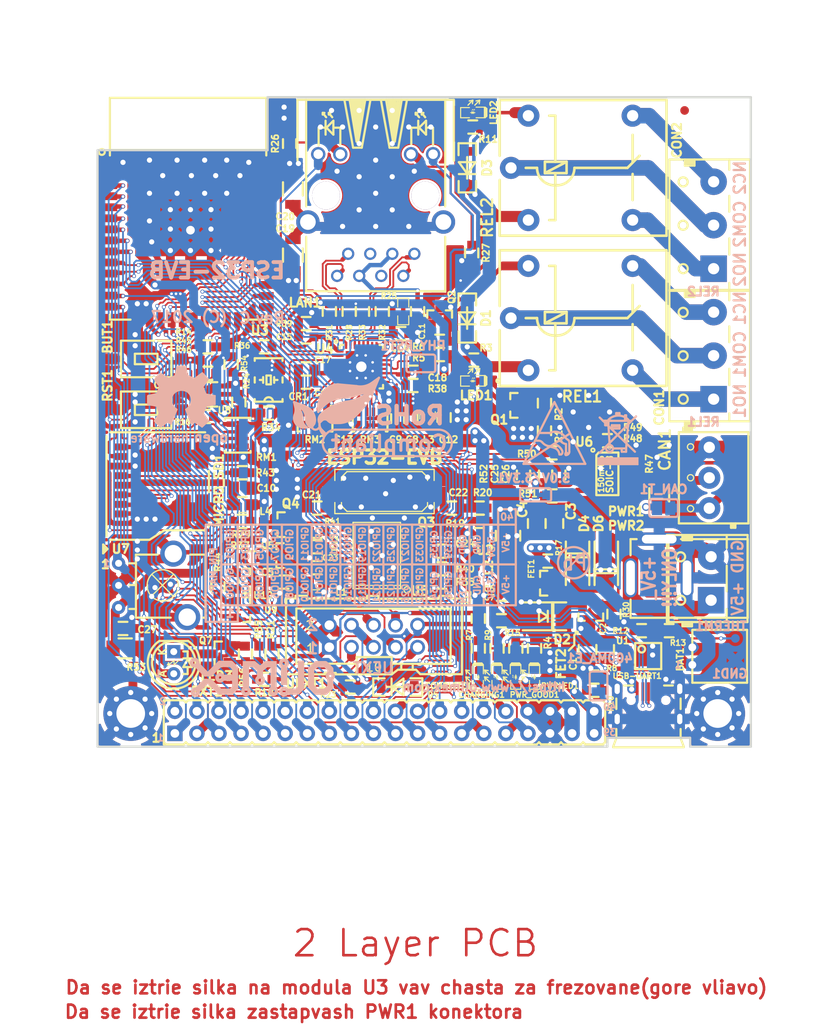
<source format=kicad_pcb>
(kicad_pcb (version 20221018) (generator pcbnew)
  (title_block (title "ESP-EVB") (rev "C") (company "OLIMEX Ltd.") (comment 1 "https://www.olimex.com"))
  (layers (0 "F.Cu" mixed) (31 "B.Cu" mixed) (34 "B.Paste" user) (35 "F.Paste" user) (36 "B.SilkS" user "B.Silkscreen") (37 "F.SilkS" user "F.Silkscreen") (38 "B.Mask" user) (39 "F.Mask" user) (44 "Edge.Cuts" user))
  (net 0 "")
  (net 1 "+5V")
  (net 2 "Net-(400MA_E1-Pad1)")
  (net 3 "GND")
  (net 4 "Net-(BAT1-Pad1)")
  (net 5 "Net-(BUT1-Pad2)")
  (net 6 "/GPI34/BUT1")
  (net 7 "Net-(C3-Pad1)")
  (net 8 "Net-(C5-Pad2)")
  (net 9 "+3V3")
  (net 10 "Net-(C10-Pad1)")
  (net 11 "Net-(C11-Pad1)")
  (net 12 "Net-(C18-Pad2)")
  (net 13 "Net-(CON1-Pad3)")
  (net 14 "Net-(CON1-Pad1)")
  (net 15 "Net-(CON1-Pad2)")
  (net 16 "Net-(CON2-Pad2)")
  (net 17 "Net-(CON2-Pad1)")
  (net 18 "Net-(CON2-Pad3)")
  (net 19 "Net-(CR1-Pad3)")
  (net 20 "Net-(D1-Pad2)")
  (net 21 "Net-(D3-Pad2)")
  (net 22 "/GPIO3/U0RXD")
  (net 23 "Net-(D5-Pad1)")
  (net 24 "/ESP_EN")
  (net 25 "/GPIO25/EMAC_RXD0(RMII)")
  (net 26 "/GPIO19/EMAC_TXD0(RMII)")
  (net 27 "/GPIO26/EMAC_RXD1(RMII)")
  (net 28 "/GPIO33/REL2")
  (net 29 "/GPIO32/REL1")
  (net 30 "/GPIO9/SD_DATA2")
  (net 31 "/GPIO8/SD_DATA1")
  (net 32 "/GPIO6/SD_CLK")
  (net 33 "/GPIO7/SD_DATA0")
  (net 34 "/GPIO1/U0TXD")
  (net 35 "/GPIO10/SD_DATA3")
  (net 36 "/GPIO11/SD_CMD")
  (net 37 "Net-(L2-Pad1)")
  (net 38 "Net-(LED1-Pad2)")
  (net 39 "Net-(LED2-Pad2)")
  (net 40 "Net-(Q1-Pad1)")
  (net 41 "Net-(Q2-Pad1)")
  (net 42 "/STAT2")
  (net 43 "Net-(R10-Pad1)")
  (net 44 "/STAT1")
  (net 45 "Net-(R12-Pad2)")
  (net 46 "Net-(R12-Pad1)")
  (net 47 "/#PG(#TE)")
  (net 48 "Net-(R19-Pad1)")
  (net 49 "Net-(R39-Pad1)")
  (net 50 "/PHYAD0")
  (net 51 "/PHYAD1")
  (net 52 "/PHYAD2")
  (net 53 "/RMIISEL")
  (net 54 "/VDD1A-2A")
  (net 55 "/VDDCR")
  (net 56 "/GPIO22/EMAC_TXD1(RMII)")
  (net 57 "/GPIO21/EMAC_TX_EN(RMII)")
  (net 58 "Net-(MICRO_SD1-Pad5)")
  (net 59 "Net-(LAN1-Pad1)")
  (net 60 "Net-(LAN1-Pad2)")
  (net 61 "Net-(LAN1-Pad7)")
  (net 62 "Net-(LAN1-Pad8)")
  (net 63 "Net-(LAN1-PadAG1)")
  (net 64 "Net-(LAN1-PadAY1)")
  (net 65 "Net-(LAN1-PadKG1)")
  (net 66 "Net-(LAN1-PadKY1)")
  (net 67 "Net-(C19-Pad1)")
  (net 68 "Net-(CHARGING1-Pad1)")
  (net 69 "Net-(COMPLETE1-Pad1)")
  (net 70 "Net-(C21-Pad1)")
  (net 71 "Net-(C22-Pad1)")
  (net 72 "/CANL")
  (net 73 "/CANH")
  (net 74 "Net-(CAN_T1-Pad1)")
  (net 75 "/GPI36/U1RXD")
  (net 76 "/+5V_EXT")
  (net 77 "/GPI39/IR_RECEIVE")
  (net 78 "/GPIO23/MDC(RMII)")
  (net 79 "/GPIO27/EMAC_RX_CRS_DV")
  (net 80 "/GPI35/CAN-RX")
  (net 81 "/GPIO5/CAN-TX")
  (net 82 "/GPIO4/U1TXD")
  (net 83 "/GPIO0/XTAL1/CLKIN")
  (net 84 "/GPIO2/HS2_DATA0")
  (net 85 "/GPIO12/IR_Transmit")
  (net 86 "/GPIO13/I2C-SDA")
  (net 87 "/GPIO14/HS2_CLK")
  (net 88 "/GPIO15/HS2_CMD")
  (net 89 "/GPIO16/I2C-SCL")
  (net 90 "/GPIO17/SPI_CS")
  (net 91 "/GPIO18/MDIO(RMII)")
  (net 92 "/+5V_USB")
  (net 93 "Net-(LED3-Pad1)")
  (net 94 "Net-(LED3-Pad2)")
  (net 95 "Net-(MICRO_SD1-Pad1)")
  (net 96 "Net-(MICRO_SD1-Pad2)")
  (net 97 "Net-(MICRO_SD1-Pad8)")
  (net 98 "Net-(PWR_GOOD1-Pad1)")
  (net 99 "Net-(Q4-Pad2)")
  (net 100 "Net-(Q4-Pad1)")
  (net 101 "Net-(Q5-Pad2)")
  (net 102 "Net-(Q5-Pad1)")
  (net 103 "Net-(Q7-Pad1)")
  (net 104 "Net-(R35-Pad1)")
  (net 105 "Net-(R40-Pad1)")
  (net 106 "Net-(R48-Pad1)")
  (net 107 "Net-(R50-Pad2)")
  (net 108 "Net-(R51-Pad2)")
  (net 109 "Net-(U3-Pad32)")
  (net 110 "Net-(U4-Pad4)")
  (net 111 "Net-(U4-Pad14)")
  (net 112 "Net-(U4-Pad18)")
  (net 113 "Net-(U4-Pad20)")
  (net 114 "Net-(U4-Pad26)")
  (net 115 "Net-(U5-Pad6)")
  (net 116 "Net-(U5-Pad7)")
  (net 117 "Net-(U5-Pad11)")
  (net 118 "Net-(U5-Pad12)")
  (net 119 "Net-(U5-Pad13)")
  (net 120 "Net-(U5-Pad14)")
  (net 121 "Net-(U5-Pad17)")
  (net 122 "Net-(U6-Pad5)")
  (net 123 "Net-(USB-UART1-Pad4)")
  (net 124 "/OSC_DIS")
  (net 125 "Net-(PWRLED1-Pad1)")
  (net 126 "Net-(Q5-Pad3)")
  (net 127 "Net-(C28-Pad1)")
  (net 128 "Net-(MICRO_SD1-Pad7)")
  (net 129 "Net-(5.0V/3.3V1-Pad2)")
  (net 130 "Net-(R44-Pad2)")
  (net 131 "/D_Com")
  (footprint "OLIMEX_Other-FP:Mounting_hole_3.3mm" (layer "F.Cu") (at 140.97 70.358)
    (fp_text reference "MH1" hide)
    (fp_text value "Mounting_hole_Shield_3.3mm" hide)
  )
  (footprint "OLIMEX_Other-FP:Mounting_hole_Shield_3.3mm" (layer "F.Cu") (at 140.97 137.922)
    (fp_text reference "MH2" hide)
    (fp_text value "Mounting_hole_Shield_3.3mm" hide)
  )
  (footprint "OLIMEX_Other-FP:Mounting_hole_Shield_3.3mm" (layer "F.Cu") (at 73.406 137.922)
    (fp_text reference "MH3" hide)
    (fp_text value "Mounting_hole_Shield_3.3mm" hide)
  )
  (footprint "OLIMEX_Connectors-FP:HN2x20" (layer "F.Cu") (at 102.616 138.938)
    (fp_text reference "EXT1")
    (fp_text value "NA(HN2x20)")
  )
  (footprint "OLIMEX_Connectors-FP:LIPO_BAT-CON2DW02R" (layer "F.Cu") (at 141.1986 131.318 90)
    (fp_text reference "BAT1")
    (fp_text value "DW02R")
  )
  (footprint "OLIMEX_RLC-FP:C_0805_5MIL_DWS" (layer "F.Cu") (at 125.984 130.556 -90)
    (fp_text reference "C1")
    (fp_text value "47uF/6.3V/20%/X5R/C0805")
  )
  (footprint "OLIMEX_RLC-FP:C_0805_5MIL_DWS" (layer "F.Cu") (at 128.016 130.556 -90)
    (fp_text reference "C2")
    (fp_text value "47uF/6.3V/20%/X5R/C0805")
  )
  (footprint "OLIMEX_RLC-FP:C_0603_5MIL_DWS" (layer "F.Cu") (at 91.059 122.809)
    (fp_text reference "C5")
    (fp_text value "22uF/6.3V/20%/X5R/C0603")
  )
  (footprint "OLIMEX_RLC-FP:C_0603_5MIL_DWS" (layer "F.Cu") (at 116.078 125.73)
    (fp_text reference "C6")
    (fp_text value "22uF/6.3V/20%/X5R/C0603")
  )
  (footprint "OLIMEX_RLC-FP:C_0603_5MIL_DWS" (layer "F.Cu") (at 116.078 127.254)
    (fp_text reference "C7")
    (fp_text value "22uF/6.3V/20%/X5R/C0603")
  )
  (footprint "OLIMEX_RLC-FP:C_0603_5MIL_DWS" (layer "F.Cu") (at 105.664 104.013 90)
    (fp_text reference "C8")
    (fp_text value "22uF/6.3V/20%/X5R/C0603")
  )
  (footprint "OLIMEX_RLC-FP:C_0603_5MIL_DWS" (layer "F.Cu") (at 104.14 104.013 90)
    (fp_text reference "C9")
    (fp_text value "22uF/6.3V/20%/X5R/C0603")
  )
  (footprint "OLIMEX_RLC-FP:C_0805_5MIL_DWS" (layer "F.Cu") (at 86.233 112.014)
    (fp_text reference "C10")
    (fp_text value "47uF/6.3V/20%/X5R/C0805")
  )
  (footprint "OLIMEX_RLC-FP:C_0603_5MIL_DWS" (layer "F.Cu") (at 106.426 91.694 -90)
    (fp_text reference "C11")
    (fp_text value "100nF/50V/20%/Y5V/C0603")
  )
  (footprint "OLIMEX_RLC-FP:C_0603_5MIL_DWS" (layer "F.Cu") (at 109.474 103.886 -90)
    (fp_text reference "C12")
    (fp_text value "22uF/6.3V/20%/X5R/C0603")
  )
  (footprint "OLIMEX_RLC-FP:C_0603_5MIL_DWS" (layer "F.Cu") (at 97.79 104.013 -90)
    (fp_text reference "C13")
    (fp_text value "100nF/50V/20%/Y5V/C0603")
  )
  (footprint "OLIMEX_RLC-FP:C_0603_5MIL_DWS" (layer "F.Cu") (at 104.521 94.234)
    (fp_text reference "C14")
    (fp_text value "100nF/50V/20%/Y5V/C0603")
  )
  (footprint "OLIMEX_RLC-FP:C_0603_5MIL_DWS" (layer "F.Cu") (at 93.599 94.615 180)
    (fp_text reference "C15")
    (fp_text value "100nF/50V/20%/Y5V/C0603")
  )
  (footprint "OLIMEX_RLC-FP:C_0603_5MIL_DWS" (layer "F.Cu") (at 93.599 99.822 180)
    (fp_text reference "C16")
    (fp_text value "2.2uF/6.3V/10%/X5R/C0603")
  )
  (footprint "OLIMEX_RLC-FP:C_0603_5MIL_DWS" (layer "F.Cu") (at 93.599 98.298 180)
    (fp_text reference "C17")
    (fp_text value "100nF/50V/20%/Y5V/C0603")
  )
  (footprint "OLIMEX_RLC-FP:C_0603_5MIL_DWS" (layer "F.Cu") (at 105.918 98.679 180)
    (fp_text reference "C18")
    (fp_text value "10uF/6.3V/20%/X5R/C0603")
  )
  (footprint "OLIMEX_Connectors-FP:TB3-DG306-5.0_3P" (layer "F.Cu") (at 140.5 96.774 90)
    (fp_text reference "CON1")
    (fp_text value "TB3 DG306-5.0-3P")
  )
  (footprint "OLIMEX_Connectors-FP:TB3-DG306-5.0_3P" (layer "F.Cu") (at 140.5 81.774 90)
    (fp_text reference "CON2")
    (fp_text value "TB3 DG306-5.0-3P")
  )
  (footprint "OLIMEX_Crystal-FP:5032-4P_HCX-3S" (layer "F.Cu") (at 89.281 99.568 90)
    (fp_text reference "CR1")
    (fp_text value "Q50MHz/25ppm/3V/4P/5x3.2mm")
  )
  (footprint "OLIMEX_Diodes-FP:SOD-123_1C-2A_KA" (layer "F.Cu") (at 112.141 92.456 90)
    (fp_text reference "D1")
    (fp_text value "1N5819S4(SOD-123)")
  )
  (footprint "OLIMEX_Diodes-FP:DO214AA" (layer "F.Cu") (at 121.031 126.746 180)
    (fp_text reference "D2")
    (fp_text value "SMBJ6.0A(DO-214AA)")
  )
  (footprint "OLIMEX_Diodes-FP:SOD-123_1C-2A_KA" (layer "F.Cu") (at 112.141 75.184 90)
    (fp_text reference "D3")
    (fp_text value "1N5819S4(SOD-123)")
  )
  (footprint "OLIMEX_Diodes-FP:SMA-KA" (layer "F.Cu") (at 124.841 120.65 -90)
    (fp_text reference "D4")
    (fp_text value "1N5822/SS34/SMA")
  )
  (footprint "OLIMEX_Diodes-FP:SOD-123_1C-2A_KA" (layer "F.Cu") (at 104.14 134.874)
    (fp_text reference "D5")
    (fp_text value "1N5819S4(SOD-123)")
  )
  (footprint "OLIMEX_Transistors-FP:SOT23" (layer "F.Cu") (at 121.158 122.936)
    (fp_text reference "FET1")
    (fp_text value "IRLML6402")
  )
  (footprint "OLIMEX_RLC-FP:L_0805_5MIL_DWS" (layer "F.Cu") (at 94.742 122.809 180)
    (fp_text reference "L1")
    (fp_text value "FB0805/600R/2A")
  )
  (footprint "OLIMEX_RLC-FP:CD32" (layer "F.Cu") (at 117.221 122.174 90)
    (fp_text reference "L2")
    (fp_text value "2.2uH/1.5A/DCR<0.1R/CD32")
  )
  (footprint "OLIMEX_RLC-FP:L_0805_5MIL_DWS" (layer "F.Cu") (at 107.569 103.632 90)
    (fp_text reference "L3")
    (fp_text value "FB0805/600R/2A")
  )
  (footprint "OLIMEX_RLC-FP:L_0805_5MIL_DWS" (layer "F.Cu") (at 86.233 113.919 180)
    (fp_text reference "L4")
    (fp_text value "FB0805/600R/2A")
  )
  (footprint "OLIMEX_LEDs-FP:LED_0603_KA" (layer "F.Cu") (at 112.776 99.695 180)
    (fp_text reference "LED1")
    (fp_text value "LED/GREEN/0603")
  )
  (footprint "OLIMEX_LEDs-FP:LED_0603_KA" (layer "F.Cu") (at 112.776 68.834 180)
    (fp_text reference "LED2")
    (fp_text value "LED/GREEN/0603")
  )
  (footprint "OLIMEX_Connectors-FP:PWRJ-2mm(YDJ-1136)" (layer "F.Cu") (at 130.937 117.569 180)
    (fp_text reference "PWR1")
    (fp_text value "PWRJ-2mm(YDJ-1134)")
  )
  (footprint "OLIMEX_Connectors-FP:TB2-DG306-5.0_2P" (layer "F.Cu") (at 140.208 122.395 90)
    (fp_text reference "PWR2")
    (fp_text value "NA(TB2 DG306-5.0-2P)")
  )
  (footprint "OLIMEX_LEDs-FP:LED_0603_KA" (layer "F.Cu") (at 119.888 133.731 -90)
    (fp_text reference "PWRLED1")
    (fp_text value "LED/RED/0603")
  )
  (footprint "OLIMEX_Transistors-FP:SOT23" (layer "F.Cu") (at 117.729 102.489)
    (fp_text reference "Q1")
    (fp_text value "BC817-40(SOT23)")
  )
  (footprint "OLIMEX_Transistors-FP:SOT23" (layer "F.Cu") (at 108.966 92.202 -90)
    (fp_text reference "Q2")
    (fp_text value "BC817-40(SOT23)")
  )
  (footprint "OLIMEX_RLC-FP:R_0603_5MIL_DWS" (layer "F.Cu") (at 121.031 105.41 90)
    (fp_text reference "R1")
    (fp_text value "1k/R0603")
  )
  (footprint "OLIMEX_RLC-FP:R_0603_5MIL_DWS" (layer "F.Cu") (at 121.031 102.235 -90)
    (fp_text reference "R2")
    (fp_text value "10k/R0603")
  )
  (footprint "OLIMEX_RLC-FP:R_0603_5MIL_DWS" (layer "F.Cu") (at 112.903 97.282 180)
    (fp_text reference "R3")
    (fp_text value "2.2k/R0603")
  )
  (footprint "OLIMEX_RLC-FP:R_0603_5MIL_DWS" (layer "F.Cu") (at 108.966 96.647 180)
    (fp_text reference "R5")
    (fp_text value "1k/R0603")
  )
  (footprint "OLIMEX_RLC-FP:R_0603_5MIL_DWS" (layer "F.Cu") (at 108.966 95.123 180)
    (fp_text reference "R6")
    (fp_text value "10k/R0603")
  )
  (footprint "OLIMEX_RLC-FP:R_0603_5MIL_DWS" (layer "F.Cu") (at 113.411 130.429 90)
    (fp_text reference "R7")
    (fp_text value "2.2k/R0603")
  )
  (footprint "OLIMEX_RLC-FP:R_0603_5MIL_DWS" (layer "F.Cu") (at 126.746 133.731 180)
    (fp_text reference "R8")
    (fp_text value "4.99k/1%/R0603")
  )
  (footprint "OLIMEX_RLC-FP:R_0603_5MIL_DWS" (layer "F.Cu") (at 115.57 130.429 90)
    (fp_text reference "R9")
    (fp_text value "2.2k/R0603")
  )
  (footprint "OLIMEX_RLC-FP:R_0603_5MIL_DWS" (layer "F.Cu") (at 126.746 135.255 180)
    (fp_text reference "R10")
    (fp_text value "4.99k/1%/R0603")
  )
  (footprint "OLIMEX_RLC-FP:R_0603_5MIL_DWS" (layer "F.Cu") (at 112.776 70.485 180)
    (fp_text reference "R11")
    (fp_text value "2.2k/R0603")
  )
  (footprint "OLIMEX_RLC-FP:R_0603_5MIL_DWS" (layer "F.Cu") (at 132.207 128.397)
    (fp_text reference "R12")
    (fp_text value "1k/R0603")
  )
  (footprint "OLIMEX_RLC-FP:R_0603_5MIL_DWS" (layer "F.Cu") (at 135.382 128.397)
    (fp_text reference "R13")
    (fp_text value "10k/R0603")
  )
  (footprint "OLIMEX_RLC-FP:R_0603_5MIL_DWS" (layer "F.Cu") (at 82.296 95.758)
    (fp_text reference "R14")
    (fp_text value "220R/R0603")
  )
  (footprint "OLIMEX_RLC-FP:R_0603_5MIL_DWS" (layer "F.Cu") (at 117.729 130.429 90)
    (fp_text reference "R15")
    (fp_text value "2.2k/R0603")
  )
  (footprint "OLIMEX_RLC-FP:R_0603_5MIL_DWS" (layer "F.Cu") (at 82.042 103.759 180)
    (fp_text reference "R16")
    (fp_text value "220R/R0603")
  )
  (footprint "OLIMEX_RLC-FP:R_0603_5MIL_DWS" (layer "F.Cu") (at 121.412 120.396)
    (fp_text reference "R17")
    (fp_text value "NA/R0603")
  )
  (footprint "OLIMEX_RLC-FP:R_0603_5MIL_DWS" (layer "F.Cu") (at 88.773 133.985)
    (fp_text reference "R18")
    (fp_text value "2.2k/R0603")
  )
  (footprint "OLIMEX_RLC-FP:R_0603_5MIL_DWS" (layer "F.Cu") (at 89.662 131.064 90)
    (fp_text reference "R21")
    (fp_text value "2.2k/R0603")
  )
  (footprint "OLIMEX_RLC-FP:R_0603_5MIL_DWS" (layer "F.Cu") (at 113.411 127 -90)
    (fp_text reference "R22")
    (fp_text value "10k/R0603")
  )
  (footprint "OLIMEX_RLC-FP:R_0603_5MIL_DWS" (layer "F.Cu") (at 98.679 134.874 180)
    (fp_text reference "R23")
    (fp_text value "10k/R0603")
  )
  (footprint "OLIMEX_RLC-FP:R_0603_5MIL_DWS" (layer "F.Cu") (at 85.852 102.108 90)
    (fp_text reference "R24")
    (fp_text value "1k/R0603")
  )
  (footprint "OLIMEX_RLC-FP:0R_0603" (layer "F.Cu") (at 104.775 91.694 90)
    (fp_text reference "R25")
    (fp_text value "0R(board_mounted)")
  )
  (footprint "OLIMEX_RLC-FP:R_0603_5MIL_DWS" (layer "F.Cu") (at 91.694 72.39 90)
    (fp_text reference "R26")
    (fp_text value "330R/R0603")
  )
  (footprint "OLIMEX_RLC-FP:R_0603_5MIL_DWS" (layer "F.Cu") (at 112.649 84.963 -90)
    (fp_text reference "R27")
    (fp_text value "330R/R0603")
  )
  (footprint "OLIMEX_RLC-FP:R_0603_5MIL_DWS" (layer "F.Cu") (at 98.552 91.694 -90)
    (fp_text reference "R28")
    (fp_text value "49.9R/1%/R0603")
  )
  (footprint "OLIMEX_RLC-FP:R_0603_5MIL_DWS" (layer "F.Cu") (at 86.233 115.824 180)
    (fp_text reference "R29")
    (fp_text value "10k/R0603")
  )
  (footprint "OLIMEX_RLC-FP:R_0603_5MIL_DWS" (layer "F.Cu") (at 96.266 91.694 -90)
    (fp_text reference "R31")
    (fp_text value "49.9R/1%/R0603")
  )
  (footprint "OLIMEX_RLC-FP:R_0603_5MIL_DWS" (layer "F.Cu") (at 102.362 91.694 -90)
    (fp_text reference "R32")
    (fp_text value "49.9R/1%/R0603")
  )
  (footprint "OLIMEX_RLC-FP:R_0603_5MIL_DWS" (layer "F.Cu") (at 100.076 91.694 -90)
    (fp_text reference "R33")
    (fp_text value "49.9R/1%/R0603")
  )
  (footprint "OLIMEX_RLC-FP:R_0603_5MIL_DWS" (layer "F.Cu") (at 89.281 103.378)
    (fp_text reference "R34")
    (fp_text value "10k/R0603")
  )
  (footprint "OLIMEX_RLC-FP:R_0603_5MIL_DWS" (layer "F.Cu") (at 109.22 122.809)
    (fp_text reference "R35")
    (fp_text value "220R/R0603")
  )
  (footprint "OLIMEX_RLC-FP:R_0603_5MIL_DWS" (layer "F.Cu") (at 88.773 95.758)
    (fp_text reference "R36")
    (fp_text value "10R/R0603")
  )
  (footprint "OLIMEX_RLC-FP:R_0603_5MIL_DWS" (layer "F.Cu") (at 105.918 100.203)
    (fp_text reference "R38")
    (fp_text value "10k/R0603")
  )
  (footprint "OLIMEX_RLC-FP:R_0603_5MIL_DWS" (layer "F.Cu") (at 93.599 93.091 180)
    (fp_text reference "R39")
    (fp_text value "12.1k/1%/R0603")
  )
  (footprint "OLIMEX_RLC-FP:R_0603_5MIL_DWS" (layer "F.Cu") (at 109.22 121.285)
    (fp_text reference "R40")
    (fp_text value "220R/R0603")
  )
  (footprint "OLIMEX_RLC-FP:R_0603_5MIL_DWS" (layer "F.Cu") (at 94.869 116.967 180)
    (fp_text reference "R41")
    (fp_text value "1k/R0603")
  )
  (footprint "OLIMEX_Relays-FP:Relay_RAS-05-15" (layer "F.Cu") (at 125.476 92.456 180)
    (fp_text reference "REL1")
    (fp_text value "RAS-0515")
  )
  (footprint "OLIMEX_Relays-FP:Relay_RAS-05-15" (layer "F.Cu") (at 125.476 75.184 180)
    (fp_text reference "REL2")
    (fp_text value "RAS-0515")
  )
  (footprint "OLIMEX_RLC-FP:R_MATRIX_4" (layer "F.Cu") (at 85.725 105.918 -90)
    (fp_text reference "RM1")
    (fp_text value "RA1206_(4X0603)_4B8_2.2k")
  )
  (footprint "OLIMEX_RLC-FP:R_MATRIX_4" (layer "F.Cu") (at 94.615 104.013)
    (fp_text reference "RM2")
    (fp_text value "RA1206_(4X0603)_4B8_2.2k")
  )
  (footprint "OLIMEX_RLC-FP:R_MATRIX_4" (layer "F.Cu") (at 100.965 104.013 180)
    (fp_text reference "RM3")
    (fp_text value "RA1206_(4X0603)_4B8_2.2k")
  )
  (footprint "OLIMEX_IC-FP:MSOP-10_Pitch-0.5mm_3.00x3.00x1.00mm" (layer "F.Cu") (at 132.969 131.318 -90)
    (fp_text reference "U1")
    (fp_text value "MCP73833(MSOP10)")
  )
  (footprint "OLIMEX_Regulators-FP:SOT-23-5" (layer "F.Cu") (at 116.84 117.475 -90)
    (fp_text reference "U2")
    (fp_text value "SY8009AAAC(SOT23-5)")
  )
  (footprint "OLIMEX_Cases-FP:ESP-WROOM-32_MODULE" (layer "F.Cu") (at 80.01 79.883)
    (fp_text reference "U3")
    (fp_text value "ESP-WROOM-32")
  )
  (footprint "OLIMEX_IC-FP:QFN32_EP(33)_5.00x5.00x0.90mm_Pitch_0.50mm" (layer "F.Cu") (at 99.949 98.044 -90)
    (fp_text reference "U4")
    (fp_text value "LAN8710A-EZC(QFN32)")
  )
  (footprint "OLIMEX_Connectors-FP:UEXT_ML10" (layer "F.Cu") (at 101.346 129.032)
    (fp_text reference "UEXT1")
    (fp_text value "BH10S")
  )
  (footprint "OLIMEX_Connectors-FP:TFC-WXCP11-08-LF" (layer "F.Cu") (at 76.327 111.125 180)
    (fp_text reference "MICRO_SD1")
    (fp_text value "TFC-WXCP11-08-LF")
  )
  (footprint "OLIMEX_RLC-FP:R_0603_5MIL_DWS" (layer "F.Cu") (at 86.233 110.236 180)
    (fp_text reference "R43")
    (fp_text value "10R/R0603")
  )
  (footprint "OLIMEX_Buttons-FP:T1107A(6x3,8x2,5MM)" (layer "F.Cu") (at 75.184 97.155 180)
    (fp_text reference "BUT1")
    (fp_text value "T1107A(6x3,8x2,5MM)")
  )
  (footprint "OLIMEX_Buttons-FP:T1107A(6x3,8x2,5MM)" (layer "F.Cu") (at 75.184 102.997 180)
    (fp_text reference "RST1")
    (fp_text value "T1107A(6x3,8x2,5MM)")
  )
  (footprint "OLIMEX_Connectors-FP:RJLBC-060TC1" (layer "F.Cu") (at 101.6 78.359 180)
    (fp_text reference "LAN1")
    (fp_text value "RJLD-060TC1(LPJ4013EDNL)")
  )
  (footprint "OLIMEX_RLC-FP:C_1206_5MIL_DWS_ISO" (layer "F.Cu") (at 92.075 85.217 -90)
    (fp_text reference "C19")
    (fp_text value "1nF/2000V/10%/X7R/C1206")
  )
  (footprint "OLIMEX_RLC-FP:C_1206_5MIL_DWS_ISO" (layer "F.Cu") (at 92.075 77.597 90)
    (fp_text reference "C20")
    (fp_text value "NA(1nF/2000V/10%/X7R/C1206)")
  )
  (footprint "OLIMEX_LEDs-FP:LED_0603_KA" (layer "F.Cu") (at 115.57 133.731 -90)
    (fp_text reference "CHARGING1")
    (fp_text value "LED/YELLOW/0603")
  )
  (footprint "OLIMEX_LEDs-FP:LED_0603_KA" (layer "F.Cu") (at 113.411 133.731 -90)
    (fp_text reference "COMPLETE1")
    (fp_text value "LED/GREEN/0603")
  )
  (footprint "OLIMEX_Other-FP:Fiducial1x3" (layer "F.Cu") (at 71.501 133.35)
    (fp_text reference "")
    (fp_text value "")
  )
  (footprint "OLIMEX_Other-FP:Fiducial1x3" (layer "F.Cu") (at 137.16 68.58)
    (fp_text reference "")
    (fp_text value "")
  )
  (footprint "OLIMEX_RLC-FP:R_0603_5MIL_DWS" (layer "F.Cu") (at 119.888 130.429 90)
    (fp_text reference "R4")
    (fp_text value "2.2k/R0603")
  )
  (footprint "OLIMEX_RLC-FP:R_0603_5MIL_DWS" (layer "F.Cu") (at 113.538 115.824 180)
    (fp_text reference "R19")
    (fp_text value "4.99k/1%/R0603")
  )
  (footprint "OLIMEX_RLC-FP:R_0603_5MIL_DWS" (layer "F.Cu") (at 113.538 114.3 180)
    (fp_text reference "R20")
    (fp_text value "1.1k/1%/R0603")
  )
  (footprint "OLIMEX_RLC-FP:C_0603_5MIL_DWS" (layer "F.Cu") (at 94.869 114.3 180)
    (fp_text reference "C21")
    (fp_text value "27pF/50V/5%/C0G/C0603")
  )
  (footprint "OLIMEX_RLC-FP:C_0603_5MIL_DWS" (layer "F.Cu") (at 110.363 114.3)
    (fp_text reference "C22")
    (fp_text value "27pF/50V/5%/C0G/C0603")
  )
  (footprint "OLIMEX_RLC-FP:C_0603_5MIL_DWS" (layer "F.Cu") (at 94.869 121.158 180)
    (fp_text reference "C23")
    (fp_text value "22uF/6.3V/20%/X5R/C0603")
  )
  (footprint "OLIMEX_RLC-FP:C_0603_5MIL_DWS" (layer "F.Cu") (at 109.22 119.253)
    (fp_text reference "C24")
    (fp_text value "100nF/50V/20%/Y5V/C0603")
  )
  (footprint "OLIMEX_RLC-FP:C_0603_5MIL_DWS" (layer "F.Cu") (at 121.158 110.49 -90)
    (fp_text reference "C25")
    (fp_text value "100nF/50V/20%/Y5V/C0603")
  )
  (footprint "OLIMEX_RLC-FP:C_0603_5MIL_DWS" (layer "F.Cu") (at 122.682 110.49 -90)
    (fp_text reference "C26")
    (fp_text value "10uF/6.3V/20%/X5R/C0603")
  )
  (footprint "OLIMEX_RLC-FP:C_0603_5MIL_DWS" (layer "F.Cu") (at 72.517 128.143)
    (fp_text reference "C27")
    (fp_text value "100nF/50V/20%/Y5V/C0603")
  )
  (footprint "OLIMEX_RLC-FP:C_0603_5MIL_DWS" (layer "F.Cu") (at 79.502 100.203 90)
    (fp_text reference "C28")
    (fp_text value "100nF/50V/20%/Y5V/C0603")
  )
  (footprint "OLIMEX_Connectors-FP:TB3-3.5mm" (layer "F.Cu") (at 140 110.815 -90)
    (fp_text reference "CAN1")
    (fp_text value "TB3-3.5mm")
  )
  (footprint "OLIMEX_Diodes-FP:SMA-KA" (layer "F.Cu") (at 128.143 120.65 90)
    (fp_text reference "D6")
    (fp_text value "1N5822/SS34/SMA")
  )
  (footprint "OLIMEX_Transistors-FP:SOT23" (layer "F.Cu") (at 126.365 126.619 90)
    (fp_text reference "FET2")
    (fp_text value "IRLML6402")
  )
  (footprint "OLIMEX_LEDs-FP:LED-5mm-PTH-AK" (layer "F.Cu") (at 78.359 132.08 90)
    (fp_text reference "LED3")
    (fp_text value "LED/IR333-A/5mm")
  )
  (footprint "OLIMEX_LEDs-FP:LED_0603_KA" (layer "F.Cu") (at 117.729 133.731 -90)
    (fp_text reference "PWR_GOOD1")
    (fp_text value "LED/RED/0603")
  )
  (footprint "OLIMEX_Crystal-FP:Q_49U3HMS" (layer "F.Cu") (at 102.616 112.395)
    (fp_text reference "Q3")
    (fp_text value "Q12MHz/20pF/30ppm/2P/HC-49SM(SMD)")
  )
  (footprint "OLIMEX_Transistors-FP:SOT23" (layer "F.Cu") (at 90.932 116.205)
    (fp_text reference "Q4")
    (fp_text value "BC817-40(SOT23)")
  )
  (footprint "OLIMEX_Transistors-FP:SOT23" (layer "F.Cu") (at 90.805 119.761)
    (fp_text reference "Q5")
    (fp_text value "BC817-40(SOT23)")
  )
  (footprint "OLIMEX_Transistors-FP:SOT23" (layer "F.Cu") (at 83.693 131.064)
    (fp_text reference "Q7")
    (fp_text value "BC817-40(SOT23)")
  )
  (footprint "OLIMEX_RLC-FP:R_0603_5MIL_DWS" (layer "F.Cu") (at 129.032 126.492 -90)
    (fp_text reference "R30")
    (fp_text value "10k/R0603")
  )
  (footprint "OLIMEX_RLC-FP:R_0603_5MIL_DWS" (layer "F.Cu") (at 94.869 118.745 180)
    (fp_text reference "R42")
    (fp_text value "1k/R0603")
  )
  (footprint "OLIMEX_RLC-FP:R_0603_5MIL_DWS" (layer "F.Cu") (at 82.296 97.282 180)
    (fp_text reference "R45")
    (fp_text value "10k/R0603")
  )
  (footprint "OLIMEX_RLC-FP:R_0603_5MIL_DWS" (layer "F.Cu") (at 82.296 98.806)
    (fp_text reference "R46")
    (fp_text value "NA/R0603")
  )
  (footprint "OLIMEX_RLC-FP:R_1206_5MIL_DWS" (layer "F.Cu") (at 134.239 112.776 90)
    (fp_text reference "R47")
    (fp_text value "120R/R1206")
  )
  (footprint "OLIMEX_RLC-FP:R_0603_5MIL_DWS" (layer "F.Cu") (at 128.27 106.553 180)
    (fp_text reference "R48")
    (fp_text value "NA/R0603")
  )
  (footprint "OLIMEX_RLC-FP:R_0603_5MIL_DWS" (layer "F.Cu") (at 128.27 105.029 180)
    (fp_text reference "R49")
    (fp_text value "10k/R0603")
  )
  (footprint "OLIMEX_RLC-FP:R_0603_5MIL_DWS" (layer "F.Cu") (at 121.92 107.95)
    (fp_text reference "R50")
    (fp_text value "330R/R0603")
  )
  (footprint "OLIMEX_RLC-FP:R_0603_5MIL_DWS" (layer "F.Cu") (at 121.92 112.903)
    (fp_text reference "R51")
    (fp_text value "330R/R0603")
  )
  (footprint "OLIMEX_RLC-FP:R_0603_5MIL_DWS" (layer "F.Cu") (at 118.618 110.49 -90)
    (fp_text reference "R52")
    (fp_text value "680R/R0603")
  )
  (footprint "OLIMEX_RLC-FP:R_1206_5MIL_DWS" (layer "F.Cu") (at 72.771 130.429)
    (fp_text reference "R53")
    (fp_text value "6.8R/R1206")
  )
  (footprint "OLIMEX_RLC-FP:R_0603_5MIL_DWS" (layer "F.Cu") (at 84.963 97.79 90)
    (fp_text reference "R54")
    (fp_text value "NA/R0603")
  )
  (footprint "OLIMEX_RLC-FP:R_0603_5MIL_DWS" (layer "F.Cu") (at 88.138 131.064 -90)
    (fp_text reference "R55")
    (fp_text value "1k/R0603")
  )
  (footprint "OLIMEX_RLC-FP:R_0603_5MIL_DWS" (layer "F.Cu") (at 86.614 131.064 -90)
    (fp_text reference "R56")
    (fp_text value "10k/R0603")
  )
  (footprint "OLIMEX_IC-FP:SSOP-20W" (layer "F.Cu") (at 101.727 119.761 90)
    (fp_text reference "U5")
    (fp_text value "CH340T(SSOP20W)")
  )
  (footprint "OLIMEX_IC-FP:SOIC-8_150mil" (layer "F.Cu") (at 128.27 110.363 -90)
    (fp_text reference "U6")
    (fp_text value "MCP2551-I/SN(SOIC-8_150mil)")
  )
  (footprint "OLIMEX_IC-FP:RPM7236-H8" (layer "F.Cu") (at 77.089 123.19 -90)
    (fp_text reference "U7")
    (fp_text value "RPM7236-H8")
  )
  (footprint "OLIMEX_Connectors-FP:USB-MICRO_MISB-SWMM-5B_LF" (layer "F.Cu") (at 133 138.303 -90)
    (fp_text reference "USB-UART1")
    (fp_text value "MISB-SWMM-5B-LF(USB_MICRO)")
  )
  (footprint "OLIMEX_RLC-FP:C_0805_5MIL_DWS" (layer "F.Cu") (at 122.174 116.078 90)
    (fp_text reference "C3")
    (fp_text value "47uF/6.3V/20%/X5R/C0805")
  )
  (footprint "OLIMEX_RLC-FP:C_0805_5MIL_DWS" (layer "F.Cu") (at 120.142 116.078 90)
    (fp_text reference "C4")
    (fp_text value "47uF/6.3V/20%/X5R/C0805")
  )
  (footprint "OLIMEX_RLC-FP:R_0603_5MIL_DWS" (layer "F.Cu") (at 87.249 120.015 180)
    (fp_text reference "R37")
    (fp_text value "220R/R0603")
  )
  (footprint "OLIMEX_IC-FP:SOT-23-5" (layer "F.Cu") (at 82.804 101.219)
    (fp_text reference "U8")
    (fp_text value "BD5230G-TR(SSOP5/SOT-23-5)")
  )
  (footprint "OLIMEX_RLC-FP:R_0603_5MIL_DWS" (layer "F.Cu") (at 83.439 123.317 -90)
    (fp_text reference "R44")
    (fp_text value "NA/R0603")
  )
  (footprint "OLIMEX_Diodes-FP:SOT23-3" (layer "F.Cu") (at 86.487 125.984 180)
    (fp_text reference "U9")
    (fp_text value "BAT54C(SOT23-3)")
  )
  (footprint "OLIMEX_Diodes-FP:SOT23-3" (layer "F.Cu") (at 86.487 122.682 180)
    (fp_text reference "U10")
    (fp_text value "BAT54C(SOT23-3)")
  )
  (footprint "OLIMEX_Jumpers-FP:SJ_Closed" (layer "B.Cu") (at 127.254 134.747 90)
    (fp_text reference "400MA_E1")
    (fp_text value "Closed")
  )
  (footprint "OLIMEX_Other-FP:TESTPAD_40-ROUND" (layer "B.Cu") (at 143.002 131.826)
    (fp_text reference "GND1")
    (fp_text value "TESTPAD" hide)
  )
  (footprint "OLIMEX_Jumpers-FP:SJ" (layer "B.Cu") (at 106.807 97.663 180)
    (fp_text reference "PHY_RST1")
    (fp_text value "Opened")
  )
  (footprint "OLIMEX_Other-FP:TESTPAD_40-ROUND" (layer "B.Cu") (at 143.002 129.286)
    (fp_text reference "THERM1")
    (fp_text value "TESTPAD" hide)
  )
  (footprint "OLIMEX_Jumpers-FP:SJ_2_SMALL_12_TIED" (layer "B.Cu") (at 120.015 112.776 180)
    (fp_text reference "5.0V/3.3V1")
    (fp_text value "Closed(1-2)/Opened(2-3)")
  )
  (footprint "OLIMEX_Jumpers-FP:SJ" (layer "B.Cu") (at 134.747 114.3)
    (fp_text reference "CAN_T1")
    (fp_text value "Opened")
  )
  (footprint "OLIMEX_LOGOs-FP:LOGO_ANTISTATIC_1" (layer "B.Cu") (at 125.73 109.22 180)
    (fp_text reference "Ref**" hide)
    (fp_text value "Val**" hide)
  )
  (footprint "OLIMEX_LOGOs-FP:LOGO_OPENHARDWARE_8x8" (layer "B.Cu") (at 79.248 101.981 180)
    (fp_text reference "" hide)
    (fp_text value "" hide)
  )
  (footprint "OLIMEX_LOGOs-FP:LOGO_PBFREE" (layer "B.Cu") (at 124.587 120.269)
    (fp_text reference "")
    (fp_text value "")
  )
  (footprint "OLIMEX_LOGOs-FP:LOGO_RECYCLEBIN_1" (layer "B.Cu") (at 131.826 109.347 180)
    (fp_text reference "" hide)
    (fp_text value "" hide)
  )
  (footprint "OLIMEX_LOGOs-FP:LOGO_ROHS_1" (layer "B.Cu") (at 109.347 107.696 180)
    (fp_text reference "Ref**" hide)
    (fp_text value "Val**" hide)
  )
  (footprint "OLIMEX_LOGOs-FP:OLIMEX_LOGO_TB" (layer "B.Cu") (at 88.392 133.731 180)
    (fp_text reference "" hide)
    (fp_text value "" hide)
  )
  (gr_line (start 114.046 116.205) (end 114.046 125.476) (stroke (width 0.254)) (layer "B.SilkS"))
  (gr_line (start 109.093 116.205) (end 109.093 125.476) (stroke (width 0.254)) (layer "B.SilkS"))
  (gr_line (start 85.725 116.205) (end 85.725 127.381) (stroke (width 0.254)) (layer "B.SilkS"))
  (gr_line (start 95.885 116.332) (end 95.885 125.476) (stroke (width 0.254)) (layer "B.SilkS"))
  (gr_line (start 104.14 116.205) (end 104.14 125.476) (stroke (width 0.254)) (layer "B.SilkS"))
  (gr_line (start 115.697 116.205) (end 115.697 125.476) (stroke (width 0.254)) (layer "B.SilkS"))
  (gr_line (start 115.697 116.332) (end 115.697 114.427) (stroke (width 0.254)) (layer "B.SilkS"))
  (gr_line (start 110.744 116.205) (end 110.744 125.476) (stroke (width 0.254)) (layer "B.SilkS"))
  (gr_line (start 112.395 116.205) (end 112.395 125.476) (stroke (width 0.254)) (layer "B.SilkS"))
  (gr_line (start 102.489 116.205) (end 102.489 125.476) (stroke (width 0.254)) (layer "B.SilkS"))
  (gr_line (start 94.234 116.205) (end 94.234 125.476) (stroke (width 0.254)) (layer "B.SilkS"))
  (gr_line (start 117.729 114.427) (end 117.729 125.476) (stroke (width 0.254)) (layer "B.SilkS"))
  (gr_line (start 83.82 116.205) (end 82.042 116.205) (stroke (width 0.254)) (layer "B.SilkS"))
  (gr_line (start 83.82 120.777) (end 117.729 120.777) (stroke (width 0.254)) (layer "B.SilkS"))
  (gr_line (start 97.536 116.205) (end 97.536 125.476) (stroke (width 0.254)) (layer "B.SilkS"))
  (gr_line (start 87.376 116.205) (end 87.376 125.476) (stroke (width 0.254)) (layer "B.SilkS"))
  (gr_line (start 105.791 116.205) (end 105.791 125.476) (stroke (width 0.254)) (layer "B.SilkS"))
  (gr_line (start 89.154 116.205) (end 89.154 125.476) (stroke (width 0.254)) (layer "B.SilkS"))
  (gr_line (start 99.187 116.205) (end 99.187 125.476) (stroke (width 0.254)) (layer "B.SilkS"))
  (gr_line (start 83.82 116.205) (end 117.729 116.205) (stroke (width 0.254)) (layer "B.SilkS"))
  (gr_line (start 82.042 127.381) (end 83.82 127.381) (stroke (width 0.254)) (layer "B.SilkS"))
  (gr_line (start 83.82 127.381) (end 85.725 127.381) (stroke (width 0.254)) (layer "B.SilkS"))
  (gr_line (start 90.805 116.205) (end 90.805 125.476) (stroke (width 0.254)) (layer "B.SilkS"))
  (gr_line (start 82.042 116.205) (end 82.042 127.381) (stroke (width 0.254)) (layer "B.SilkS"))
  (gr_line (start 100.838 116.205) (end 100.838 125.476) (stroke (width 0.254)) (layer "B.SilkS"))
  (gr_line (start 115.697 114.427) (end 117.729 114.427) (stroke (width 0.254)) (layer "B.SilkS"))
  (gr_line (start 83.82 125.476) (end 117.729 125.476) (stroke (width 0.254)) (layer "B.SilkS"))
  (gr_line (start 107.442 116.205) (end 107.442 125.476) (stroke (width 0.254)) (layer "B.SilkS"))
  (gr_line (start 92.583 116.205) (end 92.583 125.476) (stroke (width 0.254)) (layer "B.SilkS"))
  (gr_line (start 83.82 116.205) (end 83.82 127.381) (stroke (width 0.254)) (layer "B.SilkS"))
  (gr_line (start 124.46 130.048) (end 124.46 128.905) (stroke (width 0.254)) (layer "F.SilkS"))
  (gr_line (start 124.46 130.048) (end 123.825 130.683) (stroke (width 0.254)) (layer "F.SilkS"))
  (gr_line (start 70.358 118.618) (end 70.358 119.38) (stroke (width 0.254)) (layer "F.SilkS"))
  (gr_line (start 124.841 128.524) (end 124.587 128.524) (stroke (width 0.254)) (layer "F.SilkS"))
  (gr_line (start 124.46 128.905) (end 124.841 128.524) (stroke (width 0.254)) (layer "F.SilkS"))
  (gr_line (start 70.739 118.999) (end 70.231 118.491) (stroke (width 0.254)) (layer "F.SilkS"))
  (gr_circle (center 115.697 99.6696) (end 115.7478 99.6188) (stroke (width 0.254)) (fill none) (layer "F.SilkS"))
  (gr_line (start 70.231 118.491) (end 70.231 119.507) (stroke (width 0.254)) (layer "F.SilkS"))
  (gr_line (start 124.841 128.778) (end 124.841 128.524) (stroke (width 0.254)) (layer "F.SilkS"))
  (gr_line (start 124.587 128.524) (end 124.841 128.778) (stroke (width 0.254)) (layer "F.SilkS"))
  (gr_line (start 70.231 119.507) (end 70.739 118.999) (stroke (width 0.254)) (layer "F.SilkS"))
  (gr_line (start 70.485 118.745) (end 70.485 119.253) (stroke (width 0.254)) (layer "F.SilkS"))
  (gr_line (start 137.795 140.716) (end 137.795 141.732) (stroke (width 0.254)) (layer "Edge.Cuts"))
  (gr_line (start 128.27 140.716) (end 137.795 140.716) (stroke (width 0.254)) (layer "Edge.Cuts"))
  (gr_line (start 128.27 141.732) (end 128.27 140.716) (stroke (width 0.254)) (layer "Edge.Cuts"))
  (gr_line (start 89.154 73.152) (end 89.154 67.056) (stroke (width 0.254)) (layer "Edge.Cuts"))
  (gr_line (start 69.596 141.732) (end 128.27 141.732) (stroke (width 0.254)) (layer "Edge.Cuts"))
  (gr_line (start 69.596 141.732) (end 69.596 73.152) (stroke (width 0.254)) (layer "Edge.Cuts"))
  (gr_line (start 69.596 73.152) (end 89.154 73.152) (stroke (width 0.254)) (layer "Edge.Cuts"))
  (gr_line (start 137.795 141.732) (end 144.78 141.732) (stroke (width 0.254)) (layer "Edge.Cuts"))
  (gr_line (start 89.154 67.056) (end 144.78 67.056) (stroke (width 0.254)) (layer "Edge.Cuts"))
  (gr_line (start 144.78 141.732) (end 144.78 67.056) (stroke (width 0.254)) (layer "Edge.Cuts"))
  (gr_text "Da se iztrie silka zastapvash PWR1 konektora" (at 92.202 172.212) (layer "F.Cu") (effects (font (size 1.5 1.5) (thickness 0.3))))
  (gr_text "2 Layer PCB" (at 106.172 164.338) (layer "F.Cu") (effects (font (size 3 3) (thickness 0.3))))
  (gr_text "Da se iztrie silka na modula U3 vav chasta za frezovane(gore vliavo)" (at 106.299 169.418) (layer "F.Cu") (effects (font (size 1.5 1.5) (thickness 0.3))))
  (gr_text "1" (at 84.836 126.365) (layer "B.SilkS") (effects (font (size 1 1) (thickness 0.25)) (justify mirror)))
  (gr_text "GPIO4" (at 88.265 122.936 90) (layer "B.SilkS") (effects (font (size 0.8 0.8) (thickness 0.2)) (justify mirror)))
  (gr_text "GPIO5" (at 88.265 118.491 90) (layer "B.SilkS") (effects (font (size 0.8 0.8) (thickness 0.2)) (justify mirror)))
  (gr_text "GPIO6" (at 90.043 122.936 90) (layer "B.SilkS") (effects (font (size 0.8 0.8) (thickness 0.2)) (justify mirror)))
  (gr_text "GPIO7" (at 90.043 118.491 90) (layer "B.SilkS") (effects (font (size 0.8 0.8) (thickness 0.2)) (justify mirror)))
  (gr_text "GPIO8" (at 91.694 122.936 90) (layer "B.SilkS") (effects (font (size 0.8 0.8) (thickness 0.2)) (justify mirror)))
  (gr_text "GPIO9" (at 91.694 118.491 90) (layer "B.SilkS") (effects (font (size 0.8 0.8) (thickness 0.2)) (justify mirror)))
  (gr_text "GPIO10" (at 93.472 123.063 90) (layer "B.SilkS") (effects (font (size 0.75 0.75) (thickness 0.1875)) (justify mirror)))
  (gr_text "GPIO11" (at 93.472 118.491 90) (layer "B.SilkS") (effects (font (size 0.75 0.75) (thickness 0.1875)) (justify mirror)))
  (gr_text "GPIO12" (at 95.123 123.063 90) (layer "B.SilkS") (effects (font (size 0.75 0.75) (thickness 0.1875)) (justify mirror)))
  (gr_text "GPIO13" (at 95.123 118.491 90) (layer "B.SilkS") (effects (font (size 0.75 0.75) (thickness 0.1875)) (justify mirror)))
  (gr_text "GPIO14" (at 96.774 123.063 90) (layer "B.SilkS") (effects (font (size 0.75 0.75) (thickness 0.1875)) (justify mirror)))
  (gr_text "GPIO15" (at 96.774 118.491 90) (layer "B.SilkS") (effects (font (size 0.75 0.75) (thickness 0.1875)) (justify mirror)))
  (gr_text "GPIO16" (at 98.425 123.063 90) (layer "B.SilkS") (effects (font (size 0.75 0.75) (thickness 0.1875)) (justify mirror)))
  (gr_text "GPIO17" (at 98.425 118.491 90) (layer "B.SilkS") (effects (font (size 0.75 0.75) (thickness 0.1875)) (justify mirror)))
  (gr_text "GPIO18" (at 100.076 123.063 90) (layer "B.SilkS") (effects (font (size 0.75 0.75) (thickness 0.1875)) (justify mirror)))
  (gr_text "GPIO19" (at 100.076 118.491 90) (layer "B.SilkS") (effects (font (size 0.75 0.75) (thickness 0.1875)) (justify mirror)))
  (gr_text "GPIO21" (at 101.727 123.19 90) (layer "B.SilkS") (effects (font (size 0.75 0.75) (thickness 0.1875)) (justify mirror)))
  (gr_text "GPIO22" (at 101.727 118.491 90) (layer "B.SilkS") (effects (font (size 0.75 0.75) (thickness 0.1875)) (justify mirror)))
  (gr_text "GPIO23" (at 103.378 123.19 90) (layer "B.SilkS") (effects (font (size 0.75 0.75) (thickness 0.1875)) (justify mirror)))
  (gr_text "GPIO25" (at 103.378 118.491 90) (layer "B.SilkS") (effects (font (size 0.75 0.75) (thickness 0.1875)) (justify mirror)))
  (gr_text "PIN MAP:" (at 82.931 121.539 90) (layer "B.SilkS") (effects (font (size 0.8 0.8) (thickness 0.2)) (justify mirror)))
  (gr_text "GPIO26" (at 105.029 123.19 90) (layer "B.SilkS") (effects (font (size 0.75 0.75) (thickness 0.1875)) (justify mirror)))
  (gr_text "GPIO27" (at 105.029 118.491 90) (layer "B.SilkS") (effects (font (size 0.75 0.75) (thickness 0.1875)) (justify mirror)))
  (gr_text "GPIO32" (at 106.68 123.19 90) (layer "B.SilkS") (effects (font (size 0.75 0.75) (thickness 0.1875)) (justify mirror)))
  (gr_text "GPIO33" (at 106.68 118.491 90) (layer "B.SilkS") (effects (font (size 0.75 0.75) (thickness 0.1875)) (justify mirror)))
  (gr_text "GPI34" (at 108.331 123.19 90) (layer "B.SilkS") (effects (font (size 0.75 0.75) (thickness 0.1875)) (justify mirror)))
  (gr_text "GPI35" (at 108.331 118.491 90) (layer "B.SilkS") (effects (font (size 0.75 0.75) (thickness 0.1875)) (justify mirror)))
  (gr_text "GPI36" (at 109.982 123.19 90) (layer "B.SilkS") (effects (font (size 0.75 0.75) (thickness 0.1875)) (justify mirror)))
  (gr_text "GPI39" (at 109.982 118.491 90) (layer "B.SilkS") (effects (font (size 0.75 0.75) (thickness 0.1875)) (justify mirror)))
  (gr_text "ESP_EN" (at 111.633 123.19 90) (layer "B.SilkS") (effects (font (size 0.75 0.75) (thickness 0.1875)) (justify mirror)))
  (gr_text "GND" (at 111.633 118.491 90) (layer "B.SilkS") (effects (font (size 0.75 0.75) (thickness 0.1875)) (justify mirror)))
  (gr_text "GND" (at 113.284 123.19 90) (layer "B.SilkS") (effects (font (size 0.75 0.75) (thickness 0.1875)) (justify mirror)))
  (gr_text "GND" (at 113.284 118.491 90) (layer "B.SilkS") (effects (font (size 0.75 0.75) (thickness 0.1875)) (justify mirror)))
  (gr_text "+3.3V" (at 114.935 123.063 90) (layer "B.SilkS") (effects (font (size 0.75 0.75) (thickness 0.1875)) (justify mirror)))
  (gr_text "+3.3V" (at 114.935 118.364 90) (layer "B.SilkS") (effects (font (size 0.75 0.75) (thickness 0.1875)) (justify mirror)))
  (gr_text "+5V" (at 116.586 123.063 90) (layer "B.SilkS") (effects (font (size 0.75 0.75) (thickness 0.1875)) (justify mirror)))
  (gr_text "+5V" (at 116.586 118.237 90) (layer "B.SilkS") (effects (font (size 0.75 0.75) (thickness 0.1875)) (justify mirror)))
  (gr_text "40" (at 116.713 115.316) (layer "B.SilkS") (effects (font (size 0.8 0.8) (thickness 0.2)) (justify mirror)))
  (gr_text "NO2" (at 143.51 86.868 90) (layer "B.SilkS") (effects (font (size 1.3 1.3) (thickness 0.254)) (justify mirror)))
  (gr_text "COM2" (at 143.51 81.661 90) (layer "B.SilkS") (effects (font (size 1.3 1.3) (thickness 0.254)) (justify mirror)))
  (gr_text "NC2" (at 143.51 76.327 90) (layer "B.SilkS") (effects (font (size 1.3 1.3) (thickness 0.254)) (justify mirror)))
  (gr_text "REL2" (at 139.319 89.408) (layer "B.SilkS") (effects (font (size 1.016 1.016) (thickness 0.254)) (justify mirror)))
  (gr_text "2" (at 77.089 136.525) (layer "B.SilkS") (effects (font (size 0.762 0.762) (thickness 0.1905)) (justify mirror)))
  (gr_text "39" (at 128.524 140.081) (layer "B.SilkS") (effects (font (size 0.762 0.762) (thickness 0.1905)) (justify mirror)))
  (gr_text "Rev.C" (at 88.519 92.456) (layer "B.SilkS") (effects (font (size 1.27 1.27) (thickness 0.254)) (justify mirror)))
  (gr_text "1" (at 76.581 133.35) (layer "B.SilkS") (effects (font (size 0.762 0.762) (thickness 0.1905)) (justify mirror)))
  (gr_text "1" (at 70.612 120.65) (layer "B.SilkS") (effects (font (size 0.762 0.762) (thickness 0.1905)) (justify mirror)))
  (gr_text "1" (at 136.398 132.334) (layer "B.SilkS") (effects (font (size 0.762 0.762) (thickness 0.1905)) (justify mirror)))
  (gr_text "1" (at 94.361 130.429) (layer "B.SilkS") (effects (font (size 1.27 1.27) (thickness 0.254)) (justify mirror)))
  (gr_text "+5V" (at 143.256 124.714 90) (layer "B.SilkS") (effects (font (size 1.27 1.27) (thickness 0.254)) (justify mirror)))
  (gr_text "https://www.olimex.com" (at 114.046 134.874) (layer "B.SilkS") (effects (font (size 1.016 1.016) (thickness 0.254)) (justify mirror)))
  (gr_text "GPIO1" (at 84.836 118.491 90) (layer "B.SilkS") (effects (font (size 0.8 0.8) (thickness 0.2)) (justify mirror)))
  (gr_text "+5V_\nONLY!!!" (at 134.239 122.301 90) (layer "B.SilkS") (effects (font (size 1.5 1.3) (thickness 0.3)) (justify mirror)))
  (gr_text "REL1" (at 139.319 104.394) (layer "B.SilkS") (effects (font (size 1.016 1.016) (thickness 0.254)) (justify mirror)))
  (gr_text "1" (at 76.835 140.716) (layer "B.SilkS") (effects (font (size 0.762 0.762) (thickness 0.1905)) (justify mirror)))
  (gr_text "COM1" (at 143.51 96.647 90) (layer "B.SilkS") (effects (font (size 1.3 1.3) (thickness 0.254)) (justify mirror)))
  (gr_text "GPIO0" (at 84.836 122.936 90) (layer "B.SilkS") (effects (font (size 0.8 0.8) (thickness 0.2)) (justify mirror)))
  (gr_text "NO1" (at 143.51 101.981 90) (layer "B.SilkS") (effects (font (size 1.3 1.3) (thickness 0.254)) (justify mirror)))
  (gr_text "40" (at 128.524 137.16) (layer "B.SilkS") (effects (font (size 0.762 0.762) (thickness 0.1905)) (justify mirror)))
  (gr_text "(C) 2017" (at 80.137 92.329) (layer "B.SilkS") (effects (font (size 1.27 1.27) (thickness 0.254)) (justify mirror)))
  (gr_text "GPIO2" (at 86.614 122.936 90) (layer "B.SilkS") (effects (font (size 0.8 0.8) (thickness 0.2)) (justify mirror)))
  (gr_text "ESP32-EVB" (at 83.312 86.995) (layer "B.SilkS") (effects (font (size 1.778 1.778) (thickness 0.4445)) (justify mirror)))
  (gr_text "GPIO3" (at 86.614 118.491 90) (layer "B.SilkS") (effects (font (size 0.8 0.8) (thickness 0.2)) (justify mirror)))
  (gr_text "2" (at 94.361 127.762) (layer "B.SilkS") (effects (font (size 1.27 1.27) (thickness 0.254)) (justify mirror)))
  (gr_text "GND" (at 143.256 119.888 90) (layer "B.SilkS") (effects (font (size 1.27 1.27) (thickness 0.254)) (justify mirror)))
  (gr_text "NC1" (at 143.51 91.313 90) (layer "B.SilkS") (effects (font (size 1.3 1.3) (thickness 0.254)) (justify mirror)))
  (gr_text "UEXT" (at 101.346 132.715) (layer "B.SilkS") (effects (font (size 1.27 1.27) (thickness 0.254)) (justify mirror)))
  (gr_text "1" (at 76.327 140.716) (layer "F.SilkS") (effects (font (size 1.016 1.016) (thickness 0.254))))
  (gr_text "ESP32-EVB" (at 102.616 108.458) (layer "F.SilkS") (effects (font (size 1.524 1.524) (thickness 0.381))))
  (gr_text "1" (at 70.485 120.777) (layer "F.SilkS") (effects (font (size 1 1) (thickness 0.25))))
  (segment (start 118.764 80.772) (end 115.57 80.772) (width 1.27) (layer "F.Cu") (net 1))
  (segment (start 113.03 78.232) (end 115.57 80.772) (width 1.27) (layer "F.Cu") (net 1))
  (segment (start 113.538 70.612) (end 113.538 71.374) (width 0.762) (layer "F.Cu") (net 1))
  (segment (start 112.141 77.343) (end 113.03 78.232) (width 1.27) (layer "F.Cu") (net 1))
  (segment (start 113.792 96.52) (end 113.03 95.758) (width 1.27) (layer "F.Cu") (net 1))
  (segment (start 113.03 95.758) (end 112.141 95.758) (width 1.27) (layer "F.Cu") (net 1))
  (segment (start 118.891 98.044) (end 114.554 98.044) (width 1.27) (layer "F.Cu") (net 1))
  (segment (start 114.554 98.044) (end 113.792 97.282) (width 1.27) (layer "F.Cu") (net 1))
  (segment (start 128.524 122.769) (end 128.524 121.412) (width 1.016) (layer "F.Cu") (net 1))
  (segment (start 127.508 121.412) (end 128.524 121.412) (width 1.016) (layer "F.Cu") (net 1))
  (segment (start 127.508 122.515) (end 127.508 121.412) (width 1.016) (layer "F.Cu") (net 1))
  (segment (start 118.872 134.493) (end 119.888 134.493) (width 0.762) (layer "F.Cu") (net 1))
  (segment (start 123.208 128.796) (end 123.825 129.413) (width 1.778) (layer "F.Cu") (net 1))
  (segment (start 123.208 125.204) (end 123.571 124.841) (width 1.778) (layer "F.Cu") (net 1))
  (segment (start 123.571 124.841) (end 124.841 124.841) (width 1.778) (layer "F.Cu") (net 1))
  (segment (start 123.208 124.82852) (end 123.208 125.204) (width 1.524) (layer "F.Cu") (net 1))
  (segment (start 125.4125 125.4125) (end 124.841 124.841) (width 0.762) (layer "F.Cu") (net 1))
  (segment (start 129.675 130.818) (end 129.54 130.683) (width 0.254) (layer "F.Cu") (net 1))
  (segment (start 129.651 130.318) (end 129.54 130.429) (width 0.254) (layer "F.Cu") (net 1))
  (segment (start 129.54 130.429) (end 129.54 130.683) (width 0.254) (layer "F.Cu") (net 1))
  (segment (start 128.651 129.54) (end 129.159 130.048) (width 1.27) (layer "F.Cu") (net 1))
  (segment (start 129.159 130.302) (end 129.159 130.048) (width 0.254) (layer "F.Cu") (net 1))
  (segment (start 123.825 134.239) (end 123.825 129.54) (width 1.778) (layer "F.Cu") (net 1))
  (segment (start 124.46 134.366) (end 124.46 135.382) (width 1.016) (layer "F.Cu") (net 1))
  (segment (start 123.825 134.747) (end 124.46 135.382) (width 1.016) (layer "F.Cu") (net 1))
  (segment (start 126.365 137.668) (end 124.46 135.763) (width 0.762) (layer "F.Cu") (net 1))
  (segment (start 124.46 135.763) (end 124.46 135.382) (width 0.762) (layer "F.Cu") (net 1))
  (segment (start 123.825 129.54) (end 123.825 129.413) (width 1.778) (layer "F.Cu") (net 1))
  (segment (start 124.841 123.15) (end 124.841 124.841) (width 1.778) (layer "F.Cu") (net 1))
  (segment (start 122.26544 123.88596) (end 123.208 124.82852) (width 1.27) (layer "F.Cu") (net 1))
  (segment (start 117.729 134.493) (end 118.872 134.493) (width 0.762) (layer "F.Cu") (net 1))
  (segment (start 125.4125 125.51156) (end 125.4125 125.4125) (width 0.762) (layer "F.Cu") (net 1))
  (segment (start 112.141 77.084) (end 112.141 77.343) (width 1.27) (layer "F.Cu") (net 1))
  (segment (start 130.569 130.818) (end 129.675 130.818) (width 0.254) (layer "F.Cu") (net 1))
  (segment (start 119.176 98.456) (end 119.018 98.298) (width 1.27) (layer "F.Cu") (net 1))
  (segment (start 128.016 129.54) (end 128.651 129.54) (width 1.27) (layer "F.Cu") (net 1))
  (segment (start 112.141 94.356) (end 112.141 95.758) (width 1.27) (layer "F.Cu") (net 1))
  (segment (start 123.208 126.746) (end 123.208 125.204) (width 1.778) (layer "F.Cu") (net 1))
  (segment (start 128.143 123.15) (end 127.508 122.515) (width 1.016) (layer "F.Cu") (net 1))
  (segment (start 119.176 81.184) (end 118.764 80.772) (width 1.27) (layer "F.Cu") (net 1))
  (segment (start 118.872 134.493) (end 118.872 134.112) (width 0.762) (layer "F.Cu") (net 1))
  (segment (start 113.665 70.485) (end 113.538 70.612) (width 0.762) (layer "F.Cu") (net 1))
  (segment (start 123.825 129.54) (end 125.984 129.54) (width 1.27) (layer "F.Cu") (net 1))
  (segment (start 113.792 97.282) (end 113.792 96.52) (width 1.27) (layer "F.Cu") (net 1))
  (segment (start 130.569 130.318) (end 129.651 130.318) (width 0.254) (layer "F.Cu") (net 1))
  (segment (start 128.143 123.15) (end 128.524 122.769) (width 1.016) (layer "F.Cu") (net 1))
  (segment (start 129.54 130.683) (end 129.159 130.302) (width 0.254) (layer "F.Cu") (net 1))
  (segment (start 123.825 134.239) (end 123.825 134.747) (width 1.016) (layer "F.Cu") (net 1))
  (segment (start 125.984 129.54) (end 128.016 129.54) (width 1.27) (layer "F.Cu") (net 1))
  (segment (start 123.208 126.746) (end 123.208 128.796) (width 1.778) (layer "F.Cu") (net 1))
  (segment (start 115.57 134.493) (end 117.729 134.493) (width 0.762) (layer "F.Cu") (net 1))
  (segment (start 126.746 137.668) (end 126.238 137.668) (width 0.762) (layer "F.Cu") (net 1))
  (segment (start 124.841 123.15) (end 128.143 123.15) (width 1.778) (layer "F.Cu") (net 1))
  (segment (start 113.411 134.493) (end 115.57 134.493) (width 0.762) (layer "F.Cu") (net 1))
  (via (at 127.508 121.412) (size 0.9) (drill 0.6) (layers "F.Cu" "B.Cu") (net 1))
  (via (at 113.538 71.374) (size 0.45) (drill 0.3) (layers "F.Cu" "B.Cu") (net 1))
  (via (at 118.872 134.112) (size 0.9) (drill 0.6) (layers "F.Cu" "B.Cu") (net 1))
  (via (at 113.03 78.232) (size 0.9) (drill 0.6) (layers "F.Cu" "B.Cu") (net 1))
  (via (at 124.46 134.366) (size 0.9) (drill 0.6) (layers "F.Cu" "B.Cu") (net 1))
  (via (at 124.46 135.382) (size 0.9) (drill 0.6) (layers "F.Cu" "B.Cu") (net 1))
  (via (at 128.524 121.412) (size 0.9) (drill 0.6) (layers "F.Cu" "B.Cu") (net 1))
  (via (at 112.141 95.758) (size 0.9) (drill 0.6) (layers "F.Cu" "B.Cu") (net 1))
  (segment (start 114.681 87.757) (end 114.681 79.883) (width 1.524) (layer "B.Cu") (net 1))
  (segment (start 114.3 97.917) (end 114.3 104.521) (width 1.524) (layer "B.Cu") (net 1))
  (segment (start 113.538 71.374) (end 112.903 72.009) (width 0.4064) (layer "B.Cu") (net 1))
  (segment (start 112.903 72.009) (end 112.903 78.105) (width 0.4064) (layer "B.Cu") (net 1))
  (segment (start 112.903 78.105) (end 113.03 78.232) (width 0.4064) (layer "B.Cu") (net 1))
  (segment (start 112.141 90.297) (end 114.681 87.757) (width 1.524) (layer "B.Cu") (net 1))
  (segment (start 119.38 107.823) (end 116.713 107.823) (width 1.524) (layer "B.Cu") (net 1))
  (segment (start 116.713 107.823) (end 115.824 106.934) (width 1.524) (layer "B.Cu") (net 1))
  (segment (start 115.824 106.934) (end 115.824 106.045) (width 1.524) (layer "B.Cu") (net 1))
  (segment (start 121.793 110.236) (end 119.38 107.823) (width 1.524) (layer "B.Cu") (net 1))
  (segment (start 124.206 112.776) (end 128.016 116.586) (width 1.524) (layer "B.Cu") (net 1))
  (segment (start 128.016 121.412) (end 128.524 121.412) (width 1.016) (layer "B.Cu") (net 1))
  (segment (start 124.206 134.112) (end 124.46 134.366) (width 0.762) (layer "B.Cu") (net 1))
  (segment (start 128.016 120.904) (end 128.016 116.586) (width 1.524) (layer "B.Cu") (net 1))
  (segment (start 126.746 137.668) (end 126.746 140.208) (width 1.778) (layer "B.Cu") (net 1))
  (segment (start 126.746 137.668) (end 124.46 135.382) (width 1.016) (layer "B.Cu") (net 1))
  (segment (start 121.793 112.776) (end 121.793 110.236) (width 1.524) (layer "B.Cu") (net 1))
  (segment (start 127.508 121.412) (end 128.016 121.412) (width 1.016) (layer "B.Cu") (net 1))
  (segment (start 118.872 134.112) (end 124.206 134.112) (width 0.762) (layer "B.Cu") (net 1))
  (segment (start 128.016 121.412) (end 128.016 120.904) (width 1.016) (layer "B.Cu") (net 1))
  (segment (start 121.793 112.776) (end 124.206 112.776) (width 1.524) (layer "B.Cu") (net 1))
  (segment (start 121.158 112.776) (end 121.793 112.776) (width 0.762) (layer "B.Cu") (net 1))
  (segment (start 112.141 95.758) (end 114.3 97.917) (width 1.524) (layer "B.Cu") (net 1))
  (segment (start 115.824 106.045) (end 114.3 104.521) (width 1.524) (layer "B.Cu") (net 1))
  (segment (start 113.03 78.232) (end 114.681 79.883) (width 1.524) (layer "B.Cu") (net 1))
  (segment (start 124.46 135.382) (end 124.46 134.366) (width 1.016) (layer "B.Cu") (net 1))
  (segment (start 112.141 95.758) (end 112.141 90.297) (width 1.524) (layer "B.Cu") (net 1))
  (segment (start 126.746 136.144) (end 127.762 136.144) (width 0.254) (layer "F.Cu") (net 2))
  (segment (start 127.762 136.144) (end 128.143 136.525) (width 0.254) (layer "F.Cu") (net 2))
  (segment (start 125.857 135.255) (end 126.746 136.144) (width 0.254) (layer "F.Cu") (net 2))
  (via (at 128.143 136.525) (size 0.45) (drill 0.3) (layers "F.Cu" "B.Cu") (net 2))
  (segment (start 127.254 135.636) (end 128.143 136.525) (width 0.508) (layer "B.Cu") (net 2))
  (segment (start 127.254 134.747) (end 127.254 135.509) (width 0.254) (layer "B.Cu") (net 2))
  (segment (start 127.254 135.509) (end 127.254 135.636) (width 0.508) (layer "B.Cu") (net 2))
  (segment (start 137.437 119.149) (end 136.157 117.869) (width 1.778) (layer "F.Cu") (net 3))
  (segment (start 136.157 117.869) (end 134.237 117.869) (width 1.778) (layer "F.Cu") (net 3))
  (segment (start 139.462 119.149) (end 137.437 119.149) (width 1.778) (layer "F.Cu") (net 3))
  (segment (start 135.255 127.381) (end 136.271 128.397) (width 0.4064) (layer "F.Cu") (net 3))
  (segment (start 72.433 74.633) (end 72.517 74.549) (width 0.762) (layer "F.Cu") (net 3))
  (segment (start 87.119 74.673) (end 86.995 74.549) (width 1.016) (layer "F.Cu") (net 3))
  (segment (start 81.82 108.458) (end 82.804 108.458) (width 1.016) (layer "F.Cu") (net 3))
  (segment (start 90.17 111.125) (end 90.17 112.141) (width 1.016) (layer "F.Cu") (net 3))
  (segment (start 109.855 110.109) (end 107.569 110.109) (width 1.016) (layer "F.Cu") (net 3))
  (segment (start 84.86394 130.175) (end 84.80044 130.1115) (width 0.508) (layer "F.Cu") (net 3))
  (segment (start 93.726 121.158) (end 93.98 121.158) (width 0.254) (layer "F.Cu") (net 3))
  (segment (start 103.987 118.136) (end 103.632 118.491) (width 0.4064) (layer "F.Cu") (net 3))
  (segment (start 103.632 111.125) (end 103.632 110.109) (width 1.016) (layer "F.Cu") (net 3))
  (segment (start 103.632 110.109) (end 103.632 110.363) (width 1.016) (layer "F.Cu") (net 3))
  (segment (start 103.632 110.363) (end 103.632 110.109) (width 1.016) (layer "F.Cu") (net 3))
  (segment (start 103.632 110.109) (end 100.457 110.109) (width 1.016) (layer "F.Cu") (net 3))
  (segment (start 111.252 111.506) (end 109.855 110.109) (width 1.016) (layer "F.Cu") (net 3))
  (segment (start 112.141 117.221) (end 111.252 117.221) (width 0.762) (layer "F.Cu") (net 3))
  (segment (start 106.273 118.136) (end 107.188 117.221) (width 0.254) (layer "F.Cu") (net 3))
  (segment (start 107.188 117.221) (end 109.601 117.221) (width 0.254) (layer "F.Cu") (net 3))
  (segment (start 110.363 89.154) (end 109.855 89.662) (width 0.254) (layer "F.Cu") (net 3))
  (segment (start 109.855 89.662) (end 108.077 89.662) (width 0.254) (layer "F.Cu") (net 3))
  (segment (start 108.077 89.662) (end 107.442 90.297) (width 0.254) (layer "F.Cu") (net 3))
  (segment (start 107.442 90.297) (end 107.442 91.694) (width 0.254) (layer "F.Cu") (net 3))
  (segment (start 97.409 123.825) (end 100.965 123.825) (width 1.016) (layer "F.Cu") (net 3))
  (segment (start 100.965 123.825) (end 102.362 122.428) (width 1.016) (layer "F.Cu") (net 3))
  (segment (start 118.364 126.256) (end 118.364 125.095) (width 1.016) (layer "F.Cu") (net 3))
  (segment (start 119.38 125.095) (end 120.396 125.095) (width 1.016) (layer "F.Cu") (net 3))
  (segment (start 116.84 117.602) (end 116.84 118.775) (width 0.762) (layer "F.Cu") (net 3))
  (segment (start 118.346 127.254) (end 116.967 127.254) (width 1.016) (layer "F.Cu") (net 3))
  (segment (start 94.234 91.821) (end 93.472 91.821) (width 0.762) (layer "F.Cu") (net 3))
  (segment (start 93.472 91.821) (end 92.71 92.583) (width 0.762) (layer "F.Cu") (net 3))
  (segment (start 105.918 101.727) (end 105.918 101.219) (width 0.508) (layer "F.Cu") (net 3))
  (segment (start 92.456 87.376) (end 92.456 88.138) (width 1.016) (layer "F.Cu") (net 3))
  (segment (start 91.694 75.438) (end 91.694 74.676) (width 1.016) (layer "F.Cu") (net 3))
  (segment (start 92.71 74.676) (end 92.71 75.184) (width 1.016) (layer "F.Cu") (net 3))
  (segment (start 92.71 75.184) (end 92.075 75.819) (width 1.016) (layer "F.Cu") (net 3))
  (segment (start 92.71 101.854) (end 92.329 102.235) (width 0.762) (layer "F.Cu") (net 3))
  (segment (start 92.329 102.235) (end 92.329 104.267) (width 0.762) (layer "F.Cu") (net 3))
  (segment (start 92.329 104.267) (end 92.329 104.775) (width 0.762) (layer "F.Cu") (net 3))
  (segment (start 91.567 87.503) (end 91.567 88.138) (width 1.016) (layer "F.Cu") (net 3))
  (segment (start 107.442 91.694) (end 106.553 92.583) (width 0.254) (layer "F.Cu") (net 3))
  (segment (start 112.649 86.868) (end 112.649 85.852) (width 0.254) (layer "F.Cu") (net 3))
  (segment (start 112.903 85.852) (end 113.919 84.836) (width 0.4064) (layer "F.Cu") (net 3))
  (segment (start 111.506 85.852) (end 112.649 85.852) (width 0.508) (layer "F.Cu") (net 3))
  (segment (start 110.109 93.11894) (end 110.109 91.313) (width 0.508) (layer "F.Cu") (net 3))
  (segment (start 110.109 91.313) (end 110.236 91.186) (width 0.508) (layer "F.Cu") (net 3))
  (segment (start 109.855 93.37294) (end 109.855 95.123) (width 0.762) (layer "F.Cu") (net 3))
  (segment (start 105.537 94.107) (end 106.426 94.107) (width 0.762) (layer "F.Cu") (net 3))
  (segment (start 102.715 96.294) (end 102.997 96.012) (width 0.254) (layer "F.Cu") (net 3))
  (segment (start 102.997 96.012) (end 102.997 95.758) (width 0.254) (layer "F.Cu") (net 3))
  (segment (start 101.789 95.504) (end 102.362 95.504) (width 0.254) (layer "F.Cu") (net 3))
  (segment (start 106.68 98.552) (end 106.68 95.377) (width 0.508) (layer "F.Cu") (net 3))
  (segment (start 106.68 95.377) (end 106.426 95.123) (width 0.508) (layer "F.Cu") (net 3))
  (segment (start 110.998 104.14) (end 110.363 104.775) (width 1.016) (layer "F.Cu") (net 3))
  (segment (start 110.363 104.775) (end 109.474 104.775) (width 1.016) (layer "F.Cu") (net 3))
  (segment (start 112.014 102.108) (end 112.014 102.997) (width 1.016) (layer "F.Cu") (net 3))
  (segment (start 112.014 103.124) (end 112.014 103.124) (width 1.016) (layer "F.Cu") (net 3))
  (segment (start 114.173 103.124) (end 113.919 103.124) (width 1.778) (layer "F.Cu") (net 3))
  (segment (start 116.205 105.156) (end 117.475 105.156) (width 1.27) (layer "F.Cu") (net 3))
  (segment (start 118.491 105.156) (end 119.507 105.156) (width 1.016) (layer "F.Cu") (net 3))
  (segment (start 119.507 106.172) (end 118.491 106.172) (width 1.016) (layer "F.Cu") (net 3))
  (segment (start 117.475 106.172) (end 117.475 105.156) (width 1.016) (layer "F.Cu") (net 3))
  (segment (start 119.02694 101.346) (end 121.031 101.346) (width 1.016) (layer "F.Cu") (net 3))
  (segment (start 123.698 109.601) (end 122.682 109.601) (width 0.762) (layer "F.Cu") (net 3))
  (segment (start 131.966 117.869) (end 128.524 114.427) (width 1.524) (layer "F.Cu") (net 3))
  (segment (start 128.524 114.427) (end 118.237 114.427) (width 1.524) (layer "F.Cu") (net 3))
  (segment (start 118.237 114.427) (end 115.697 111.887) (width 1.524) (layer "F.Cu") (net 3))
  (segment (start 115.697 111.887) (end 111.252 111.887) (width 1.524) (layer "F.Cu") (net 3))
  (segment (start 111.252 111.887) (end 111.252 111.506) (width 1.016) (layer "F.Cu") (net 3))
  (segment (start 116.967 117.475) (end 117.856 117.475) (width 0.762) (layer "F.Cu") (net 3))
  (segment (start 117.094 114.427) (end 115.951 114.427) (width 1.016) (layer "F.Cu") (net 3))
  (segment (start 130.175 127.381) (end 129.032 127.381) (width 1.016) (layer "F.Cu") (net 3))
  (segment (start 130.318 132.318) (end 130.048 132.588) (width 0.254) (layer "F.Cu") (net 3))
  (segment (start 131.715 132.318) (end 132.842 131.191) (width 0.508) (layer "F.Cu") (net 3))
  (segment (start 132.842 131.191) (end 133.477 131.191) (width 0.762) (layer "F.Cu") (net 3))
  (segment (start 133.477 130.175) (end 133.477 131.191) (width 0.762) (layer "F.Cu") (net 3))
  (segment (start 139.4587 130.3147) (end 140.081 130.937) (width 1.016) (layer "F.Cu") (net 3))
  (segment (start 119.489 126.111) (end 120.396 126.111) (width 1.016) (layer "F.Cu") (net 3))
  (segment (start 117.729 125.73) (end 118.364 125.095) (width 1.016) (layer "F.Cu") (net 3))
  (segment (start 121.666 130.175) (end 121.666 130.302) (width 1.778) (layer "F.Cu") (net 3))
  (segment (start 118.854 127.363) (end 118.854 126.746) (width 1.778) (layer "F.Cu") (net 3))
  (segment (start 119.888 129.159) (end 120.269 128.778) (width 1.016) (layer "F.Cu") (net 3))
  (segment (start 120.269 128.778) (end 118.854 127.363) (width 1.778) (layer "F.Cu") (net 3))
  (segment (start 111.252 117.221) (end 111.252 117.094) (width 0.762) (layer "F.Cu") (net 3))
  (segment (start 111.252 117.094) (end 111.252 117.221) (width 0.762) (layer "F.Cu") (net 3))
  (segment (start 111.252 117.221) (end 109.601 117.221) (width 0.762) (layer "F.Cu") (net 3))
  (segment (start 105.918 102.87) (end 105.664 103.124) (width 0.508) (layer "F.Cu") (net 3))
  (segment (start 98.044 104.648) (end 98.806 104.648) (width 0.508) (layer "F.Cu") (net 3))
  (segment (start 99.568 104.648) (end 98.806 104.648) (width 0.508) (layer "F.Cu") (net 3))
  (segment (start 104.14 101.981) (end 103.124 101.981) (width 1.016) (layer "F.Cu") (net 3))
  (segment (start 76.7588 89.8652) (end 77.9696 88.6544) (width 1.016) (layer "F.Cu") (net 3))
  (segment (start 74.31 90.947) (end 74.168 90.805) (width 1.016) (layer "F.Cu") (net 3))
  (segment (start 74.056 94.219) (end 73.914 94.361) (width 1.016) (layer "F.Cu") (net 3))
  (segment (start 73.914 95.631) (end 73.914 94.361) (width 1.016) (layer "F.Cu") (net 3))
  (segment (start 75.311 109.474) (end 73.914 109.474) (width 1.016) (layer "F.Cu") (net 3))
  (segment (start 72.328 109.474) (end 73.914 109.474) (width 0.762) (layer "F.Cu") (net 3))
  (segment (start 76.57 108.215) (end 75.311 109.474) (width 1.016) (layer "F.Cu") (net 3))
  (segment (start 79.121 89.662) (end 78.613 89.662) (width 0.508) (layer "F.Cu") (net 3))
  (segment (start 78.105 89.662) (end 78.613 89.662) (width 0.508) (layer "F.Cu") (net 3))
  (segment (start 82.35 107.442) (end 82.804 107.442) (width 1.016) (layer "F.Cu") (net 3))
  (segment (start 75.184 115.57) (end 74.168 115.57) (width 1.016) (layer "F.Cu") (net 3))
  (segment (start 74.168 119.126) (end 74.168 118.11) (width 1.016) (layer "F.Cu") (net 3))
  (segment (start 74.168 120.142) (end 74.168 121.031) (width 1.016) (layer "F.Cu") (net 3))
  (segment (start 87.376 112.141) (end 90.17 112.141) (width 1.016) (layer "F.Cu") (net 3))
  (segment (start 89.281 109.982) (end 90.17 109.982) (width 1.016) (layer "F.Cu") (net 3))
  (segment (start 95.504 110.109) (end 95.631 110.109) (width 1.016) (layer "F.Cu") (net 3))
  (segment (start 94.615 110.998) (end 92.583 110.998) (width 1.016) (layer "F.Cu") (net 3))
  (segment (start 92.583 112.014) (end 92.583 113.03) (width 1.016) (layer "F.Cu") (net 3))
  (segment (start 81.577 114.511) (end 80.772 115.316) (width 1.016) (layer "F.Cu") (net 3))
  (segment (start 86.36 108.458) (end 87.757 108.458) (width 1.016) (layer "F.Cu") (net 3))
  (segment (start 76.581 123.063) (end 77.978 123.063) (width 1.016) (layer "F.Cu") (net 3))
  (segment (start 84.074 129.413) (end 75.819 129.413) (width 0.762) (layer "F.Cu") (net 3))
  (segment (start 73.406 102.108) (end 73.914 102.108) (width 1.016) (layer "F.Cu") (net 3))
  (segment (start 84.389 100.269) (end 84.709 99.949) (width 0.508) (layer "F.Cu") (net 3))
  (segment (start 84.709 99.949) (end 85.471 99.949) (width 0.508) (layer "F.Cu") (net 3))
  (segment (start 80.518 100.33) (end 80.518 100.838) (width 0.4064) (layer "F.Cu") (net 3))
  (segment (start 80.518 100.838) (end 80.899 101.219) (width 0.4064) (layer "F.Cu") (net 3))
  (segment (start 83.246 100.269) (end 82.296 101.219) (width 0.508) (layer "F.Cu") (net 3))
  (segment (start 82.296 101.219) (end 80.899 101.219) (width 0.4064) (layer "F.Cu") (net 3))
  (segment (start 90.17 97.917) (end 89.662 97.917) (width 0.508) (layer "F.Cu") (net 3))
  (segment (start 90.424 98.425) (end 89.662 98.425) (width 0.508) (layer "F.Cu") (net 3))
  (segment (start 73.914 108.204) (end 73.914 109.474) (width 1.016) (layer "F.Cu") (net 3))
  (segment (start 97.786 122.686) (end 97.536 122.936) (width 0.3048) (layer "F.Cu") (net 3))
  (segment (start 97.536 122.936) (end 97.536 123.317) (width 0.762) (layer "F.Cu") (net 3))
  (segment (start 97.536 123.317) (end 97.409 123.444) (width 0.762) (layer "F.Cu") (net 3))
  (segment (start 80.772 115.316) (end 80.772 115.316) (width 1.016) (layer "F.Cu") (net 3))
  (segment (start 76.454 115.316) (end 76.2 115.57) (width 1.016) (layer "F.Cu") (net 3))
  (segment (start 93.853 114.3) (end 92.583 113.03) (width 0.762) (layer "F.Cu") (net 3))
  (segment (start 93.472 121.666) (end 91.313 121.666) (width 0.4064) (layer "F.Cu") (net 3))
  (segment (start 91.313 121.666) (end 90.17 122.809) (width 0.4064) (layer "F.Cu") (net 3))
  (segment (start 73.66 137.668) (end 73.66 133.858) (width 1.016) (layer "F.Cu") (net 3))
  (segment (start 80.264 82.379) (end 80.264 86.868) (width 1.016) (layer "F.Cu") (net 3))
  (segment (start 82.677 84.742) (end 82.677 86.868) (width 1.016) (layer "F.Cu") (net 3))
  (segment (start 81.882 83.947) (end 83.82 83.947) (width 1.016) (layer "F.Cu") (net 3))
  (segment (start 80.585 82.042) (end 84.074 82.042) (width 1.016) (layer "F.Cu") (net 3))
  (segment (start 82.744 79.883) (end 84.328 79.883) (width 1.016) (layer "F.Cu") (net 3))
  (segment (start 80.264 82.329) (end 80.264 77.978) (width 1.016) (layer "F.Cu") (net 3))
  (segment (start 82.804 79.823) (end 82.804 77.851) (width 1.016) (layer "F.Cu") (net 3))
  (segment (start 77.724 79.789) (end 77.724 77.851) (width 1.016) (layer "F.Cu") (net 3))
  (segment (start 77.945 80.01) (end 75.946 80.01) (width 1.016) (layer "F.Cu") (net 3))
  (segment (start 80.231 82.296) (end 76.073 82.296) (width 1.016) (layer "F.Cu") (net 3))
  (segment (start 77.791 84.836) (end 76.327 84.836) (width 1.016) (layer "F.Cu") (net 3))
  (segment (start 90.297 73.386) (end 90.297 70.231) (width 0.762) (layer "F.Cu") (net 3))
  (segment (start 90.297 70.231) (end 91.059 69.469) (width 0.762) (layer "F.Cu") (net 3))
  (segment (start 141.859 107.315) (end 142.621 108.077) (width 1.524) (layer "F.Cu") (net 3))
  (segment (start 94.996 115.316) (end 99.568 115.316) (width 0.4064) (layer "F.Cu") (net 3))
  (segment (start 121.666 132.969) (end 121.666 131.953) (width 1.778) (layer "F.Cu") (net 3))
  (segment (start 121.666 131.953) (end 121.666 130.175) (width 1.778) (layer "F.Cu") (net 3))
  (segment (start 121.666 130.937) (end 121.666 130.175) (width 1.016) (layer "F.Cu") (net 3))
  (segment (start 121.666 130.175) (end 121.666 130.937) (width 1.016) (layer "F.Cu") (net 3))
  (segment (start 121.666 130.937) (end 121.666 130.175) (width 1.016) (layer "F.Cu") (net 3))
  (segment (start 121.666 130.175) (end 120.269 128.778) (width 1.778) (layer "F.Cu") (net 3))
  (segment (start 105.537 110.109) (end 103.632 110.109) (width 1.016) (layer "F.Cu") (net 3))
  (segment (start 107.569 110.744) (end 107.569 110.109) (width 1.016) (layer "F.Cu") (net 3))
  (segment (start 107.569 110.109) (end 107.569 110.363) (width 1.016) (layer "F.Cu") (net 3))
  (segment (start 107.569 110.363) (end 107.569 110.109) (width 1.016) (layer "F.Cu") (net 3))
  (segment (start 107.569 110.109) (end 105.537 110.109) (width 1.016) (layer "F.Cu") (net 3))
  (segment (start 97.917 110.109) (end 95.504 110.109) (width 1.016) (layer "F.Cu") (net 3))
  (segment (start 100.457 110.871) (end 100.457 110.109) (width 1.016) (layer "F.Cu") (net 3))
  (segment (start 100.457 110.109) (end 100.457 110.363) (width 1.016) (layer "F.Cu") (net 3))
  (segment (start 100.457 110.363) (end 100.457 110.109) (width 1.016) (layer "F.Cu") (net 3))
  (segment (start 100.457 110.109) (end 97.917 110.109) (width 1.016) (layer "F.Cu") (net 3))
  (segment (start 106.172 114.173) (end 107.95 114.173) (width 1.016) (layer "F.Cu") (net 3))
  (segment (start 99.949 114.173) (end 97.536 114.173) (width 1.016) (layer "F.Cu") (net 3))
  (segment (start 102.362 119.761) (end 101.092 118.491) (width 1.016) (layer "F.Cu") (net 3))
  (segment (start 101.092 116.967) (end 101.219 116.84) (width 1.016) (layer "F.Cu") (net 3))
  (segment (start 101.219 116.84) (end 101.219 115.443) (width 1.016) (layer "F.Cu") (net 3))
  (segment (start 103.632 121.158) (end 101.092 121.158) (width 1.016) (layer "F.Cu") (net 3))
  (segment (start 90.17 123.698) (end 90.551 124.079) (width 1.016) (layer "F.Cu") (net 3))
  (segment (start 75.565 81.788) (end 75.565 81.28) (width 1.016) (layer "F.Cu") (net 3))
  (segment (start 75.565 78.105) (end 75.565 76.073) (width 1.016) (layer "F.Cu") (net 3))
  (segment (start 78.74 74.295) (end 78.74 78.105) (width 1.016) (layer "F.Cu") (net 3))
  (segment (start 81.915 78.105) (end 81.915 74.295) (width 1.016) (layer "F.Cu") (net 3))
  (segment (start 84.455 74.295) (end 84.455 76.073) (width 1.016) (layer "F.Cu") (net 3))
  (segment (start 75.819 84.328) (end 75.819 83.693) (width 1.016) (layer "F.Cu") (net 3))
  (segment (start 84.455 76.073) (end 84.455 78.105) (width 1.016) (layer "F.Cu") (net 3))
  (segment (start 83.185 76.073) (end 80.391 76.073) (width 1.016) (layer "F.Cu") (net 3))
  (segment (start 77.089 76.073) (end 75.565 76.073) (width 1.016) (layer "F.Cu") (net 3))
  (segment (start 75.565 76.073) (end 75.692 76.073) (width 1.016) (layer "F.Cu") (net 3))
  (segment (start 75.692 76.073) (end 75.565 76.073) (width 1.016) (layer "F.Cu") (net 3))
  (segment (start 75.565 76.073) (end 75.565 74.295) (width 1.016) (layer "F.Cu") (net 3))
  (segment (start 91.059 68.199) (end 91.059 69.469) (width 1.016) (layer "F.Cu") (net 3))
  (segment (start 124.333 101.346) (end 126.111 101.346) (width 1.016) (layer "F.Cu") (net 3))
  (segment (start 131.572 107.061) (end 135.382 107.061) (width 1.016) (layer "F.Cu") (net 3))
  (segment (start 133.985 108.458) (end 135.763 108.458) (width 1.016) (layer "F.Cu") (net 3))
  (segment (start 135.763 108.458) (end 136.906 107.315) (width 1.016) (layer "F.Cu") (net 3))
  (segment (start 81.577 114.724) (end 82.423 115.57) (width 0.508) (layer "F.Cu") (net 3))
  (segment (start 82.423 115.57) (end 83.058 115.57) (width 0.508) (layer "F.Cu") (net 3))
  (segment (start 104.902 129.032) (end 107.823 129.032) (width 0.4064) (layer "F.Cu") (net 3))
  (segment (start 70.231 103.886) (end 70.231 104.394) (width 0.508) (layer "F.Cu") (net 3))
  (segment (start 70.231 104.394) (end 70.739 104.902) (width 0.508) (layer "F.Cu") (net 3))
  (segment (start 75.819 123.825) (end 75.819 124.46) (width 1.016) (layer "F.Cu") (net 3))
  (segment (start 96.012 127.762) (end 94.488 129.286) (width 1.016) (layer "F.Cu") (net 3))
  (segment (start 73.406 127) (end 73.533 126.873) (width 1.016) (layer "F.Cu") (net 3))
  (segment (start 74.549 128.143) (end 73.406 128.143) (width 0.762) (layer "F.Cu") (net 3))
  (segment (start 75.819 130.81) (end 77.089 132.08) (width 0.4064) (layer "F.Cu") (net 3))
  (segment (start 77.089 132.08) (end 79.756 132.08) (width 0.4064) (layer "F.Cu") (net 3))
  (segment (start 80.137 132.08) (end 80.772 132.715) (width 0.4064) (layer "F.Cu") (net 3))
  (segment (start 74.31 93.965) (end 73.914 94.361) (width 1.016) (layer "F.Cu") (net 3))
  (segment (start 76.929 126.84) (end 75.819 125.73) (width 1.016) (layer "F.Cu") (net 3))
  (segment (start 75.819 125.73) (end 75.819 124.46) (width 1.016) (layer "F.Cu") (net 3))
  (segment (start 77.707 120.142) (end 74.168 120.142) (width 1.016) (layer "F.Cu") (net 3))
  (segment (start 129.8702 132.7658) (end 129.032 132.7658) (width 0.508) (layer "F.Cu") (net 3))
  (segment (start 128.016 131.7498) (end 129.032 132.7658) (width 0.508) (layer "F.Cu") (net 3))
  (segment (start 125.476 132.08) (end 125.476 132.715) (width 1.016) (layer "F.Cu") (net 3))
  (segment (start 126.365 131.953) (end 126.365 132.715) (width 1.016) (layer "F.Cu") (net 3))
  (segment (start 125.857 132.715) (end 125.476 132.715) (width 1.016) (layer "F.Cu") (net 3))
  (segment (start 134.62 134.366) (end 134.3 134.686) (width 0.254) (layer "F.Cu") (net 3))
  (segment (start 81.085 128.016) (end 82.296 128.016) (width 0.508) (layer "F.Cu") (net 3))
  (segment (start 73.914 117.856) (end 72.644 117.856) (width 0.508) (layer "F.Cu") (net 3))
  (segment (start 73.914 101.092) (end 72.39 99.568) (width 0.2032) (layer "F.Cu") (net 3))
  (segment (start 72.644 118.745) (end 72.644 117.856) (width 0.2032) (layer "F.Cu") (net 3))
  (segment (start 72.644 117.856) (end 72.644 117.983) (width 0.2032) (layer "F.Cu") (net 3))
  (segment (start 72.644 117.983) (end 72.644 117.856) (width 0.2032) (layer "F.Cu") (net 3))
  (segment (start 72.644 117.856) (end 71.755 117.856) (width 0.508) (layer "F.Cu") (net 3))
  (segment (start 78.469 119.38) (end 81.153 119.38) (width 0.508) (layer "F.Cu") (net 3))
  (segment (start 79.756 132.08) (end 80.137 132.08) (width 0.4064) (layer "F.Cu") (net 3))
  (segment (start 74.31 92.633) (end 74.31 90.947) (width 1.016) (layer "F.Cu") (net 3))
  (segment (start 94.234 104.775) (end 93.345 104.775) (width 0.4064) (layer "F.Cu") (net 3))
  (segment (start 121.158 109.601) (end 118.618 109.601) (width 0.762) (layer "F.Cu") (net 3))
  (segment (start 105.41 94.234) (end 105.537 94.107) (width 0.762) (layer "F.Cu") (net 3))
  (segment (start 112.014 102.108) (end 110.998 102.108) (width 1.016) (layer "F.Cu") (net 3))
  (segment (start 84.104 100.269) (end 84.389 100.269) (width 0.508) (layer "F.Cu") (net 3))
  (segment (start 105.918 102.235) (end 105.918 102.87) (width 0.508) (layer "F.Cu") (net 3))
  (segment (start 79.909 126.84) (end 76.929 126.84) (width 1.016) (layer "F.Cu") (net 3))
  (segment (start 81.577 108.215) (end 82.35 107.442) (width 1.016) (layer "F.Cu") (net 3))
  (segment (start 93.345 104.775) (end 92.329 104.775) (width 0.762) (layer "F.Cu") (net 3))
  (segment (start 92.075 75.819) (end 91.694 75.438) (width 1.016) (layer "F.Cu") (net 3))
  (segment (start 92.583 112.014) (end 92.583 110.998) (width 1.016) (layer "F.Cu") (net 3))
  (segment (start 124.333 103.251) (end 128.524 103.251) (width 1.016) (layer "F.Cu") (net 3))
  (segment (start 116.84 117.602) (end 116.967 117.475) (width 0.762) (layer "F.Cu") (net 3))
  (segment (start 105.537 110.109) (end 105.537 110.744) (width 1.016) (layer "F.Cu") (net 3))
  (segment (start 86.614 130.175) (end 84.86394 130.175) (width 0.508) (layer "F.Cu") (net 3))
  (segment (start 122.682 109.601) (end 121.158 109.601) (width 0.762) (layer "F.Cu") (net 3))
  (segment (start 135.255 127.381) (end 130.175 127.381) (width 0.4064) (layer "F.Cu") (net 3))
  (segment (start 80.281 82.346) (end 77.945 80.01) (width 1.016) (layer "F.Cu") (net 3))
  (segment (start 99.695 104.775) (end 99.568 104.648) (width 0.508) (layer "F.Cu") (net 3))
  (segment (start 92.71 74.676) (end 91.694 74.676) (width 1.016) (layer "F.Cu") (net 3))
  (segment (start 128.016 131.572) (end 128.016 131.7498) (width 0.508) (layer "F.Cu") (net 3))
  (segment (start 74.168 118.11) (end 73.914 117.856) (width 0.508) (layer "F.Cu") (net 3))
  (segment (start 70.739 104.902) (end 72.263 104.902) (width 0.508) (layer "F.Cu") (net 3))
  (segment (start 121.031 101.346) (end 122.809 101.346) (width 1.016) (layer "F.Cu") (net 3))
  (segment (start 84.80044 130.1115) (end 84.074 129.413) (width 0.762) (layer "F.Cu") (net 3))
  (segment (start 76.1238 89.8652) (end 75.184 90.805) (width 1.016) (layer "F.Cu") (net 3))
  (segment (start 112.649 114.3) (end 111.252 114.3) (width 1.016) (layer "F.Cu") (net 3))
  (segment (start 118.618 109.601) (end 117.475 109.601) (width 0.762) (layer "F.Cu") (net 3))
  (segment (start 116.967 125.73) (end 116.967 127.254) (width 1.016) (layer "F.Cu") (net 3))
  (segment (start 93.98 121.158) (end 93.98 120.015) (width 1.016) (layer "F.Cu") (net 3))
  (segment (start 118.854 126.746) (end 118.346 127.254) (width 1.016) (layer "F.Cu") (net 3))
  (segment (start 92.71 99.822) (end 92.71 101.854) (width 0.762) (layer "F.Cu") (net 3))
  (segment (start 78.309 119.54) (end 78.469 119.38) (width 0.508) (layer "F.Cu") (net 3))
  (segment (start 81.577 108.215) (end 81.82 108.458) (width 1.016) (layer "F.Cu") (net 3))
  (segment (start 97.917 110.109) (end 97.917 110.871) (width 1.016) (layer "F.Cu") (net 3))
  (segment (start 71.01 74.633) (end 72.433 74.633) (width 0.762) (layer "F.Cu") (net 3))
  (segment (start 71.12 102.997) (end 72.517 102.997) (width 1.016) (layer "F.Cu") (net 3))
  (segment (start 110.998 104.14) (end 112.014 104.14) (width 1.016) (layer "F.Cu") (net 3))
  (segment (start 92.71 99.822) (end 92.71 98.298) (width 0.508) (layer "F.Cu") (net 3))
  (segment (start 93.98 114.3) (end 94.996 115.316) (width 0.4064) (layer "F.Cu") (net 3))
  (segment (start 121.666 137.668) (end 121.666 132.969) (width 1.778) (layer "F.Cu") (net 3))
  (segment (start 106.426 92.583) (end 106.553 92.583) (width 0.254) (layer "F.Cu") (net 3))
  (segment (start 97.409 123.444) (end 97.409 123.825) (width 1.016) (layer "F.Cu") (net 3))
  (segment (start 72.009 123.19) (end 74.168 121.031) (width 1.016) (layer "F.Cu") (net 3))
  (segment (start 110.998 102.108) (end 110.998 103.124) (width 1.016) (layer "F.Cu") (net 3))
  (segment (start 127.381 105.029) (end 126.111 105.029) (width 1.016) (layer "F.Cu") (net 3))
  (segment (start 128.016 131.572) (end 125.984 131.572) (width 1.016) (layer "F.Cu") (net 3))
  (segment (start 92.71 93.091) (end 92.71 94.615) (width 0.762) (layer "F.Cu") (net 3))
  (segment (start 121.666 130.175) (end 121.666 130.175) (width 1.778) (layer "F.Cu") (net 3))
  (segment (start 140.208 119.895) (end 139.462 119.149) (width 1.778) (layer "F.Cu") (net 3))
  (segment (start 89.01 74.673) (end 87.119 74.673) (width 1.016) (layer "F.Cu") (net 3))
  (segment (start 118.854 126.746) (end 119.489 126.111) (width 1.016) (layer "F.Cu") (net 3))
  (segment (start 116.967 125.73) (end 117.729 125.73) (width 1.016) (layer "F.Cu") (net 3))
  (segment (start 75.819 129.413) (end 75.819 130.81) (width 0.4064) (layer "F.Cu") (net 3))
  (segment (start 81.577 114.275) (end 81.577 114.724) (width 0.508) (layer "F.Cu") (net 3))
  (segment (start 124.333 101.346) (end 124.333 103.251) (width 1.016) (layer "F.Cu") (net 3))
  (segment (start 112.649 85.852) (end 112.522 85.979) (width 0.254) (layer "F.Cu") (net 3))
  (segment (start 80.518 100.33) (end 79.502 99.314) (width 0.4064) (layer "F.Cu") (net 3))
  (segment (start 80.281 82.346) (end 81.882 83.947) (width 1.016) (layer "F.Cu") (net 3))
  (segment (start 72.517 102.997) (end 73.406 102.108) (width 1.016) (layer "F.Cu") (net 3))
  (segment (start 89.01 74.673) (end 90.297 73.386) (width 0.762) (layer "F.Cu") (net 3))
  (segment (start 76.073 82.296) (end 75.565 81.788) (width 1.016) (layer "F.Cu") (net 3))
  (segment (start 96.266 127.762) (end 96.012 127.762) (width 1.016) (layer "F.Cu") (net 3))
  (segment (start 125.984 131.572) (end 126.365 131.953) (width 1.016) (layer "F.Cu") (net 3))
  (segment (start 92.329 104.775) (end 91.567 104.775) (width 0.762) (layer "F.Cu") (net 3))
  (segment (start 82.804 108.458) (end 82.804 107.442) (width 1.016) (layer "F.Cu") (net 3))
  (segment (start 84.455 95.758) (end 85.598 94.615) (width 0.508) (layer "F.Cu") (net 3))
  (segment (start 98.1075 122.686) (end 97.786 122.686) (width 0.3048) (layer "F.Cu") (net 3))
  (segment (start 130.048 132.588) (end 129.8702 132.7658) (width 0.508) (layer "F.Cu") (net 3))
  (segment (start 119.888 129.54) (end 119.888 129.159) (width 1.016) (layer "F.Cu") (net 3))
  (segment (start 122.809 101.346) (end 124.333 101.346) (width 1.016) (layer "F.Cu") (net 3))
  (segment (start 137.437 122.319) (end 137.437 119.149) (width 1.778) (layer "F.Cu") (net 3))
  (segment (start 92.71 92.583) (end 92.71 93.091) (width 0.762) (layer "F.Cu") (net 3))
  (segment (start 134.3 135.403) (end 134.3 134.686) (width 0.254) (layer "F.Cu") (net 3))
  (segment (start 103.124 101.092) (end 103.124 101.981) (width 1.016) (layer "F.Cu") (net 3))
  (segment (start 135.001 133.985) (end 134.62 134.366) (width 0.508) (layer "F.Cu") (net 3))
  (segment (start 105.664 103.124) (end 105.791 102.997) (width 0.4064) (layer "F.Cu") (net 3))
  (segment (start 105.3465 118.136) (end 106.273 118.136) (width 0.3048) (layer "F.Cu") (net 3))
  (segment (start 105.664 103.124) (end 104.14 103.124) (width 1.016) (layer "F.Cu") (net 3))
  (segment (start 106.807 98.679) (end 106.68 98.552) (width 0.508) (layer "F.Cu") (net 3))
  (segment (start 80.772 115.316) (end 76.454 115.316) (width 1.016) (layer "F.Cu") (net 3))
  (segment (start 80.281 82.346) (end 80.585 82.042) (width 1.016) (layer "F.Cu") (net 3))
  (segment (start 73.406 137.922) (end 73.66 137.668) (width 1.016) (layer "F.Cu") (net 3))
  (segment (start 80.281 82.346) (end 80.231 82.296) (width 1.016) (layer "F.Cu") (net 3))
  (segment (start 75.819 129.413) (end 74.549 128.143) (width 0.762) (layer "F.Cu") (net 3))
  (segment (start 90.17 122.809) (end 90.17 123.698) (width 1.016) (layer "F.Cu") (net 3))
  (segment (start 73.406 128.143) (end 73.406 127) (width 1.016) (layer "F.Cu") (net 3))
  (segment (start 105.3465 118.136) (end 103.987 118.136) (width 0.3048) (layer "F.Cu") (net 3))
  (segment (start 74.31 92.633) (end 74.31 93.965) (width 1.016) (layer "F.Cu") (net 3))
  (segment (start 89.662 97.917) (end 89.662 98.425) (width 0.508) (layer "F.Cu") (net 3))
  (segment (start 118.83644 101.5365) (end 119.02694 101.346) (width 1.016) (layer "F.Cu") (net 3))
  (segment (start 119.507 105.156) (end 119.507 106.172) (width 1.016) (layer "F.Cu") (net 3))
  (segment (start 74.168 120.142) (end 74.168 119.126) (width 1.016) (layer "F.Cu") (net 3))
  (segment (start 119.38 125.095) (end 118.364 125.095) (width 1.016) (layer "F.Cu") (net 3))
  (segment (start 123.825 109.728) (end 123.698 109.601) (width 0.762) (layer "F.Cu") (net 3))
  (segment (start 90.17 111.125) (end 90.17 109.982) (width 1.016) (layer "F.Cu") (net 3))
  (segment (start 84.455 76.073) (end 85.979 76.073) (width 1.016) (layer "F.Cu") (net 3))
  (segment (start 92.456 88.138) (end 91.567 88.138) (width 1.016) (layer "F.Cu") (net 3))
  (segment (start 110.998 104.14) (end 110.998 103.124) (width 1.016) (layer "F.Cu") (net 3))
  (segment (start 118.854 126.746) (end 118.364 126.256) (width 1.016) (layer "F.Cu") (net 3))
  (segment (start 79.909 126.84) (end 81.085 128.016) (width 0.508) (layer "F.Cu") (net 3))
  (segment (start 80.281 82.346) (end 82.677 84.742) (width 1.016) (layer "F.Cu") (net 3))
  (segment (start 85.598 94.615) (end 86.233 94.615) (width 0.508) (layer "F.Cu") (net 3))
  (segment (start 92.075 86.995) (end 91.567 87.503) (width 1.016) (layer "F.Cu") (net 3))
  (segment (start 80.281 82.346) (end 82.804 79.823) (width 1.016) (layer "F.Cu") (net 3))
  (segment (start 106.426 92.583) (end 106.426 94.107) (width 0.762) (layer "F.Cu") (net 3))
  (segment (start 71.12 102.997) (end 70.231 103.886) (width 0.508) (layer "F.Cu") (net 3))
  (segment (start 111.252 114.3) (end 111.252 117.221) (width 0.762) (layer "F.Cu") (net 3))
  (segment (start 76.2 123.444) (end 75.819 123.825) (width 1.016) (layer "F.Cu") (net 3))
  (segment (start 81.577 114.275) (end 81.577 114.511) (width 1.016) (layer "F.Cu") (net 3))
  (segment (start 136.271 128.397) (end 137.414 128.397) (width 0.508) (layer "F.Cu") (net 3))
  (segment (start 76.1238 89.8652) (end 76.7588 89.8652) (width 1.016) (layer "F.Cu") (net 3))
  (segment (start 130.569 132.318) (end 131.715 132.318) (width 0.254) (layer "F.Cu") (net 3))
  (segment (start 130.569 132.318) (end 130.318 132.318) (width 0.254) (layer "F.Cu") (net 3))
  (segment (start 119.126 137.668) (end 121.666 137.668) (width 1.778) (layer "F.Cu") (net 3))
  (segment (start 72.327 109.475) (end 72.328 109.474) (width 0.762) (layer "F.Cu") (net 3))
  (segment (start 105.918 102.235) (end 105.918 101.727) (width 0.508) (layer "F.Cu") (net 3))
  (segment (start 80.31 82.333) (end 80.264 82.379) (width 1.016) (layer "F.Cu") (net 3))
  (segment (start 81.577 108.215) (end 76.57 108.215) (width 1.016) (layer "F.Cu") (net 3))
  (segment (start 106.426 94.107) (end 106.426 95.123) (width 1.016) (layer "F.Cu") (net 3))
  (segment (start 92.075 86.995) (end 92.456 87.376) (width 1.016) (layer "F.Cu") (net 3))
  (segment (start 101.699 95.594) (end 101.789 95.504) (width 0.254) (layer "F.Cu") (net 3))
  (segment (start 117.475 105.156) (end 118.491 105.156) (width 1.016) (layer "F.Cu") (net 3))
  (segment (start 102.399 96.294) (end 102.715 96.294) (width 0.254) (layer "F.Cu") (net 3))
  (segment (start 117.475 106.172) (end 118.491 106.172) (width 1.016) (layer "F.Cu") (net 3))
  (segment (start 138.04392 130.3147) (end 139.4587 130.3147) (width 1.016) (layer "F.Cu") (net 3))
  (segment (start 80.281 82.346) (end 77.791 84.836) (width 1.016) (layer "F.Cu") (net 3))
  (segment (start 112.014 104.14) (end 112.014 103.124) (width 1.016) (layer "F.Cu") (net 3))
  (segment (start 93.98 121.158) (end 93.472 121.666) (width 0.4064) (layer "F.Cu") (net 3))
  (segment (start 112.649 85.852) (end 112.903 85.852) (width 0.4064) (layer "F.Cu") (net 3))
  (segment (start 87.249 112.014) (end 87.376 112.141) (width 1.016) (layer "F.Cu") (net 3))
  (segment (start 110.109 119.253) (end 112.141 119.253) (width 0.762) (layer "F.Cu") (net 3))
  (segment (start 87.757 108.458) (end 89.281 109.982) (width 1.016) (layer "F.Cu") (net 3))
  (segment (start 111.252 114.3) (end 111.252 111.887) (width 1.016) (layer "F.Cu") (net 3))
  (segment (start 140 107.315) (end 141.859 107.315) (width 1.524) (layer "F.Cu") (net 3))
  (segment (start 80.281 82.346) (end 80.264 82.329) (width 1.016) (layer "F.Cu") (net 3))
  (segment (start 97.79 104.902) (end 98.044 104.648) (width 0.508) (layer "F.Cu") (net 3))
  (segment (start 114.173 103.124) (end 116.205 105.156) (width 1.27) (layer "F.Cu") (net 3))
  (segment (start 83.185 95.758) (end 84.455 95.758) (width 0.508) (layer "F.Cu") (net 3))
  (segment (start 80.281 82.346) (end 82.744 79.883) (width 1.016) (layer "F.Cu") (net 3))
  (segment (start 125.984 131.572) (end 125.476 132.08) (width 1.016) (layer "F.Cu") (net 3))
  (segment (start 140 107.315) (end 136.906 107.315) (width 1.524) (layer "F.Cu") (net 3))
  (segment (start 121.666 137.668) (end 121.666 140.208) (width 1.778) (layer "F.Cu") (net 3))
  (segment (start 82.804 108.458) (end 86.36 108.458) (width 1.016) (layer "F.Cu") (net 3))
  (segment (start 84.104 100.269) (end 83.246 100.269) (width 0.508) (layer "F.Cu") (net 3))
  (segment (start 73.914 101.219) (end 73.914 101.092) (width 0.2032) (layer "F.Cu") (net 3))
  (segment (start 109.9185 93.30944) (end 110.109 93.11894) (width 0.508) (layer "F.Cu") (net 3))
  (segment (start 90.551 98.298) (end 90.424 98.425) (width 0.508) (layer "F.Cu") (net 3))
  (segment (start 112.014 103.124) (end 114.173 103.124) (width 1.778) (layer "F.Cu") (net 3))
  (segment (start 93.98 114.3) (end 93.853 114.3) (width 0.762) (layer "F.Cu") (net 3))
  (segment (start 111.379 88.138) (end 110.363 89.154) (width 0.254) (layer "F.Cu") (net 3))
  (segment (start 75.184 90.805) (end 74.168 90.805) (width 1.016) (layer "F.Cu") (net 3))
  (segment (start 76.327 84.836) (end 75.819 84.328) (width 1.016) (layer "F.Cu") (net 3))
  (segment (start 104.14 103.124) (end 104.14 101.981) (width 1.016) (layer "F.Cu") (net 3))
  (segment (start 78.309 119.54) (end 77.707 120.142) (width 1.016) (layer "F.Cu") (net 3))
  (segment (start 120.396 125.095) (end 120.396 126.111) (width 1.016) (layer "F.Cu") (net 3))
  (segment (start 90.551 98.298) (end 90.17 97.917) (width 0.508) (layer "F.Cu") (net 3))
  (segment (start 125.77 109.728) (end 123.825 109.728) (width 0.762) (layer "F.Cu") (net 3))
  (segment (start 80.281 82.346) (end 77.724 79.789) (width 1.016) (layer "F.Cu") (net 3))
  (segment (start 77.9696 84.6828) (end 77.9696 88.6544) (width 1.016) (layer "F.Cu") (net 3))
  (segment (start 86.233 94.615) (end 86.741 94.107) (width 0.508) (layer "F.Cu") (net 3))
  (segment (start 76.2 115.57) (end 75.184 115.57) (width 1.016) (layer "F.Cu") (net 3))
  (segment (start 95.504 110.109) (end 94.615 110.998) (width 1.016) (layer "F.Cu") (net 3))
  (segment (start 134.237 117.869) (end 131.966 117.869) (width 1.524) (layer "F.Cu") (net 3))
  (segment (start 76.2 123.444) (end 76.581 123.063) (width 1.016) (layer "F.Cu") (net 3))
  (segment (start 125.77 109.728) (end 127.508 109.728) (width 0.762) (layer "F.Cu") (net 3))
  (segment (start 109.9185 93.30944) (end 109.855 93.37294) (width 0.762) (layer "F.Cu") (net 3))
  (segment (start 111.379 88.138) (end 112.649 86.868) (width 0.254) (layer "F.Cu") (net 3))
  (segment (start 125.857 133.731) (end 125.857 132.715) (width 1.016) (layer "F.Cu") (net 3))
  (via (at 135.001 133.985) (size 0.9) (drill 0.6) (layers "F.Cu" "B.Cu") (net 3))
  (via (at 81.915 74.295) (size 0.9) (drill 0.6) (layers "F.Cu" "B.Cu") (net 3))
  (via (at 119.38 125.095) (size 0.9) (drill 0.6) (layers "F.Cu" "B.Cu") (net 3))
  (via (at 89.662 97.917) (size 0.45) (drill 0.3) (layers "F.Cu" "B.Cu") (net 3))
  (via (at 120.396 125.095) (size 0.9) (drill 0.6) (layers "F.Cu" "B.Cu") (net 3))
  (via (at 102.997 95.758) (size 0.45) (drill 0.3) (layers "F.Cu" "B.Cu") (net 3))
  (via (at 75.819 124.46) (size 0.9) (drill 0.6) (layers "F.Cu" "B.Cu") (net 3))
  (via (at 76.2 115.57) (size 0.9) (drill 0.6) (layers "F.Cu" "B.Cu") (net 3))
  (via (at 72.644 118.745) (size 0.45) (drill 0.3) (layers "F.Cu" "B.Cu") (net 3))
  (via (at 112.014 102.108) (size 0.9) (drill 0.6) (layers "F.Cu" "B.Cu") (net 3))
  (via (at 117.475 105.156) (size 0.9) (drill 0.6) (layers "F.Cu" "B.Cu") (net 3))
  (via (at 78.74 74.295) (size 0.9) (drill 0.6) (layers "F.Cu" "B.Cu") (net 3))
  (via (at 82.804 107.442) (size 0.9) (drill 0.6) (layers "F.Cu" "B.Cu") (net 3))
  (via (at 103.632 118.491) (size 0.9) (drill 0.6) (layers "F.Cu" "B.Cu") (net 3))
  (via (at 106.172 114.173) (size 0.9) (drill 0.6) (layers "F.Cu" "B.Cu") (net 3))
  (via (at 77.978 123.063) (size 0.9) (drill 0.6) (layers "F.Cu" "B.Cu") (net 3))
  (via (at 123.825 109.728) (size 0.9) (drill 0.6) (layers "F.Cu" "B.Cu") (net 3))
  (via (at 73.914 104.394) (size 0.9) (drill 0.6) (layers "F.Cu" "B.Cu") (net 3))
  (via (at 84.455 74.295) (size 0.9) (drill 0.6) (layers "F.Cu" "B.Cu") (net 3))
  (via (at 103.632 121.158) (size 0.9) (drill 0.6) (layers "F.Cu" "B.Cu") (net 3))
  (via (at 86.868 96.774) (size 0.45) (drill 0.3) (layers "F.Cu" "B.Cu") (net 3))
  (via (at 84.455 78.105) (size 0.9) (drill 0.6) (layers "F.Cu" "B.Cu") (net 3))
  (via (at 73.914 95.631) (size 0.9) (drill 0.6) (layers "F.Cu" "B.Cu") (net 3))
  (via (at 86.233 94.615) (size 0.45) (drill 0.3) (layers "F.Cu" "B.Cu") (net 3))
  (via (at 93.98 120.015) (size 0.9) (drill 0.6) (layers "F.Cu" "B.Cu") (net 3))
  (via (at 75.819 83.693) (size 0.9) (drill 0.6) (layers "F.Cu" "B.Cu") (net 3))
  (via (at 118.491 106.172) (size 0.9) (drill 0.6) (layers "F.Cu" "B.Cu") (net 3))
  (via (at 133.985 108.458) (size 0.9) (drill 0.6) (layers "F.Cu" "B.Cu") (net 3))
  (via (at 75.184 90.805) (size 0.9) (drill 0.6) (layers "F.Cu" "B.Cu") (net 3))
  (via (at 110.236 91.186) (size 0.9) (drill 0.6) (layers "F.Cu" "B.Cu") (net 3))
  (via (at 101.092 118.491) (size 0.9) (drill 0.6) (layers "F.Cu" "B.Cu") (net 3))
  (via (at 111.379 88.138) (size 0.45) (drill 0.3) (layers "F.Cu" "B.Cu") (net 3))
  (via (at 104.902 129.032) (size 0.45) (drill 0.3) (layers "F.Cu" "B.Cu") (net 3))
  (via (at 91.567 104.775) (size 0.9) (drill 0.6) (layers "F.Cu" "B.Cu") (net 3))
  (via (at 75.565 81.28) (size 0.9) (drill 0.6) (layers "F.Cu" "B.Cu") (net 3))
  (via (at 126.111 101.346) (size 0.9) (drill 0.6) (layers "F.Cu" "B.Cu") (net 3))
  (via (at 79.756 132.08) (size 0.45) (drill 0.3) (layers "F.Cu" "B.Cu") (net 3))
  (via (at 99.949 114.173) (size 0.9) (drill 0.6) (layers "F.Cu" "B.Cu") (net 3))
  (via (at 106.426 95.123) (size 0.9) (drill 0.6) (layers "F.Cu" "B.Cu") (net 3))
  (via (at 128.524 103.251) (size 0.9) (drill 0.6) (layers "F.Cu" "B.Cu") (net 3))
  (via (at 75.565 78.105) (size 0.9) (drill 0.6) (layers "F.Cu" "B.Cu") (net 3))
  (via (at 133.477 131.191) (size 0.9) (drill 0.6) (layers "F.Cu" "B.Cu") (net 3))
  (via (at 131.572 107.061) (size 0.9) (drill 0.6) (layers "F.Cu" "B.Cu") (net 3))
  (via (at 71.755 101.854) (size 0.45) (drill 0.3) (layers "F.Cu" "B.Cu") (net 3))
  (via (at 73.914 94.361) (size 0.9) (drill 0.6) (layers "F.Cu" "B.Cu") (net 3))
  (via (at 73.914 101.219) (size 0.9) (drill 0.6) (layers "F.Cu" "B.Cu") (net 3))
  (via (at 111.506 85.852) (size 0.9) (drill 0.6) (layers "F.Cu" "B.Cu") (net 3))
  (via (at 112.014 103.124) (size 0.9) (drill 0.6) (layers "F.Cu" "B.Cu") (net 3))
  (via (at 130.175 127.381) (size 0.9) (drill 0.6) (layers "F.Cu" "B.Cu") (net 3))
  (via (at 102.743 112.649) (size 0.9) (drill 0.6) (layers "F.Cu" "B.Cu") (net 3))
  (via (at 122.809 101.346) (size 0.9) (drill 0.6) (layers "F.Cu" "B.Cu") (net 3))
  (via (at 112.014 104.14) (size 0.9) (drill 0.6) (layers "F.Cu" "B.Cu") (net 3))
  (via (at 110.998 103.124) (size 0.9) (drill 0.6) (layers "F.Cu" "B.Cu") (net 3))
  (via (at 71.755 117.856) (size 0.45) (drill 0.3) (layers "F.Cu" "B.Cu") (net 3))
  (via (at 74.168 90.805) (size 0.9) (drill 0.6) (layers "F.Cu" "B.Cu") (net 3))
  (via (at 91.567 88.138) (size 0.9) (drill 0.6) (layers "F.Cu" "B.Cu") (net 3))
  (via (at 112.141 119.253) (size 0.9) (drill 0.6) (layers "F.Cu" "B.Cu") (net 3))
  (via (at 103.124 101.981) (size 0.9) (drill 0.6) (layers "F.Cu" "B.Cu") (net 3))
  (via (at 72.517 74.549) (size 0.9) (drill 0.6) (layers "F.Cu" "B.Cu") (net 3))
  (via (at 90.17 112.141) (size 0.9) (drill 0.6) (layers "F.Cu" "B.Cu") (net 3))
  (via (at 98.806 104.648) (size 0.9) (drill 0.6) (layers "F.Cu" "B.Cu") (net 3))
  (via (at 107.95 114.173) (size 0.9) (drill 0.6) (layers "F.Cu" "B.Cu") (net 3))
  (via (at 73.914 102.108) (size 0.9) (drill 0.6) (layers "F.Cu" "B.Cu") (net 3))
  (via (at 121.666 130.937) (size 0.9) (drill 0.6) (layers "F.Cu" "B.Cu") (net 3))
  (via (at 79.121 89.662) (size 0.45) (drill 0.3) (layers "F.Cu" "B.Cu") (net 3))
  (via (at 78.74 78.105) (size 0.9) (drill 0.6) (layers "F.Cu" "B.Cu") (net 3))
  (via (at 102.362 122.428) (size 0.9) (drill 0.6) (layers "F.Cu" "B.Cu") (net 3))
  (via (at 122.809 105.029) (size 0.9) (drill 0.6) (layers "F.Cu" "B.Cu") (net 3))
  (via (at 91.059 68.199) (size 0.9) (drill 0.6) (layers "F.Cu" "B.Cu") (net 3))
  (via (at 83.185 76.073) (size 0.9) (drill 0.6) (layers "F.Cu" "B.Cu") (net 3))
  (via (at 106.426 94.107) (size 0.9) (drill 0.6) (layers "F.Cu" "B.Cu") (net 3))
  (via (at 74.168 118.11) (size 0.9) (drill 0.6) (layers "F.Cu" "B.Cu") (net 3))
  (via (at 74.168 115.57) (size 0.9) (drill 0.6) (layers "F.Cu" "B.Cu") (net 3))
  (via (at 112.141 117.221) (size 0.9) (drill 0.6) (layers "F.Cu" "B.Cu") (net 3))
  (via (at 105.537 110.744) (size 0.9) (drill 0.6) (layers "F.Cu" "B.Cu") (net 3))
  (via (at 97.409 123.444) (size 0.9) (drill 0.6) (layers "F.Cu" "B.Cu") (net 3))
  (via (at 105.918 102.235) (size 0.45) (drill 0.3) (layers "F.Cu" "B.Cu") (net 3))
  (via (at 124.333 103.251) (size 0.9) (drill 0.6) (layers "F.Cu" "B.Cu") (net 3))
  (via (at 124.333 106.68) (size 0.9) (drill 0.6) (layers "F.Cu" "B.Cu") (net 3))
  (via (at 89.662 98.425) (size 0.45) (drill 0.3) (layers "F.Cu" "B.Cu") (net 3))
  (via (at 73.914 109.474) (size 0.9) (drill 0.6) (layers "F.Cu" "B.Cu") (net 3))
  (via (at 121.666 132.969) (size 0.9) (drill 0.6) (layers "F.Cu" "B.Cu") (net 3))
  (via (at 82.804 108.458) (size 0.9) (drill 0.6) (layers "F.Cu" "B.Cu") (net 3))
  (via (at 103.124 101.092) (size 0.9) (drill 0.6) (layers "F.Cu" "B.Cu") (net 3))
  (via (at 78.105 89.662) (size 0.45) (drill 0.3) (layers "F.Cu" "B.Cu") (net 3))
  (via (at 101.219 115.443) (size 0.9) (drill 0.6) (layers "F.Cu" "B.Cu") (net 3))
  (via (at 110.998 104.14) (size 0.9) (drill 0.6) (layers "F.Cu" "B.Cu") (net 3))
  (via (at 101.092 121.158) (size 0.9) (drill 0.6) (layers "F.Cu" "B.Cu") (net 3))
  (via (at 92.583 112.014) (size 0.9) (drill 0.6) (layers "F.Cu" "B.Cu") (net 3))
  (via (at 90.551 124.079) (size 0.9) (drill 0.6) (layers "F.Cu" "B.Cu") (net 3))
  (via (at 107.569 110.744) (size 0.9) (drill 0.6) (layers "F.Cu" "B.Cu") (net 3))
  (via (at 74.168 120.142) (size 0.9) (drill 0.6) (layers "F.Cu" "B.Cu") (net 3))
  (via (at 126.365 132.715) (size 0.9) (drill 0.6) (layers "F.Cu" "B.Cu") (net 3))
  (via (at 91.059 69.469) (size 0.9) (drill 0.6) (layers "F.Cu" "B.Cu") (net 3))
  (via (at 119.507 105.156) (size 0.9) (drill 0.6) (layers "F.Cu" "B.Cu") (net 3))
  (via (at 81.915 78.105) (size 0.9) (drill 0.6) (layers "F.Cu" "B.Cu") (net 3))
  (via (at 120.396 126.111) (size 0.9) (drill 0.6) (layers "F.Cu" "B.Cu") (net 3))
  (via (at 90.17 109.982) (size 0.9) (drill 0.6) (layers "F.Cu" "B.Cu") (net 3))
  (via (at 135.382 107.061) (size 0.9) (drill 0.6) (layers "F.Cu" "B.Cu") (net 3))
  (via (at 76.2 123.444) (size 0.9) (drill 0.6) (layers "F.Cu" "B.Cu") (net 3))
  (via (at 92.583 110.998) (size 0.9) (drill 0.6) (layers "F.Cu" "B.Cu") (net 3))
  (via (at 116.84 117.602) (size 0.9) (drill 0.6) (layers "F.Cu" "B.Cu") (net 3))
  (via (at 105.918 101.727) (size 0.45) (drill 0.3) (layers "F.Cu" "B.Cu") (net 3))
  (via (at 125.476 132.715) (size 0.9) (drill 0.6) (layers "F.Cu" "B.Cu") (net 3))
  (via (at 80.391 76.073) (size 0.9) (drill 0.6) (layers "F.Cu" "B.Cu") (net 3))
  (via (at 86.36 108.458) (size 0.9) (drill 0.6) (layers "F.Cu" "B.Cu") (net 3))
  (via (at 102.362 119.761) (size 0.9) (drill 0.6) (layers "F.Cu" "B.Cu") (net 3))
  (via (at 110.998 102.108) (size 0.9) (drill 0.6) (layers "F.Cu" "B.Cu") (net 3))
  (via (at 97.536 114.173) (size 0.9) (drill 0.6) (layers "F.Cu" "B.Cu") (net 3))
  (via (at 117.475 106.172) (size 0.9) (drill 0.6) (layers "F.Cu" "B.Cu") (net 3))
  (via (at 73.533 126.873) (size 0.9) (drill 0.6) (layers "F.Cu" "B.Cu") (net 3))
  (via (at 100.457 110.871) (size 0.9) (drill 0.6) (layers "F.Cu" "B.Cu") (net 3))
  (via (at 91.694 74.676) (size 0.9) (drill 0.6) (layers "F.Cu" "B.Cu") (net 3))
  (via (at 117.094 114.427) (size 0.9) (drill 0.6) (layers "F.Cu" "B.Cu") (net 3))
  (via (at 105.918 101.219) (size 0.45) (drill 0.3) (layers "F.Cu" "B.Cu") (net 3))
  (via (at 118.237 114.427) (size 0.9) (drill 0.6) (layers "F.Cu" "B.Cu") (net 3))
  (via (at 92.583 113.03) (size 0.9) (drill 0.6) (layers "F.Cu" "B.Cu") (net 3))
  (via (at 127.508 109.728) (size 0.9) (drill 0.6) (layers "F.Cu" "B.Cu") (net 3))
  (via (at 103.632 111.125) (size 0.9) (drill 0.6) (layers "F.Cu" "B.Cu") (net 3))
  (via (at 78.613 89.662) (size 0.45) (drill 0.3) (layers "F.Cu" "B.Cu") (net 3))
  (via (at 73.914 108.204) (size 0.9) (drill 0.6) (layers "F.Cu" "B.Cu") (net 3))
  (via (at 75.184 115.57) (size 0.9) (drill 0.6) (layers "F.Cu" "B.Cu") (net 3))
  (via (at 75.565 74.295) (size 0.9) (drill 0.6) (layers "F.Cu" "B.Cu") (net 3))
  (via (at 85.471 99.949) (size 0.9) (drill 0.6) (layers "F.Cu" "B.Cu") (net 3))
  (via (at 104.902 115.443) (size 0.9) (drill 0.6) (layers "F.Cu" "B.Cu") (net 3))
  (via (at 126.111 105.029) (size 0.9) (drill 0.6) (layers "F.Cu" "B.Cu") (net 3))
  (via (at 77.089 76.073) (size 0.9) (drill 0.6) (layers "F.Cu" "B.Cu") (net 3))
  (via (at 72.39 99.568) (size 0.45) (drill 0.3) (layers "F.Cu" "B.Cu") (net 3))
  (via (at 117.475 109.601) (size 0.9) (drill 0.6) (layers "F.Cu" "B.Cu") (net 3))
  (via (at 118.364 125.095) (size 0.9) (drill 0.6) (layers "F.Cu" "B.Cu") (net 3))
  (via (at 97.917 110.871) (size 0.9) (drill 0.6) (layers "F.Cu" "B.Cu") (net 3))
  (via (at 92.456 88.138) (size 0.9) (drill 0.6) (layers "F.Cu" "B.Cu") (net 3))
  (via (at 102.362 95.504) (size 0.45) (drill 0.3) (layers "F.Cu" "B.Cu") (net 3))
  (via (at 86.995 74.549) (size 0.9) (drill 0.6) (layers "F.Cu" "B.Cu") (net 3))
  (via (at 121.666 131.953) (size 0.9) (drill 0.6) (layers "F.Cu" "B.Cu") (net 3))
  (via (at 117.856 117.475) (size 0.9) (drill 0.6) (layers "F.Cu" "B.Cu") (net 3))
  (via (at 90.17 111.125) (size 0.9) (drill 0.6) (layers "F.Cu" "B.Cu") (net 3))
  (via (at 94.234 91.821) (size 0.9) (drill 0.6) (layers "F.Cu" "B.Cu") (net 3))
  (via (at 92.71 74.676) (size 0.9) (drill 0.6) (layers "F.Cu" "B.Cu") (net 3))
  (via (at 133.477 130.175) (size 0.9) (drill 0.6) (layers "F.Cu" "B.Cu") (net 3))
  (via (at 115.951 114.427) (size 0.9) (drill 0.6) (layers "F.Cu" "B.Cu") (net 3))
  (via (at 101.092 116.967) (size 0.9) (drill 0.6) (layers "F.Cu" "B.Cu") (net 3))
  (via (at 85.979 76.073) (size 0.9) (drill 0.6) (layers "F.Cu" "B.Cu") (net 3))
  (via (at 118.491 105.156) (size 0.9) (drill 0.6) (layers "F.Cu" "B.Cu") (net 3))
  (via (at 119.507 106.172) (size 0.9) (drill 0.6) (layers "F.Cu" "B.Cu") (net 3))
  (via (at 74.168 119.126) (size 0.9) (drill 0.6) (layers "F.Cu" "B.Cu") (net 3))
  (segment (start 132.093 117.869) (end 123.825 109.728) (width 1.524) (layer "B.Cu") (net 3))
  (segment (start 90.297 112.268) (end 90.297 117.602) (width 1.016) (layer "B.Cu") (net 3))
  (segment (start 94.615 120.015) (end 96.901 122.301) (width 1.016) (layer "B.Cu") (net 3))
  (segment (start 96.901 122.301) (end 96.901 123.444) (width 1.016) (layer "B.Cu") (net 3))
  (segment (start 73.533 124.714) (end 72.009 123.19) (width 1.016) (layer "B.Cu") (net 3))
  (segment (start 96.901 123.444) (end 97.028 123.444) (width 1.016) (layer "B.Cu") (net 3))
  (segment (start 97.028 123.444) (end 96.901 123.444) (width 1.016) (layer "B.Cu") (net 3))
  (segment (start 96.901 123.444) (end 96.901 125.603) (width 1.016) (layer "B.Cu") (net 3))
  (segment (start 103.632 118.491) (end 103.632 115.443) (width 1.016) (layer "B.Cu") (net 3))
  (segment (start 112.141 119.253) (end 112.141 117.221) (width 0.762) (layer "B.Cu") (net 3))
  (segment (start 102.362 122.428) (end 102.362 121.158) (width 1.016) (layer "B.Cu") (net 3))
  (segment (start 102.362 119.761) (end 103.632 118.491) (width 1.016) (layer "B.Cu") (net 3))
  (segment (start 116.84 123.571) (end 116.84 117.475) (width 1.524) (layer "B.Cu") (net 3))
  (segment (start 102.362 95.504) (end 102.743 95.504) (width 0.254) (layer "B.Cu") (net 3))
  (segment (start 102.743 95.504) (end 102.997 95.758) (width 0.254) (layer "B.Cu") (net 3))
  (segment (start 107.823 101.981) (end 107.823 101.854) (width 1.778) (layer "B.Cu") (net 3))
  (segment (start 110.617 92.329) (end 110.617 96.774) (width 0.508) (layer "B.Cu") (net 3))
  (segment (start 110.998 97.155) (end 110.617 96.774) (width 0.508) (layer "B.Cu") (net 3))
  (segment (start 94.234 91.821) (end 94.869 92.456) (width 1.778) (layer "B.Cu") (net 3))
  (segment (start 93.472 91.821) (end 91.567 89.916) (width 1.524) (layer "B.Cu") (net 3))
  (segment (start 110.236 90.424) (end 113.411 87.249) (width 0.508) (layer "B.Cu") (net 3))
  (segment (start 113.411 87.249) (end 113.411 85.852) (width 0.508) (layer "B.Cu") (net 3))
  (segment (start 111.506 78.486) (end 111.506 71.628) (width 0.508) (layer "B.Cu") (net 3))
  (segment (start 91.567 104.14) (end 91.694 104.013) (width 0.762) (layer "B.Cu") (net 3))
  (segment (start 113.411 85.725) (end 113.411 80.391) (width 0.508) (layer "B.Cu") (net 3))
  (segment (start 113.411 85.852) (end 113.411 85.725) (width 0.508) (layer "B.Cu") (net 3))
  (segment (start 110.236 91.948) (end 110.236 91.186) (width 0.508) (layer "B.Cu") (net 3))
  (segment (start 106.426 95.123) (end 106.426 94.107) (width 1.778) (layer "B.Cu") (net 3))
  (segment (start 106.426 93.472) (end 106.426 94.107) (width 1.778) (layer "B.Cu") (net 3))
  (segment (start 107.823 99.568) (end 107.823 97.663) (width 1.778) (layer "B.Cu") (net 3))
  (segment (start 110.998 99.568) (end 110.998 97.155) (width 0.508) (layer "B.Cu") (net 3))
  (segment (start 110.998 103.124) (end 110.998 104.14) (width 1.016) (layer "B.Cu") (net 3))
  (segment (start 107.823 101.854) (end 107.823 101.219) (width 1.778) (layer "B.Cu") (net 3))
  (segment (start 109.093 103.124) (end 110.998 103.124) (width 1.778) (layer "B.Cu") (net 3))
  (segment (start 112.014 103.124) (end 112.014 102.108) (width 1.016) (layer "B.Cu") (net 3))
  (segment (start 117.475 105.156) (end 118.491 105.156) (width 1.016) (layer "B.Cu") (net 3))
  (segment (start 119.507 105.156) (end 119.507 106.172) (width 1.016) (layer "B.Cu") (net 3))
  (segment (start 118.491 106.172) (end 117.475 106.172) (width 1.016) (layer "B.Cu") (net 3))
  (segment (start 119.507 106.172) (end 118.491 106.172) (width 1.016) (layer "B.Cu") (net 3))
  (segment (start 120.396 106.172) (end 123.825 109.728) (width 1.016) (layer "B.Cu") (net 3))
  (segment (start 118.237 114.427) (end 117.094 114.427) (width 1.016) (layer "B.Cu") (net 3))
  (segment (start 115.951 114.427) (end 117.094 114.427) (width 1.016) (layer "B.Cu") (net 3))
  (segment (start 116.84 117.475) (end 116.84 117.602) (width 1.524) (layer "B.Cu") (net 3))
  (segment (start 115.951 116.586) (end 115.951 114.427) (width 1.016) (layer "B.Cu") (net 3))
  (segment (start 135.636 133.357) (end 135.636 133.35) (width 1.524) (layer "B.Cu") (net 3))
  (segment (start 133.223 127.381) (end 130.175 127.381) (width 1.524) (layer "B.Cu") (net 3))
  (segment (start 126.365 124.714) (end 122.428 124.714) (width 1.524) (layer "B.Cu") (net 3))
  (segment (start 130.175 127.381) (end 129.032 127.381) (width 1.524) (layer "B.Cu") (net 3))
  (segment (start 133.477 131.191) (end 133.477 130.175) (width 0.762) (layer "B.Cu") (net 3))
  (segment (start 107.823 101.219) (end 107.188 101.219) (width 0.4064) (layer "B.Cu") (net 3))
  (segment (start 107.188 101.219) (end 107.823 101.219) (width 0.4064) (layer "B.Cu") (net 3))
  (segment (start 107.823 101.219) (end 107.823 99.568) (width 1.778) (layer "B.Cu") (net 3))
  (segment (start 100.076 98.044) (end 103.124 101.092) (width 1.524) (layer "B.Cu") (net 3))
  (segment (start 70.231 134.747) (end 73.406 137.922) (width 0.508) (layer "B.Cu") (net 3))
  (segment (start 85.648 82.219) (end 82.6432 82.219) (width 1.778) (layer "B.Cu") (net 3))
  (segment (start 73.914 101.219) (end 73.914 102.108) (width 1.016) (layer "B.Cu") (net 3))
  (segment (start 73.914 102.108) (end 73.914 104.394) (width 1.016) (layer "B.Cu") (net 3))
  (segment (start 81.407 93.726) (end 79.629 91.948) (width 0.508) (layer "B.Cu") (net 3))
  (segment (start 79.629 90.17) (end 79.121 89.662) (width 0.508) (layer "B.Cu") (net 3))
  (segment (start 78.613 89.662) (end 78.105 89.662) (width 0.508) (layer "B.Cu") (net 3))
  (segment (start 82.804 107.442) (end 82.804 108.458) (width 0.762) (layer "B.Cu") (net 3))
  (segment (start 81.407 106.045) (end 81.407 93.726) (width 0.508) (layer "B.Cu") (net 3))
  (segment (start 90.17 111.125) (end 90.17 112.141) (width 1.016) (layer "B.Cu") (net 3))
  (segment (start 90.17 109.982) (end 90.17 111.125) (width 1.016) (layer "B.Cu") (net 3))
  (segment (start 90.17 106.172) (end 91.567 104.775) (width 1.016) (layer "B.Cu") (net 3))
  (segment (start 92.583 110.998) (end 92.583 112.014) (width 1.016) (layer "B.Cu") (net 3))
  (segment (start 92.583 113.03) (end 92.583 112.014) (width 1.016) (layer "B.Cu") (net 3))
  (segment (start 92.583 110.871) (end 92.583 110.998) (width 1.016) (layer "B.Cu") (net 3))
  (segment (start 76.2 122.174) (end 76.2 123.444) (width 1.016) (layer "B.Cu") (net 3))
  (segment (start 86.868 95.25) (end 86.868 96.774) (width 0.508) (layer "B.Cu") (net 3))
  (segment (start 88.519 96.774) (end 86.868 96.774) (width 0.508) (layer "B.Cu") (net 3))
  (segment (start 73.914 108.204) (end 73.914 109.474) (width 1.016) (layer "B.Cu") (net 3))
  (segment (start 86.36 102.362) (end 85.471 101.473) (width 1.016) (layer "B.Cu") (net 3))
  (segment (start 85.471 101.473) (end 85.471 99.949) (width 1.016) (layer "B.Cu") (net 3))
  (segment (start 92.71 120.015) (end 90.297 117.602) (width 1.016) (layer "B.Cu") (net 3))
  (segment (start 96.266 126.238) (end 96.901 125.603) (width 1.016) (layer "B.Cu") (net 3))
  (segment (start 103.632 115.443) (end 103.632 112.649) (width 1.016) (layer "B.Cu") (net 3))
  (segment (start 103.124 110.617) (end 103.124 109.728) (width 1.016) (layer "B.Cu") (net 3))
  (segment (start 121.666 131.953) (end 121.666 132.715) (width 1.016) (layer "B.Cu") (net 3))
  (segment (start 103.505 115.443) (end 104.902 115.443) (width 1.016) (layer "B.Cu") (net 3))
  (segment (start 105.537 110.744) (end 107.569 110.744) (width 1.016) (layer "B.Cu") (net 3))
  (segment (start 97.917 110.871) (end 100.457 110.871) (width 1.016) (layer "B.Cu") (net 3))
  (segment (start 103.632 112.649) (end 103.632 111.125) (width 1.016) (layer "B.Cu") (net 3))
  (segment (start 101.092 118.491) (end 101.092 116.967) (width 1.016) (layer "B.Cu") (net 3))
  (segment (start 102.362 121.158) (end 102.362 119.761) (width 1.016) (layer "B.Cu") (net 3))
  (segment (start 75.565 81.28) (end 75.565 78.105) (width 1.016) (layer "B.Cu") (net 3))
  (segment (start 75.565 74.295) (end 78.74 74.295) (width 1.016) (layer "B.Cu") (net 3))
  (segment (start 78.74 78.105) (end 81.915 78.105) (width 1.016) (layer "B.Cu") (net 3))
  (segment (start 81.915 74.295) (end 84.455 74.295) (width 1.016) (layer "B.Cu") (net 3))
  (segment (start 84.455 78.105) (end 84.455 78.172) (width 1.016) (layer "B.Cu") (net 3))
  (segment (start 84.455 78.172) (end 82.6432 79.9838) (width 1.016) (layer "B.Cu") (net 3))
  (segment (start 85.979 76.073) (end 83.185 76.073) (width 1.016) (layer "B.Cu") (net 3))
  (segment (start 80.391 76.073) (end 77.089 76.073) (width 1.016) (layer "B.Cu") (net 3))
  (segment (start 91.059 69.469) (end 91.059 68.199) (width 1.016) (layer "B.Cu") (net 3))
  (segment (start 126.111 101.346) (end 126.111 105.029) (width 1.016) (layer "B.Cu") (net 3))
  (segment (start 124.333 105.029) (end 122.809 105.029) (width 1.016) (layer "B.Cu") (net 3))
  (segment (start 128.524 103.251) (end 128.524 104.013) (width 1.016) (layer "B.Cu") (net 3))
  (segment (start 128.524 104.013) (end 131.572 107.061) (width 1.016) (layer "B.Cu") (net 3))
  (segment (start 135.382 107.061) (end 133.985 108.458) (width 1.016) (layer "B.Cu") (net 3))
  (segment (start 90.551 125.857) (end 93.218 128.524) (width 0.4064) (layer "B.Cu") (net 3))
  (segment (start 98.425 134.874) (end 100.584 134.874) (width 0.4064) (layer "B.Cu") (net 3))
  (segment (start 100.584 134.874) (end 101.6 133.858) (width 0.4064) (layer "B.Cu") (net 3))
  (segment (start 102.616 131.445) (end 102.616 129.413) (width 0.4064) (layer "B.Cu") (net 3))
  (segment (start 102.997 129.032) (end 104.902 129.032) (width 0.4064) (layer "B.Cu") (net 3))
  (segment (start 101.6 133.858) (end 101.6 132.461) (width 0.4064) (layer "B.Cu") (net 3))
  (segment (start 101.6 132.461) (end 102.616 131.445) (width 0.4064) (layer "B.Cu") (net 3))
  (segment (start 107.823 97.663) (end 108.204 97.536) (width 0.508) (layer "B.Cu") (net 3))
  (segment (start 108.204 97.536) (end 107.823 97.663) (width 0.508) (layer "B.Cu") (net 3))
  (segment (start 107.823 97.663) (end 107.823 95.123) (width 1.778) (layer "B.Cu") (net 3))
  (segment (start 75.819 123.825) (end 76.2 123.444) (width 1.016) (layer "B.Cu") (net 3))
  (segment (start 73.914 115.316) (end 74.168 115.57) (width 1.016) (layer "B.Cu") (net 3))
  (segment (start 129.4 134.861) (end 128.524 133.985) (width 1.016) (layer "B.Cu") (net 3))
  (segment (start 128.524 133.985) (end 127.254 133.985) (width 1.016) (layer "B.Cu") (net 3))
  (segment (start 126.365 133.985) (end 126.365 132.715) (width 0.762) (layer "B.Cu") (net 3))
  (segment (start 121.666 132.715) (end 121.666 132.969) (width 1.016) (layer "B.Cu") (net 3))
  (segment (start 135.636 133.35) (end 135.636 129.794) (width 1.524) (layer "B.Cu") (net 3))
  (segment (start 71.755 117.856) (end 71.882 117.729) (width 0.2032) (layer "B.Cu") (net 3))
  (segment (start 71.882 101.981) (end 71.882 117.729) (width 0.2032) (layer "B.Cu") (net 3))
  (segment (start 72.39 99.568) (end 72.644 99.822) (width 0.2032) (layer "B.Cu") (net 3))
  (segment (start 72.644 99.822) (end 72.644 118.745) (width 0.2032) (layer "B.Cu") (net 3))
  (segment (start 75.565 124.714) (end 75.565 127.762) (width 0.254) (layer "B.Cu") (net 3))
  (segment (start 75.565 127.762) (end 75.438 127.889) (width 0.254) (layer "B.Cu") (net 3))
  (segment (start 79.756 129.667) (end 78.486 129.667) (width 0.2032) (layer "B.Cu") (net 3))
  (segment (start 74.168 120.142) (end 76.2 122.174) (width 1.016) (layer "B.Cu") (net 3))
  (segment (start 86.233 94.615) (end 86.868 95.25) (width 0.508) (layer "B.Cu") (net 3))
  (segment (start 112.014 103.124) (end 112.014 104.14) (width 1.016) (layer "B.Cu") (net 3))
  (segment (start 91.567 89.916) (end 91.567 88.138) (width 1.524) (layer "B.Cu") (net 3))
  (segment (start 73.914 109.474) (end 73.914 115.316) (width 1.016) (layer "B.Cu") (net 3))
  (segment (start 92.71 74.676) (end 91.694 74.676) (width 1.016) (layer "B.Cu") (net 3))
  (segment (start 94.234 91.821) (end 93.472 91.821) (width 1.524) (layer "B.Cu") (net 3))
  (segment (start 103.632 111.125) (end 103.124 110.617) (width 1.016) (layer "B.Cu") (net 3))
  (segment (start 93.218 128.524) (end 93.218 129.667) (width 0.4064) (layer "B.Cu") (net 3))
  (segment (start 79.629 91.948) (end 79.629 90.17) (width 0.508) (layer "B.Cu") (net 3))
  (segment (start 110.236 90.424) (end 110.236 91.186) (width 0.508) (layer "B.Cu") (net 3))
  (segment (start 135.636 133.35) (end 135.001 133.985) (width 1.016) (layer "B.Cu") (net 3))
  (segment (start 86.36 108.458) (end 86.36 110.998) (width 1.016) (layer "B.Cu") (net 3))
  (segment (start 118.491 105.156) (end 119.507 105.156) (width 1.016) (layer "B.Cu") (net 3))
  (segment (start 116.84 117.475) (end 115.951 116.586) (width 1.016) (layer "B.Cu") (net 3))
  (segment (start 98.806 104.648) (end 92.583 110.871) (width 1.016) (layer "B.Cu") (net 3))
  (segment (start 121.666 132.715) (end 125.476 132.715) (width 1.016) (layer "B.Cu") (net 3))
  (segment (start 79.756 132.08) (end 77.216 132.08) (width 0.254) (layer "B.Cu") (net 3))
  (segment (start 105.918 101.219) (end 107.823 101.219) (width 0.4064) (layer "B.Cu") (net 3))
  (segment (start 129.032 127.381) (end 126.365 124.714) (width 1.524) (layer "B.Cu") (net 3))
  (segment (start 127.254 133.985) (end 126.365 133.985) (width 1.016) (layer "B.Cu") (net 3))
  (segment (start 102.616 129.413) (end 102.997 129.032) (width 0.4064) (layer "B.Cu") (net 3))
  (segment (start 81.407 106.045) (end 82.804 107.442) (width 0.508) (layer "B.Cu") (net 3))
  (segment (start 99.949 98.044) (end 100.076 98.044) (width 1.524) (layer "B.Cu") (net 3))
  (segment (start 103.505 115.443) (end 101.219 115.443) (width 1.016) (layer "B.Cu") (net 3))
  (segment (start 74.168 118.11) (end 74.168 119.126) (width 1.016) (layer "B.Cu") (net 3))
  (segment (start 107.569 97.663) (end 107.823 97.663) (width 0.508) (layer "B.Cu") (net 3))
  (segment (start 110.998 103.124) (end 110.998 102.108) (width 1.016) (layer "B.Cu") (net 3))
  (segment (start 93.218 129.667) (end 98.425 134.874) (width 0.4064) (layer "B.Cu") (net 3))
  (segment (start 73.533 124.714) (end 73.533 126.873) (width 1.016) (layer "B.Cu") (net 3))
  (segment (start 107.823 99.568) (end 110.998 99.568) (width 0.508) (layer "B.Cu") (net 3))
  (segment (start 72.517 74.549) (end 70.231 76.835) (width 0.508) (layer "B.Cu") (net 3))
  (segment (start 71.755 101.854) (end 71.882 101.981) (width 0.2032) (layer "B.Cu") (net 3))
  (segment (start 89.662 98.425) (end 89.662 97.917) (width 0.508) (layer "B.Cu") (net 3))
  (segment (start 119.507 106.172) (end 119.507 106.172) (width 1.016) (layer "B.Cu") (net 3))
  (segment (start 110.617 92.329) (end 110.236 91.948) (width 0.508) (layer "B.Cu") (net 3))
  (segment (start 113.411 80.391) (end 111.506 78.486) (width 0.508) (layer "B.Cu") (net 3))
  (segment (start 86.36 108.458) (end 86.36 102.362) (width 1.016) (layer "B.Cu") (net 3))
  (segment (start 78.486 129.667) (end 78.232 129.413) (width 0.2032) (layer "B.Cu") (net 3))
  (segment (start 90.551 124.079) (end 90.551 125.857) (width 0.4064) (layer "B.Cu") (net 3))
  (segment (start 79.756 132.08) (end 79.756 129.667) (width 0.2032) (layer "B.Cu") (net 3))
  (segment (start 77.216 129.54) (end 77.47 129.286) (width 0.254) (layer "B.Cu") (net 3))
  (segment (start 101.219 115.443) (end 99.949 114.173) (width 1.016) (layer "B.Cu") (net 3))
  (segment (start 126.111 105.029) (end 124.333 105.029) (width 1.016) (layer "B.Cu") (net 3))
  (segment (start 90.17 109.982) (end 90.17 106.172) (width 1.016) (layer "B.Cu") (net 3))
  (segment (start 73.914 95.631) (end 73.914 101.219) (width 1.016) (layer "B.Cu") (net 3))
  (segment (start 102.362 121.158) (end 103.632 121.158) (width 1.016) (layer "B.Cu") (net 3))
  (segment (start 71.755 101.854) (end 71.755 100.711) (width 0.254) (layer "B.Cu") (net 3))
  (segment (start 105.41 92.456) (end 106.426 93.472) (width 1.778) (layer "B.Cu") (net 3))
  (segment (start 107.823 95.123) (end 106.426 95.123) (width 1.778) (layer "B.Cu") (net 3))
  (segment (start 126.365 132.715) (end 125.476 132.715) (width 0.762) (layer "B.Cu") (net 3))
  (segment (start 93.98 120.015) (end 94.615 120.015) (width 1.016) (layer "B.Cu") (net 3))
  (segment (start 110.998 102.108) (end 110.998 99.568) (width 0.508) (layer "B.Cu") (net 3))
  (segment (start 107.823 101.854) (end 109.093 103.124) (width 1.778) (layer "B.Cu") (net 3))
  (segment (start 75.184 115.57) (end 74.168 115.57) (width 1.016) (layer "B.Cu") (net 3))
  (segment (start 91.694 104.013) (end 91.694 100.457) (width 0.762) (layer "B.Cu") (net 3))
  (segment (start 134.237 117.869) (end 132.093 117.869) (width 1.524) (layer "B.Cu") (net 3))
  (segment (start 91.567 88.138) (end 85.648 82.219) (width 1.778) (layer "B.Cu") (net 3))
  (segment (start 93.98 120.015) (end 92.71 120.015) (width 1.016) (layer "B.Cu") (net 3))
  (segment (start 91.694 100.457) (end 89.662 98.425) (width 0.508) (layer "B.Cu") (net 3))
  (segment (start 79.121 89.662) (end 78.613 89.662) (width 0.508) (layer "B.Cu") (net 3))
  (segment (start 91.567 104.775) (end 91.567 104.14) (width 0.762) (layer "B.Cu") (net 3))
  (segment (start 75.819 124.46) (end 75.819 123.825) (width 1.016) (layer "B.Cu") (net 3))
  (segment (start 103.632 112.649) (end 102.743 112.649) (width 1.016) (layer "B.Cu") (net 3))
  (segment (start 103.632 115.443) (end 103.505 115.443) (width 1.016) (layer "B.Cu") (net 3))
  (segment (start 112.014 104.14) (end 110.998 104.14) (width 1.016) (layer "B.Cu") (net 3))
  (segment (start 70.231 76.835) (end 70.231 134.747) (width 0.508) (layer "B.Cu") (net 3))
  (segment (start 104.902 115.443) (end 106.172 114.173) (width 1.016) (layer "B.Cu") (net 3))
  (segment (start 94.869 92.456) (end 105.41 92.456) (width 1.778) (layer "B.Cu") (net 3))
  (segment (start 76.2 115.57) (end 75.184 115.57) (width 1.016) (layer "B.Cu") (net 3))
  (segment (start 97.409 123.444) (end 96.901 123.444) (width 1.016) (layer "B.Cu") (net 3))
  (segment (start 112.014 102.108) (end 110.998 102.108) (width 1.016) (layer "B.Cu") (net 3))
  (segment (start 77.216 132.08) (end 77.216 129.54) (width 0.254) (layer "B.Cu") (net 3))
  (segment (start 129.4 135.083) (end 129.4 134.861) (width 1.016) (layer "B.Cu") (net 3))
  (segment (start 89.662 97.917) (end 88.519 96.774) (width 0.508) (layer "B.Cu") (net 3))
  (segment (start 74.168 118.11) (end 74.168 115.57) (width 1.016) (layer "B.Cu") (net 3))
  (segment (start 103.124 101.981) (end 103.124 109.728) (width 1.524) (layer "B.Cu") (net 3))
  (segment (start 96.266 127.762) (end 96.266 126.238) (width 1.016) (layer "B.Cu") (net 3))
  (segment (start 73.914 104.394) (end 73.914 108.204) (width 1.016) (layer "B.Cu") (net 3))
  (segment (start 118.364 125.095) (end 116.84 123.571) (width 1.524) (layer "B.Cu") (net 3))
  (segment (start 103.124 101.092) (end 103.124 101.981) (width 1.524) (layer "B.Cu") (net 3))
  (segment (start 135.636 129.794) (end 133.223 127.381) (width 1.524) (layer "B.Cu") (net 3))
  (segment (start 119.507 106.172) (end 120.396 106.172) (width 1.016) (layer "B.Cu") (net 3))
  (segment (start 90.17 112.141) (end 90.297 112.268) (width 1.016) (layer "B.Cu") (net 3))
  (segment (start 124.333 105.029) (end 124.333 106.68) (width 1.016) (layer "B.Cu") (net 3))
  (segment (start 113.411 85.852) (end 111.506 85.852) (width 0.508) (layer "B.Cu") (net 3))
  (segment (start 75.819 124.46) (end 75.565 124.714) (width 0.254) (layer "B.Cu") (net 3))
  (segment (start 121.666 131.953) (end 121.666 130.937) (width 1.016) (layer "B.Cu") (net 3))
  (segment (start 74.168 119.126) (end 74.168 120.142) (width 1.016) (layer "B.Cu") (net 3))
  (segment (start 120.523 118.872) (end 120.523 119.761) (width 1.016) (layer "F.Cu") (net 4))
  (segment (start 119.507 118.872) (end 120.523 118.872) (width 1.016) (layer "F.Cu") (net 4))
  (segment (start 120.523 119.888) (end 120.65 119.761) (width 0.762) (layer "F.Cu") (net 4))
  (segment (start 120.65 119.761) (end 120.523 119.761) (width 0.762) (layer "F.Cu") (net 4))
  (segment (start 120.523 119.761) (end 120.523 120.396) (width 1.016) (layer "F.Cu") (net 4))
  (segment (start 120.523 119.888) (end 120.523 120.396) (width 0.762) (layer "F.Cu") (net 4))
  (segment (start 120.05564 120.86336) (end 120.523 120.396) (width 1.016) (layer "F.Cu") (net 4))
  (segment (start 137.53338 132.32638) (end 136.652 131.445) (width 1.016) (layer "F.Cu") (net 4))
  (segment (start 136.652 131.445) (end 136.652 130.81) (width 1.016) (layer "F.Cu") (net 4))
  (segment (start 136.414 130.318) (end 136.652 130.556) (width 0.254) (layer "F.Cu") (net 4))
  (segment (start 136.652 130.818) (end 136.644 130.81) (width 0.254) (layer "F.Cu") (net 4))
  (segment (start 136.644 130.81) (end 136.525 130.81) (width 0.254) (layer "F.Cu") (net 4))
  (segment (start 136.525 130.81) (end 136.652 130.81) (width 0.254) (layer "F.Cu") (net 4))
  (segment (start 136.652 130.81) (end 136.652 130.556) (width 1.016) (layer "F.Cu") (net 4))
  (segment (start 119.507 118.872) (end 120.523 119.888) (width 0.762) (layer "F.Cu") (net 4))
  (segment (start 121.539 118.872) (end 120.523 119.888) (width 0.762) (layer "F.Cu") (net 4))
  (segment (start 135.369 130.318) (end 136.414 130.318) (width 0.254) (layer "F.Cu") (net 4))
  (segment (start 120.523 118.872) (end 121.539 118.872) (width 1.016) (layer "F.Cu") (net 4))
  (segment (start 120.05564 122.93854) (end 120.05564 120.86336) (width 1.016) (layer "F.Cu") (net 4))
  (segment (start 135.369 130.818) (end 136.652 130.818) (width 0.254) (layer "F.Cu") (net 4))
  (segment (start 138.04646 132.32638) (end 137.53338 132.32638) (width 1.016) (layer "F.Cu") (net 4))
  (via (at 121.539 118.872) (size 0.9) (drill 0.6) (layers "F.Cu" "B.Cu") (net 4))
  (via (at 119.507 118.872) (size 0.9) (drill 0.6) (layers "F.Cu" "B.Cu") (net 4))
  (via (at 120.523 118.872) (size 0.9) (drill 0.6) (layers "F.Cu" "B.Cu") (net 4))
  (segment (start 121.539 118.872) (end 120.523 118.872) (width 1.016) (layer "B.Cu") (net 4))
  (segment (start 138.69162 132.32638) (end 139.94638 131.07162) (width 1.524) (layer "B.Cu") (net 4))
  (segment (start 139.94638 131.07162) (end 139.94638 129.53238) (width 1.524) (layer "B.Cu") (net 4))
  (segment (start 121.793 119.126) (end 121.539 118.872) (width 1.016) (layer "B.Cu") (net 4))
  (segment (start 136.017 125.603) (end 129.921 125.603) (width 1.524) (layer "B.Cu") (net 4))
  (segment (start 138.04646 132.32638) (end 138.69162 132.32638) (width 1.524) (layer "B.Cu") (net 4))
  (segment (start 139.94638 129.53238) (end 136.017 125.603) (width 1.524) (layer "B.Cu") (net 4))
  (segment (start 129.921 125.603) (end 127.254 122.936) (width 1.524) (layer "B.Cu") (net 4))
  (segment (start 125.603 122.936) (end 121.793 119.126) (width 1.524) (layer "B.Cu") (net 4))
  (segment (start 127.254 122.936) (end 125.603 122.936) (width 1.524) (layer "B.Cu") (net 4))
  (segment (start 120.523 118.872) (end 119.507 118.872) (width 1.016) (layer "B.Cu") (net 4))
  (segment (start 80.645 95.758) (end 80.264 96.139) (width 0.2032) (layer "F.Cu") (net 5))
  (segment (start 80.264 96.139) (end 78.232 96.139) (width 0.2032) (layer "F.Cu") (net 5))
  (segment (start 73.406 98.298) (end 76.073 98.298) (width 0.2032) (layer "F.Cu") (net 5))
  (segment (start 76.073 98.298) (end 78.232 96.139) (width 0.2032) (layer "F.Cu") (net 5))
  (segment (start 71.12 97.155) (end 72.263 97.155) (width 0.762) (layer "F.Cu") (net 5))
  (segment (start 80.645 95.758) (end 81.407 95.758) (width 0.508) (layer "F.Cu") (net 5))
  (segment (start 72.263 97.155) (end 73.406 98.298) (width 0.2032) (layer "F.Cu") (net 5))
  (segment (start 71.053 81.026) (end 72.517 81.026) (width 0.508) (layer "F.Cu") (net 6))
  (segment (start 94.361 136.398) (end 94.996 137.033) (width 0.2032) (layer "F.Cu") (net 6))
  (segment (start 94.996 137.033) (end 94.996 138.43) (width 0.2032) (layer "F.Cu") (net 6))
  (segment (start 94.996 138.43) (end 95.504 138.938) (width 0.2032) (layer "F.Cu") (net 6))
  (segment (start 95.504 138.938) (end 112.776 138.938) (width 0.2032) (layer "F.Cu") (net 6))
  (segment (start 112.776 138.938) (end 114.046 140.208) (width 1.016) (layer "F.Cu") (net 6))
  (segment (start 79.375 97.282) (end 80.264 97.282) (width 0.762) (layer "F.Cu") (net 6))
  (segment (start 80.264 97.282) (end 81.407 97.282) (width 0.762) (layer "F.Cu") (net 6))
  (segment (start 78.867 97.536) (end 77.724 97.536) (width 0.508) (layer "F.Cu") (net 6))
  (segment (start 76.454 98.806) (end 72.136 98.806) (width 0.2032) (layer "F.Cu") (net 6))
  (segment (start 71.01 80.983) (end 71.053 81.026) (width 0.508) (layer "F.Cu") (net 6))
  (segment (start 79.248 97.155) (end 78.867 97.536) (width 0.508) (layer "F.Cu") (net 6))
  (segment (start 93.726 135.763) (end 94.361 136.398) (width 0.2032) (layer "F.Cu") (net 6))
  (segment (start 80.264 97.282) (end 80.264 97.282) (width 0.508) (layer "F.Cu") (net 6))
  (segment (start 81.407 97.282) (end 81.407 98.806) (width 0.762) (layer "F.Cu") (net 6))
  (segment (start 79.248 97.155) (end 79.375 97.282) (width 0.762) (layer "F.Cu") (net 6))
  (segment (start 77.724 97.536) (end 76.454 98.806) (width 0.2032) (layer "F.Cu") (net 6))
  (via (at 72.136 98.806) (size 0.45) (drill 0.3) (layers "F.Cu" "B.Cu") (net 6))
  (via (at 80.264 97.282) (size 0.45) (drill 0.3) (layers "F.Cu" "B.Cu") (net 6))
  (via (at 72.517 81.026) (size 0.45) (drill 0.3) (layers "F.Cu" "B.Cu") (net 6))
  (via (at 93.726 135.763) (size 0.45) (drill 0.3) (layers "F.Cu" "B.Cu") (net 6))
  (segment (start 72.009 81.534) (end 72.009 98.552) (width 0.2032) (layer "B.Cu") (net 6))
  (segment (start 72.136 98.679) (end 72.136 98.806) (width 0.2032) (layer "B.Cu") (net 6))
  (segment (start 84.074 114.808) (end 84.074 122.047) (width 0.2032) (layer "B.Cu") (net 6))
  (segment (start 84.074 122.047) (end 85.852 123.825) (width 0.2032) (layer "B.Cu") (net 6))
  (segment (start 93.599 135.763) (end 93.726 135.763) (width 0.2032) (layer "B.Cu") (net 6))
  (segment (start 72.517 81.026) (end 72.009 81.534) (width 0.2032) (layer "B.Cu") (net 6))
  (segment (start 85.852 123.825) (end 85.852 125.476) (width 0.2032) (layer "B.Cu") (net 6))
  (segment (start 88.773 130.937) (end 93.599 135.763) (width 0.2032) (layer "B.Cu") (net 6))
  (segment (start 82.804 110.363) (end 80.264 107.823) (width 0.2032) (layer "B.Cu") (net 6))
  (segment (start 80.264 97.282) (end 80.264 107.823) (width 0.2032) (layer "B.Cu") (net 6))
  (segment (start 88.773 128.397) (end 88.773 130.937) (width 0.2032) (layer "B.Cu") (net 6))
  (segment (start 72.009 98.552) (end 72.136 98.679) (width 0.2032) (layer "B.Cu") (net 6))
  (segment (start 82.804 113.538) (end 84.074 114.808) (width 0.2032) (layer "B.Cu") (net 6))
  (segment (start 82.804 113.538) (end 82.804 110.363) (width 0.2032) (layer "B.Cu") (net 6))
  (segment (start 85.852 125.476) (end 88.773 128.397) (width 0.2032) (layer "B.Cu") (net 6))
  (segment (start 115.89 117.5106) (end 116.6622 116.7384) (width 0.2032) (layer "F.Cu") (net 7))
  (segment (start 118.618 116.332) (end 119.38 117.094) (width 1.016) (layer "F.Cu") (net 7))
  (segment (start 119.38 117.094) (end 120.142 117.094) (width 1.016) (layer "F.Cu") (net 7))
  (segment (start 117.947 116.332) (end 117.79 116.175) (width 0.508) (layer "F.Cu") (net 7))
  (segment (start 117.506 116.459) (end 117.094 116.459) (width 0.508) (layer "F.Cu") (net 7))
  (segment (start 116.9416 116.459) (end 117.094 116.459) (width 0.2032) (layer "F.Cu") (net 7))
  (segment (start 124.627 118.364) (end 123.19 118.364) (width 1.778) (layer "F.Cu") (net 7))
  (segment (start 123.19 118.364) (end 122.174 117.348) (width 1.27) (layer "F.Cu") (net 7))
  (segment (start 122.174 117.348) (end 122.174 117.094) (width 1.27) (layer "F.Cu") (net 7))
  (segment (start 122.301 121.94794) (end 122.301 120.396) (width 1.27) (layer "F.Cu") (net 7))
  (segment (start 123.19 119.507) (end 123.19 118.364) (width 1.27) (layer "F.Cu") (net 7))
  (segment (start 116.6622 116.7384) (end 116.9416 116.459) (width 0.2032) (layer "F.Cu") (net 7))
  (segment (start 118.618 116.332) (end 117.947 116.332) (width 1.016) (layer "F.Cu") (net 7))
  (segment (start 122.301 120.396) (end 123.19 119.507) (width 1.27) (layer "F.Cu") (net 7))
  (segment (start 120.142 117.094) (end 122.174 117.094) (width 1.27) (layer "F.Cu") (net 7))
  (segment (start 124.841 118.15) (end 124.627 118.364) (width 1.778) (layer "F.Cu") (net 7))
  (segment (start 122.26544 121.9835) (end 122.301 121.94794) (width 1.27) (layer "F.Cu") (net 7))
  (segment (start 117.79 116.175) (end 117.506 116.459) (width 0.508) (layer "F.Cu") (net 7))
  (segment (start 115.89 118.775) (end 115.89 117.5106) (width 0.2032) (layer "F.Cu") (net 7))
  (segment (start 113.157 126.365) (end 113.411 126.111) (width 0.508) (layer "F.Cu") (net 8))
  (segment (start 89.662 132.207) (end 88.9 132.969) (width 0.4064) (layer "F.Cu") (net 8))
  (segment (start 88.9 132.969) (end 88.646 132.969) (width 0.4064) (layer "F.Cu") (net 8))
  (segment (start 88.646 132.969) (end 87.884 133.731) (width 0.4064) (layer "F.Cu") (net 8))
  (segment (start 87.884 133.731) (end 87.884 133.985) (width 0.4064) (layer "F.Cu") (net 8))
  (segment (start 95.25 131.318) (end 92.202 131.318) (width 0.508) (layer "F.Cu") (net 8))
  (segment (start 92.202 131.318) (end 91.567 131.953) (width 0.508) (layer "F.Cu") (net 8))
  (segment (start 93.726 122.809) (end 91.948 122.809) (width 1.016) (layer "F.Cu") (net 8))
  (segment (start 96.266 130.302) (end 95.25 131.318) (width 0.508) (layer "F.Cu") (net 8))
  (segment (start 91.948 122.809) (end 91.948 124.968) (width 1.016) (layer "F.Cu") (net 8))
  (segment (start 105.537 126.365) (end 113.157 126.365) (width 0.508) (layer "F.Cu") (net 8))
  (segment (start 89.662 131.953) (end 89.662 132.207) (width 0.4064) (layer "F.Cu") (net 8))
  (segment (start 91.567 131.953) (end 89.662 131.953) (width 0.508) (layer "F.Cu") (net 8))
  (segment (start 99.568 134.874) (end 99.568 133.985) (width 0.508) (layer "F.Cu") (net 8))
  (via (at 105.537 126.365) (size 0.45) (drill 0.3) (layers "F.Cu" "B.Cu") (net 8))
  (via (at 99.568 133.985) (size 0.45) (drill 0.3) (layers "F.Cu" "B.Cu") (net 8))
  (via (at 91.948 124.968) (size 0.9) (drill 0.6) (layers "F.Cu" "B.Cu") (net 8))
  (segment (start 99.568 133.985) (end 96.266 130.683) (width 0.508) (layer "B.Cu") (net 8))
  (segment (start 96.266 130.683) (end 96.266 130.302) (width 0.508) (layer "B.Cu") (net 8))
  (segment (start 97.536 129.032) (end 97.536 127.127) (width 0.254) (layer "B.Cu") (net 8))
  (segment (start 97.536 127.127) (end 98.298 126.365) (width 0.254) (layer "B.Cu") (net 8))
  (segment (start 98.298 126.365) (end 104.648 126.365) (width 0.254) (layer "B.Cu") (net 8))
  (segment (start 105.537 126.365) (end 104.648 126.365) (width 0.254) (layer "B.Cu") (net 8))
  (segment (start 96.266 130.048) (end 91.948 125.73) (width 1.016) (layer "B.Cu") (net 8))
  (segment (start 91.948 125.73) (end 91.948 124.968) (width 1.016) (layer "B.Cu") (net 8))
  (segment (start 96.266 130.302) (end 96.266 130.048) (width 1.016) (layer "B.Cu") (net 8))
  (segment (start 96.266 130.302) (end 97.536 129.032) (width 0.254) (layer "B.Cu") (net 8))
  (segment (start 113.03 124.333) (end 114.046 124.333) (width 1.016) (layer "F.Cu") (net 9))
  (segment (start 87.249 115.697) (end 87.122 115.824) (width 0.508) (layer "F.Cu") (net 9))
  (segment (start 95.631 122.936) (end 95.631 123.952) (width 1.016) (layer "F.Cu") (net 9))
  (segment (start 95.758 122.047) (end 95.758 121.158) (width 0.508) (layer "F.Cu") (net 9))
  (segment (start 109.347 120.269) (end 111.125 120.269) (width 0.508) (layer "F.Cu") (net 9))
  (segment (start 111.76 120.904) (end 111.125 120.269) (width 0.508) (layer "F.Cu") (net 9))
  (segment (start 99.699 101.469) (end 98.679 102.489) (width 0.254) (layer "F.Cu") (net 9))
  (segment (start 97.663 103.124) (end 96.774 104.013) (width 0.508) (layer "F.Cu") (net 9))
  (segment (start 104.14 106.553) (end 96.774 106.553) (width 1.524) (layer "F.Cu") (net 9))
  (segment (start 114.046 106.553) (end 113.03 106.553) (width 1.016) (layer "F.Cu") (net 9))
  (segment (start 113.03 105.537) (end 113.03 106.553) (width 1.016) (layer "F.Cu") (net 9))
  (segment (start 116.275 123.374) (end 115.316 124.333) (width 1.778) (layer "F.Cu") (net 9))
  (segment (start 115.316 124.333) (end 114.046 124.333) (width 1.778) (layer "F.Cu") (net 9))
  (segment (start 115.189 124.46) (end 115.316 124.333) (width 1.016) (layer "F.Cu") (net 9))
  (segment (start 114.935 118.11) (end 114.935 122.047) (width 0.254) (layer "F.Cu") (net 9))
  (segment (start 116.008 123.374) (end 117.221 123.374) (width 0.254) (layer "F.Cu") (net 9))
  (segment (start 107.315 104.902) (end 106.553 104.902) (width 1.016) (layer "F.Cu") (net 9))
  (segment (start 104.013 104.775) (end 104.14 104.902) (width 0.4064) (layer "F.Cu") (net 9))
  (segment (start 106.553 101.092) (end 106.553 104.902) (width 0.2032) (layer "F.Cu") (net 9))
  (segment (start 106.553 104.902) (end 105.664 104.902) (width 1.016) (layer "F.Cu") (net 9))
  (segment (start 96.774 106.553) (end 88.773 106.553) (width 1.524) (layer "F.Cu") (net 9))
  (segment (start 96.774 104.775) (end 96.774 104.013) (width 0.508) (layer "F.Cu") (net 9))
  (segment (start 98.044 103.124) (end 98.679 102.489) (width 0.508) (layer "F.Cu") (net 9))
  (segment (start 83.439 97.028) (end 84.074 97.028) (width 0.508) (layer "F.Cu") (net 9))
  (segment (start 84.836 97.028) (end 84.074 97.028) (width 0.508) (layer "F.Cu") (net 9))
  (segment (start 111.76 123.063) (end 111.76 120.904) (width 0.508) (layer "F.Cu") (net 9))
  (segment (start 75.311 85.979) (end 75.311 87.757) (width 1.016) (layer "F.Cu") (net 9))
  (segment (start 75.311 87.757) (end 76.2 88.646) (width 1.016) (layer "F.Cu") (net 9))
  (segment (start 88.392 101.219) (end 88.392 103.378) (width 0.508) (layer "F.Cu") (net 9))
  (segment (start 88.773 107.569) (end 88.773 106.553) (width 1.016) (layer "F.Cu") (net 9))
  (segment (start 88.138 105.918) (end 88.138 104.648) (width 1.016) (layer "F.Cu") (net 9))
  (segment (start 88.392 113.919) (end 88.773 113.538) (width 1.016) (layer "F.Cu") (net 9))
  (segment (start 88.138 103.632) (end 88.392 103.378) (width 1.016) (layer "F.Cu") (net 9))
  (segment (start 85.471 103.378) (end 85.852 102.997) (width 1.016) (layer "F.Cu") (net 9))
  (segment (start 85.471 103.378) (end 85.852 102.997) (width 1.016) (layer "F.Cu") (net 9))
  (segment (start 97.144 122.036) (end 96.52 121.412) (width 0.4064) (layer "F.Cu") (net 9))
  (segment (start 96.52 121.412) (end 96.012 121.412) (width 0.4064) (layer "F.Cu") (net 9))
  (segment (start 96.012 121.412) (end 95.758 121.158) (width 0.4064) (layer "F.Cu") (net 9))
  (segment (start 106.99 120.086) (end 107.569 119.507) (width 0.4064) (layer "F.Cu") (net 9))
  (segment (start 108.077 119.507) (end 108.331 119.253) (width 0.508) (layer "F.Cu") (net 9))
  (segment (start 71.628 126.111) (end 72.009 125.73) (width 1.016) (layer "F.Cu") (net 9))
  (segment (start 71.628 130.175) (end 71.628 128.143) (width 1.016) (layer "F.Cu") (net 9))
  (segment (start 81.152999 121.793001) (end 75.945999 121.793001) (width 1.016) (layer "F.Cu") (net 9))
  (segment (start 106.807 100.838) (end 106.553 101.092) (width 0.2032) (layer "F.Cu") (net 9))
  (segment (start 114.046 106.553) (end 113.03 105.537) (width 1.016) (layer "F.Cu") (net 9))
  (segment (start 71.374 130.429) (end 71.628 130.175) (width 1.016) (layer "F.Cu") (net 9))
  (segment (start 72.009 125.73) (end 75.945999 121.793001) (width 1.016) (layer "F.Cu") (net 9))
  (segment (start 97.79 103.124) (end 98.044 103.124) (width 0.508) (layer "F.Cu") (net 9))
  (segment (start 83.185 97.282) (end 83.439 97.028) (width 0.508) (layer "F.Cu") (net 9))
  (segment (start 88.392 103.378) (end 85.471 103.378) (width 1.016) (layer "F.Cu") (net 9))
  (segment (start 113.03 124.333) (end 111.76 123.063) (width 0.508) (layer "F.Cu") (net 9))
  (segment (start 95.758 122.809) (end 95.758 122.047) (width 0.508) (layer "F.Cu") (net 9))
  (segment (start 88.138 104.648) (end 88.138 103.632) (width 1.016) (layer "F.Cu") (net 9))
  (segment (start 74.442122 85.110122) (end 75.311 85.979) (width 1.016) (layer "F.Cu") (net 9))
  (segment (start 107.569 104.648) (end 107.315 104.902) (width 1.016) (layer "F.Cu") (net 9))
  (segment (start 101.346 104.775) (end 102.235 104.775) (width 0.4064) (layer "F.Cu") (net 9))
  (segment (start 98.1075 122.036) (end 97.144 122.036) (width 0.3048) (layer "F.Cu") (net 9))
  (segment (start 97.79 103.124) (end 97.663 103.124) (width 0.508) (layer "F.Cu") (net 9))
  (segment (start 84.963 96.901) (end 84.836 97.028) (width 0.508) (layer "F.Cu") (net 9))
  (segment (start 86.487 105.537) (end 86.487 106.299) (width 0.508) (layer "F.Cu") (net 9))
  (segment (start 74.442122 83.459122) (end 73.533 82.55) (width 1.016) (layer "F.Cu") (net 9))
  (segment (start 96.774 106.553) (end 96.774 104.775) (width 0.508) (layer "F.Cu") (net 9))
  (segment (start 87.249 113.919) (end 88.392 113.919) (width 1.016) (layer "F.Cu") (net 9))
  (segment (start 105.3465 120.086) (end 106.99 120.086) (width 0.3048) (layer "F.Cu") (net 9))
  (segment (start 95.885 104.775) (end 96.774 104.775) (width 0.508) (layer "F.Cu") (net 9))
  (segment (start 104.14 106.553) (end 111.76 106.553) (width 1.524) (layer "F.Cu") (net 9))
  (segment (start 105.664 104.902) (end 104.14 104.902) (width 1.016) (layer "F.Cu") (net 9))
  (segment (start 86.487 106.299) (end 86.487 107.188) (width 0.508) (layer "F.Cu") (net 9))
  (segment (start 111.76 106.553) (end 113.03 106.553) (width 1.524) (layer "F.Cu") (net 9))
  (segment (start 71.628 128.143) (end 71.628 126.111) (width 1.016) (layer "F.Cu") (net 9))
  (segment (start 102.235 104.775) (end 104.013 104.775) (width 0.4064) (layer "F.Cu") (net 9))
  (segment (start 94.996 104.775) (end 95.885 104.775) (width 0.4064) (layer "F.Cu") (net 9))
  (segment (start 88.773 106.553) (end 88.138 105.918) (width 1.016) (layer "F.Cu") (net 9))
  (segment (start 84.201 103.378) (end 85.471 103.378) (width 1.016) (layer "F.Cu") (net 9))
  (segment (start 74.442122 85.110122) (end 74.442122 83.459122) (width 1.016) (layer "F.Cu") (net 9))
  (segment (start 104.14 106.553) (end 104.14 104.902) (width 1.016) (layer "F.Cu") (net 9))
  (segment (start 95.758 122.809) (end 95.631 122.936) (width 0.508) (layer "F.Cu") (net 9))
  (segment (start 88.773 117.983) (end 84.963 117.983) (width 1.016) (layer "F.Cu") (net 9))
  (segment (start 108.331 119.253) (end 109.347 120.269) (width 0.508) (layer "F.Cu") (net 9))
  (segment (start 114.935 122.047) (end 116.008 123.12) (width 0.254) (layer "F.Cu") (net 9))
  (segment (start 73.533 76.581) (end 72.855 75.903) (width 1.016) (layer "F.Cu") (net 9))
  (segment (start 112.649 115.824) (end 114.935 118.11) (width 0.254) (layer "F.Cu") (net 9))
  (segment (start 115.189 125.73) (end 115.189 127.254) (width 1.016) (layer "F.Cu") (net 9))
  (segment (start 72.855 75.903) (end 71.01 75.903) (width 1.016) (layer "F.Cu") (net 9))
  (segment (start 87.249 113.919) (end 87.249 115.697) (width 0.508) (layer "F.Cu") (net 9))
  (segment (start 88.011 100.838) (end 88.392 101.219) (width 0.508) (layer "F.Cu") (net 9))
  (segment (start 84.963 117.983) (end 81.152999 121.793001) (width 1.016) (layer "F.Cu") (net 9))
  (segment (start 88.138 104.648) (end 86.487 104.648) (width 0.508) (layer "F.Cu") (net 9))
  (segment (start 100.584 104.775) (end 101.346 104.775) (width 0.4064) (layer "F.Cu") (net 9))
  (segment (start 73.533 82.55) (end 73.533 76.581) (width 1.016) (layer "F.Cu") (net 9))
  (segment (start 107.569 119.507) (end 108.077 119.507) (width 0.508) (layer "F.Cu") (net 9))
  (segment (start 117.221 123.374) (end 116.275 123.374) (width 1.778) (layer "F.Cu") (net 9))
  (segment (start 106.807 100.203) (end 106.807 100.838) (width 0.508) (layer "F.Cu") (net 9))
  (segment (start 115.189 125.73) (end 115.189 124.46) (width 1.016) (layer "F.Cu") (net 9))
  (segment (start 99.699 100.494) (end 99.699 101.469) (width 0.254) (layer "F.Cu") (net 9))
  (segment (start 86.487 104.648) (end 86.487 105.537) (width 0.508) (layer "F.Cu") (net 9))
  (via (at 113.03 106.553) (size 0.9) (drill 0.6) (layers "F.Cu" "B.Cu") (net 9))
  (via (at 88.773 113.538) (size 0.9) (drill 0.6) (layers "F.Cu" "B.Cu") (net 9))
  (via (at 114.046 124.333) (size 0.9) (drill 0.6) (layers "F.Cu" "B.Cu") (net 9))
  (via (at 88.773 107.569) (size 0.9) (drill 0.6) (layers "F.Cu" "B.Cu") (net 9))
  (via (at 88.773 117.983) (size 0.9) (drill 0.6) (layers "F.Cu" "B.Cu") (net 9))
  (via (at 113.03 105.537) (size 0.9) (drill 0.6) (layers "F.Cu" "B.Cu") (net 9))
  (via (at 113.03 124.333) (size 0.9) (drill 0.6) (layers "F.Cu" "B.Cu") (net 9))
  (via (at 84.201 103.378) (size 0.9) (drill 0.6) (layers "F.Cu" "B.Cu") (net 9))
  (via (at 84.074 97.028) (size 0.45) (drill 0.3) (layers "F.Cu" "B.Cu") (net 9))
  (via (at 95.631 123.952) (size 0.9) (drill 0.6) (layers "F.Cu" "B.Cu") (net 9))
  (via (at 88.773 106.553) (size 0.9) (drill 0.6) (layers "F.Cu" "B.Cu") (net 9))
  (via (at 114.046 106.553) (size 0.9) (drill 0.6) (layers "F.Cu" "B.Cu") (net 9))
  (via (at 76.2 88.646) (size 0.9) (drill 0.6) (layers "F.Cu" "B.Cu") (net 9))
  (segment (start 112.649 120.904) (end 113.919 119.634) (width 1.524) (layer "B.Cu") (net 9))
  (segment (start 113.919 119.634) (end 113.919 112.522) (width 1.524) (layer "B.Cu") (net 9))
  (segment (start 116.205 135.636) (end 122.555 135.636) (width 1.524) (layer "B.Cu") (net 9))
  (segment (start 122.555 135.636) (end 124.206 137.287) (width 1.524) (layer "B.Cu") (net 9))
  (segment (start 124.206 137.287) (end 124.206 137.668) (width 1.524) (layer "B.Cu") (net 9))
  (segment (start 114.046 106.68) (end 113.919 106.807) (width 1.016) (layer "B.Cu") (net 9))
  (segment (start 113.919 112.522) (end 113.919 106.807) (width 1.524) (layer "B.Cu") (net 9))
  (segment (start 118.618 112.522) (end 118.872 112.776) (width 0.762) (layer "B.Cu") (net 9))
  (segment (start 114.046 133.477) (end 114.046 128.778) (width 1.524) (layer "B.Cu") (net 9))
  (segment (start 114.046 128.778) (end 113.538 128.27) (width 1.524) (layer "B.Cu") (net 9))
  (segment (start 113.538 124.333) (end 114.046 124.333) (width 1.016) (layer "B.Cu") (net 9))
  (segment (start 113.538 123.952) (end 112.649 123.063) (width 1.524) (layer "B.Cu") (net 9))
  (segment (start 112.649 123.063) (end 112.649 120.904) (width 1.524) (layer "B.Cu") (net 9))
  (segment (start 84.328 96.774) (end 84.328 94.234) (width 1.016) (layer "B.Cu") (net 9))
  (segment (start 83.312 97.79) (end 83.312 102.489) (width 1.016) (layer "B.Cu") (net 9))
  (segment (start 83.312 102.489) (end 84.201 103.378) (width 1.016) (layer "B.Cu") (net 9))
  (segment (start 81.28 91.694) (end 81.788 91.694) (width 1.016) (layer "B.Cu") (net 9))
  (segment (start 80.645 89.154) (end 80.645 91.059) (width 1.016) (layer "B.Cu") (net 9))
  (segment (start 80.645 91.059) (end 81.28 91.694) (width 1.016) (layer "B.Cu") (net 9))
  (segment (start 88.773 106.553) (end 88.773 107.569) (width 1.016) (layer "B.Cu") (net 9))
  (segment (start 94.742 123.952) (end 88.773 117.983) (width 1.016) (layer "B.Cu") (net 9))
  (segment (start 76.2 88.646) (end 80.137 88.646) (width 1.016) (layer "B.Cu") (net 9))
  (segment (start 113.538 124.333) (end 113.538 123.952) (width 1.524) (layer "B.Cu") (net 9))
  (segment (start 113.03 106.553) (end 114.046 106.553) (width 1.016) (layer "B.Cu") (net 9))
  (segment (start 124.206 137.668) (end 124.206 140.208) (width 1.778) (layer "B.Cu") (net 9))
  (segment (start 88.773 107.569) (end 88.773 113.538) (width 1.016) (layer "B.Cu") (net 9))
  (segment (start 113.03 124.333) (end 113.538 124.333) (width 1.016) (layer "B.Cu") (net 9))
  (segment (start 113.538 124.333) (end 113.538 128.27) (width 1.524) (layer "B.Cu") (net 9))
  (segment (start 114.046 106.553) (end 113.03 105.537) (width 1.016) (layer "B.Cu") (net 9))
  (segment (start 114.046 106.553) (end 114.046 106.68) (width 1.016) (layer "B.Cu") (net 9))
  (segment (start 84.328 94.234) (end 81.788 91.694) (width 1.016) (layer "B.Cu") (net 9))
  (segment (start 113.03 106.553) (end 113.03 105.537) (width 1.016) (layer "B.Cu") (net 9))
  (segment (start 80.137 88.646) (end 80.645 89.154) (width 1.016) (layer "B.Cu") (net 9))
  (segment (start 84.074 97.028) (end 84.328 96.774) (width 1.016) (layer "B.Cu") (net 9))
  (segment (start 113.919 112.522) (end 118.618 112.522) (width 1.016) (layer "B.Cu") (net 9))
  (segment (start 116.205 135.636) (end 114.046 133.477) (width 1.524) (layer "B.Cu") (net 9))
  (segment (start 95.631 123.952) (end 94.742 123.952) (width 1.016) (layer "B.Cu") (net 9))
  (segment (start 88.773 113.538) (end 88.773 117.983) (width 1.016) (layer "B.Cu") (net 9))
  (segment (start 84.074 97.028) (end 83.312 97.79) (width 1.016) (layer "B.Cu") (net 9))
  (segment (start 84.582 111.379) (end 73.787 111.379) (width 0.762) (layer "F.Cu") (net 10))
  (segment (start 73.491 111.675) (end 73.787 111.379) (width 0.762) (layer "F.Cu") (net 10))
  (segment (start 72.327 111.675) (end 73.491 111.675) (width 0.762) (layer "F.Cu") (net 10))
  (segment (start 85.217 112.014) (end 84.582 111.379) (width 0.762) (layer "F.Cu") (net 10))
  (segment (start 85.217 113.919) (end 85.217 112.014) (width 1.016) (layer "F.Cu") (net 10))
  (segment (start 104.775 90.805) (end 106.426 90.805) (width 0.762) (layer "F.Cu") (net 11))
  (segment (start 106.426 89.281) (end 106.426 90.805) (width 0.508) (layer "F.Cu") (net 11))
  (via (at 106.426 89.281) (size 0.45) (drill 0.3) (layers "F.Cu" "B.Cu") (net 11))
  (segment (start 102.214 86.36) (end 100.944 86.36) (width 0.508) (layer "B.Cu") (net 11))
  (segment (start 100.944 86.36) (end 99.705 87.599) (width 0.508) (layer "B.Cu") (net 11))
  (segment (start 101.387 89.281) (end 106.426 89.281) (width 0.508) (layer "B.Cu") (net 11))
  (segment (start 103.515 85.059) (end 102.214 86.36) (width 0.508) (layer "B.Cu") (net 11))
  (segment (start 99.705 87.599) (end 101.387 89.281) (width 0.508) (layer "B.Cu") (net 11))
  (segment (start 104.14 98.933) (end 104.775 98.933) (width 0.508) (layer "F.Cu") (net 12))
  (segment (start 104.001 98.794) (end 104.14 98.933) (width 0.254) (layer "F.Cu") (net 12))
  (segment (start 105.156 98.806) (end 105.029 98.679) (width 0.508) (layer "F.Cu") (net 12))
  (segment (start 105.029 100.203) (end 105.029 98.679) (width 0.508) (layer "F.Cu") (net 12))
  (segment (start 105.029 98.679) (end 104.775 98.933) (width 0.508) (layer "F.Cu") (net 12))
  (segment (start 102.399 98.794) (end 104.001 98.794) (width 0.254) (layer "F.Cu") (net 12))
  (segment (start 105.156 98.806) (end 105.791 98.806) (width 0.508) (layer "F.Cu") (net 12))
  (via (at 105.791 98.806) (size 0.45) (drill 0.3) (layers "F.Cu" "B.Cu") (net 12))
  (segment (start 105.791 98.806) (end 105.791 97.917) (width 0.508) (layer "B.Cu") (net 12))
  (segment (start 105.791 97.917) (end 106.045 97.663) (width 0.508) (layer "B.Cu") (net 12))
  (segment (start 137.367 91.774) (end 132.049 86.456) (width 1.778) (layer "F.Cu") (net 13))
  (segment (start 132.049 86.456) (end 131.303 86.456) (width 1.778) (layer "F.Cu") (net 13))
  (segment (start 140.5 91.774) (end 137.367 91.774) (width 1.778) (layer "F.Cu") (net 13))
  (segment (start 137.367 91.774) (end 132.049 86.456) (width 1.778) (layer "B.Cu") (net 13))
  (segment (start 132.049 86.456) (end 131.176 86.456) (width 1.778) (layer "B.Cu") (net 13))
  (segment (start 140.5 91.774) (end 137.367 91.774) (width 1.778) (layer "B.Cu") (net 13))
  (segment (start 134.494 101.774) (end 131.176 98.456) (width 1.778) (layer "F.Cu") (net 14))
  (segment (start 140.5 101.774) (end 134.494 101.774) (width 1.778) (layer "F.Cu") (net 14))
  (segment (start 134.494 101.774) (end 131.176 98.456) (width 1.778) (layer "B.Cu") (net 14))
  (segment (start 140.5 101.774) (end 134.494 101.774) (width 1.778) (layer "B.Cu") (net 14))
  (segment (start 136.271 96.774) (end 131.953 92.456) (width 1.778) (layer "F.Cu") (net 15))
  (segment (start 131.953 92.456) (end 117.176 92.456) (width 1.778) (layer "F.Cu") (net 15))
  (segment (start 140.5 96.774) (end 136.271 96.774) (width 1.778) (layer "F.Cu") (net 15))
  (segment (start 136.271 96.774) (end 131.953 92.456) (width 1.778) (layer "B.Cu") (net 15))
  (segment (start 131.953 92.456) (end 117.176 92.456) (width 1.778) (layer "B.Cu") (net 15))
  (segment (start 140.5 96.774) (end 136.271 96.774) (width 1.778) (layer "B.Cu") (net 15))
  (segment (start 139.559 81.774) (end 132.969 75.184) (width 1.778) (layer "F.Cu") (net 16))
  (segment (start 132.969 75.184) (end 117.176 75.184) (width 1.778) (layer "F.Cu") (net 16))
  (segment (start 140.5 81.774) (end 139.559 81.774) (width 1.778) (layer "F.Cu") (net 16))
  (segment (start 139.559 81.774) (end 132.969 75.184) (width 1.778) (layer "B.Cu") (net 16))
  (segment (start 132.969 75.184) (end 117.176 75.184) (width 1.778) (layer "B.Cu") (net 16))
  (segment (start 140.5 81.774) (end 139.559 81.774) (width 1.778) (layer "B.Cu") (net 16))
  (segment (start 138.463 86.774) (end 132.873 81.184) (width 1.778) (layer "F.Cu") (net 17))
  (segment (start 132.873 81.184) (end 131.176 81.184) (width 1.778) (layer "F.Cu") (net 17))
  (segment (start 140.5 86.774) (end 138.463 86.774) (width 1.778) (layer "F.Cu") (net 17))
  (segment (start 138.463 86.774) (end 132.873 81.184) (width 1.778) (layer "B.Cu") (net 17))
  (segment (start 132.873 81.184) (end 131.176 81.184) (width 1.778) (layer "B.Cu") (net 17))
  (segment (start 140.5 86.774) (end 138.463 86.774) (width 1.778) (layer "B.Cu") (net 17))
  (segment (start 140.5 76.619) (end 133.065 69.184) (width 1.778) (layer "F.Cu") (net 18))
  (segment (start 133.065 69.184) (end 131.176 69.184) (width 1.778) (layer "F.Cu") (net 18))
  (segment (start 140.5 76.774) (end 140.5 76.619) (width 1.778) (layer "F.Cu") (net 18))
  (segment (start 140.5 76.619) (end 133.065 69.184) (width 1.778) (layer "B.Cu") (net 18))
  (segment (start 133.065 69.184) (end 131.176 69.184) (width 1.778) (layer "B.Cu") (net 18))
  (segment (start 140.5 76.774) (end 140.5 76.619) (width 1.778) (layer "B.Cu") (net 18))
  (segment (start 87.884 98.171) (end 87.884 95.758) (width 0.508) (layer "F.Cu") (net 19))
  (segment (start 88.011 98.298) (end 87.884 98.171) (width 0.508) (layer "F.Cu") (net 19))
  (segment (start 116.33454 102.49154) (end 113.538 99.695) (width 0.508) (layer "F.Cu") (net 20))
  (segment (start 112.649 100.584) (end 111.252 100.584) (width 0.4064) (layer "F.Cu") (net 20))
  (segment (start 111.252 100.584) (end 110.871 100.203) (width 0.4064) (layer "F.Cu") (net 20))
  (segment (start 110.871 100.203) (end 110.871 91.821) (width 0.4064) (layer "F.Cu") (net 20))
  (segment (start 110.876 91.821) (end 112.141 90.556) (width 0.4064) (layer "F.Cu") (net 20))
  (segment (start 116.241 86.456) (end 119.176 86.456) (width 1.016) (layer "F.Cu") (net 20))
  (segment (start 110.871 91.821) (end 110.876 91.821) (width 0.254) (layer "F.Cu") (net 20))
  (segment (start 113.538 99.695) (end 112.649 100.584) (width 0.4064) (layer "F.Cu") (net 20))
  (segment (start 112.141 90.556) (end 116.241 86.456) (width 0.508) (layer "F.Cu") (net 20))
  (segment (start 116.62664 102.49154) (end 116.33454 102.49154) (width 0.254) (layer "F.Cu") (net 20))
  (segment (start 110.871 74.554) (end 110.871 77.978) (width 0.4064) (layer "F.Cu") (net 21))
  (segment (start 110.871 77.978) (end 114.808 81.915) (width 0.4064) (layer "F.Cu") (net 21))
  (segment (start 114.808 81.915) (end 114.808 85.598) (width 0.4064) (layer "F.Cu") (net 21))
  (segment (start 114.808 85.598) (end 110.109 90.297) (width 0.4064) (layer "F.Cu") (net 21))
  (segment (start 109.7661 90.297) (end 110.109 90.297) (width 0.4064) (layer "F.Cu") (net 21))
  (segment (start 110.871 72.009) (end 110.871 68.199) (width 0.4064) (layer "F.Cu") (net 21))
  (segment (start 110.871 72.014) (end 110.871 72.009) (width 0.4064) (layer "F.Cu") (net 21))
  (segment (start 112.522 67.818) (end 111.252 67.818) (width 0.4064) (layer "F.Cu") (net 21))
  (segment (start 111.252 67.818) (end 110.871 68.199) (width 0.4064) (layer "F.Cu") (net 21))
  (segment (start 118.826 68.834) (end 117.602 68.834) (width 1.27) (layer "F.Cu") (net 21))
  (segment (start 112.141 73.284) (end 110.871 72.014) (width 0.4064) (layer "F.Cu") (net 21))
  (segment (start 119.176 69.184) (end 118.826 68.834) (width 1.27) (layer "F.Cu") (net 21))
  (segment (start 117.602 68.834) (end 113.538 68.834) (width 0.4064) (layer "F.Cu") (net 21))
  (segment (start 113.538 68.834) (end 112.522 67.818) (width 0.4064) (layer "F.Cu") (net 21))
  (segment (start 112.141 73.284) (end 110.871 74.554) (width 0.4064) (layer "F.Cu") (net 21))
  (segment (start 108.96346 91.09964) (end 109.7661 90.297) (width 0.4064) (layer "F.Cu") (net 21))
  (segment (start 89.007 79.756) (end 87.757 79.756) (width 0.508) (layer "F.Cu") (net 22))
  (segment (start 110.109 124.714) (end 109.855 124.968) (width 0.2032) (layer "F.Cu") (net 22))
  (segment (start 92.329 127.254) (end 90.297 127.254) (width 0.2032) (layer "F.Cu") (net 22))
  (segment (start 90.297 127.254) (end 89.662 127.889) (width 0.2032) (layer "F.Cu") (net 22))
  (segment (start 89.662 127.889) (end 83.82 127.889) (width 0.2032) (layer "F.Cu") (net 22))
  (segment (start 83.82 127.889) (end 83.185 127.254) (width 0.2032) (layer "F.Cu") (net 22))
  (segment (start 83.185 127.254) (end 83.185 126.746) (width 0.2032) (layer "F.Cu") (net 22))
  (segment (start 83.185 126.746) (end 80.772 124.333) (width 0.2032) (layer "F.Cu") (net 22))
  (segment (start 80.772 124.333) (end 78.867 124.333) (width 0.2032) (layer "F.Cu") (net 22))
  (segment (start 78.867 124.333) (end 78.867 124.333) (width 0.2032) (layer "F.Cu") (net 22))
  (segment (start 77.724 90.678) (end 77.216 91.186) (width 0.2032) (layer "F.Cu") (net 22))
  (segment (start 85.217 86.106) (end 85.217 87.376) (width 0.2032) (layer "F.Cu") (net 22))
  (segment (start 85.217 87.376) (end 83.693 88.9) (width 0.2032) (layer "F.Cu") (net 22))
  (segment (start 86.868 80.645) (end 86.868 83.185) (width 0.2032) (layer "F.Cu") (net 22))
  (segment (start 110.109 123.825) (end 110.109 124.714) (width 0.2032) (layer "F.Cu") (net 22))
  (segment (start 94.615 124.968) (end 92.329 127.254) (width 0.2032) (layer "F.Cu") (net 22))
  (segment (start 86.868 83.185) (end 85.979 84.074) (width 0.2032) (layer "F.Cu") (net 22))
  (segment (start 81.407 88.9) (end 79.629 90.678) (width 0.2032) (layer "F.Cu") (net 22))
  (segment (start 79.629 90.678) (end 77.724 90.678) (width 0.2032) (layer "F.Cu") (net 22))
  (segment (start 89.01 79.753) (end 89.007 79.756) (width 0.508) (layer "F.Cu") (net 22))
  (segment (start 109.855 124.968) (end 94.615 124.968) (width 0.2032) (layer "F.Cu") (net 22))
  (segment (start 85.979 84.074) (end 85.979 85.344) (width 0.2032) (layer "F.Cu") (net 22))
  (segment (start 110.109 122.809) (end 110.109 123.825) (width 0.508) (layer "F.Cu") (net 22))
  (segment (start 87.757 79.756) (end 86.868 80.645) (width 0.2032) (layer "F.Cu") (net 22))
  (segment (start 83.693 88.9) (end 81.407 88.9) (width 0.2032) (layer "F.Cu") (net 22))
  (segment (start 85.979 85.344) (end 85.217 86.106) (width 0.2032) (layer "F.Cu") (net 22))
  (via (at 78.867 124.333) (size 0.45) (drill 0.3) (layers "F.Cu" "B.Cu") (net 22))
  (via (at 77.216 91.186) (size 0.45) (drill 0.3) (layers "F.Cu" "B.Cu") (net 22))
  (segment (start 77.216 91.186) (end 77.216 92.329) (width 0.2032) (layer "B.Cu") (net 22))
  (segment (start 75.438 96.901) (end 76.708 98.171) (width 0.2032) (layer "B.Cu") (net 22))
  (segment (start 80.264 118.618) (end 80.264 122.936) (width 0.2032) (layer "B.Cu") (net 22))
  (segment (start 78.867 124.333) (end 77.47 125.73) (width 0.2032) (layer "B.Cu") (net 22))
  (segment (start 75.438 94.107) (end 77.216 92.329) (width 0.2032) (layer "B.Cu") (net 22))
  (segment (start 80.264 122.936) (end 78.867 124.333) (width 0.2032) (layer "B.Cu") (net 22))
  (segment (start 77.47 125.73) (end 77.47 127.762) (width 0.2032) (layer "B.Cu") (net 22))
  (segment (start 80.518 129.54) (end 80.137 129.159) (width 0.2032) (layer "B.Cu") (net 22))
  (segment (start 80.137 129.159) (end 78.867 129.159) (width 0.2032) (layer "B.Cu") (net 22))
  (segment (start 78.867 129.159) (end 77.47 127.762) (width 0.2032) (layer "B.Cu") (net 22))
  (segment (start 79.121 117.475) (end 80.264 118.618) (width 0.2032) (layer "B.Cu") (net 22))
  (segment (start 75.438 96.901) (end 75.438 94.107) (width 0.2032) (layer "B.Cu") (net 22))
  (segment (start 81.026 137.668) (end 81.026 136.525) (width 1.016) (layer "B.Cu") (net 22))
  (segment (start 76.708 98.171) (end 76.708 109.982) (width 0.2032) (layer "B.Cu") (net 22))
  (segment (start 80.518 136.017) (end 80.518 129.54) (width 0.2032) (layer "B.Cu") (net 22))
  (segment (start 79.121 112.395) (end 76.708 109.982) (width 0.2032) (layer "B.Cu") (net 22))
  (segment (start 81.026 136.525) (end 80.518 136.017) (width 0.2032) (layer "B.Cu") (net 22))
  (segment (start 79.121 117.475) (end 79.121 112.395) (width 0.2032) (layer "B.Cu") (net 22))
  (segment (start 101.346 133.985) (end 100.584 133.985) (width 0.508) (layer "F.Cu") (net 23))
  (segment (start 102.24 134.874) (end 101.346 133.985) (width 0.508) (layer "F.Cu") (net 23))
  (via (at 100.584 133.985) (size 0.45) (drill 0.3) (layers "F.Cu" "B.Cu") (net 23))
  (segment (start 100.584 133.985) (end 100.076 133.477) (width 0.2032) (layer "B.Cu") (net 23))
  (segment (start 100.076 133.477) (end 100.076 129.032) (width 0.2032) (layer "B.Cu") (net 23))
  (segment (start 100.076 129.032) (end 98.806 127.762) (width 1.016) (layer "B.Cu") (net 23))
  (segment (start 71.053 77.216) (end 72.517 77.216) (width 0.508) (layer "F.Cu") (net 24))
  (segment (start 72.644 104.14) (end 70.993 104.14) (width 0.2032) (layer "F.Cu") (net 24))
  (segment (start 91.694 112.649) (end 91.694 110.617) (width 0.2032) (layer "F.Cu") (net 24))
  (segment (start 94.234 109.22) (end 110.617 109.22) (width 0.2032) (layer "F.Cu") (net 24))
  (segment (start 112.649 109.855) (end 111.252 109.855) (width 0.2032) (layer "F.Cu") (net 24))
  (segment (start 111.252 109.855) (end 110.617 109.22) (width 0.2032) (layer "F.Cu") (net 24))
  (segment (start 78.994 103.251) (end 78.105 103.251) (width 0.762) (layer "F.Cu") (net 24))
  (segment (start 78.105 103.251) (end 78.232 103.251) (width 0.762) (layer "F.Cu") (net 24))
  (segment (start 77.978 103.378) (end 73.406 103.378) (width 0.2032) (layer "F.Cu") (net 24))
  (segment (start 92.456 109.855) (end 93.599 109.855) (width 0.2032) (layer "F.Cu") (net 24))
  (segment (start 93.599 109.855) (end 94.234 109.22) (width 0.2032) (layer "F.Cu") (net 24))
  (segment (start 89.789 116.1669) (end 89.789 115.316) (width 0.762) (layer "F.Cu") (net 24))
  (segment (start 89.789 115.316) (end 89.789 115.443) (width 0.762) (layer "F.Cu") (net 24))
  (segment (start 89.789 114.554) (end 91.694 112.649) (width 0.2032) (layer "F.Cu") (net 24))
  (segment (start 89.57818 116.459) (end 88.9 116.459) (width 0.508) (layer "F.Cu") (net 24))
  (segment (start 80.264 117.983) (end 79.121 116.84) (width 0.2032) (layer "F.Cu") (net 24))
  (segment (start 82.804 101.727) (end 82.804 102.362) (width 0.2032) (layer "F.Cu") (net 24))
  (segment (start 82.804 102.362) (end 82.296 102.87) (width 0.2032) (layer "F.Cu") (net 24))
  (segment (start 82.296 102.87) (end 80.137 102.87) (width 0.2032) (layer "F.Cu") (net 24))
  (segment (start 79.375 102.87) (end 80.137 102.87) (width 0.508) (layer "F.Cu") (net 24))
  (segment (start 72.644 104.14) (end 73.406 103.378) (width 0.2032) (layer "F.Cu") (net 24))
  (segment (start 91.694 110.617) (end 92.456 109.855) (width 0.2032) (layer "F.Cu") (net 24))
  (segment (start 84.104 101.219) (end 83.312 101.219) (width 0.508) (layer "F.Cu") (net 24))
  (segment (start 89.82964 116.20754) (end 89.62964 116.20754) (width 0.2032) (layer "F.Cu") (net 24))
  (segment (start 88.9 116.459) (end 88.265 117.094) (width 0.2032) (layer "F.Cu") (net 24))
  (segment (start 78.105 103.251) (end 77.978 103.378) (width 0.2032) (layer "F.Cu") (net 24))
  (segment (start 83.947 117.094) (end 83.058 117.983) (width 0.2032) (layer "F.Cu") (net 24))
  (segment (start 83.058 117.983) (end 80.264 117.983) (width 0.2032) (layer "F.Cu") (net 24))
  (segment (start 89.789 115.316) (end 89.789 114.554) (width 0.2032) (layer "F.Cu") (net 24))
  (segment (start 88.265 117.094) (end 83.947 117.094) (width 0.2032) (layer "F.Cu") (net 24))
  (segment (start 79.248 102.997) (end 78.994 103.251) (width 0.762) (layer "F.Cu") (net 24))
  (segment (start 71.01 77.173) (end 71.053 77.216) (width 0.508) (layer "F.Cu") (net 24))
  (segment (start 89.82964 116.20754) (end 89.789 116.1669) (width 0.762) (layer "F.Cu") (net 24))
  (segment (start 79.121 116.84) (end 70.993 116.84) (width 0.2032) (layer "F.Cu") (net 24))
  (segment (start 84.104 101.219) (end 85.852 101.219) (width 0.508) (layer "F.Cu") (net 24))
  (segment (start 79.248 102.997) (end 79.375 102.87) (width 0.508) (layer "F.Cu") (net 24))
  (segment (start 83.312 101.219) (end 82.804 101.727) (width 0.2032) (layer "F.Cu") (net 24))
  (segment (start 89.82964 116.20754) (end 89.57818 116.459) (width 0.508) (layer "F.Cu") (net 24))
  (via (at 72.517 77.216) (size 0.45) (drill 0.3) (layers "F.Cu" "B.Cu") (net 24))
  (via (at 112.649 109.855) (size 0.45) (drill 0.3) (layers "F.Cu" "B.Cu") (net 24))
  (via (at 70.993 104.14) (size 0.45) (drill 0.3) (layers "F.Cu" "B.Cu") (net 24))
  (via (at 70.993 116.84) (size 0.45) (drill 0.3) (layers "F.Cu" "B.Cu") (net 24))
  (segment (start 70.993 104.14) (end 70.993 116.84) (width 0.2032) (layer "B.Cu") (net 24))
  (segment (start 115.316 138.43) (end 115.824 138.938) (width 0.2032) (layer "B.Cu") (net 24))
  (segment (start 115.316 136.525) (end 115.316 138.43) (width 0.2032) (layer "B.Cu") (net 24))
  (segment (start 70.993 104.013) (end 70.993 104.14) (width 0.2032) (layer "B.Cu") (net 24))
  (segment (start 112.776 133.985) (end 115.316 136.525) (width 0.2032) (layer "B.Cu") (net 24))
  (segment (start 115.824 138.938) (end 117.856 138.938) (width 0.2032) (layer "B.Cu") (net 24))
  (segment (start 70.866 103.886) (end 70.866 78.867) (width 0.2032) (layer "B.Cu") (net 24))
  (segment (start 70.866 103.886) (end 70.993 104.013) (width 0.2032) (layer "B.Cu") (net 24))
  (segment (start 112.014 128.524) (end 112.776 129.286) (width 0.2032) (layer "B.Cu") (net 24))
  (segment (start 112.649 111.379) (end 112.649 115.443) (width 0.2032) (layer "B.Cu") (net 24))
  (segment (start 111.252 123.571) (end 112.014 124.333) (width 0.2032) (layer "B.Cu") (net 24))
  (segment (start 111.252 116.84) (end 111.252 123.571) (width 0.2032) (layer "B.Cu") (net 24))
  (segment (start 117.856 138.938) (end 119.126 140.208) (width 1.016) (layer "B.Cu") (net 24))
  (segment (start 72.517 77.216) (end 70.866 78.867) (width 0.2032) (layer "B.Cu") (net 24))
  (segment (start 112.649 115.443) (end 111.252 116.84) (width 0.2032) (layer "B.Cu") (net 24))
  (segment (start 112.014 124.333) (end 112.014 128.524) (width 0.2032) (layer "B.Cu") (net 24))
  (segment (start 112.649 109.855) (end 112.649 111.379) (width 0.2032) (layer "B.Cu") (net 24))
  (segment (start 112.776 129.286) (end 112.776 133.985) (width 0.2032) (layer "B.Cu") (net 24))
  (segment (start 100.457 102.235) (end 100.584 102.362) (width 0.254) (layer "F.Cu") (net 25))
  (segment (start 100.584 102.362) (end 100.584 103.251) (width 0.254) (layer "F.Cu") (net 25))
  (segment (start 98.679 101.854) (end 97.917 101.854) (width 0.2032) (layer "F.Cu") (net 25))
  (segment (start 99.199 101.219) (end 99.199 101.207) (width 0.254) (layer "F.Cu") (net 25))
  (segment (start 99.199 101.334) (end 98.679 101.854) (width 0.2032) (layer "F.Cu") (net 25))
  (segment (start 106.68 137.668) (end 107.569 136.779) (width 0.508) (layer "F.Cu") (net 25))
  (segment (start 71.053 86.106) (end 72.517 86.106) (width 0.508) (layer "F.Cu") (net 25))
  (segment (start 72.771 86.36) (end 74.295 86.36) (width 0.2032) (layer "F.Cu") (net 25))
  (segment (start 71.01 86.063) (end 71.053 86.106) (width 0.508) (layer "F.Cu") (net 25))
  (segment (start 106.426 137.668) (end 106.807 137.668) (width 0.508) (layer "F.Cu") (net 25))
  (segment (start 99.199 101.219) (end 99.199 101.334) (width 0.2032) (layer "F.Cu") (net 25))
  (segment (start 99.199 100.494) (end 99.199 101.219) (width 0.254) (layer "F.Cu") (net 25))
  (segment (start 72.517 86.106) (end 72.771 86.36) (width 0.2032) (layer "F.Cu") (net 25))
  (segment (start 107.569 136.779) (end 108.331 136.017) (width 0.254) (layer "F.Cu") (net 25))
  (segment (start 106.426 137.668) (end 106.68 137.668) (width 0.508) (layer "F.Cu") (net 25))
  (via (at 74.295 86.36) (size 0.45) (drill 0.3) (layers "F.Cu" "B.Cu") (net 25))
  (via (at 100.457 102.235) (size 0.45) (drill 0.3) (layers "F.Cu" "B.Cu") (net 25))
  (via (at 108.331 136.017) (size 0.45) (drill 0.3) (layers "F.Cu" "B.Cu") (net 25))
  (via (at 97.917 101.854) (size 0.45) (drill 0.3) (layers "F.Cu" "B.Cu") (net 25))
  (segment (start 97.917 101.854) (end 100.076 101.854) (width 0.2032) (layer "B.Cu") (net 25))
  (segment (start 100.076 101.854) (end 100.457 102.235) (width 0.2032) (layer "B.Cu") (net 25))
  (segment (start 93.98 111.379) (end 93.98 114.935) (width 0.2032) (layer "B.Cu") (net 25))
  (segment (start 108.331 136.017) (end 108.331 134.747) (width 0.2032) (layer "B.Cu") (net 25))
  (segment (start 109.093 133.985) (end 109.093 132.207) (width 0.2032) (layer "B.Cu") (net 25))
  (segment (start 109.093 132.207) (end 108.204 131.318) (width 0.2032) (layer "B.Cu") (net 25))
  (segment (start 99.314 120.269) (end 99.314 124.206) (width 0.2032) (layer "B.Cu") (net 25))
  (segment (start 99.314 124.206) (end 100.457 125.349) (width 0.2032) (layer "B.Cu") (net 25))
  (segment (start 100.457 125.349) (end 106.68 125.349) (width 0.2032) (layer "B.Cu") (net 25))
  (segment (start 106.68 125.349) (end 108.204 126.873) (width 0.2032) (layer "B.Cu") (net 25))
  (segment (start 94.361 101.473) (end 94.488 101.6) (width 0.2032) (layer "B.Cu") (net 25))
  (segment (start 95.377 100.838) (end 95.377 100.457) (width 0.2032) (layer "B.Cu") (net 25))
  (segment (start 94.488 101.6) (end 97.663 101.6) (width 0.2032) (layer "B.Cu") (net 25))
  (segment (start 108.331 134.747) (end 109.093 133.985) (width 0.2032) (layer "B.Cu") (net 25))
  (segment (start 95.377 100.457) (end 95.25 100.33) (width 0.2032) (layer "B.Cu") (net 25))
  (segment (start 74.422 86.233) (end 82.423 86.233) (width 0.2032) (layer "B.Cu") (net 25))
  (segment (start 100.457 104.902) (end 93.98 111.379) (width 0.2032) (layer "B.Cu") (net 25))
  (segment (start 94.488 100.33) (end 94.361 100.203) (width 0.2032) (layer "B.Cu") (net 25))
  (segment (start 93.98 114.935) (end 99.314 120.269) (width 0.2032) (layer "B.Cu") (net 25))
  (segment (start 100.457 104.902) (end 100.457 102.235) (width 0.2032) (layer "B.Cu") (net 25))
  (segment (start 94.488 100.965) (end 95.25 100.965) (width 0.2032) (layer "B.Cu") (net 25))
  (segment (start 94.361 101.092) (end 94.488 100.965) (width 0.2032) (layer "B.Cu") (net 25))
  (segment (start 97.663 101.6) (end 97.917 101.854) (width 0.2032) (layer "B.Cu") (net 25))
  (segment (start 82.423 86.233) (end 94.361 98.171) (width 0.2032) (layer "B.Cu") (net 25))
  (segment (start 108.204 131.318) (end 108.204 126.873) (width 0.2032) (layer "B.Cu") (net 25))
  (segment (start 74.295 86.36) (end 74.422 86.233) (width 0.2032) (layer "B.Cu") (net 25))
  (segment (start 95.25 100.965) (end 95.377 100.838) (width 0.2032) (layer "B.Cu") (net 25))
  (segment (start 95.25 100.33) (end 94.488 100.33) (width 0.2032) (layer "B.Cu") (net 25))
  (segment (start 94.361 101.092) (end 94.361 101.473) (width 0.2032) (layer "B.Cu") (net 25))
  (segment (start 94.361 98.171) (end 94.361 100.203) (width 0.2032) (layer "B.Cu") (net 25))
  (segment (start 103.366 97.294) (end 103.505 97.155) (width 0.254) (layer "F.Cu") (net 26))
  (segment (start 107.442 131.953) (end 107.569 131.826) (width 0.2032) (layer "F.Cu") (net 26))
  (segment (start 107.569 131.826) (end 110.363 131.826) (width 0.2032) (layer "F.Cu") (net 26))
  (segment (start 89.007 83.566) (end 87.884 83.566) (width 0.508) (layer "F.Cu") (net 26))
  (segment (start 89.01 83.563) (end 89.007 83.566) (width 0.508) (layer "F.Cu") (net 26))
  (segment (start 87.884 83.566) (end 86.868 84.582) (width 0.2032) (layer "F.Cu") (net 26))
  (segment (start 86.868 85.979) (end 85.725 87.122) (width 0.2032) (layer "F.Cu") (net 26))
  (segment (start 86.868 85.979) (end 86.868 84.582) (width 0.2032) (layer "F.Cu") (net 26))
  (segment (start 102.399 97.294) (end 103.366 97.294) (width 0.254) (layer "F.Cu") (net 26))
  (via (at 107.442 131.953) (size 0.45) (drill 0.3) (layers "F.Cu" "B.Cu") (net 26))
  (via (at 85.725 87.122) (size 0.45) (drill 0.3) (layers "F.Cu" "B.Cu") (net 26))
  (via (at 103.505 97.155) (size 0.45) (drill 0.3) (layers "F.Cu" "B.Cu") (net 26))
  (via (at 110.363 131.826) (size 0.45) (drill 0.3) (layers "F.Cu" "B.Cu") (net 26))
  (segment (start 101.346 136.779) (end 105.537 132.588) (width 0.2032) (layer "B.Cu") (net 26))
  (segment (start 103.378 97.282) (end 103.378 98.933) (width 0.2032) (layer "B.Cu") (net 26))
  (segment (start 103.378 98.933) (end 104.648 100.203) (width 0.2032) (layer "B.Cu") (net 26))
  (segment (start 110.109 110.236) (end 110.109 114.173) (width 0.2032) (layer "B.Cu") (net 26))
  (segment (start 110.363 131.826) (end 110.236 131.699) (width 0.2032) (layer "B.Cu") (net 26))
  (segment (start 110.236 131.699) (end 110.236 130.556) (width 0.2032) (layer "B.Cu") (net 26))
  (segment (start 109.728 130.048) (end 109.728 125.857) (width 0.2032) (layer "B.Cu") (net 26))
  (segment (start 109.728 125.857) (end 108.966 125.095) (width 0.2032) (layer "B.Cu") (net 26))
  (segment (start 108.966 125.095) (end 108.966 115.316) (width 0.2032) (layer "B.Cu") (net 26))
  (segment (start 94.869 96.139) (end 94.742 96.012) (width 0.2032) (layer "B.Cu") (net 26))
  (segment (start 94.742 96.012) (end 94.742 94.742) (width 0.2032) (layer "B.Cu") (net 26))
  (segment (start 94.742 94.742) (end 94.615 94.615) (width 0.2032) (layer "B.Cu") (net 26))
  (segment (start 94.615 94.615) (end 93.345 94.615) (width 0.2032) (layer "B.Cu") (net 26))
  (segment (start 97.155 94.615) (end 97.282 94.742) (width 0.2032) (layer "B.Cu") (net 26))
  (segment (start 95.885 94.615) (end 96.012 94.742) (width 0.2032) (layer "B.Cu") (net 26))
  (segment (start 96.774 94.615) (end 97.155 94.615) (width 0.2032) (layer "B.Cu") (net 26))
  (segment (start 86.487009 87.122009) (end 87.249 87.884) (width 0.2032) (layer "B.Cu") (net 26))
  (segment (start 104.013 96.647) (end 103.505 97.155) (width 0.2032) (layer "B.Cu") (net 26))
  (segment (start 96.012 94.742) (end 96.012 96.012) (width 0.2032) (layer "B.Cu") (net 26))
  (segment (start 97.282 94.742) (end 97.282 96.012) (width 0.2032) (layer "B.Cu") (net 26))
  (segment (start 105.537 132.588) (end 106.807 132.588) (width 0.2032) (layer "B.Cu") (net 26))
  (segment (start 103.378 94.615) (end 104.013 95.25) (width 0.2032) (layer "B.Cu") (net 26))
  (segment (start 95.504 94.615) (end 95.885 94.615) (width 0.2032) (layer "B.Cu") (net 26))
  (segment (start 87.249 87.884) (end 87.249 88.519) (width 0.2032) (layer "B.Cu") (net 26))
  (segment (start 95.25 96.139) (end 95.377 96.012) (width 0.2032) (layer "B.Cu") (net 26))
  (segment (start 97.917 96.012) (end 97.917 94.742) (width 0.2032) (layer "B.Cu") (net 26))
  (segment (start 97.917 94.742) (end 98.044 94.615) (width 0.2032) (layer "B.Cu") (net 26))
  (segment (start 101.346 137.668) (end 101.346 136.779) (width 1.016) (layer "B.Cu") (net 26))
  (segment (start 95.377 96.012) (end 95.377 94.742) (width 0.2032) (layer "B.Cu") (net 26))
  (segment (start 97.79 96.139) (end 97.917 96.012) (width 0.2032) (layer "B.Cu") (net 26))
  (segment (start 106.807 132.588) (end 107.442 131.953) (width 0.2032) (layer "B.Cu") (net 26))
  (segment (start 110.109 114.173) (end 108.966 115.316) (width 0.2032) (layer "B.Cu") (net 26))
  (segment (start 110.236 130.556) (end 109.728 130.048) (width 0.2032) (layer "B.Cu") (net 26))
  (segment (start 95.377 94.742) (end 95.504 94.615) (width 0.2032) (layer "B.Cu") (net 26))
  (segment (start 96.647 94.742) (end 96.774 94.615) (width 0.2032) (layer "B.Cu") (net 26))
  (segment (start 85.725 87.122) (end 86.487009 87.122009) (width 0.2032) (layer "B.Cu") (net 26))
  (segment (start 104.648 100.203) (end 104.648 104.775) (width 0.2032) (layer "B.Cu") (net 26))
  (segment (start 97.282 96.012) (end 97.409 96.139) (width 0.2032) (layer "B.Cu") (net 26))
  (segment (start 104.648 104.775) (end 110.109 110.236) (width 0.2032) (layer "B.Cu") (net 26))
  (segment (start 96.647 96.012) (end 96.647 94.742) (width 0.2032) (layer "B.Cu") (net 26))
  (segment (start 103.505 97.155) (end 103.378 97.282) (width 0.2032) (layer "B.Cu") (net 26))
  (segment (start 97.409 96.139) (end 97.79 96.139) (width 0.2032) (layer "B.Cu") (net 26))
  (segment (start 96.139 96.139) (end 96.52 96.139) (width 0.2032) (layer "B.Cu") (net 26))
  (segment (start 96.012 96.012) (end 96.139 96.139) (width 0.2032) (layer "B.Cu") (net 26))
  (segment (start 96.52 96.139) (end 96.647 96.012) (width 0.2032) (layer "B.Cu") (net 26))
  (segment (start 95.25 96.139) (end 94.869 96.139) (width 0.2032) (layer "B.Cu") (net 26))
  (segment (start 98.044 94.615) (end 103.378 94.615) (width 0.2032) (layer "B.Cu") (net 26))
  (segment (start 104.013 95.25) (end 104.013 96.647) (width 0.2032) (layer "B.Cu") (net 26))
  (segment (start 87.249 88.519) (end 93.345 94.615) (width 0.2032) (layer "B.Cu") (net 26))
  (segment (start 95.885 102.87) (end 96.52 102.235) (width 0.508) (layer "F.Cu") (net 27))
  (segment (start 98.552 101.346) (end 97.409 101.346) (width 0.2032) (layer "F.Cu") (net 27))
  (segment (start 97.409 101.346) (end 96.52 102.235) (width 0.2032) (layer "F.Cu") (net 27))
  (segment (start 71.094 87.249) (end 72.517 87.249) (width 0.508) (layer "F.Cu") (net 27))
  (segment (start 72.644 87.122) (end 74.295 87.122) (width 0.2032) (layer "F.Cu") (net 27))
  (segment (start 72.517 87.249) (end 72.644 87.122) (width 0.2032) (layer "F.Cu") (net 27))
  (segment (start 98.699 101.199) (end 98.552 101.346) (width 0.2032) (layer "F.Cu") (net 27))
  (segment (start 71.01 87.333) (end 71.094 87.249) (width 0.508) (layer "F.Cu") (net 27))
  (segment (start 98.699 100.494) (end 98.699 101.199) (width 0.254) (layer "F.Cu") (net 27))
  (segment (start 71.01 87.333) (end 71.053 87.376) (width 0.508) (layer "F.Cu") (net 27))
  (segment (start 95.885 103.251) (end 95.885 102.87) (width 0.508) (layer "F.Cu") (net 27))
  (via (at 96.52 102.235) (size 0.45) (drill 0.3) (layers "F.Cu" "B.Cu") (net 27))
  (via (at 74.295 87.122) (size 0.45) (drill 0.3) (layers "F.Cu" "B.Cu") (net 27))
  (segment (start 107.696 138.938) (end 107.696 134.62) (width 0.2032) (layer "B.Cu") (net 27))
  (segment (start 107.696 134.62) (end 108.712 133.604) (width 0.2032) (layer "B.Cu") (net 27))
  (segment (start 96.52 102.235) (end 96.774 102.489) (width 0.2032) (layer "B.Cu") (net 27))
  (segment (start 96.774 102.489) (end 99.568 102.489) (width 0.2032) (layer "B.Cu") (net 27))
  (segment (start 99.568 102.489) (end 99.949 102.87) (width 0.2032) (layer "B.Cu") (net 27))
  (segment (start 93.599 111.125) (end 93.599 115.189) (width 0.2032) (layer "B.Cu") (net 27))
  (segment (start 108.712 132.461) (end 107.823 131.572) (width 0.2032) (layer "B.Cu") (net 27))
  (segment (start 107.823 131.572) (end 107.823 127.127) (width 0.2032) (layer "B.Cu") (net 27))
  (segment (start 98.933 120.523) (end 98.933 124.46) (width 0.2032) (layer "B.Cu") (net 27))
  (segment (start 98.933 124.46) (end 100.203 125.73) (width 0.2032) (layer "B.Cu") (net 27))
  (segment (start 100.203 125.73) (end 106.426 125.73) (width 0.2032) (layer "B.Cu") (net 27))
  (segment (start 106.426 125.73) (end 107.823 127.127) (width 0.2032) (layer "B.Cu") (net 27))
  (segment (start 95.885 102.235) (end 96.012 102.108) (width 0.2032) (layer "B.Cu") (net 27))
  (segment (start 95.123 102.108) (end 95.25 102.235) (width 0.2032) (layer "B.Cu") (net 27))
  (segment (start 82.042 86.614) (end 93.98 98.552) (width 0.2032) (layer "B.Cu") (net 27))
  (segment (start 95.377 102.743) (end 95.758 102.743) (width 0.2032) (layer "B.Cu") (net 27))
  (segment (start 93.98 102.616) (end 94.107 102.743) (width 0.2032) (layer "B.Cu") (net 27))
  (segment (start 108.966 140.208) (end 107.696 138.938) (width 1.016) (layer "B.Cu") (net 27))
  (segment (start 99.949 102.87) (end 99.949 104.775) (width 0.2032) (layer "B.Cu") (net 27))
  (segment (start 95.25 102.616) (end 95.377 102.743) (width 0.2032) (layer "B.Cu") (net 27))
  (segment (start 94.615 102.616) (end 94.615 102.235) (width 0.2032) (layer "B.Cu") (net 27))
  (segment (start 94.742 102.108) (end 95.123 102.108) (width 0.2032) (layer "B.Cu") (net 27))
  (segment (start 95.25 102.235) (end 95.25 102.616) (width 0.2032) (layer "B.Cu") (net 27))
  (segment (start 108.712 133.604) (end 108.712 132.461) (width 0.2032) (layer "B.Cu") (net 27))
  (segment (start 95.885 102.616) (end 95.885 102.235) (width 0.2032) (layer "B.Cu") (net 27))
  (segment (start 99.949 104.775) (end 93.599 111.125) (width 0.2032) (layer "B.Cu") (net 27))
  (segment (start 74.295 87.122) (end 74.803 86.614) (width 0.2032) (layer "B.Cu") (net 27))
  (segment (start 95.758 102.743) (end 95.885 102.616) (width 0.2032) (layer "B.Cu") (net 27))
  (segment (start 94.488 102.743) (end 94.615 102.616) (width 0.2032) (layer "B.Cu") (net 27))
  (segment (start 96.012 102.108) (end 96.393 102.108) (width 0.2032) (layer "B.Cu") (net 27))
  (segment (start 96.393 102.108) (end 96.52 102.235) (width 0.2032) (layer "B.Cu") (net 27))
  (segment (start 93.599 115.189) (end 98.933 120.523) (width 0.2032) (layer "B.Cu") (net 27))
  (segment (start 94.107 102.743) (end 94.488 102.743) (width 0.2032) (layer "B.Cu") (net 27))
  (segment (start 94.615 102.235) (end 94.742 102.108) (width 0.2032) (layer "B.Cu") (net 27))
  (segment (start 93.98 98.552) (end 93.98 102.616) (width 0.2032) (layer "B.Cu") (net 27))
  (segment (start 74.803 86.614) (end 82.042 86.614) (width 0.2032) (layer "B.Cu") (net 27))
  (segment (start 71.053 84.836) (end 73.406 84.836) (width 0.508) (layer "F.Cu") (net 28))
  (segment (start 93.345 108.077) (end 109.728 108.077) (width 0.2032) (layer "F.Cu") (net 28))
  (segment (start 110.363 97.663) (end 110.363 100.584) (width 0.2032) (layer "F.Cu") (net 28))
  (segment (start 110.363 100.584) (end 110.998 101.219) (width 0.2032) (layer "F.Cu") (net 28))
  (segment (start 110.998 101.219) (end 112.649 101.219) (width 0.2032) (layer "F.Cu") (net 28))
  (segment (start 111.633 108.204) (end 111.506 108.077) (width 0.2032) (layer "F.Cu") (net 28))
  (segment (start 111.506 108.077) (end 109.728 108.077) (width 0.2032) (layer "F.Cu") (net 28))
  (segment (start 110.109 96.901) (end 109.855 96.647) (width 0.508) (layer "F.Cu") (net 28))
  (segment (start 110.363 97.663) (end 110.109 97.409) (width 0.2032) (layer "F.Cu") (net 28))
  (segment (start 93.091 108.331) (end 93.345 108.077) (width 0.2032) (layer "F.Cu") (net 28))
  (segment (start 112.649 101.219) (end 112.903 101.473) (width 0.2032) (layer "F.Cu") (net 28))
  (segment (start 110.109 97.409) (end 110.109 96.901) (width 0.508) (layer "F.Cu") (net 28))
  (segment (start 71.01 84.793) (end 71.053 84.836) (width 0.508) (layer "F.Cu") (net 28))
  (via (at 111.633 108.204) (size 0.45) (drill 0.3) (layers "F.Cu" "B.Cu") (net 28))
  (via (at 73.406 84.836) (size 0.45) (drill 0.3) (layers "F.Cu" "B.Cu") (net 28))
  (via (at 112.903 101.473) (size 0.45) (drill 0.3) (layers "F.Cu" "B.Cu") (net 28))
  (via (at 93.091 108.331) (size 0.45) (drill 0.3) (layers "F.Cu" "B.Cu") (net 28))
  (segment (start 110.871 129.286) (end 110.871 125.095) (width 0.2032) (layer "B.Cu") (net 28))
  (segment (start 110.109 124.333) (end 110.109 116.078) (width 0.2032) (layer "B.Cu") (net 28))
  (segment (start 111.252 114.935) (end 111.252 108.585) (width 0.2032) (layer "B.Cu") (net 28))
  (segment (start 111.633 130.048) (end 110.871 129.286) (width 0.2032) (layer "B.Cu") (net 28))
  (segment (start 113.03 101.6) (end 112.903 101.473) (width 0.2032) (layer "B.Cu") (net 28))
  (segment (start 112.141 107.696) (end 111.633 108.204) (width 0.2032) (layer "B.Cu") (net 28))
  (segment (start 111.633 136.525) (end 111.633 130.048) (width 0.2032) (layer "B.Cu") (net 28))
  (segment (start 81.661 86.995) (end 93.599 98.933) (width 0.2032) (layer "B.Cu") (net 28))
  (segment (start 74.041 88.265) (end 75.311 86.995) (width 0.2032) (layer "B.Cu") (net 28))
  (segment (start 73.279 84.963) (end 73.279 88.011) (width 0.2032) (layer "B.Cu") (net 28))
  (segment (start 73.279 88.011) (end 73.533 88.265) (width 0.2032) (layer "B.Cu") (net 28))
  (segment (start 111.506 137.668) (end 111.506 136.652) (width 1.016) (layer "B.Cu") (net 28))
  (segment (start 113.03 104.267) (end 112.141 105.156) (width 0.2032) (layer "B.Cu") (net 28))
  (segment (start 75.311 86.995) (end 81.661 86.995) (width 0.2032) (layer "B.Cu") (net 28))
  (segment (start 111.252 108.585) (end 111.633 108.204) (width 0.2032) (layer "B.Cu") (net 28))
  (segment (start 73.406 84.836) (end 73.279 84.963) (width 0.2032) (layer "B.Cu") (net 28))
  (segment (start 110.109 116.078) (end 111.252 114.935) (width 0.2032) (layer "B.Cu") (net 28))
  (segment (start 112.141 105.156) (end 112.141 107.696) (width 0.2032) (layer "B.Cu") (net 28))
  (segment (start 111.506 136.652) (end 111.633 136.525) (width 0.2032) (layer "B.Cu") (net 28))
  (segment (start 93.599 98.933) (end 93.599 107.823) (width 0.2032) (layer "B.Cu") (net 28))
  (segment (start 110.871 125.095) (end 110.109 124.333) (width 0.2032) (layer "B.Cu") (net 28))
  (segment (start 113.03 104.267) (end 113.03 101.6) (width 0.2032) (layer "B.Cu") (net 28))
  (segment (start 73.533 88.265) (end 74.041 88.265) (width 0.2032) (layer "B.Cu") (net 28))
  (segment (start 93.599 107.823) (end 93.091 108.331) (width 0.2032) (layer "B.Cu") (net 28))
  (segment (start 71.053 83.566) (end 73.025 83.566) (width 0.508) (layer "F.Cu") (net 29))
  (segment (start 92.837 107.696) (end 109.474 107.696) (width 0.2032) (layer "F.Cu") (net 29))
  (segment (start 110.49 107.696) (end 109.474 107.696) (width 0.2032) (layer "F.Cu") (net 29))
  (segment (start 112.141 107.696) (end 110.49 107.696) (width 0.2032) (layer "F.Cu") (net 29))
  (segment (start 112.522 107.95) (end 112.649 108.077) (width 0.2032) (layer "F.Cu") (net 29))
  (segment (start 120.777 106.299) (end 120.396 106.68) (width 0.4064) (layer "F.Cu") (net 29))
  (segment (start 118.999 108.077) (end 112.522 108.077) (width 0.2032) (layer "F.Cu") (net 29))
  (segment (start 121.031 106.299) (end 120.777 106.299) (width 0.4064) (layer "F.Cu") (net 29))
  (segment (start 112.141 107.696) (end 112.395 107.95) (width 0.2032) (layer "F.Cu") (net 29))
  (segment (start 120.396 106.68) (end 118.999 108.077) (width 0.2032) (layer "F.Cu") (net 29))
  (segment (start 92.583 107.95) (end 92.837 107.696) (width 0.2032) (layer "F.Cu") (net 29))
  (segment (start 71.01 83.523) (end 71.053 83.566) (width 0.508) (layer "F.Cu") (net 29))
  (via (at 112.522 108.077) (size 0.45) (drill 0.3) (layers "F.Cu" "B.Cu") (net 29))
  (via (at 92.583 107.95) (size 0.45) (drill 0.3) (layers "F.Cu" "B.Cu") (net 29))
  (via (at 73.025 83.566) (size 0.45) (drill 0.3) (layers "F.Cu" "B.Cu") (net 29))
  (segment (start 112.776 138.938) (end 112.776 136.271) (width 0.2032) (layer "B.Cu") (net 29))
  (segment (start 111.252 129.032) (end 111.252 124.841) (width 0.2032) (layer "B.Cu") (net 29))
  (segment (start 111.252 124.841) (end 110.49 124.079) (width 0.2032) (layer "B.Cu") (net 29))
  (segment (start 110.49 124.079) (end 110.49 116.332) (width 0.2032) (layer "B.Cu") (net 29))
  (segment (start 110.49 116.332) (end 111.633 115.189) (width 0.2032) (layer "B.Cu") (net 29))
  (segment (start 111.633 115.189) (end 111.633 108.966) (width 0.2032) (layer "B.Cu") (net 29))
  (segment (start 111.633 108.966) (end 111.887 108.712) (width 0.2032) (layer "B.Cu") (net 29))
  (segment (start 111.887 108.712) (end 112.522 108.077) (width 0.2032) (layer "B.Cu") (net 29))
  (segment (start 112.014 135.509) (end 112.014 129.794) (width 0.2032) (layer "B.Cu") (net 29))
  (segment (start 112.014 129.794) (end 111.252 129.032) (width 0.2032) (layer "B.Cu") (net 29))
  (segment (start 93.218 107.315) (end 93.218 107.314989) (width 0.2032) (layer "B.Cu") (net 29))
  (segment (start 93.218 107.315011) (end 92.583 107.95) (width 0.2032) (layer "B.Cu") (net 29))
  (segment (start 112.776 136.271) (end 112.014 135.509) (width 0.2032) (layer "B.Cu") (net 29))
  (segment (start 74.295 88.646) (end 75.565 87.376) (width 0.2032) (layer "B.Cu") (net 29))
  (segment (start 93.218 107.315) (end 93.218 107.315011) (width 0.2032) (layer "B.Cu") (net 29))
  (segment (start 75.565 87.376) (end 81.407 87.376) (width 0.2032) (layer "B.Cu") (net 29))
  (segment (start 81.407 87.376) (end 93.218 99.187) (width 0.2032) (layer "B.Cu") (net 29))
  (segment (start 72.898 83.693) (end 72.898 88.392) (width 0.2032) (layer "B.Cu") (net 29))
  (segment (start 73.025 83.566) (end 72.898 83.693) (width 0.2032) (layer "B.Cu") (net 29))
  (segment (start 111.506 140.208) (end 112.776 138.938) (width 1.016) (layer "B.Cu") (net 29))
  (segment (start 73.152 88.646) (end 74.295 88.646) (width 0.2032) (layer "B.Cu") (net 29))
  (segment (start 93.218 99.187) (end 93.218 107.315) (width 0.2032) (layer "B.Cu") (net 29))
  (segment (start 72.898 88.392) (end 73.152 88.646) (width 0.2032) (layer "B.Cu") (net 29))
  (segment (start 76.85 93.36) (end 77.47 93.98) (width 0.508) (layer "F.Cu") (net 30))
  (segment (start 77.47 93.98) (end 77.47 94.361) (width 0.508) (layer "F.Cu") (net 30))
  (segment (start 76.85 92.633) (end 76.85 93.36) (width 0.508) (layer "F.Cu") (net 30))
  (via (at 77.47 94.361) (size 0.45) (drill 0.3) (layers "F.Cu" "B.Cu") (net 30))
  (segment (start 88.646 136.525) (end 88.646 137.668) (width 1.016) (layer "B.Cu") (net 30))
  (segment (start 82.55 123.571) (end 83.82 124.841) (width 0.2032) (layer "B.Cu") (net 30))
  (segment (start 77.47 94.361) (end 78.613 95.504) (width 0.2032) (layer "B.Cu") (net 30))
  (segment (start 83.82 124.841) (end 83.82 131.699) (width 0.2032) (layer "B.Cu") (net 30))
  (segment (start 81.28 115.062) (end 81.28 111.379) (width 0.2032) (layer "B.Cu") (net 30))
  (segment (start 82.55 116.332) (end 82.55 123.571) (width 0.2032) (layer "B.Cu") (net 30))
  (segment (start 78.613 95.504) (end 78.613 108.712) (width 0.2032) (layer "B.Cu") (net 30))
  (segment (start 81.28 115.062) (end 82.55 116.332) (width 0.2032) (layer "B.Cu") (net 30))
  (segment (start 83.82 131.699) (end 88.646 136.525) (width 0.2032) (layer "B.Cu") (net 30))
  (segment (start 78.613 108.712) (end 81.28 111.379) (width 0.2032) (layer "B.Cu") (net 30))
  (segment (start 83.058 92.775) (end 83.058 93.599) (width 0.508) (layer "F.Cu") (net 31))
  (segment (start 82.55 94.107) (end 82.296 94.107) (width 0.2032) (layer "F.Cu") (net 31))
  (segment (start 82.296 94.107) (end 81.661 94.742) (width 0.2032) (layer "F.Cu") (net 31))
  (segment (start 80.899 94.742) (end 79.883 95.758) (width 0.2032) (layer "F.Cu") (net 31))
  (segment (start 83.058 93.599) (end 82.55 94.107) (width 0.2032) (layer "F.Cu") (net 31))
  (segment (start 79.883 95.758) (end 77.724 95.758) (width 0.2032) (layer "F.Cu") (net 31))
  (segment (start 83.2 92.633) (end 83.058 92.775) (width 0.508) (layer "F.Cu") (net 31))
  (segment (start 81.661 94.742) (end 80.899 94.742) (width 0.2032) (layer "F.Cu") (net 31))
  (segment (start 77.724 95.758) (end 77.343 96.139) (width 0.2032) (layer "F.Cu") (net 31))
  (via (at 77.343 96.139) (size 0.45) (drill 0.3) (layers "F.Cu" "B.Cu") (net 31))
  (segment (start 82.169 116.713) (end 82.169 123.952) (width 0.2032) (layer "B.Cu") (net 31))
  (segment (start 82.169 123.952) (end 83.312 125.095) (width 0.2032) (layer "B.Cu") (net 31))
  (segment (start 83.312 125.095) (end 83.312 132.334) (width 0.2032) (layer "B.Cu") (net 31))
  (segment (start 83.312 132.334) (end 87.376 136.398) (width 0.2032) (layer "B.Cu") (net 31))
  (segment (start 87.376 136.398) (end 87.376 138.938) (width 0.2032) (layer "B.Cu") (net 31))
  (segment (start 87.376 138.938) (end 88.646 140.208) (width 1.016) (layer "B.Cu") (net 31))
  (segment (start 80.899 115.443) (end 80.899 111.633) (width 0.2032) (layer "B.Cu") (net 31))
  (segment (start 78.232 97.028) (end 78.232 108.966) (width 0.2032) (layer "B.Cu") (net 31))
  (segment (start 80.899 115.443) (end 82.169 116.713) (width 0.2032) (layer "B.Cu") (net 31))
  (segment (start 78.232 97.028) (end 77.343 96.139) (width 0.2032) (layer "B.Cu") (net 31))
  (segment (start 80.899 111.633) (end 78.232 108.966) (width 0.2032) (layer "B.Cu") (net 31))
  (segment (start 80.645 92.648) (end 80.645 93.726) (width 0.508) (layer "F.Cu") (net 32))
  (segment (start 79.375 94.996) (end 76.454 94.996) (width 0.2032) (layer "F.Cu") (net 32))
  (segment (start 76.454 94.996) (end 76.327 95.123) (width 0.2032) (layer "F.Cu") (net 32))
  (segment (start 80.645 93.726) (end 79.375 94.996) (width 0.2032) (layer "F.Cu") (net 32))
  (segment (start 80.66 92.633) (end 80.645 92.648) (width 0.508) (layer "F.Cu") (net 32))
  (via (at 76.327 95.123) (size 0.45) (drill 0.3) (layers "F.Cu" "B.Cu") (net 32))
  (segment (start 76.327 95.123) (end 76.327 96.52) (width 0.2032) (layer "B.Cu") (net 32))
  (segment (start 76.327 96.52) (end 77.47 97.663) (width 0.2032) (layer "B.Cu") (net 32))
  (segment (start 81.407 117.475) (end 81.407 124.714) (width 0.2032) (layer "B.Cu") (net 32))
  (segment (start 81.407 124.714) (end 82.296 125.603) (width 0.2032) (layer "B.Cu") (net 32))
  (segment (start 82.296 125.603) (end 82.296 133.731) (width 0.2032) (layer "B.Cu") (net 32))
  (segment (start 82.296 133.731) (end 84.836 136.271) (width 0.2032) (layer "B.Cu") (net 32))
  (segment (start 84.836 136.271) (end 84.836 138.938) (width 0.2032) (layer "B.Cu") (net 32))
  (segment (start 84.836 138.938) (end 86.106 140.208) (width 1.016) (layer "B.Cu") (net 32))
  (segment (start 80.01 112.014) (end 77.47 109.474) (width 0.2032) (layer "B.Cu") (net 32))
  (segment (start 77.47 97.663) (end 77.47 109.474) (width 0.2032) (layer "B.Cu") (net 32))
  (segment (start 80.01 116.078) (end 81.407 117.475) (width 0.2032) (layer "B.Cu") (net 32))
  (segment (start 80.01 116.078) (end 80.01 112.014) (width 0.2032) (layer "B.Cu") (net 32))
  (segment (start 81.915 92.648) (end 81.915 93.726) (width 0.508) (layer "F.Cu") (net 33))
  (segment (start 81.28 94.361) (end 80.645 94.361) (width 0.2032) (layer "F.Cu") (net 33))
  (segment (start 80.645 94.361) (end 79.629 95.377) (width 0.2032) (layer "F.Cu") (net 33))
  (segment (start 79.629 95.377) (end 77.089 95.377) (width 0.2032) (layer "F.Cu") (net 33))
  (segment (start 77.089 95.377) (end 76.835 95.631) (width 0.2032) (layer "F.Cu") (net 33))
  (segment (start 81.915 93.726) (end 81.28 94.361) (width 0.2032) (layer "F.Cu") (net 33))
  (segment (start 81.93 92.633) (end 81.915 92.648) (width 0.508) (layer "F.Cu") (net 33))
  (via (at 76.835 95.631) (size 0.45) (drill 0.3) (layers "F.Cu" "B.Cu") (net 33))
  (segment (start 86.106 136.525) (end 86.106 137.668) (width 1.016) (layer "B.Cu") (net 33))
  (segment (start 81.788 117.094) (end 80.518 115.824) (width 0.2032) (layer "B.Cu") (net 33))
  (segment (start 82.804 133.223) (end 82.804 125.349) (width 0.2032) (layer "B.Cu") (net 33))
  (segment (start 82.804 125.349) (end 81.788 124.333) (width 0.2032) (layer "B.Cu") (net 33))
  (segment (start 77.851 97.409) (end 76.835 96.393) (width 0.2032) (layer "B.Cu") (net 33))
  (segment (start 81.788 124.333) (end 81.788 117.094) (width 0.2032) (layer "B.Cu") (net 33))
  (segment (start 80.518 115.824) (end 80.518 111.887) (width 0.2032) (layer "B.Cu") (net 33))
  (segment (start 76.835 96.393) (end 76.835 95.631) (width 0.2032) (layer "B.Cu") (net 33))
  (segment (start 77.851 109.22) (end 77.851 97.409) (width 0.2032) (layer "B.Cu") (net 33))
  (segment (start 86.106 136.525) (end 82.804 133.223) (width 0.2032) (layer "B.Cu") (net 33))
  (segment (start 80.518 111.887) (end 77.851 109.22) (width 0.2032) (layer "B.Cu") (net 33))
  (segment (start 89.007 78.486) (end 87.884 78.486) (width 0.508) (layer "F.Cu") (net 34))
  (segment (start 85.598 83.82) (end 85.598 85.09) (width 0.2032) (layer "F.Cu") (net 34))
  (segment (start 110.871 121.285) (end 111.125 121.539) (width 0.2032) (layer "F.Cu") (net 34))
  (segment (start 111.125 121.539) (end 111.125 124.968) (width 0.2032) (layer "F.Cu") (net 34))
  (segment (start 111.125 124.968) (end 110.744 125.349) (width 0.2032) (layer "F.Cu") (net 34))
  (segment (start 92.456 127.762) (end 90.424 127.762) (width 0.2032) (layer "F.Cu") (net 34))
  (segment (start 90.424 127.762) (end 89.916 128.27) (width 0.2032) (layer "F.Cu") (net 34))
  (segment (start 89.916 128.27) (end 83.566 128.27) (width 0.2032) (layer "F.Cu") (net 34))
  (segment (start 82.677 127.381) (end 82.677 126.873) (width 0.2032) (layer "F.Cu") (net 34))
  (segment (start 82.677 126.873) (end 80.645 124.841) (width 0.2032) (layer "F.Cu") (net 34))
  (segment (start 80.645 124.841) (end 78.613 124.841) (width 0.2032) (layer "F.Cu") (net 34))
  (segment (start 77.089 124.587) (end 78.359 124.587) (width 0.2032) (layer "F.Cu") (net 34))
  (segment (start 78.359 124.587) (end 78.613 124.841) (width 0.2032) (layer "F.Cu") (net 34))
  (segment (start 77.089 90.678) (end 76.835 90.678) (width 0.2032) (layer "F.Cu") (net 34))
  (segment (start 76.835 90.678) (end 76.454 91.059) (width 0.2032) (layer "F.Cu") (net 34))
  (segment (start 81.153 88.519) (end 83.312 88.519) (width 0.2032) (layer "F.Cu") (net 34))
  (segment (start 84.836 85.852) (end 84.836 86.995) (width 0.2032) (layer "F.Cu") (net 34))
  (segment (start 84.836 86.995) (end 83.312 88.519) (width 0.2032) (layer "F.Cu") (net 34))
  (segment (start 86.487 82.931) (end 86.487 79.883) (width 0.2032) (layer "F.Cu") (net 34))
  (segment (start 86.487 79.883) (end 87.884 78.486) (width 0.2032) (layer "F.Cu") (net 34))
  (segment (start 79.375 90.297) (end 77.47 90.297) (width 0.2032) (layer "F.Cu") (net 34))
  (segment (start 77.47 90.297) (end 77.089 90.678) (width 0.2032) (layer "F.Cu") (net 34))
  (segment (start 85.598 85.09) (end 84.836 85.852) (width 0.2032) (layer "F.Cu") (net 34))
  (segment (start 83.566 128.27) (end 82.677 127.381) (width 0.2032) (layer "F.Cu") (net 34))
  (segment (start 85.598 83.82) (end 86.487 82.931) (width 0.2032) (layer "F.Cu") (net 34))
  (segment (start 110.744 125.349) (end 94.869 125.349) (width 0.2032) (layer "F.Cu") (net 34))
  (segment (start 89.01 78.483) (end 89.007 78.486) (width 0.508) (layer "F.Cu") (net 34))
  (segment (start 94.869 125.349) (end 92.456 127.762) (width 0.2032) (layer "F.Cu") (net 34))
  (segment (start 81.153 88.519) (end 79.375 90.297) (width 0.2032) (layer "F.Cu") (net 34))
  (segment (start 110.109 121.285) (end 110.871 121.285) (width 0.508) (layer "F.Cu") (net 34))
  (via (at 76.454 91.059) (size 0.45) (drill 0.3) (layers "F.Cu" "B.Cu") (net 34))
  (via (at 77.089 124.587) (size 0.45) (drill 0.3) (layers "F.Cu" "B.Cu") (net 34))
  (segment (start 76.454 91.059) (end 76.454 92.456) (width 0.2032) (layer "B.Cu") (net 34))
  (segment (start 75.057 93.853) (end 75.057 97.155) (width 0.2032) (layer "B.Cu") (net 34))
  (segment (start 76.2 134.366) (end 76.2 125.476) (width 0.2032) (layer "B.Cu") (net 34))
  (segment (start 76.2 125.476) (end 77.089 124.587) (width 0.2032) (layer "B.Cu") (net 34))
  (segment (start 77.089 121.793) (end 75.819 120.523) (width 0.2032) (layer "B.Cu") (net 34))
  (segment (start 75.819 120.523) (end 75.819 118.491) (width 0.2032) (layer "B.Cu") (net 34))
  (segment (start 75.819 118.491) (end 78.359 115.951) (width 0.2032) (layer "B.Cu") (net 34))
  (segment (start 78.359 115.951) (end 78.359 114.935) (width 0.2032) (layer "B.Cu") (net 34))
  (segment (start 78.359 114.935) (end 76.962 113.538) (width 0.2032) (layer "B.Cu") (net 34))
  (segment (start 76.962 113.538) (end 76.962 112.903) (width 0.2032) (layer "B.Cu") (net 34))
  (segment (start 76.962 112.903) (end 75.057 110.998) (width 0.2032) (layer "B.Cu") (net 34))
  (segment (start 75.057 110.998) (end 75.057 107.823) (width 0.2032) (layer "B.Cu") (net 34))
  (segment (start 75.057 107.823) (end 74.803 107.569) (width 0.2032) (layer "B.Cu") (net 34))
  (segment (start 74.803 107.569) (end 74.803 106.172) (width 0.2032) (layer "B.Cu") (net 34))
  (segment (start 74.803 106.172) (end 75.565 105.41) (width 0.2032) (layer "B.Cu") (net 34))
  (segment (start 75.565 105.41) (end 75.565 97.663) (width 0.2032) (layer "B.Cu") (net 34))
  (segment (start 75.057 97.155) (end 75.057 97.155) (width 0.2032) (layer "B.Cu") (net 34))
  (segment (start 77.089 121.793) (end 77.089 124.587) (width 0.2032) (layer "B.Cu") (net 34))
  (segment (start 76.454 92.456) (end 75.057 93.853) (width 0.2032) (layer "B.Cu") (net 34))
  (segment (start 78.486 136.652) (end 76.2 134.366) (width 0.2032) (layer "B.Cu") (net 34))
  (segment (start 78.486 137.668) (end 78.486 136.652) (width 1.016) (layer "B.Cu") (net 34))
  (segment (start 75.565 97.663) (end 75.057 97.155) (width 0.2032) (layer "B.Cu") (net 34))
  (segment (start 78.232 92.745) (end 78.232 94.234) (width 0.508) (layer "F.Cu") (net 35))
  (segment (start 78.232 94.234) (end 78.359 94.361) (width 0.508) (layer "F.Cu") (net 35))
  (segment (start 78.12 92.633) (end 78.232 92.745) (width 0.508) (layer "F.Cu") (net 35))
  (via (at 78.359 94.361) (size 0.45) (drill 0.3) (layers "F.Cu" "B.Cu") (net 35))
  (segment (start 89.916 138.938) (end 91.186 140.208) (width 1.016) (layer "B.Cu") (net 35))
  (segment (start 81.661 114.681) (end 81.661 111.125) (width 0.2032) (layer "B.Cu") (net 35))
  (segment (start 84.328 130.81) (end 89.916 136.398) (width 0.2032) (layer "B.Cu") (net 35))
  (segment (start 84.328 124.587) (end 84.328 130.81) (width 0.2032) (layer "B.Cu") (net 35))
  (segment (start 81.661 111.125) (end 78.994 108.458) (width 0.2032) (layer "B.Cu") (net 35))
  (segment (start 78.994 94.996) (end 78.994 108.458) (width 0.2032) (layer "B.Cu") (net 35))
  (segment (start 82.931 115.951) (end 82.931 123.19) (width 0.2032) (layer "B.Cu") (net 35))
  (segment (start 81.661 114.681) (end 82.931 115.951) (width 0.2032) (layer "B.Cu") (net 35))
  (segment (start 82.931 123.19) (end 84.328 124.587) (width 0.2032) (layer "B.Cu") (net 35))
  (segment (start 89.916 136.398) (end 89.916 138.938) (width 0.2032) (layer "B.Cu") (net 35))
  (segment (start 78.359 94.361) (end 78.994 94.996) (width 0.2032) (layer "B.Cu") (net 35))
  (segment (start 79.39 94.092) (end 79.121 94.361) (width 0.508) (layer "F.Cu") (net 36))
  (segment (start 79.39 92.633) (end 79.39 94.092) (width 0.508) (layer "F.Cu") (net 36))
  (via (at 79.121 94.361) (size 0.45) (drill 0.3) (layers "F.Cu" "B.Cu") (net 36))
  (segment (start 91.186 136.525) (end 91.186 137.668) (width 1.016) (layer "B.Cu") (net 36))
  (segment (start 79.121 94.361) (end 79.375 94.615) (width 0.2032) (layer "B.Cu") (net 36))
  (segment (start 83.312 122.809) (end 84.836 124.333) (width 0.2032) (layer "B.Cu") (net 36))
  (segment (start 84.836 130.175) (end 91.186 136.525) (width 0.2032) (layer "B.Cu") (net 36))
  (segment (start 79.375 108.204) (end 82.042 110.871) (width 0.2032) (layer "B.Cu") (net 36))
  (segment (start 83.312 115.57) (end 83.312 122.809) (width 0.2032) (layer "B.Cu") (net 36))
  (segment (start 79.375 94.615) (end 79.375 108.204) (width 0.2032) (layer "B.Cu") (net 36))
  (segment (start 82.042 114.3) (end 82.042 110.871) (width 0.2032) (layer "B.Cu") (net 36))
  (segment (start 82.042 114.3) (end 83.312 115.57) (width 0.2032) (layer "B.Cu") (net 36))
  (segment (start 84.836 124.333) (end 84.836 130.175) (width 0.2032) (layer "B.Cu") (net 36))
  (segment (start 117.532 120.974) (end 118.11 120.396) (width 1.524) (layer "F.Cu") (net 37))
  (segment (start 118.11 120.396) (end 118.11 119.761) (width 1.524) (layer "F.Cu") (net 37))
  (segment (start 118.11 119.095) (end 118.11 119.761) (width 0.508) (layer "F.Cu") (net 37))
  (segment (start 117.221 120.974) (end 117.532 120.974) (width 1.524) (layer "F.Cu") (net 37))
  (segment (start 117.79 118.775) (end 118.11 119.095) (width 0.508) (layer "F.Cu") (net 37))
  (segment (start 112.014 99.695) (end 112.014 97.282) (width 0.508) (layer "F.Cu") (net 38))
  (segment (start 112.014 70.358) (end 112.014 68.834) (width 0.508) (layer "F.Cu") (net 39))
  (segment (start 111.887 70.485) (end 112.014 70.358) (width 0.508) (layer "F.Cu") (net 39))
  (segment (start 119.0244 103.251) (end 120.904 103.251) (width 0.762) (layer "F.Cu") (net 40))
  (segment (start 120.904 103.251) (end 121.031 103.124) (width 0.762) (layer "F.Cu") (net 40))
  (segment (start 118.83644 103.43896) (end 119.0244 103.251) (width 0.762) (layer "F.Cu") (net 40))
  (segment (start 121.031 104.521) (end 121.031 103.124) (width 0.762) (layer "F.Cu") (net 40))
  (segment (start 108.077 93.3704) (end 108.01604 93.30944) (width 0.508) (layer "F.Cu") (net 41))
  (segment (start 108.077 96.647) (end 108.077 95.123) (width 0.508) (layer "F.Cu") (net 41))
  (segment (start 108.077 95.123) (end 108.077 93.3704) (width 0.508) (layer "F.Cu") (net 41))
  (segment (start 129.667 131.826) (end 129.413 132.08) (width 0.254) (layer "F.Cu") (net 42))
  (segment (start 129.413 132.08) (end 129.286 132.08) (width 0.254) (layer "F.Cu") (net 42))
  (segment (start 114.3 130.429) (end 116.459 130.429) (width 0.254) (layer "F.Cu") (net 42))
  (segment (start 116.459 130.429) (end 116.713 130.175) (width 0.254) (layer "F.Cu") (net 42))
  (segment (start 116.713 130.175) (end 116.713 129.667) (width 0.254) (layer "F.Cu") (net 42))
  (segment (start 113.411 129.54) (end 114.3 130.429) (width 0.254) (layer "F.Cu") (net 42))
  (segment (start 130.569 131.818) (end 129.667 131.826) (width 0.254) (layer "F.Cu") (net 42))
  (via (at 116.713 129.667) (size 0.45) (drill 0.3) (layers "F.Cu" "B.Cu") (net 42))
  (via (at 129.286 132.08) (size 0.45) (drill 0.3) (layers "F.Cu" "B.Cu") (net 42))
  (segment (start 128.651 131.572) (end 126.746 131.572) (width 0.2032) (layer "B.Cu") (net 42))
  (segment (start 117.221 129.159) (end 116.713 129.667) (width 0.2032) (layer "B.Cu") (net 42))
  (segment (start 129.159 132.08) (end 128.651 131.572) (width 0.2032) (layer "B.Cu") (net 42))
  (segment (start 126.746 131.572) (end 124.333 129.159) (width 0.2032) (layer "B.Cu") (net 42))
  (segment (start 129.286 132.08) (end 129.159 132.08) (width 0.2032) (layer "B.Cu") (net 42))
  (segment (start 124.333 129.159) (end 117.221 129.159) (width 0.2032) (layer "B.Cu") (net 42))
  (segment (start 135.382 132.842) (end 135.382 132.331) (width 0.254) (layer "F.Cu") (net 43))
  (segment (start 135.128 133.096) (end 133.985 133.096) (width 0.2032) (layer "F.Cu") (net 43))
  (segment (start 133.985 133.096) (end 133.731 133.35) (width 0.2032) (layer "F.Cu") (net 43))
  (segment (start 130.81 133.35) (end 130.429 133.731) (width 0.2032) (layer "F.Cu") (net 43))
  (segment (start 127.635 135.255) (end 127.635 133.731) (width 0.508) (layer "F.Cu") (net 43))
  (segment (start 133.731 133.35) (end 130.81 133.35) (width 0.2032) (layer "F.Cu") (net 43))
  (segment (start 135.369 132.318) (end 135.382 132.331) (width 0.254) (layer "F.Cu") (net 43))
  (segment (start 135.382 132.842) (end 135.128 133.096) (width 0.2032) (layer "F.Cu") (net 43))
  (segment (start 127.635 133.731) (end 128.397 133.731) (width 0.508) (layer "F.Cu") (net 43))
  (segment (start 128.397 133.731) (end 130.429 133.731) (width 0.2032) (layer "F.Cu") (net 43))
  (segment (start 129.413 131.318) (end 129.286 131.445) (width 0.254) (layer "F.Cu") (net 44))
  (segment (start 129.413 131.318) (end 130.569 131.318) (width 0.254) (layer "F.Cu") (net 44))
  (segment (start 115.57 129.54) (end 116.459 128.651) (width 0.508) (layer "F.Cu") (net 44))
  (via (at 129.286 131.445) (size 0.45) (drill 0.3) (layers "F.Cu" "B.Cu") (net 44))
  (via (at 116.459 128.651) (size 0.45) (drill 0.3) (layers "F.Cu" "B.Cu") (net 44))
  (segment (start 129.032 131.191) (end 127 131.191) (width 0.2032) (layer "B.Cu") (net 44))
  (segment (start 124.46 128.651) (end 116.459 128.651) (width 0.2032) (layer "B.Cu") (net 44))
  (segment (start 129.286 131.445) (end 129.032 131.191) (width 0.2032) (layer "B.Cu") (net 44))
  (segment (start 127 131.191) (end 124.46 128.651) (width 0.2032) (layer "B.Cu") (net 44))
  (segment (start 134.493 128.524) (end 135.255 129.286) (width 0.254) (layer "F.Cu") (net 45))
  (segment (start 135.255 129.286) (end 141.351 129.286) (width 0.254) (layer "F.Cu") (net 45))
  (segment (start 134.493 128.397) (end 134.493 128.524) (width 0.254) (layer "F.Cu") (net 45))
  (segment (start 134.493 128.397) (end 133.096 128.397) (width 0.762) (layer "F.Cu") (net 45))
  (via (at 141.351 129.286) (size 0.45) (drill 0.3) (layers "F.Cu" "B.Cu") (net 45))
  (segment (start 141.351 129.286) (end 143.002 129.286) (width 0.254) (layer "B.Cu") (net 45))
  (segment (start 133.858 129.286) (end 132.207 129.286) (width 0.254) (layer "F.Cu") (net 46))
  (segment (start 132.207 129.286) (end 131.318 128.397) (width 0.254) (layer "F.Cu") (net 46))
  (segment (start 134.366 129.794) (end 133.858 129.286) (width 0.254) (layer "F.Cu") (net 46))
  (segment (start 134.62 131.318) (end 134.366 131.064) (width 0.254) (layer "F.Cu") (net 46))
  (segment (start 134.366 131.064) (end 134.366 129.794) (width 0.254) (layer "F.Cu") (net 46))
  (segment (start 135.369 131.318) (end 134.62 131.318) (width 0.254) (layer "F.Cu") (net 46))
  (segment (start 134.628 131.818) (end 133.477 132.969) (width 0.2032) (layer "F.Cu") (net 47))
  (segment (start 117.983 129.794) (end 118.745 129.794) (width 0.508) (layer "F.Cu") (net 47))
  (segment (start 128.143 132.715) (end 128.016 132.715) (width 0.2032) (layer "F.Cu") (net 47))
  (segment (start 130.556 132.969) (end 130.175 133.35) (width 0.2032) (layer "F.Cu") (net 47))
  (segment (start 130.175 133.35) (end 128.778 133.35) (width 0.2032) (layer "F.Cu") (net 47))
  (segment (start 133.477 132.969) (end 130.556 132.969) (width 0.2032) (layer "F.Cu") (net 47))
  (segment (start 117.729 129.54) (end 117.983 129.794) (width 0.508) (layer "F.Cu") (net 47))
  (segment (start 134.628 131.818) (end 135.369 131.818) (width 0.254) (layer "F.Cu") (net 47))
  (segment (start 128.778 133.35) (end 128.143 132.715) (width 0.2032) (layer "F.Cu") (net 47))
  (via (at 118.745 129.794) (size 0.45) (drill 0.3) (layers "F.Cu" "B.Cu") (net 47))
  (via (at 128.016 132.715) (size 0.45) (drill 0.3) (layers "F.Cu" "B.Cu") (net 47))
  (segment (start 127.254 131.953) (end 126.492 131.953) (width 0.2032) (layer "B.Cu") (net 47))
  (segment (start 126.492 131.953) (end 124.333 129.794) (width 0.2032) (layer "B.Cu") (net 47))
  (segment (start 124.333 129.794) (end 118.745 129.794) (width 0.2032) (layer "B.Cu") (net 47))
  (segment (start 128.016 132.715) (end 127.254 131.953) (width 0.2032) (layer "B.Cu") (net 47))
  (segment (start 115.539 115.824) (end 114.427 115.824) (width 0.508) (layer "F.Cu") (net 48))
  (segment (start 115.89 116.175) (end 115.539 115.824) (width 0.508) (layer "F.Cu") (net 48))
  (segment (start 114.427 114.3) (end 114.427 115.824) (width 0.508) (layer "F.Cu") (net 48))
  (segment (start 98.199 95.278) (end 97.917 94.996) (width 0.254) (layer "F.Cu") (net 49))
  (segment (start 97.028 94.996) (end 95.758 93.726) (width 0.254) (layer "F.Cu") (net 49))
  (segment (start 95.758 93.726) (end 95.123 93.726) (width 0.254) (layer "F.Cu") (net 49))
  (segment (start 95.123 93.726) (end 94.488 93.091) (width 0.254) (layer "F.Cu") (net 49))
  (segment (start 97.917 94.996) (end 97.028 94.996) (width 0.254) (layer "F.Cu") (net 49))
  (segment (start 98.199 95.594) (end 98.199 95.278) (width 0.254) (layer "F.Cu") (net 49))
  (segment (start 100.199 101.219) (end 100.199 101.223) (width 0.254) (layer "F.Cu") (net 50))
  (segment (start 100.199 101.604) (end 99.695 102.108) (width 0.2032) (layer "F.Cu") (net 50))
  (segment (start 99.695 102.108) (end 99.695 103.251) (width 0.2032) (layer "F.Cu") (net 50))
  (segment (start 100.199 101.219) (end 100.199 101.604) (width 0.2032) (layer "F.Cu") (net 50))
  (segment (start 100.199 100.494) (end 100.199 101.219) (width 0.254) (layer "F.Cu") (net 50))
  (segment (start 96.667 99.294) (end 93.345 102.616) (width 0.2032) (layer "F.Cu") (net 51))
  (segment (start 93.345 102.616) (end 93.345 103.251) (width 0.508) (layer "F.Cu") (net 51))
  (segment (start 97.499 99.294) (end 96.667 99.294) (width 0.254) (layer "F.Cu") (net 51))
  (segment (start 96.802 99.794) (end 94.234 102.362) (width 0.2032) (layer "F.Cu") (net 52))
  (segment (start 94.234 102.362) (end 94.234 103.251) (width 0.2032) (layer "F.Cu") (net 52))
  (segment (start 97.499 99.794) (end 96.802 99.794) (width 0.254) (layer "F.Cu") (net 52))
  (segment (start 98.199 100.683) (end 98.044 100.838) (width 0.254) (layer "F.Cu") (net 53))
  (segment (start 96.393 100.838) (end 94.996 102.235) (width 0.2032) (layer "F.Cu") (net 53))
  (segment (start 94.996 102.235) (end 94.996 103.251) (width 0.2032) (layer "F.Cu") (net 53))
  (segment (start 98.199 100.494) (end 98.199 100.683) (width 0.254) (layer "F.Cu") (net 53))
  (segment (start 98.044 100.838) (end 96.393 100.838) (width 0.2032) (layer "F.Cu") (net 53))
  (segment (start 90.678 74.295) (end 90.678 88.773) (width 0.254) (layer "F.Cu") (net 54))
  (segment (start 97.31 96.294) (end 97.155 96.139) (width 0.254) (layer "F.Cu") (net 54))
  (segment (start 95.631 94.615) (end 94.488 94.615) (width 0.508) (layer "F.Cu") (net 54))
  (segment (start 100.699 94.881) (end 100.838 94.742) (width 0.254) (layer "F.Cu") (net 54))
  (segment (start 100.838 94.742) (end 101.854 94.742) (width 0.254) (layer "F.Cu") (net 54))
  (segment (start 96.139 90.678) (end 95.25 90.678) (width 0.762) (layer "F.Cu") (net 54))
  (segment (start 93.091 90.932) (end 91.694 92.329) (width 0.4064) (layer "F.Cu") (net 54))
  (segment (start 91.694 92.329) (end 91.694 95.377) (width 0.4064) (layer "F.Cu") (net 54))
  (segment (start 93.345 95.758) (end 92.075 95.758) (width 0.4064) (layer "F.Cu") (net 54))
  (segment (start 94.996 90.932) (end 95.25 90.678) (width 0.4064) (layer "F.Cu") (net 54))
  (segment (start 91.186 89.281) (end 90.678 88.773) (width 0.254) (layer "F.Cu") (net 54))
  (segment (start 103.505 94.107) (end 103.632 94.234) (width 0.762) (layer "F.Cu") (net 54))
  (segment (start 103.505 92.583) (end 103.505 94.107) (width 0.762) (layer "F.Cu") (net 54))
  (segment (start 103.378 94.488) (end 102.108 94.488) (width 0.508) (layer "F.Cu") (net 54))
  (segment (start 107.95 102.997) (end 109.474 102.997) (width 1.016) (layer "F.Cu") (net 54))
  (segment (start 95.25 90.17) (end 95.25 90.678) (width 0.254) (layer "F.Cu") (net 54))
  (segment (start 94.361 89.281) (end 95.25 90.17) (width 0.254) (layer "F.Cu") (net 54))
  (segment (start 100.699 95.594) (end 100.699 94.881) (width 0.254) (layer "F.Cu") (net 54))
  (segment (start 100.076 90.805) (end 99.314 90.805) (width 0.762) (layer "F.Cu") (net 54))
  (segment (start 91.694 95.377) (end 92.075 95.758) (width 0.4064) (layer "F.Cu") (net 54))
  (segment (start 103.505 90.805) (end 103.505 92.583) (width 0.762) (layer "F.Cu") (net 54))
  (segment (start 94.361 89.281) (end 91.186 89.281) (width 0.254) (layer "F.Cu") (net 54))
  (segment (start 101.854 94.742) (end 102.108 94.488) (width 0.254) (layer "F.Cu") (net 54))
  (segment (start 97.155 96.139) (end 95.631 94.615) (width 0.508) (layer "F.Cu") (net 54))
  (segment (start 97.499 96.294) (end 97.31 96.294) (width 0.254) (layer "F.Cu") (net 54))
  (segment (start 94.488 94.615) (end 93.345 95.758) (width 0.4064) (layer "F.Cu") (net 54))
  (segment (start 96.266 90.805) (end 96.139 90.678) (width 0.762) (layer "F.Cu") (net 54))
  (segment (start 109.474 102.997) (end 109.474 98.298) (width 1.016) (layer "F.Cu") (net 54))
  (segment (start 90.678 74.295) (end 91.694 73.279) (width 0.254) (layer "F.Cu") (net 54))
  (segment (start 103.505 92.583) (end 104.775 92.583) (width 0.762) (layer "F.Cu") (net 54))
  (segment (start 102.362 90.805) (end 103.505 90.805) (width 0.762) (layer "F.Cu") (net 54))
  (segment (start 104.775 91.694) (end 104.775 92.583) (width 0.254) (layer "F.Cu") (net 54))
  (segment (start 98.552 90.805) (end 99.314 90.805) (width 0.762) (layer "F.Cu") (net 54))
  (segment (start 107.569 102.616) (end 107.95 102.997) (width 1.016) (layer "F.Cu") (net 54))
  (segment (start 93.091 90.932) (end 94.996 90.932) (width 0.4064) (layer "F.Cu") (net 54))
  (segment (start 103.632 94.234) (end 103.378 94.488) (width 0.508) (layer "F.Cu") (net 54))
  (via (at 103.505 90.805) (size 0.9) (drill 0.6) (layers "F.Cu" "B.Cu") (net 54))
  (via (at 99.314 90.805) (size 0.45) (drill 0.3) (layers "F.Cu" "B.Cu") (net 54))
  (via (at 109.474 98.298) (size 0.9) (drill 0.6) (layers "F.Cu" "B.Cu") (net 54))
  (via (at 95.25 90.678) (size 0.75) (drill 0.5) (layers "F.Cu" "B.Cu") (net 54))
  (segment (start 109.474 98.298) (end 109.474 93.218) (width 1.016) (layer "B.Cu") (net 54))
  (segment (start 109.474 93.218) (end 107.061 90.805) (width 1.016) (layer "B.Cu") (net 54))
  (segment (start 107.061 90.805) (end 103.505 90.805) (width 1.016) (layer "B.Cu") (net 54))
  (segment (start 99.314 90.805) (end 96.393 90.805) (width 1.016) (layer "B.Cu") (net 54))
  (segment (start 103.505 90.805) (end 99.314 90.805) (width 1.016) (layer "B.Cu") (net 54))
  (segment (start 96.393 90.805) (end 96.52 90.805) (width 1.016) (layer "B.Cu") (net 54))
  (segment (start 96.266 90.678) (end 95.25 90.678) (width 0.762) (layer "B.Cu") (net 54))
  (segment (start 96.393 90.805) (end 96.266 90.678) (width 0.762) (layer "B.Cu") (net 54))
  (segment (start 94.488 99.06) (end 94.361 99.06) (width 0.254) (layer "F.Cu") (net 55))
  (segment (start 94.361 99.06) (end 94.488 99.06) (width 0.254) (layer "F.Cu") (net 55))
  (segment (start 94.488 99.06) (end 94.488 98.298) (width 0.762) (layer "F.Cu") (net 55))
  (segment (start 94.754 98.794) (end 96.151 98.794) (width 0.508) (layer "F.Cu") (net 55))
  (segment (start 94.488 99.06) (end 94.754 98.794) (width 0.508) (layer "F.Cu") (net 55))
  (segment (start 94.488 99.822) (end 94.488 99.06) (width 0.762) (layer "F.Cu") (net 55))
  (segment (start 97.499 98.794) (end 96.151 98.794) (width 0.254) (layer "F.Cu") (net 55))
  (segment (start 102.977 96.794) (end 103.251 96.52) (width 0.2032) (layer "F.Cu") (net 56))
  (segment (start 103.251 96.52) (end 105.156 96.52) (width 0.2032) (layer "F.Cu") (net 56))
  (segment (start 107.061 136.398) (end 107.95 135.509) (width 0.2032) (layer "F.Cu") (net 56))
  (segment (start 107.95 135.509) (end 110.109 135.509) (width 0.2032) (layer "F.Cu") (net 56))
  (segment (start 104.648 136.906) (end 105.156 136.398) (width 0.2032) (layer "F.Cu") (net 56))
  (segment (start 87.757 77.213) (end 87.76 77.213) (width 0.508) (layer "F.Cu") (net 56))
  (segment (start 85.979 78.991) (end 85.979 82.804) (width 0.2032) (layer "F.Cu") (net 56))
  (segment (start 85.979 82.804) (end 85.217 83.566) (width 0.2032) (layer "F.Cu") (net 56))
  (segment (start 85.217 83.566) (end 85.217 84.836) (width 0.2032) (layer "F.Cu") (net 56))
  (segment (start 84.328 85.725) (end 84.328 85.852) (width 0.2032) (layer "F.Cu") (net 56))
  (segment (start 85.217 84.836) (end 84.328 85.725) (width 0.2032) (layer "F.Cu") (net 56))
  (segment (start 102.399 96.794) (end 102.977 96.794) (width 0.254) (layer "F.Cu") (net 56))
  (segment (start 105.156 136.398) (end 107.061 136.398) (width 0.2032) (layer "F.Cu") (net 56))
  (segment (start 110.109 135.509) (end 110.617 136.017) (width 0.2032) (layer "F.Cu") (net 56))
  (segment (start 103.886 137.668) (end 104.648 136.906) (width 1.016) (layer "F.Cu") (net 56))
  (segment (start 87.757 77.213) (end 85.979 78.991) (width 0.2032) (layer "F.Cu") (net 56))
  (segment (start 89.01 77.213) (end 87.757 77.213) (width 0.508) (layer "F.Cu") (net 56))
  (via (at 110.617 136.017) (size 0.45) (drill 0.3) (layers "F.Cu" "B.Cu") (net 56))
  (via (at 105.156 96.52) (size 0.45) (drill 0.3) (layers "F.Cu" "B.Cu") (net 56))
  (via (at 84.328 85.852) (size 0.45) (drill 0.3) (layers "F.Cu" "B.Cu") (net 56))
  (segment (start 88.265 88.265) (end 93.853 93.853) (width 0.2032) (layer "B.Cu") (net 56))
  (segment (start 105.156 96.52) (end 105.029 96.393) (width 0.2032) (layer "B.Cu") (net 56))
  (segment (start 105.029 96.393) (end 105.029 94.996) (width 0.2032) (layer "B.Cu") (net 56))
  (segment (start 104.902 96.774) (end 104.902 99.187) (width 0.2032) (layer "B.Cu") (net 56))
  (segment (start 104.902 99.187) (end 105.41 99.695) (width 0.2032) (layer "B.Cu") (net 56))
  (segment (start 105.41 99.695) (end 105.41 104.267) (width 0.2032) (layer "B.Cu") (net 56))
  (segment (start 110.871 109.728) (end 110.871 114.681) (width 0.2032) (layer "B.Cu") (net 56))
  (segment (start 110.617 136.017) (end 110.617 133.604) (width 0.2032) (layer "B.Cu") (net 56))
  (segment (start 111.252 132.969) (end 111.252 130.302) (width 0.2032) (layer "B.Cu") (net 56))
  (segment (start 111.252 130.302) (end 110.49 129.54) (width 0.2032) (layer "B.Cu") (net 56))
  (segment (start 110.49 129.54) (end 110.49 125.349) (width 0.2032) (layer "B.Cu") (net 56))
  (segment (start 110.49 125.349) (end 109.728 124.587) (width 0.2032) (layer "B.Cu") (net 56))
  (segment (start 109.728 124.587) (end 109.728 115.824) (width 0.2032) (layer "B.Cu") (net 56))
  (segment (start 110.871 114.681) (end 109.728 115.824) (width 0.2032) (layer "B.Cu") (net 56))
  (segment (start 93.853 93.853) (end 103.886 93.853) (width 0.2032) (layer "B.Cu") (net 56))
  (segment (start 110.617 133.604) (end 111.252 132.969) (width 0.2032) (layer "B.Cu") (net 56))
  (segment (start 88.265 87.757) (end 88.265 88.265) (width 0.2032) (layer "B.Cu") (net 56))
  (segment (start 84.328 85.852) (end 86.36 85.852) (width 0.2032) (layer "B.Cu") (net 56))
  (segment (start 105.41 104.267) (end 110.871 109.728) (width 0.2032) (layer "B.Cu") (net 56))
  (segment (start 103.886 93.853) (end 105.029 94.996) (width 0.2032) (layer "B.Cu") (net 56))
  (segment (start 105.156 96.52) (end 104.902 96.774) (width 0.2032) (layer "B.Cu") (net 56))
  (segment (start 86.36 85.852) (end 88.265 87.757) (width 0.2032) (layer "B.Cu") (net 56))
  (segment (start 86.487 85.598) (end 85.725 86.36) (width 0.2032) (layer "F.Cu") (net 57))
  (segment (start 86.487 84.136802) (end 86.487 84.136802) (width 0.2032) (layer "F.Cu") (net 57))
  (segment (start 105.791 97.282) (end 105.664 97.409) (width 0.2032) (layer "F.Cu") (net 57))
  (segment (start 103.759 95.885) (end 103.632 95.758) (width 0.2032) (layer "F.Cu") (net 57))
  (segment (start 103.632 95.758) (end 103.632 95.377) (width 0.2032) (layer "F.Cu") (net 57))
  (segment (start 103.632 95.377) (end 103.759 95.25) (width 0.2032) (layer "F.Cu") (net 57))
  (segment (start 103.759 95.25) (end 105.156 95.25) (width 0.2032) (layer "F.Cu") (net 57))
  (segment (start 103.124 97.794) (end 103.128 97.794) (width 0.254) (layer "F.Cu") (net 57))
  (segment (start 103.628 98.298) (end 104.013 98.298) (width 0.2032) (layer "F.Cu") (net 57))
  (segment (start 104.013 98.298) (end 104.14 98.171) (width 0.2032) (layer "F.Cu") (net 57))
  (segment (start 104.14 98.171) (end 104.14 97.536) (width 0.2032) (layer "F.Cu") (net 57))
  (segment (start 104.14 97.536) (end 104.267 97.409) (width 0.2032) (layer "F.Cu") (net 57))
  (segment (start 104.267 97.409) (end 105.664 97.409) (width 0.2032) (layer "F.Cu") (net 57))
  (segment (start 107.95 132.461) (end 110.744 132.461) (width 0.2032) (layer "F.Cu") (net 57))
  (segment (start 87.376 81.426) (end 87.376 83.247802) (width 0.2032) (layer "F.Cu") (net 57))
  (segment (start 89.01 81.023) (end 87.779 81.023) (width 0.508) (layer "F.Cu") (net 57))
  (segment (start 105.791 95.885) (end 105.156 95.25) (width 0.2032) (layer "F.Cu") (net 57))
  (segment (start 87.376 83.247802) (end 86.487 84.136802) (width 0.2032) (layer "F.Cu") (net 57))
  (segment (start 86.487 85.598) (end 86.487 84.136802) (width 0.2032) (layer "F.Cu") (net 57))
  (segment (start 104.521 95.885) (end 103.759 95.885) (width 0.2032) (layer "F.Cu") (net 57))
  (segment (start 105.791 95.885) (end 105.791 97.282) (width 0.2032) (layer "F.Cu") (net 57))
  (segment (start 103.124 97.794) (end 103.628 98.298) (width 0.2032) (layer "F.Cu") (net 57))
  (segment (start 102.399 97.794) (end 103.124 97.794) (width 0.254) (layer "F.Cu") (net 57))
  (segment (start 87.779 81.023) (end 87.376 81.426) (width 0.2032) (layer "F.Cu") (net 57))
  (via (at 110.744 132.461) (size 0.45) (drill 0.3) (layers "F.Cu" "B.Cu") (net 57))
  (via (at 85.725 86.36) (size 0.45) (drill 0.3) (layers "F.Cu" "B.Cu") (net 57))
  (via (at 107.95 132.461) (size 0.45) (drill 0.3) (layers "F.Cu" "B.Cu") (net 57))
  (via (at 104.521 95.885) (size 0.45) (drill 0.3) (layers "F.Cu" "B.Cu") (net 57))
  (segment (start 87.757 88.392) (end 93.599 94.234) (width 0.2032) (layer "B.Cu") (net 57))
  (segment (start 104.521 95.885) (end 104.394 95.758) (width 0.2032) (layer "B.Cu") (net 57))
  (segment (start 104.394 95.758) (end 104.394 94.996) (width 0.2032) (layer "B.Cu") (net 57))
  (segment (start 86.297198 86.36) (end 87.757 87.819802) (width 0.2032) (layer "B.Cu") (net 57))
  (segment (start 102.616 136.779) (end 106.172 133.223) (width 0.2032) (layer "B.Cu") (net 57))
  (segment (start 106.172 133.223) (end 107.188 133.223) (width 0.2032) (layer "B.Cu") (net 57))
  (segment (start 107.188 133.223) (end 107.95 132.461) (width 0.2032) (layer "B.Cu") (net 57))
  (segment (start 110.744 132.461) (end 110.871 132.334) (width 0.2032) (layer "B.Cu") (net 57))
  (segment (start 110.871 132.334) (end 110.871 130.556) (width 0.2032) (layer "B.Cu") (net 57))
  (segment (start 110.871 130.556) (end 110.109 129.794) (width 0.2032) (layer "B.Cu") (net 57))
  (segment (start 110.109 129.794) (end 110.109 125.603) (width 0.2032) (layer "B.Cu") (net 57))
  (segment (start 110.109 125.603) (end 109.347 124.841) (width 0.2032) (layer "B.Cu") (net 57))
  (segment (start 109.347 124.841) (end 109.347 115.57) (width 0.2032) (layer "B.Cu") (net 57))
  (segment (start 109.347 115.57) (end 110.49 114.427) (width 0.2032) (layer "B.Cu") (net 57))
  (segment (start 110.49 114.427) (end 110.49 109.982) (width 0.2032) (layer "B.Cu") (net 57))
  (segment (start 110.49 109.982) (end 105.029 104.521) (width 0.2032) (layer "B.Cu") (net 57))
  (segment (start 105.029 104.521) (end 105.029 99.949) (width 0.2032) (layer "B.Cu") (net 57))
  (segment (start 105.029 99.949) (end 104.521 99.441) (width 0.2032) (layer "B.Cu") (net 57))
  (segment (start 104.521 99.441) (end 104.521 95.885) (width 0.2032) (layer "B.Cu") (net 57))
  (segment (start 85.725 86.36) (end 86.297198 86.36) (width 0.2032) (layer "B.Cu") (net 57))
  (segment (start 93.599 94.234) (end 103.632 94.234) (width 0.2032) (layer "B.Cu") (net 57))
  (segment (start 102.616 138.938) (end 102.616 136.779) (width 0.2032) (layer "B.Cu") (net 57))
  (segment (start 103.632 94.234) (end 104.394 94.996) (width 0.2032) (layer "B.Cu") (net 57))
  (segment (start 87.757 87.819802) (end 87.757 88.392) (width 0.2032) (layer "B.Cu") (net 57))
  (segment (start 103.886 140.208) (end 102.616 138.938) (width 1.016) (layer "B.Cu") (net 57))
  (segment (start 84.455 110.236) (end 84.074 110.617) (width 0.2032) (layer "F.Cu") (net 58))
  (segment (start 72.369 110.617) (end 73.406 110.617) (width 0.508) (layer "F.Cu") (net 58))
  (segment (start 72.327 110.575) (end 72.369 110.617) (width 0.508) (layer "F.Cu") (net 58))
  (segment (start 84.455 110.236) (end 85.344 110.236) (width 0.508) (layer "F.Cu") (net 58))
  (segment (start 73.406 110.617) (end 84.074 110.617) (width 0.2032) (layer "F.Cu") (net 58))
  (segment (start 99.699 94.484) (end 100.33 93.853) (width 0.2032) (layer "F.Cu") (net 59))
  (segment (start 100.457 92.964) (end 100.838 92.964) (width 0.2032) (layer "F.Cu") (net 59))
  (segment (start 100.838 92.964) (end 101.092 93.218) (width 0.2032) (layer "F.Cu") (net 59))
  (segment (start 101.092 93.218) (end 101.092 93.599) (width 0.2032) (layer "F.Cu") (net 59))
  (segment (start 101.092 93.599) (end 100.838 93.853) (width 0.2032) (layer "F.Cu") (net 59))
  (segment (start 100.965 91.694) (end 100.965 89.662) (width 0.2032) (layer "F.Cu") (net 59))
  (segment (start 100.965 89.662) (end 101.6 89.027) (width 0.2032) (layer "F.Cu") (net 59))
  (segment (start 101.6 89.027) (end 102.87 89.027) (width 0.2032) (layer "F.Cu") (net 59))
  (segment (start 102.87 89.027) (end 103.251 88.646) (width 0.2032) (layer "F.Cu") (net 59))
  (segment (start 103.251 88.646) (end 103.251 86.868) (width 0.2032) (layer "F.Cu") (net 59))
  (segment (start 105.643 85.471) (end 105.156 85.471) (width 0.508) (layer "F.Cu") (net 59))
  (segment (start 104.648 85.471) (end 103.251 86.868) (width 0.2032) (layer "F.Cu") (net 59))
  (segment (start 105.156 85.471) (end 104.648 85.471) (width 0.2032) (layer "F.Cu") (net 59))
  (segment (start 100.076 92.583) (end 100.965 91.694) (width 0.2032) (layer "F.Cu") (net 59))
  (segment (start 99.699 94.738) (end 99.699 94.484) (width 0.2032) (layer "F.Cu") (net 59))
  (segment (start 100.838 93.853) (end 100.33 93.853) (width 0.2032) (layer "F.Cu") (net 59))
  (segment (start 106.055 85.059) (end 105.643 85.471) (width 0.508) (layer "F.Cu") (net 59))
  (segment (start 100.076 92.583) (end 100.457 92.964) (width 0.2032) (layer "F.Cu") (net 59))
  (segment (start 99.699 95.594) (end 99.699 94.738) (width 0.254) (layer "F.Cu") (net 59))
  (segment (start 105.41 86.974) (end 105.41 86.3346) (width 0.2032) (layer "F.Cu") (net 60))
  (segment (start 105.41 86.3346) (end 105.1306 86.0552) (width 0.2032) (layer "F.Cu") (net 60))
  (segment (start 105.1306 86.0552) (end 104.6226 86.0552) (width 0.2032) (layer "F.Cu") (net 60))
  (segment (start 104.6226 86.0552) (end 103.632 87.0458) (width 0.2032) (layer "F.Cu") (net 60))
  (segment (start 100.199 94.742) (end 100.199 94.746) (width 0.254) (layer "F.Cu") (net 60))
  (segment (start 100.199 94.5428) (end 100.5078 94.234) (width 0.2032) (layer "F.Cu") (net 60))
  (segment (start 100.5078 94.234) (end 101.0158 94.234) (width 0.2032) (layer "F.Cu") (net 60))
  (segment (start 101.473 93.7768) (end 101.473 93.218) (width 0.2032) (layer "F.Cu") (net 60))
  (segment (start 101.727 92.964) (end 101.981 92.964) (width 0.2032) (layer "F.Cu") (net 60))
  (segment (start 101.981 92.964) (end 102.362 92.583) (width 0.2032) (layer "F.Cu") (net 60))
  (segment (start 103.632 88.8238) (end 103.0478 89.408) (width 0.2032) (layer "F.Cu") (net 60))
  (segment (start 103.0478 89.408) (end 101.7778 89.408) (width 0.2032) (layer "F.Cu") (net 60))
  (segment (start 101.7778 89.408) (end 101.346 89.8398) (width 0.2032) (layer "F.Cu") (net 60))
  (segment (start 101.346 89.8398) (end 101.346 91.567) (width 0.2032) (layer "F.Cu") (net 60))
  (segment (start 101.346 91.567) (end 102.362 92.583) (width 0.2032) (layer "F.Cu") (net 60))
  (segment (start 100.199 94.742) (end 100.199 94.5428) (width 0.2032) (layer "F.Cu") (net 60))
  (segment (start 103.632 87.0458) (end 103.632 88.8238) (width 0.2032) (layer "F.Cu") (net 60))
  (segment (start 104.785 87.599) (end 105.41 86.974) (width 0.508) (layer "F.Cu") (net 60))
  (segment (start 101.0158 94.234) (end 101.473 93.7768) (width 0.2032) (layer "F.Cu") (net 60))
  (segment (start 101.473 93.218) (end 101.727 92.964) (width 0.2032) (layer "F.Cu") (net 60))
  (segment (start 100.199 95.594) (end 100.199 94.742) (width 0.254) (layer "F.Cu") (net 60))
  (segment (start 98.699 94.6858) (end 98.2472 94.234) (width 0.2032) (layer "F.Cu") (net 61))
  (segment (start 98.2472 94.234) (end 97.536 94.234) (width 0.2032) (layer "F.Cu") (net 61))
  (segment (start 97.536 94.234) (end 97.155 93.853) (width 0.2032) (layer "F.Cu") (net 61))
  (segment (start 97.155 93.853) (end 97.155 93.218) (width 0.2032) (layer "F.Cu") (net 61))
  (segment (start 96.647 92.964) (end 96.901 92.964) (width 0.2032) (layer "F.Cu") (net 61))
  (segment (start 96.901 92.964) (end 97.155 93.218) (width 0.2032) (layer "F.Cu") (net 61))
  (segment (start 95.885 85.852) (end 95.504 86.233) (width 0.2032) (layer "F.Cu") (net 61))
  (segment (start 95.504 86.233) (end 95.504 88.773) (width 0.2032) (layer "F.Cu") (net 61))
  (segment (start 95.504 88.773) (end 96.139 89.408) (width 0.2032) (layer "F.Cu") (net 61))
  (segment (start 96.139 89.408) (end 96.774 89.408) (width 0.2032) (layer "F.Cu") (net 61))
  (segment (start 96.774 89.408) (end 97.282 89.916) (width 0.2032) (layer "F.Cu") (net 61))
  (segment (start 97.282 89.916) (end 97.282 91.567) (width 0.2032) (layer "F.Cu") (net 61))
  (segment (start 97.282 91.567) (end 96.266 92.583) (width 0.2032) (layer "F.Cu") (net 61))
  (segment (start 98.435 85.08) (end 97.79 85.725) (width 0.508) (layer "F.Cu") (net 61))
  (segment (start 97.663 85.852) (end 95.885 85.852) (width 0.2032) (layer "F.Cu") (net 61))
  (segment (start 98.699 94.889) (end 98.699 94.6858) (width 0.2032) (layer "F.Cu") (net 61))
  (segment (start 98.699 95.594) (end 98.699 94.889) (width 0.254) (layer "F.Cu") (net 61))
  (segment (start 96.266 92.583) (end 96.647 92.964) (width 0.2032) (layer "F.Cu") (net 61))
  (segment (start 98.435 85.059) (end 98.435 85.08) (width 0.508) (layer "F.Cu") (net 61))
  (segment (start 97.79 85.725) (end 97.663 85.852) (width 0.2032) (layer "F.Cu") (net 61))
  (segment (start 97.79 86.974) (end 97.79 86.4362) (width 0.2032) (layer "F.Cu") (net 62))
  (segment (start 97.79 86.4362) (end 97.5868 86.233) (width 0.2032) (layer "F.Cu") (net 62))
  (segment (start 97.5868 86.233) (end 96.0628 86.233) (width 0.2032) (layer "F.Cu") (net 62))
  (segment (start 96.0628 86.233) (end 95.885 86.4108) (width 0.2032) (layer "F.Cu") (net 62))
  (segment (start 99.199 94.627) (end 98.425 93.853) (width 0.2032) (layer "F.Cu") (net 62))
  (segment (start 98.425 93.853) (end 97.79 93.853) (width 0.2032) (layer "F.Cu") (net 62))
  (segment (start 97.79 93.853) (end 97.536 93.599) (width 0.2032) (layer "F.Cu") (net 62))
  (segment (start 98.171 92.964) (end 97.79 92.964) (width 0.2032) (layer "F.Cu") (net 62))
  (segment (start 97.79 92.964) (end 97.536 93.218) (width 0.2032) (layer "F.Cu") (net 62))
  (segment (start 97.663 91.694) (end 97.663 89.7382) (width 0.2032) (layer "F.Cu") (net 62))
  (segment (start 97.663 89.7382) (end 96.9518 89.027) (width 0.2032) (layer "F.Cu") (net 62))
  (segment (start 96.9518 89.027) (end 96.3168 89.027) (width 0.2032) (layer "F.Cu") (net 62))
  (segment (start 96.3168 89.027) (end 95.885 88.5952) (width 0.2032) (layer "F.Cu") (net 62))
  (segment (start 95.885 88.5952) (end 95.885 86.4108) (width 0.2032) (layer "F.Cu") (net 62))
  (segment (start 98.552 92.583) (end 97.663 91.694) (width 0.2032) (layer "F.Cu") (net 62))
  (segment (start 98.552 92.583) (end 98.171 92.964) (width 0.2032) (layer "F.Cu") (net 62))
  (segment (start 97.165 87.599) (end 97.79 86.974) (width 0.508) (layer "F.Cu") (net 62))
  (segment (start 99.199 95.594) (end 99.199 94.754) (width 0.254) (layer "F.Cu") (net 62))
  (segment (start 99.199 94.754) (end 99.199 94.627) (width 0.2032) (layer "F.Cu") (net 62))
  (segment (start 97.536 93.599) (end 97.536 93.218) (width 0.2032) (layer "F.Cu") (net 62))
  (segment (start 96.1825 72.263) (end 92.456 72.263) (width 0.254) (layer "F.Cu") (net 63))
  (segment (start 92.456 72.263) (end 91.694 71.501) (width 0.254) (layer "F.Cu") (net 63))
  (segment (start 97.53 73.6105) (end 96.1825 72.263) (width 1.016) (layer "F.Cu") (net 63))
  (segment (start 96.532 97.294) (end 95.885 96.647) (width 0.2032) (layer "F.Cu") (net 64))
  (segment (start 95.885 96.647) (end 91.44 96.647) (width 0.2032) (layer "F.Cu") (net 64))
  (segment (start 91.44 96.647) (end 90.678 95.885) (width 0.2032) (layer "F.Cu") (net 64))
  (segment (start 94.107 89.789) (end 94.488 90.17) (width 0.2032) (layer "F.Cu") (net 64))
  (segment (start 94.488 90.17) (end 94.488 90.297) (width 0.2032) (layer "F.Cu") (net 64))
  (segment (start 92.583 89.789) (end 94.107 89.789) (width 0.2032) (layer "F.Cu") (net 64))
  (segment (start 96.532 97.294) (end 97.499 97.294) (width 0.254) (layer "F.Cu") (net 64))
  (segment (start 90.678 95.885) (end 90.678 91.694) (width 0.2032) (layer "F.Cu") (net 64))
  (segment (start 90.678 91.694) (end 92.583 89.789) (width 0.2032) (layer "F.Cu") (net 64))
  (via (at 94.488 90.297) (size 0.45) (drill 0.3) (layers "F.Cu" "B.Cu") (net 64))
  (segment (start 108.21 74.428) (end 110.236 76.454) (width 0.254) (layer "B.Cu") (net 64))
  (segment (start 110.236 76.454) (end 110.236 78.105) (width 0.254) (layer "B.Cu") (net 64))
  (segment (start 110.236 78.105) (end 112.776 80.645) (width 0.254) (layer "B.Cu") (net 64))
  (segment (start 112.776 80.645) (end 112.776 84.328) (width 0.254) (layer "B.Cu") (net 64))
  (segment (start 109.855 89.916) (end 94.869 89.916) (width 0.2032) (layer "B.Cu") (net 64))
  (segment (start 110.236 89.535) (end 110.236 84.963) (width 0.254) (layer "B.Cu") (net 64))
  (segment (start 112.522 84.582) (end 110.617 84.582) (width 0.254) (layer "B.Cu") (net 64))
  (segment (start 110.617 84.582) (end 110.236 84.963) (width 0.254) (layer "B.Cu") (net 64))
  (segment (start 94.869 89.916) (end 94.488 90.297) (width 0.2032) (layer "B.Cu") (net 64))
  (segment (start 108.21 73.6105) (end 108.21 74.428) (width 1.016) (layer "B.Cu") (net 64))
  (segment (start 109.855 89.916) (end 110.236 89.535) (width 0.254) (layer "B.Cu") (net 64))
  (segment (start 112.776 84.328) (end 112.522 84.582) (width 0.254) (layer "B.Cu") (net 64))
  (segment (start 96.667 96.794) (end 96.139 96.266) (width 0.2032) (layer "F.Cu") (net 65))
  (segment (start 96.139 96.266) (end 91.694 96.266) (width 0.2032) (layer "F.Cu") (net 65))
  (segment (start 91.694 96.266) (end 91.059 95.631) (width 0.2032) (layer "F.Cu") (net 65))
  (segment (start 91.059 92.075) (end 92.837 90.297) (width 0.2032) (layer "F.Cu") (net 65))
  (segment (start 92.837 90.297) (end 93.853 90.297) (width 0.2032) (layer "F.Cu") (net 65))
  (segment (start 97.499 96.794) (end 96.667 96.794) (width 0.254) (layer "F.Cu") (net 65))
  (segment (start 91.059 95.631) (end 91.059 92.075) (width 0.2032) (layer "F.Cu") (net 65))
  (via (at 93.853 90.297) (size 0.45) (drill 0.3) (layers "F.Cu" "B.Cu") (net 65))
  (segment (start 93.853 90.297) (end 93.853 90.297) (width 0.2032) (layer "B.Cu") (net 65))
  (segment (start 93.853 90.297) (end 93.345 89.789) (width 0.2032) (layer "B.Cu") (net 65))
  (segment (start 93.345 89.789) (end 93.345 85.09) (width 0.2032) (layer "B.Cu") (net 65))
  (segment (start 90.678 82.423) (end 90.678 79.248) (width 0.2032) (layer "B.Cu") (net 65))
  (segment (start 90.678 79.248) (end 94.99 74.936) (width 0.2032) (layer "B.Cu") (net 65))
  (segment (start 94.99 74.936) (end 94.99 73.6105) (width 1.016) (layer "B.Cu") (net 65))
  (segment (start 93.345 85.09) (end 90.678 82.423) (width 0.2032) (layer "B.Cu") (net 65))
  (segment (start 109.855 75.057) (end 110.236 75.438) (width 0.254) (layer "F.Cu") (net 66))
  (segment (start 110.236 75.438) (end 110.236 78.105) (width 0.254) (layer "F.Cu") (net 66))
  (segment (start 110.236 78.105) (end 112.649 80.518) (width 0.254) (layer "F.Cu") (net 66))
  (segment (start 105.9955 73.6105) (end 106.68 74.295) (width 1.016) (layer "F.Cu") (net 66))
  (segment (start 107.442 75.057) (end 109.855 75.057) (width 0.254) (layer "F.Cu") (net 66))
  (segment (start 112.649 84.074) (end 112.649 80.518) (width 0.254) (layer "F.Cu") (net 66))
  (segment (start 106.68 74.295) (end 107.442 75.057) (width 0.254) (layer "F.Cu") (net 66))
  (segment (start 105.67 73.6105) (end 105.9955 73.6105) (width 1.016) (layer "F.Cu") (net 66))
  (segment (start 92.075 83.134) (end 92.075 83.439) (width 1.016) (layer "F.Cu") (net 67))
  (segment (start 92.075 79.684) (end 92.075 79.375) (width 1.016) (layer "F.Cu") (net 67))
  (segment (start 94.306 81.915) (end 97.79 81.915) (width 1.016) (layer "F.Cu") (net 67))
  (segment (start 103.505 80.01) (end 105.41 81.915) (width 1.016) (layer "F.Cu") (net 67))
  (segment (start 101.6 74.295) (end 101.6 72.39) (width 1.016) (layer "F.Cu") (net 67))
  (segment (start 103.505 76.2) (end 104.14 75.565) (width 1.016) (layer "F.Cu") (net 67))
  (segment (start 104.14 75.565) (end 106.045 75.565) (width 1.016) (layer "F.Cu") (net 67))
  (segment (start 99.06 75.565) (end 97.155 75.565) (width 1.016) (layer "F.Cu") (net 67))
  (segment (start 101.6 72.39) (end 101.6 70.485) (width 1.016) (layer "F.Cu") (net 67))
  (segment (start 99.695 70.485) (end 97.79 70.485) (width 1.016) (layer "F.Cu") (net 67))
  (segment (start 108.894 81.915) (end 105.41 81.915) (width 1.016) (layer "F.Cu") (net 67))
  (segment (start 101.6 72.39) (end 103.505 72.39) (width 1.016) (layer "F.Cu") (net 67))
  (segment (start 103.505 76.2) (end 103.505 80.01) (width 1.016) (layer "F.Cu") (net 67))
  (segment (start 93.8 81.409) (end 92.075 79.684) (width 1.016) (layer "F.Cu") (net 67))
  (segment (start 93.8 81.409) (end 92.075 83.134) (width 1.016) (layer "F.Cu") (net 67))
  (segment (start 101.6 70.485) (end 105.41 70.485) (width 1.016) (layer "F.Cu") (net 67))
  (segment (start 99.695 76.2) (end 99.06 75.565) (width 1.016) (layer "F.Cu") (net 67))
  (segment (start 101.6 72.39) (end 99.695 72.39) (width 1.016) (layer "F.Cu") (net 67))
  (segment (start 101.6 81.915) (end 105.41 81.915) (width 1.016) (layer "F.Cu") (net 67))
  (segment (start 93.8 81.409) (end 94.306 81.915) (width 1.016) (layer "F.Cu") (net 67))
  (segment (start 109.4 81.409) (end 108.894 81.915) (width 1.016) (layer "F.Cu") (net 67))
  (segment (start 97.79 81.915) (end 99.695 80.01) (width 1.016) (layer "F.Cu") (net 67))
  (segment (start 101.6 70.485) (end 99.695 70.485) (width 1.016) (layer "F.Cu") (net 67))
  (segment (start 101.6 81.915) (end 101.6 78.105) (width 1.016) (layer "F.Cu") (net 67))
  (segment (start 99.695 80.01) (end 99.695 76.2) (width 1.016) (layer "F.Cu") (net 67))
  (segment (start 99.695 70.485) (end 99.695 68.58) (width 1.016) (layer "F.Cu") (net 67))
  (via (at 101.6 70.485) (size 0.9) (drill 0.6) (layers "F.Cu" "B.Cu") (net 67))
  (via (at 105.41 81.915) (size 0.9) (drill 0.6) (layers "F.Cu" "B.Cu") (net 67))
  (via (at 97.79 81.915) (size 0.9) (drill 0.6) (layers "F.Cu" "B.Cu") (net 67))
  (via (at 97.79 70.485) (size 0.9) (drill 0.6) (layers "F.Cu" "B.Cu") (net 67))
  (via (at 96.52 68.58) (size 0.9) (drill 0.6) (layers "F.Cu" "B.Cu") (net 67))
  (via (at 106.68 68.58) (size 0.9) (drill 0.6) (layers "F.Cu" "B.Cu") (net 67))
  (via (at 101.6 81.915) (size 0.9) (drill 0.6) (layers "F.Cu" "B.Cu") (net 67))
  (via (at 99.695 80.01) (size 0.9) (drill 0.6) (layers "F.Cu" "B.Cu") (net 67))
  (via (at 99.695 72.39) (size 0.9) (drill 0.6) (layers "F.Cu" "B.Cu") (net 67))
  (via (at 103.505 68.58) (size 0.9) (drill 0.6) (layers "F.Cu" "B.Cu") (net 67))
  (via (at 105.41 70.485) (size 0.9) (drill 0.6) (layers "F.Cu" "B.Cu") (net 67))
  (via (at 101.6 78.105) (size 0.9) (drill 0.6) (layers "F.Cu" "B.Cu") (net 67))
  (via (at 103.505 72.39) (size 0.9) (drill 0.6) (layers "F.Cu" "B.Cu") (net 67))
  (via (at 107.95 70.485) (size 0.9) (drill 0.6) (layers "F.Cu" "B.Cu") (net 67))
  (via (at 106.045 75.565) (size 0.9) (drill 0.6) (layers "F.Cu" "B.Cu") (net 67))
  (via (at 101.6 74.295) (size 0.9) (drill 0.6) (layers "F.Cu" "B.Cu") (net 67))
  (via (at 99.695 68.58) (size 0.9) (drill 0.6) (layers "F.Cu" "B.Cu") (net 67))
  (via (at 99.695 76.2) (size 0.9) (drill 0.6) (layers "F.Cu" "B.Cu") (net 67))
  (via (at 95.25 70.485) (size 0.9) (drill 0.6) (layers "F.Cu" "B.Cu") (net 67))
  (via (at 103.505 76.2) (size 0.9) (drill 0.6) (layers "F.Cu" "B.Cu") (net 67))
  (via (at 103.505 80.01) (size 0.9) (drill 0.6) (layers "F.Cu" "B.Cu") (net 67))
  (via (at 97.155 75.565) (size 0.9) (drill 0.6) (layers "F.Cu" "B.Cu") (net 67))
  (segment (start 97.79 81.915) (end 101.6 81.915) (width 1.016) (layer "B.Cu") (net 67))
  (segment (start 105.41 81.915) (end 108.894 81.915) (width 1.016) (layer "B.Cu") (net 67))
  (segment (start 108.894 81.915) (end 109.4 81.409) (width 1.016) (layer "B.Cu") (net 67))
  (segment (start 99.695 80.01) (end 103.505 80.01) (width 1.016) (layer "B.Cu") (net 67))
  (segment (start 101.6 78.105) (end 101.6 74.295) (width 1.016) (layer "B.Cu") (net 67))
  (segment (start 99.695 76.2) (end 103.505 76.2) (width 1.016) (layer "B.Cu") (net 67))
  (segment (start 99.695 72.39) (end 99.695 76.2) (width 1.016) (layer "B.Cu") (net 67))
  (segment (start 103.505 72.39) (end 103.505 76.2) (width 1.016) (layer "B.Cu") (net 67))
  (segment (start 105.41 70.485) (end 107.95 70.485) (width 1.016) (layer "B.Cu") (net 67))
  (segment (start 97.79 70.485) (end 95.25 70.485) (width 1.016) (layer "B.Cu") (net 67))
  (segment (start 99.695 68.58) (end 96.52 68.58) (width 1.016) (layer "B.Cu") (net 67))
  (segment (start 103.505 68.58) (end 106.68 68.58) (width 1.016) (layer "B.Cu") (net 67))
  (segment (start 94.306 81.915) (end 97.79 81.915) (width 1.016) (layer "B.Cu") (net 67))
  (segment (start 93.8 81.409) (end 94.306 81.915) (width 1.016) (layer "B.Cu") (net 67))
  (segment (start 101.6 70.485) (end 103.505 68.58) (width 1.016) (layer "B.Cu") (net 67))
  (segment (start 115.57 132.969) (end 115.57 131.318) (width 0.508) (layer "F.Cu") (net 68))
  (segment (start 113.411 132.969) (end 113.411 131.318) (width 0.508) (layer "F.Cu") (net 69))
  (segment (start 96.52 112.395) (end 95.758 113.157) (width 0.762) (layer "F.Cu") (net 70))
  (segment (start 95.758 113.157) (end 95.758 114.3) (width 0.762) (layer "F.Cu") (net 70))
  (segment (start 100.203 112.395) (end 100.838 113.03) (width 0.762) (layer "F.Cu") (net 70))
  (segment (start 104.013 117.486) (end 104.024 117.486) (width 0.3048) (layer "F.Cu") (net 70))
  (segment (start 103.008 117.486) (end 102.362 116.84) (width 0.2032) (layer "F.Cu") (net 70))
  (segment (start 100.838 113.03) (end 100.838 113.03) (width 0.762) (layer "F.Cu") (net 70))
  (segment (start 102.362 114.554) (end 102.362 116.84) (width 0.2032) (layer "F.Cu") (net 70))
  (segment (start 97.917 112.395) (end 96.647 112.395) (width 0.762) (layer "F.Cu") (net 70))
  (segment (start 105.3465 117.486) (end 104.013 117.486) (width 0.3048) (layer "F.Cu") (net 70))
  (segment (start 104.013 117.486) (end 103.008 117.486) (width 0.2032) (layer "F.Cu") (net 70))
  (segment (start 100.838 113.03) (end 102.362 114.554) (width 0.2032) (layer "F.Cu") (net 70))
  (segment (start 97.917 112.395) (end 100.203 112.395) (width 0.762) (layer "F.Cu") (net 70))
  (segment (start 108.712 112.395) (end 109.474 113.157) (width 0.762) (layer "F.Cu") (net 71))
  (segment (start 109.474 113.157) (end 109.474 114.3) (width 0.762) (layer "F.Cu") (net 71))
  (segment (start 105.156 112.395) (end 104.521 113.03) (width 0.762) (layer "F.Cu") (net 71))
  (segment (start 103.12 116.836) (end 102.87 116.586) (width 0.2032) (layer "F.Cu") (net 71))
  (segment (start 102.87 116.586) (end 102.87 114.681) (width 0.2032) (layer "F.Cu") (net 71))
  (segment (start 107.315 112.395) (end 108.712 112.395) (width 0.762) (layer "F.Cu") (net 71))
  (segment (start 107.315 112.395) (end 106.553 112.395) (width 0.2032) (layer "F.Cu") (net 71))
  (segment (start 104.521 113.03) (end 102.87 114.681) (width 0.2032) (layer "F.Cu") (net 71))
  (segment (start 105.3465 116.836) (end 104.136 116.836) (width 0.3048) (layer "F.Cu") (net 71))
  (segment (start 104.136 116.836) (end 103.12 116.836) (width 0.2032) (layer "F.Cu") (net 71))
  (segment (start 107.315 112.395) (end 105.156 112.395) (width 0.762) (layer "F.Cu") (net 71))
  (segment (start 133.858 110.998) (end 134.239 111.379) (width 0.508) (layer "F.Cu") (net 72))
  (segment (start 139.69 111.125) (end 134.493 111.125) (width 1.016) (layer "F.Cu") (net 72))
  (segment (start 134.493 111.125) (end 134.239 111.379) (width 1.016) (layer "F.Cu") (net 72))
  (segment (start 130.77 110.998) (end 133.858 110.998) (width 0.508) (layer "F.Cu") (net 72))
  (segment (start 140 110.815) (end 139.69 111.125) (width 1.016) (layer "F.Cu") (net 72))
  (segment (start 137.16 109.728) (end 137.795 109.093) (width 0.4064) (layer "F.Cu") (net 73))
  (segment (start 137.795 109.093) (end 141.224 109.093) (width 0.4064) (layer "F.Cu") (net 73))
  (segment (start 141.224 109.093) (end 141.986 109.855) (width 0.4064) (layer "F.Cu") (net 73))
  (segment (start 140 114.254) (end 141.224 113.03) (width 1.016) (layer "F.Cu") (net 73))
  (segment (start 141.224 113.03) (end 141.224 113.03) (width 1.016) (layer "F.Cu") (net 73))
  (segment (start 141.986 112.268) (end 141.986 109.855) (width 0.4064) (layer "F.Cu") (net 73))
  (segment (start 141.224 113.03) (end 141.986 112.268) (width 0.4064) (layer "F.Cu") (net 73))
  (segment (start 130.77 109.728) (end 137.16 109.728) (width 0.4064) (layer "F.Cu") (net 73))
  (segment (start 140 114.315) (end 140 114.254) (width 1.016) (layer "F.Cu") (net 73))
  (segment (start 139.985 114.3) (end 135.509 114.3) (width 1.016) (layer "B.Cu") (net 73))
  (segment (start 140 114.315) (end 139.985 114.3) (width 1.016) (layer "B.Cu") (net 73))
  (segment (start 134.239 114.173) (end 132.715 114.173) (width 0.762) (layer "F.Cu") (net 74))
  (via (at 132.715 114.173) (size 0.9) (drill 0.6) (layers "F.Cu" "B.Cu") (net 74))
  (segment (start 132.715 114.173) (end 133.858 114.173) (width 0.762) (layer "B.Cu") (net 74))
  (segment (start 133.858 114.173) (end 133.985 114.3) (width 0.762) (layer "B.Cu") (net 74))
  (segment (start 71.053 78.486) (end 72.517 78.486) (width 0.508) (layer "F.Cu") (net 75))
  (segment (start 77.47 135.382) (end 91.567 135.382) (width 0.2032) (layer "F.Cu") (net 75))
  (segment (start 91.567 135.382) (end 93.345 133.604) (width 0.2032) (layer "F.Cu") (net 75))
  (segment (start 93.345 133.604) (end 95.758 133.604) (width 0.2032) (layer "F.Cu") (net 75))
  (segment (start 117.856 138.938) (end 117.856 137.16) (width 0.2032) (layer "F.Cu") (net 75))
  (segment (start 117.856 137.16) (end 116.205 135.509) (width 0.2032) (layer "F.Cu") (net 75))
  (segment (start 116.205 135.509) (end 112.522 135.509) (width 0.2032) (layer "F.Cu") (net 75))
  (segment (start 98.171 136.017) (end 103.246 136.017) (width 0.2032) (layer "F.Cu") (net 75))
  (segment (start 103.246 136.017) (end 104.389 134.874) (width 0.2032) (layer "F.Cu") (net 75))
  (segment (start 97.79 135.636) (end 97.79 134.874) (width 0.508) (layer "F.Cu") (net 75))
  (segment (start 97.028 134.874) (end 95.758 133.604) (width 0.2032) (layer "F.Cu") (net 75))
  (segment (start 107.061 134.747) (end 111.76 134.747) (width 0.2032) (layer "F.Cu") (net 75))
  (segment (start 74.168 132.08) (end 73.025 132.08) (width 0.2032) (layer "F.Cu") (net 75))
  (segment (start 106.934 134.874) (end 107.061 134.747) (width 0.2032) (layer "F.Cu") (net 75))
  (segment (start 105.156 134.874) (end 104.389 134.874) (width 0.2032) (layer "F.Cu") (net 75))
  (segment (start 106.04 134.874) (end 105.156 134.874) (width 0.762) (layer "F.Cu") (net 75))
  (segment (start 116.586 140.208) (end 117.856 138.938) (width 1.016) (layer "F.Cu") (net 75))
  (segment (start 112.522 135.509) (end 111.76 134.747) (width 0.2032) (layer "F.Cu") (net 75))
  (segment (start 97.79 134.874) (end 97.028 134.874) (width 0.508) (layer "F.Cu") (net 75))
  (segment (start 106.04 134.874) (end 106.934 134.874) (width 0.762) (layer "F.Cu") (net 75))
  (segment (start 77.47 135.382) (end 74.168 132.08) (width 0.2032) (layer "F.Cu") (net 75))
  (segment (start 98.171 136.017) (end 97.79 135.636) (width 0.2032) (layer "F.Cu") (net 75))
  (segment (start 71.01 78.443) (end 71.053 78.486) (width 0.508) (layer "F.Cu") (net 75))
  (via (at 72.517 78.486) (size 0.45) (drill 0.3) (layers "F.Cu" "B.Cu") (net 75))
  (via (at 73.025 132.08) (size 0.45) (drill 0.3) (layers "F.Cu" "B.Cu") (net 75))
  (segment (start 72.517 78.486) (end 71.247 79.756) (width 0.2032) (layer "B.Cu") (net 75))
  (segment (start 71.247 79.756) (end 71.247 103.378) (width 0.2032) (layer "B.Cu") (net 75))
  (segment (start 71.501 103.632) (end 71.501 117.221) (width 0.2032) (layer "B.Cu") (net 75))
  (segment (start 70.866 117.856) (end 70.866 129.921) (width 0.2032) (layer "B.Cu") (net 75))
  (segment (start 71.501 117.221) (end 70.866 117.856) (width 0.2032) (layer "B.Cu") (net 75))
  (segment (start 71.247 103.378) (end 71.501 103.632) (width 0.2032) (layer "B.Cu") (net 75))
  (segment (start 70.866 129.921) (end 73.025 132.08) (width 0.2032) (layer "B.Cu") (net 75))
  (segment (start 139.246 125.857) (end 132.207 125.857) (width 1.778) (layer "F.Cu") (net 76))
  (segment (start 132.207 125.857) (end 130.937 124.587) (width 1.778) (layer "F.Cu") (net 76))
  (segment (start 130.937 124.587) (end 130.937 122.319) (width 1.778) (layer "F.Cu") (net 76))
  (segment (start 130.937 120.142) (end 128.945 118.15) (width 1.778) (layer "F.Cu") (net 76))
  (segment (start 128.945 118.15) (end 128.143 118.15) (width 1.778) (layer "F.Cu") (net 76))
  (segment (start 127.4064 125.603) (end 127.31496 125.51156) (width 1.27) (layer "F.Cu") (net 76))
  (segment (start 129.921 125.603) (end 130.937 124.587) (width 1.27) (layer "F.Cu") (net 76))
  (segment (start 140.208 124.895) (end 139.246 125.857) (width 1.778) (layer "F.Cu") (net 76))
  (segment (start 129.032 125.603) (end 129.921 125.603) (width 1.27) (layer "F.Cu") (net 76))
  (segment (start 129.032 125.603) (end 127.4064 125.603) (width 1.27) (layer "F.Cu") (net 76))
  (segment (start 130.937 122.319) (end 130.937 120.142) (width 1.778) (layer "F.Cu") (net 76))
  (segment (start 72.517 79.629) (end 71.094 79.629) (width 0.508) (layer "F.Cu") (net 77))
  (segment (start 74.422 133.096) (end 77.216 135.89) (width 0.2032) (layer "F.Cu") (net 77))
  (segment (start 77.216 135.89) (end 91.821 135.89) (width 0.2032) (layer "F.Cu") (net 77))
  (segment (start 91.821 135.89) (end 93.599 134.112) (width 0.2032) (layer "F.Cu") (net 77))
  (segment (start 93.599 134.112) (end 95.377 134.112) (width 0.2032) (layer "F.Cu") (net 77))
  (segment (start 97.663 136.398) (end 103.505 136.398) (width 0.2032) (layer "F.Cu") (net 77))
  (segment (start 103.886 136.017) (end 106.807 136.017) (width 0.2032) (layer "F.Cu") (net 77))
  (segment (start 107.696 135.128) (end 111.379 135.128) (width 0.2032) (layer "F.Cu") (net 77))
  (segment (start 111.379 135.128) (end 112.268 136.017) (width 0.2032) (layer "F.Cu") (net 77))
  (segment (start 114.935 136.017) (end 112.268 136.017) (width 0.2032) (layer "F.Cu") (net 77))
  (segment (start 115.57 136.652) (end 114.935 136.017) (width 0.2032) (layer "F.Cu") (net 77))
  (segment (start 103.505 136.398) (end 103.886 136.017) (width 0.2032) (layer "F.Cu") (net 77))
  (segment (start 106.807 136.017) (end 107.696 135.128) (width 0.2032) (layer "F.Cu") (net 77))
  (segment (start 71.01 79.713) (end 71.094 79.629) (width 0.508) (layer "F.Cu") (net 77))
  (segment (start 95.377 134.112) (end 97.663 136.398) (width 0.2032) (layer "F.Cu") (net 77))
  (segment (start 116.586 137.668) (end 115.57 136.652) (width 1.016) (layer "F.Cu") (net 77))
  (via (at 72.517 79.629) (size 0.45) (drill 0.3) (layers "F.Cu" "B.Cu") (net 77))
  (via (at 74.422 133.096) (size 0.45) (drill 0.3) (layers "F.Cu" "B.Cu") (net 77))
  (segment (start 71.628 80.518) (end 71.628 99.695) (width 0.2032) (layer "B.Cu") (net 77))
  (segment (start 72.263 100.33) (end 72.263 118.237) (width 0.2032) (layer "B.Cu") (net 77))
  (segment (start 74.422 123.063) (end 74.422 133.096) (width 0.2032) (layer "B.Cu") (net 77))
  (segment (start 72.771 121.412) (end 74.422 123.063) (width 0.2032) (layer "B.Cu") (net 77))
  (segment (start 71.882 120.523) (end 71.882 119.761) (width 1.016) (layer "B.Cu") (net 77))
  (segment (start 71.882 118.618) (end 72.263 118.237) (width 0.2032) (layer "B.Cu") (net 77))
  (segment (start 72.517 79.629) (end 71.628 80.518) (width 0.2032) (layer "B.Cu") (net 77))
  (segment (start 72.009 120.65) (end 71.882 120.523) (width 1.016) (layer "B.Cu") (net 77))
  (segment (start 72.009 120.65) (end 72.771 121.412) (width 1.016) (layer "B.Cu") (net 77))
  (segment (start 71.628 99.695) (end 72.263 100.33) (width 0.2032) (layer "B.Cu") (net 77))
  (segment (start 71.882 119.761) (end 71.882 118.618) (width 0.2032) (layer "B.Cu") (net 77))
  (segment (start 103.279 99.794) (end 103.378 99.695) (width 0.254) (layer "F.Cu") (net 78))
  (segment (start 89.007 75.946) (end 87.884 75.946) (width 0.508) (layer "F.Cu") (net 78))
  (segment (start 85.471 78.359) (end 85.471 82.55) (width 0.2032) (layer "F.Cu") (net 78))
  (segment (start 85.471 82.55) (end 84.836 83.185) (width 0.2032) (layer "F.Cu") (net 78))
  (segment (start 84.836 83.185) (end 84.836 84.582) (width 0.2032) (layer "F.Cu") (net 78))
  (segment (start 84.836 84.582) (end 83.82 85.598) (width 0.2032) (layer "F.Cu") (net 78))
  (segment (start 83.82 85.598) (end 83.82 86.106) (width 0.2032) (layer "F.Cu") (net 78))
  (segment (start 83.82 86.106) (end 84.328 86.614) (width 0.2032) (layer "F.Cu") (net 78))
  (segment (start 89.01 75.943) (end 89.007 75.946) (width 0.508) (layer "F.Cu") (net 78))
  (segment (start 102.399 99.794) (end 103.279 99.794) (width 0.254) (layer "F.Cu") (net 78))
  (segment (start 108.204 133.096) (end 110.109 133.096) (width 0.2032) (layer "F.Cu") (net 78))
  (segment (start 87.884 75.946) (end 85.471 78.359) (width 0.2032) (layer "F.Cu") (net 78))
  (via (at 110.109 133.096) (size 0.45) (drill 0.3) (layers "F.Cu" "B.Cu") (net 78))
  (via (at 103.378 99.695) (size 0.45) (drill 0.3) (layers "F.Cu" "B.Cu") (net 78))
  (via (at 108.204 133.096) (size 0.45) (drill 0.3) (layers "F.Cu" "B.Cu") (net 78))
  (via (at 84.328 86.614) (size 0.45) (drill 0.3) (layers "F.Cu" "B.Cu") (net 78))
  (segment (start 103.378 99.695) (end 104.267 100.584) (width 0.2032) (layer "B.Cu") (net 78))
  (segment (start 109.728 110.49) (end 109.728 113.919) (width 0.2032) (layer "B.Cu") (net 78))
  (segment (start 110.109 133.096) (end 109.855 132.842) (width 0.2032) (layer "B.Cu") (net 78))
  (segment (start 109.347 130.302) (end 109.347 126.111) (width 0.2032) (layer "B.Cu") (net 78))
  (segment (start 109.347 126.111) (end 108.585 125.349) (width 0.2032) (layer "B.Cu") (net 78))
  (segment (start 108.585 125.349) (end 108.585 115.062) (width 0.2032) (layer "B.Cu") (net 78))
  (segment (start 105.156 136.144) (end 108.204 133.096) (width 0.2032) (layer "B.Cu") (net 78))
  (segment (start 98.679 96.266) (end 98.679 95.25) (width 0.2032) (layer "B.Cu") (net 78))
  (segment (start 98.679 95.25) (end 98.933 94.996) (width 0.2032) (layer "B.Cu") (net 78))
  (segment (start 98.933 94.996) (end 103.124 94.996) (width 0.2032) (layer "B.Cu") (net 78))
  (segment (start 105.156 138.938) (end 105.156 136.144) (width 0.2032) (layer "B.Cu") (net 78))
  (segment (start 109.855 130.81) (end 109.347 130.302) (width 0.2032) (layer "B.Cu") (net 78))
  (segment (start 104.267 105.029) (end 109.728 110.49) (width 0.2032) (layer "B.Cu") (net 78))
  (segment (start 109.728 113.919) (end 108.585 115.062) (width 0.2032) (layer "B.Cu") (net 78))
  (segment (start 84.328 86.614) (end 85.471 87.757) (width 0.2032) (layer "B.Cu") (net 78))
  (segment (start 103.632 96.266) (end 102.87 97.028) (width 0.2032) (layer "B.Cu") (net 78))
  (segment (start 109.855 132.842) (end 109.855 130.81) (width 0.2032) (layer "B.Cu") (net 78))
  (segment (start 86.741 88.011) (end 86.741 88.646) (width 0.2032) (layer "B.Cu") (net 78))
  (segment (start 98.298 96.647) (end 98.679 96.266) (width 0.2032) (layer "B.Cu") (net 78))
  (segment (start 94.742 96.647) (end 98.298 96.647) (width 0.2032) (layer "B.Cu") (net 78))
  (segment (start 102.87 99.187) (end 103.378 99.695) (width 0.2032) (layer "B.Cu") (net 78))
  (segment (start 106.426 140.208) (end 105.156 138.938) (width 1.016) (layer "B.Cu") (net 78))
  (segment (start 86.741 88.646) (end 94.742 96.647) (width 0.2032) (layer "B.Cu") (net 78))
  (segment (start 103.124 94.996) (end 103.632 95.504) (width 0.2032) (layer "B.Cu") (net 78))
  (segment (start 85.471 87.757) (end 86.487 87.757) (width 0.2032) (layer "B.Cu") (net 78))
  (segment (start 102.87 97.028) (end 102.87 99.187) (width 0.2032) (layer "B.Cu") (net 78))
  (segment (start 104.267 100.584) (end 104.267 105.029) (width 0.2032) (layer "B.Cu") (net 78))
  (segment (start 86.487 87.757) (end 86.741 88.011) (width 0.2032) (layer "B.Cu") (net 78))
  (segment (start 103.632 95.504) (end 103.632 96.266) (width 0.2032) (layer "B.Cu") (net 78))
  (segment (start 101.346 102.489) (end 101.092 102.235) (width 0.254) (layer "F.Cu") (net 79))
  (segment (start 101.092 102.235) (end 101.092 101.6) (width 0.254) (layer "F.Cu") (net 79))
  (segment (start 101.092 101.6) (end 100.965 101.473) (width 0.254) (layer "F.Cu") (net 79))
  (segment (start 71.094 88.519) (end 72.517 88.519) (width 0.508) (layer "F.Cu") (net 79))
  (segment (start 73.406 87.63) (end 73.787 87.63) (width 0.2032) (layer "F.Cu") (net 79))
  (segment (start 101.199 100.494) (end 101.199 101.239) (width 0.254) (layer "F.Cu") (net 79))
  (segment (start 72.517 88.519) (end 73.406 87.63) (width 0.2032) (layer "F.Cu") (net 79))
  (segment (start 71.01 88.603) (end 71.053 88.646) (width 0.508) (layer "F.Cu") (net 79))
  (segment (start 101.199 101.239) (end 100.965 101.473) (width 0.254) (layer "F.Cu") (net 79))
  (segment (start 71.01 88.603) (end 71.094 88.519) (width 0.508) (layer "F.Cu") (net 79))
  (segment (start 101.346 103.251) (end 101.346 102.489) (width 0.254) (layer "F.Cu") (net 79))
  (via (at 73.787 87.63) (size 0.45) (drill 0.3) (layers "F.Cu" "B.Cu") (net 79))
  (via (at 100.965 101.473) (size 0.45) (drill 0.3) (layers "F.Cu" "B.Cu") (net 79))
  (segment (start 108.966 134.874) (end 109.474 134.366) (width 0.2032) (layer "B.Cu") (net 79))
  (segment (start 94.361 111.633) (end 94.361 114.681) (width 0.2032) (layer "B.Cu") (net 79))
  (segment (start 108.585 131.064) (end 108.585 126.619) (width 0.2032) (layer "B.Cu") (net 79))
  (segment (start 99.695 120.015) (end 99.695 123.952) (width 0.2032) (layer "B.Cu") (net 79))
  (segment (start 99.695 123.952) (end 100.711 124.968) (width 0.2032) (layer "B.Cu") (net 79))
  (segment (start 100.711 124.968) (end 106.934 124.968) (width 0.2032) (layer "B.Cu") (net 79))
  (segment (start 106.934 124.968) (end 108.585 126.619) (width 0.2032) (layer "B.Cu") (net 79))
  (segment (start 108.966 136.779) (end 108.966 134.874) (width 0.2032) (layer "B.Cu") (net 79))
  (segment (start 94.742 97.917) (end 94.742 99.187) (width 0.2032) (layer "B.Cu") (net 79))
  (segment (start 109.474 131.953) (end 108.585 131.064) (width 0.2032) (layer "B.Cu") (net 79))
  (segment (start 100.711 101.219) (end 100.965 101.473) (width 0.2032) (layer "B.Cu") (net 79))
  (segment (start 94.742 99.187) (end 96.774 101.219) (width 0.2032) (layer "B.Cu") (net 79))
  (segment (start 108.966 137.668) (end 108.966 136.779) (width 1.016) (layer "B.Cu") (net 79))
  (segment (start 100.965 105.029) (end 94.361 111.633) (width 0.2032) (layer "B.Cu") (net 79))
  (segment (start 82.677 85.852) (end 94.742 97.917) (width 0.2032) (layer "B.Cu") (net 79))
  (segment (start 96.774 101.219) (end 100.711 101.219) (width 0.2032) (layer "B.Cu") (net 79))
  (segment (start 73.787 86.106) (end 74.041 85.852) (width 0.2032) (layer "B.Cu") (net 79))
  (segment (start 94.361 114.681) (end 99.695 120.015) (width 0.2032) (layer "B.Cu") (net 79))
  (segment (start 73.787 87.63) (end 73.787 86.106) (width 0.2032) (layer "B.Cu") (net 79))
  (segment (start 100.965 105.029) (end 100.965 101.473) (width 0.2032) (layer "B.Cu") (net 79))
  (segment (start 109.474 134.366) (end 109.474 131.953) (width 0.2032) (layer "B.Cu") (net 79))
  (segment (start 74.041 85.852) (end 82.677 85.852) (width 0.2032) (layer "B.Cu") (net 79))
  (segment (start 71.053 82.296) (end 72.517 82.296) (width 0.508) (layer "F.Cu") (net 80))
  (segment (start 112.395 109.22) (end 114.681 109.22) (width 0.2032) (layer "F.Cu") (net 80))
  (segment (start 118.364 111.125) (end 117.729 111.125) (width 0.508) (layer "F.Cu") (net 80))
  (segment (start 115.824 109.22) (end 114.681 109.22) (width 0.2032) (layer "F.Cu") (net 80))
  (segment (start 119.126 112.903) (end 118.618 112.395) (width 0.508) (layer "F.Cu") (net 80))
  (segment (start 118.618 112.395) (end 118.618 111.379) (width 0.508) (layer "F.Cu") (net 80))
  (segment (start 111.252 109.22) (end 112.395 109.22) (width 0.2032) (layer "F.Cu") (net 80))
  (segment (start 93.472 109.347) (end 92.71 109.347) (width 0.2032) (layer "F.Cu") (net 80))
  (segment (start 118.618 111.379) (end 118.364 111.125) (width 0.508) (layer "F.Cu") (net 80))
  (segment (start 93.98 108.839) (end 110.871 108.839) (width 0.2032) (layer "F.Cu") (net 80))
  (segment (start 93.98 108.839) (end 93.472 109.347) (width 0.2032) (layer "F.Cu") (net 80))
  (segment (start 110.871 108.839) (end 111.252 109.22) (width 0.2032) (layer "F.Cu") (net 80))
  (segment (start 121.031 112.903) (end 119.126 112.903) (width 0.508) (layer "F.Cu") (net 80))
  (segment (start 117.729 111.125) (end 115.824 109.22) (width 0.2032) (layer "F.Cu") (net 80))
  (segment (start 71.01 82.253) (end 71.053 82.296) (width 0.508) (layer "F.Cu") (net 80))
  (via (at 92.71 109.347) (size 0.45) (drill 0.3) (layers "F.Cu" "B.Cu") (net 80))
  (via (at 112.395 109.22) (size 0.45) (drill 0.3) (layers "F.Cu" "B.Cu") (net 80))
  (via (at 72.517 82.296) (size 0.45) (drill 0.3) (layers "F.Cu" "B.Cu") (net 80))
  (segment (start 112.395 129.54) (end 111.633 128.778) (width 0.2032) (layer "B.Cu") (net 80))
  (segment (start 111.633 128.778) (end 111.633 124.587) (width 0.2032) (layer "B.Cu") (net 80))
  (segment (start 110.871 123.825) (end 110.871 116.586) (width 0.2032) (layer "B.Cu") (net 80))
  (segment (start 112.141 115.316) (end 112.141 109.474) (width 0.2032) (layer "B.Cu") (net 80))
  (segment (start 112.395 135.001) (end 112.395 129.54) (width 0.2032) (layer "B.Cu") (net 80))
  (segment (start 92.837 106.934) (end 92.837 99.568) (width 0.2032) (layer "B.Cu") (net 80))
  (segment (start 75.819 87.757) (end 74.549 89.027) (width 0.2032) (layer "B.Cu") (net 80))
  (segment (start 81.026 87.757) (end 92.837 99.568) (width 0.2032) (layer "B.Cu") (net 80))
  (segment (start 114.046 137.668) (end 114.046 136.652) (width 1.016) (layer "B.Cu") (net 80))
  (segment (start 92.075 108.204) (end 92.075 107.696) (width 0.2032) (layer "B.Cu") (net 80))
  (segment (start 72.517 88.646) (end 72.517 82.296) (width 0.2032) (layer "B.Cu") (net 80))
  (segment (start 75.818968 87.757032) (end 75.819 87.757) (width 0.2032) (layer "B.Cu") (net 80))
  (segment (start 75.819 87.757) (end 81.026 87.757) (width 0.2032) (layer "B.Cu") (net 80))
  (segment (start 110.871 116.586) (end 112.141 115.316) (width 0.2032) (layer "B.Cu") (net 80))
  (segment (start 72.898 89.027) (end 72.517 88.646) (width 0.2032) (layer "B.Cu") (net 80))
  (segment (start 112.141 109.474) (end 112.395 109.22) (width 0.2032) (layer "B.Cu") (net 80))
  (segment (start 74.549 89.027) (end 72.898 89.027) (width 0.2032) (layer "B.Cu") (net 80))
  (segment (start 92.075 107.696) (end 92.837 106.934) (width 0.2032) (layer "B.Cu") (net 80))
  (segment (start 111.633 124.587) (end 110.871 123.825) (width 0.2032) (layer "B.Cu") (net 80))
  (segment (start 92.71 109.347) (end 92.71 108.839) (width 0.2032) (layer "B.Cu") (net 80))
  (segment (start 114.046 136.652) (end 112.395 135.001) (width 0.2032) (layer "B.Cu") (net 80))
  (segment (start 92.71 108.839) (end 92.075 108.204) (width 0.2032) (layer "B.Cu") (net 80))
  (segment (start 89.007 86.106) (end 87.884 86.106) (width 0.508) (layer "F.Cu") (net 81))
  (segment (start 80.264 117.221) (end 80.518 117.475) (width 0.2032) (layer "F.Cu") (net 81))
  (segment (start 82.804 117.475) (end 83.566 116.713) (width 0.2032) (layer "F.Cu") (net 81))
  (segment (start 83.566 116.713) (end 87.884 116.713) (width 0.2032) (layer "F.Cu") (net 81))
  (segment (start 87.884 116.713) (end 88.265 116.332) (width 0.2032) (layer "F.Cu") (net 81))
  (segment (start 88.265 115.44808) (end 88.265 116.332) (width 0.2032) (layer "F.Cu") (net 81))
  (segment (start 93.345 108.839) (end 93.726 108.458) (width 0.2032) (layer "F.Cu") (net 81))
  (segment (start 93.726 108.458) (end 111.125 108.458) (width 0.2032) (layer "F.Cu") (net 81))
  (segment (start 111.125 108.458) (end 111.379 108.712) (width 0.2032) (layer "F.Cu") (net 81))
  (segment (start 111.379 108.712) (end 119.507 108.712) (width 0.2032) (layer "F.Cu") (net 81))
  (segment (start 119.507 108.712) (end 120.269 107.95) (width 0.2032) (layer "F.Cu") (net 81))
  (segment (start 87.884 86.233) (end 86.741 87.376) (width 0.2032) (layer "F.Cu") (net 81))
  (segment (start 92.202 108.839) (end 92.075 108.966) (width 0.2032) (layer "F.Cu") (net 81))
  (segment (start 91.186 110.49) (end 91.186 112.41024) (width 0.2032) (layer "F.Cu") (net 81))
  (segment (start 92.075 109.601) (end 92.075 108.966) (width 0.2032) (layer "F.Cu") (net 81))
  (segment (start 80.518 117.475) (end 82.804 117.475) (width 0.2032) (layer "F.Cu") (net 81))
  (segment (start 86.741 87.376) (end 86.741 88.392) (width 0.2032) (layer "F.Cu") (net 81))
  (segment (start 86.741 88.392) (end 85.725 89.408) (width 0.2032) (layer "F.Cu") (net 81))
  (segment (start 121.031 107.95) (end 120.269 107.95) (width 0.508) (layer "F.Cu") (net 81))
  (segment (start 89.01 86.103) (end 89.007 86.106) (width 0.508) (layer "F.Cu") (net 81))
  (segment (start 91.186 110.49) (end 92.075 109.601) (width 0.2032) (layer "F.Cu") (net 81))
  (segment (start 91.186 112.41024) (end 88.265 115.44808) (width 0.2032) (layer "F.Cu") (net 81))
  (segment (start 85.725 89.408) (end 81.661 89.408) (width 0.2032) (layer "F.Cu") (net 81))
  (segment (start 87.884 86.106) (end 87.884 86.233) (width 0.2032) (layer "F.Cu") (net 81))
  (segment (start 93.345 108.839) (end 92.202 108.839) (width 0.2032) (layer "F.Cu") (net 81))
  (via (at 81.661 89.408) (size 0.45) (drill 0.3) (layers "F.Cu" "B.Cu") (net 81))
  (via (at 80.264 117.221) (size 0.45) (drill 0.3) (layers "F.Cu" "B.Cu") (net 81))
  (via (at 92.075 108.966) (size 0.45) (drill 0.3) (layers "F.Cu" "B.Cu") (net 81))
  (segment (start 83.566 136.525) (end 81.788 134.747) (width 0.2032) (layer "B.Cu") (net 81))
  (segment (start 81.788 134.747) (end 81.788 125.857) (width 0.2032) (layer "B.Cu") (net 81))
  (segment (start 81.788 125.857) (end 81.026 125.095) (width 0.2032) (layer "B.Cu") (net 81))
  (segment (start 82.042 89.408) (end 92.456 99.822) (width 0.2032) (layer "B.Cu") (net 81))
  (segment (start 92.456 99.822) (end 92.456 106.553) (width 0.2032) (layer "B.Cu") (net 81))
  (segment (start 92.456 106.553) (end 91.694 107.315) (width 0.2032) (layer "B.Cu") (net 81))
  (segment (start 92.075 108.966) (end 91.694 108.585) (width 0.2032) (layer "B.Cu") (net 81))
  (segment (start 83.566 137.668) (end 83.566 136.525) (width 1.016) (layer "B.Cu") (net 81))
  (segment (start 81.661 89.408) (end 82.042 89.408) (width 0.2032) (layer "B.Cu") (net 81))
  (segment (start 91.694 108.585) (end 91.694 107.315) (width 0.2032) (layer "B.Cu") (net 81))
  (segment (start 81.026 117.983) (end 80.264 117.221) (width 0.2032) (layer "B.Cu") (net 81))
  (segment (start 81.026 117.983) (end 81.026 125.095) (width 0.2032) (layer "B.Cu") (net 81))
  (segment (start 89.007 89.916) (end 87.63 89.916) (width 0.508) (layer "F.Cu") (net 82))
  (segment (start 86.36 91.186) (end 77.978 91.186) (width 0.2032) (layer "F.Cu") (net 82))
  (segment (start 90.424 135.001) (end 92.71 132.715) (width 0.2032) (layer "F.Cu") (net 82))
  (segment (start 92.71 132.715) (end 97.536 132.715) (width 0.2032) (layer "F.Cu") (net 82))
  (segment (start 97.536 132.715) (end 98.806 131.445) (width 0.2032) (layer "F.Cu") (net 82))
  (segment (start 98.806 131.445) (end 98.806 130.302) (width 1.016) (layer "F.Cu") (net 82))
  (segment (start 81.915 135.001) (end 81.153 134.239) (width 0.2032) (layer "F.Cu") (net 82))
  (segment (start 89.01 89.913) (end 89.007 89.916) (width 0.508) (layer "F.Cu") (net 82))
  (segment (start 87.63 89.916) (end 86.36 91.186) (width 0.2032) (layer "F.Cu") (net 82))
  (segment (start 90.424 135.001) (end 81.915 135.001) (width 0.2032) (layer "F.Cu") (net 82))
  (via (at 77.978 91.186) (size 0.45) (drill 0.3) (layers "F.Cu" "B.Cu") (net 82))
  (via (at 81.153 134.239) (size 0.45) (drill 0.3) (layers "F.Cu" "B.Cu") (net 82))
  (segment (start 81.153 134.239) (end 81.153 135.255) (width 0.2032) (layer "B.Cu") (net 82))
  (segment (start 79.121 128.778) (end 80.645 128.778) (width 0.2032) (layer "B.Cu") (net 82))
  (segment (start 80.645 128.778) (end 81.153 129.286) (width 0.2032) (layer "B.Cu") (net 82))
  (segment (start 80.645 118.364) (end 80.645 123.317) (width 0.2032) (layer "B.Cu") (net 82))
  (segment (start 79.502 112.141) (end 77.089 109.728) (width 0.2032) (layer "B.Cu") (net 82))
  (segment (start 77.851 127.508) (end 79.121 128.778) (width 0.2032) (layer "B.Cu") (net 82))
  (segment (start 75.819 96.647) (end 77.089 97.917) (width 0.2032) (layer "B.Cu") (net 82))
  (segment (start 75.819 94.361) (end 75.819 96.647) (width 0.2032) (layer "B.Cu") (net 82))
  (segment (start 82.296 138.938) (end 83.566 140.208) (width 1.016) (layer "B.Cu") (net 82))
  (segment (start 77.089 97.917) (end 77.089 109.728) (width 0.2032) (layer "B.Cu") (net 82))
  (segment (start 77.851 126.1129) (end 77.851 127.508) (width 0.2032) (layer "B.Cu") (net 82))
  (segment (start 81.153 135.255) (end 82.296 136.398) (width 0.2032) (layer "B.Cu") (net 82))
  (segment (start 82.296 136.398) (end 82.296 138.938) (width 0.2032) (layer "B.Cu") (net 82))
  (segment (start 80.645 123.317) (end 77.851 126.1129) (width 0.2032) (layer "B.Cu") (net 82))
  (segment (start 79.502 117.221) (end 80.645 118.364) (width 0.2032) (layer "B.Cu") (net 82))
  (segment (start 77.978 91.186) (end 77.978 92.202) (width 0.2032) (layer "B.Cu") (net 82))
  (segment (start 77.978 92.202) (end 75.819 94.361) (width 0.2032) (layer "B.Cu") (net 82))
  (segment (start 81.153 134.239) (end 81.153 129.286) (width 0.2032) (layer "B.Cu") (net 82))
  (segment (start 79.502 117.221) (end 79.502 112.141) (width 0.2032) (layer "B.Cu") (net 82))
  (segment (start 89.408 91.581) (end 89.408 94.615) (width 0.508) (layer "F.Cu") (net 83))
  (segment (start 78.867 123.571) (end 78.867 123.571) (width 0.2032) (layer "F.Cu") (net 83))
  (segment (start 96.643 98.294) (end 95.631 97.282) (width 0.2032) (layer "F.Cu") (net 83))
  (segment (start 95.631 97.282) (end 92.075 97.282) (width 0.2032) (layer "F.Cu") (net 83))
  (segment (start 92.075 97.282) (end 91.694 97.663) (width 0.2032) (layer "F.Cu") (net 83))
  (segment (start 91.694 97.663) (end 91.694 101.727) (width 0.2032) (layer "F.Cu") (net 83))
  (segment (start 86.233 97.409) (end 86.233 95.504) (width 0.2032) (layer "F.Cu") (net 83))
  (segment (start 86.233 95.504) (end 87.122 94.615) (width 0.2032) (layer "F.Cu") (net 83))
  (segment (start 89.408 95.504) (end 89.408 94.615) (width 0.508) (layer "F.Cu") (net 83))
  (segment (start 91.44 101.981) (end 91.44 103.759) (width 0.2032) (layer "F.Cu") (net 83))
  (segment (start 90.297 104.902) (end 90.043 104.902) (width 0.2032) (layer "F.Cu") (net 83))
  (segment (start 85.217 98.933) (end 86.36 98.933) (width 0.508) (layer "F.Cu") (net 83))
  (segment (start 85.58 127.127) (end 86.487 127.127) (width 0.508) (layer "F.Cu") (net 83))
  (segment (start 85.199 126.746) (end 83.82 126.746) (width 0.508) (layer "F.Cu") (net 83))
  (segment (start 89.662 126.365) (end 88.9 127.127) (width 0.2032) (layer "F.Cu") (net 83))
  (segment (start 88.9 127.127) (end 86.487 127.127) (width 0.2032) (layer "F.Cu") (net 83))
  (segment (start 80.645 123.571) (end 78.867 123.571) (width 0.2032) (layer "F.Cu") (net 83))
  (segment (start 89.662 124.841) (end 89.662 126.365) (width 0.2032) (layer "F.Cu") (net 83))
  (segment (start 84.963 98.679) (end 85.217 98.933) (width 0.508) (layer "F.Cu") (net 83))
  (segment (start 83.82 126.746) (end 80.645 123.571) (width 0.2032) (layer "F.Cu") (net 83))
  (segment (start 84.963 98.679) (end 86.233 97.409) (width 0.254) (layer "F.Cu") (net 83))
  (segment (start 89.662 95.758) (end 89.408 95.504) (width 0.508) (layer "F.Cu") (net 83))
  (segment (start 89.01 91.183) (end 89.408 91.581) (width 0.508) (layer "F.Cu") (net 83))
  (segment (start 97.499 98.294) (end 96.643 98.294) (width 0.254) (layer "F.Cu") (net 83))
  (segment (start 91.44 103.759) (end 90.297 104.902) (width 0.2032) (layer "F.Cu") (net 83))
  (segment (start 85.387 126.934) (end 85.199 126.746) (width 0.508) (layer "F.Cu") (net 83))
  (segment (start 91.694 101.727) (end 91.44 101.981) (width 0.2032) (layer "F.Cu") (net 83))
  (segment (start 85.387 126.934) (end 85.58 127.127) (width 0.508) (layer "F.Cu") (net 83))
  (segment (start 89.408 94.615) (end 87.122 94.615) (width 0.2032) (layer "F.Cu") (net 83))
  (via (at 90.043 104.902) (size 0.45) (drill 0.3) (layers "F.Cu" "B.Cu") (net 83))
  (via (at 86.36 98.933) (size 0.45) (drill 0.3) (layers "F.Cu" "B.Cu") (net 83))
  (via (at 78.867 123.571) (size 0.45) (drill 0.3) (layers "F.Cu" "B.Cu") (net 83))
  (via (at 89.662 124.841) (size 0.45) (drill 0.3) (layers "F.Cu" "B.Cu") (net 83))
  (segment (start 87.757 106.299) (end 87.757 120.904) (width 0.2032) (layer "B.Cu") (net 83))
  (segment (start 87.757 120.904) (end 89.027 122.174) (width 0.2032) (layer "B.Cu") (net 83))
  (segment (start 88.519 105.537) (end 89.408 105.537) (width 0.2032) (layer "B.Cu") (net 83))
  (segment (start 90.043 104.902) (end 89.408 105.537) (width 0.2032) (layer "B.Cu") (net 83))
  (segment (start 76.708 125.73) (end 78.867 123.571) (width 0.2032) (layer "B.Cu") (net 83))
  (segment (start 86.36 101.219) (end 86.36 98.933) (width 0.2032) (layer "B.Cu") (net 83))
  (segment (start 87.249 102.108) (end 87.249 104.14) (width 0.2032) (layer "B.Cu") (net 83))
  (segment (start 87.249 104.14) (end 87.376 104.267) (width 0.2032) (layer "B.Cu") (net 83))
  (segment (start 87.757 104.267) (end 87.884 104.14) (width 0.2032) (layer "B.Cu") (net 83))
  (segment (start 87.884 104.14) (end 87.884 102.997) (width 0.2032) (layer "B.Cu") (net 83))
  (segment (start 87.884 102.997) (end 88.011 102.87) (width 0.2032) (layer "B.Cu") (net 83))
  (segment (start 88.011 102.87) (end 88.392 102.87) (width 0.2032) (layer "B.Cu") (net 83))
  (segment (start 88.392 102.87) (end 88.519 102.997) (width 0.2032) (layer "B.Cu") (net 83))
  (segment (start 88.519 102.997) (end 88.519 104.14) (width 0.2032) (layer "B.Cu") (net 83))
  (segment (start 88.519 104.14) (end 88.646 104.267) (width 0.2032) (layer "B.Cu") (net 83))
  (segment (start 89.027 104.267) (end 89.154 104.14) (width 0.2032) (layer "B.Cu") (net 83))
  (segment (start 89.154 104.14) (end 89.154 102.997) (width 0.2032) (layer "B.Cu") (net 83))
  (segment (start 89.154 102.997) (end 89.281 102.87) (width 0.2032) (layer "B.Cu") (net 83))
  (segment (start 89.281 102.87) (end 89.662 102.87) (width 0.2032) (layer "B.Cu") (net 83))
  (segment (start 89.662 102.87) (end 89.789 102.997) (width 0.2032) (layer "B.Cu") (net 83))
  (segment (start 89.789 102.997) (end 89.789 104.648) (width 0.2032) (layer "B.Cu") (net 83))
  (segment (start 89.789 104.648) (end 90.043 104.902) (width 0.2032) (layer "B.Cu") (net 83))
  (segment (start 76.708 133.604) (end 79.756 136.652) (width 0.2032) (layer "B.Cu") (net 83))
  (segment (start 89.027 124.206) (end 89.662 124.841) (width 0.2032) (layer "B.Cu") (net 83))
  (segment (start 87.376 104.267) (end 87.757 104.267) (width 0.2032) (layer "B.Cu") (net 83))
  (segment (start 76.708 125.73) (end 76.708 133.604) (width 0.2032) (layer "B.Cu") (net 83))
  (segment (start 88.646 104.267) (end 89.027 104.267) (width 0.2032) (layer "B.Cu") (net 83))
  (segment (start 87.757 106.299) (end 88.519 105.537) (width 0.2032) (layer "B.Cu") (net 83))
  (segment (start 79.756 138.938) (end 79.756 136.652) (width 0.2032) (layer "B.Cu") (net 83))
  (segment (start 89.027 122.174) (end 89.027 124.206) (width 0.2032) (layer "B.Cu") (net 83))
  (segment (start 86.36 101.219) (end 87.249 102.108) (width 0.2032) (layer "B.Cu") (net 83))
  (segment (start 79.756 138.938) (end 78.486 140.208) (width 1.016) (layer "B.Cu") (net 83))
  (segment (start 82.296 138.938) (end 82.296 136.779) (width 0.2032) (layer "F.Cu") (net 84))
  (segment (start 82.296 136.779) (end 82.677 136.398) (width 0.2032) (layer "F.Cu") (net 84))
  (segment (start 82.677 136.398) (end 92.075 136.398) (width 0.2032) (layer "F.Cu") (net 84))
  (segment (start 95.25 134.747) (end 93.726 134.747) (width 0.2032) (layer "F.Cu") (net 84))
  (segment (start 103.886 126.619) (end 102.997 125.73) (width 0.2032) (layer "F.Cu") (net 84))
  (segment (start 102.997 125.73) (end 95.123 125.73) (width 0.2032) (layer "F.Cu") (net 84))
  (segment (start 90.678 128.397) (end 92.456 128.397) (width 0.2032) (layer "F.Cu") (net 84))
  (segment (start 92.456 128.397) (end 95.123 125.73) (width 0.2032) (layer "F.Cu") (net 84))
  (segment (start 85.725 92.648) (end 85.725 93.726) (width 0.508) (layer "F.Cu") (net 84))
  (segment (start 85.217 94.234) (end 84.709 94.234) (width 0.2032) (layer "F.Cu") (net 84))
  (segment (start 84.709 94.234) (end 84.201 94.742) (width 0.2032) (layer "F.Cu") (net 84))
  (segment (start 84.201 94.742) (end 83.312 94.742) (width 0.2032) (layer "F.Cu") (net 84))
  (segment (start 83.82 104.521) (end 83.058 103.759) (width 0.508) (layer "F.Cu") (net 84))
  (segment (start 83.058 103.759) (end 82.931 103.759) (width 0.508) (layer "F.Cu") (net 84))
  (segment (start 83.947 104.648) (end 83.82 104.521) (width 0.508) (layer "F.Cu") (net 84))
  (segment (start 85.344 121.689) (end 85.344 120.777) (width 0.508) (layer "F.Cu") (net 84))
  (segment (start 85.387 121.732) (end 85.344 121.689) (width 0.508) (layer "F.Cu") (net 84))
  (segment (start 103.886 126.619) (end 103.886 127.762) (width 1.016) (layer "F.Cu") (net 84))
  (segment (start 85.725 93.726) (end 85.217 94.234) (width 0.2032) (layer "F.Cu") (net 84))
  (segment (start 85.74 92.633) (end 85.725 92.648) (width 0.508) (layer "F.Cu") (net 84))
  (segment (start 93.726 134.747) (end 92.075 136.398) (width 0.2032) (layer "F.Cu") (net 84))
  (segment (start 84.963 104.648) (end 83.947 104.648) (width 0.508) (layer "F.Cu") (net 84))
  (segment (start 81.026 140.208) (end 82.296 138.938) (width 1.016) (layer "F.Cu") (net 84))
  (via (at 83.82 104.521) (size 0.45) (drill 0.3) (layers "F.Cu" "B.Cu") (net 84))
  (via (at 83.312 94.742) (size 0.45) (drill 0.3) (layers "F.Cu" "B.Cu") (net 84))
  (via (at 95.25 134.747) (size 0.45) (drill 0.3) (layers "F.Cu" "B.Cu") (net 84))
  (via (at 85.344 120.777) (size 0.45) (drill 0.3) (layers "F.Cu" "B.Cu") (net 84))
  (via (at 90.678 128.397) (size 0.45) (drill 0.3) (layers "F.Cu" "B.Cu") (net 84))
  (segment (start 84.582 105.41) (end 84.582 113.03) (width 0.2032) (layer "B.Cu") (net 84))
  (segment (start 84.582 113.03) (end 85.725 114.173) (width 0.2032) (layer "B.Cu") (net 84))
  (segment (start 85.725 114.173) (end 85.725 115.57) (width 0.2032) (layer "B.Cu") (net 84))
  (segment (start 85.344 120.904) (end 87.376 122.936) (width 0.2032) (layer "B.Cu") (net 84))
  (segment (start 87.376 122.936) (end 87.376 124.841) (width 0.2032) (layer "B.Cu") (net 84))
  (segment (start 90.678 130.175) (end 95.25 134.747) (width 0.2032) (layer "B.Cu") (net 84))
  (segment (start 83.312 96.52) (end 82.423 97.409) (width 0.2032) (layer "B.Cu") (net 84))
  (segment (start 83.82 104.267) (end 83.82 104.521) (width 0.2032) (layer "B.Cu") (net 84))
  (segment (start 90.678 128.143) (end 90.678 128.397) (width 0.2032) (layer "B.Cu") (net 84))
  (segment (start 85.471 120.65) (end 85.344 120.777) (width 0.2032) (layer "B.Cu") (net 84))
  (segment (start 87.376 124.841) (end 90.678 128.143) (width 0.2032) (layer "B.Cu") (net 84))
  (segment (start 82.423 97.409) (end 82.423 102.87) (width 0.2032) (layer "B.Cu") (net 84))
  (segment (start 85.471 115.824) (end 85.471 120.65) (width 0.2032) (layer "B.Cu") (net 84))
  (segment (start 83.82 104.648) (end 84.582 105.41) (width 0.2032) (layer "B.Cu") (net 84))
  (segment (start 82.423 102.87) (end 83.82 104.267) (width 0.2032) (layer "B.Cu") (net 84))
  (segment (start 83.312 94.742) (end 83.312 96.52) (width 0.2032) (layer "B.Cu") (net 84))
  (segment (start 85.344 120.777) (end 85.344 120.904) (width 0.2032) (layer "B.Cu") (net 84))
  (segment (start 90.678 130.175) (end 90.678 128.397) (width 0.2032) (layer "B.Cu") (net 84))
  (segment (start 83.82 104.648) (end 83.82 104.521) (width 0.2032) (layer "B.Cu") (net 84))
  (segment (start 85.725 115.57) (end 85.471 115.824) (width 0.2032) (layer "B.Cu") (net 84))
  (segment (start 72.517 91.186) (end 71.053 91.186) (width 0.508) (layer "F.Cu") (net 85))
  (segment (start 88.138 129.921) (end 87.376 129.159) (width 0.4064) (layer "F.Cu") (net 85))
  (segment (start 87.376 129.159) (end 87.376 129.032) (width 0.4064) (layer "F.Cu") (net 85))
  (segment (start 87.096598 128.752598) (end 76.936598 128.752598) (width 0.2032) (layer "F.Cu") (net 85))
  (segment (start 76.936598 128.752598) (end 74.93 126.746) (width 0.2032) (layer "F.Cu") (net 85))
  (segment (start 87.376 129.032) (end 87.096598 128.752598) (width 0.2032) (layer "F.Cu") (net 85))
  (segment (start 88.138 130.175) (end 88.138 129.921) (width 0.4064) (layer "F.Cu") (net 85))
  (segment (start 71.01 91.143) (end 71.053 91.186) (width 0.508) (layer "F.Cu") (net 85))
  (via (at 72.517 91.186) (size 0.45) (drill 0.3) (layers "F.Cu" "B.Cu") (net 85))
  (via (at 74.93 126.746) (size 0.45) (drill 0.3) (layers "F.Cu" "B.Cu") (net 85))
  (via (at 87.376 129.032) (size 0.45) (drill 0.3) (layers "F.Cu" "B.Cu") (net 85))
  (segment (start 73.025 98.806) (end 73.025 118.237) (width 0.2032) (layer "B.Cu") (net 85))
  (segment (start 73.025 118.237) (end 73.279 118.491) (width 0.2032) (layer "B.Cu") (net 85))
  (segment (start 73.279 118.491) (end 73.279 120.523) (width 0.2032) (layer "B.Cu") (net 85))
  (segment (start 92.456 136.398) (end 92.456 138.938) (width 0.2032) (layer "B.Cu") (net 85))
  (segment (start 92.456 138.938) (end 93.726 140.208) (width 1.016) (layer "B.Cu") (net 85))
  (segment (start 87.376 129.032) (end 87.376 131.318) (width 0.2032) (layer "B.Cu") (net 85))
  (segment (start 87.376 131.318) (end 92.456 136.398) (width 0.2032) (layer "B.Cu") (net 85))
  (segment (start 72.517 91.186) (end 72.517 98.298) (width 0.2032) (layer "B.Cu") (net 85))
  (segment (start 73.279 120.523) (end 74.93 122.174) (width 0.2032) (layer "B.Cu") (net 85))
  (segment (start 74.93 122.174) (end 74.93 126.746) (width 0.2032) (layer "B.Cu") (net 85))
  (segment (start 72.517 98.298) (end 73.025 98.806) (width 0.2032) (layer "B.Cu") (net 85))
  (segment (start 100.076 126.492) (end 95.631 126.492) (width 0.2032) (layer "F.Cu") (net 86))
  (segment (start 100.584 127) (end 100.076 126.492) (width 0.2032) (layer "F.Cu") (net 86))
  (segment (start 75.58 93.36) (end 76.581 94.361) (width 0.508) (layer "F.Cu") (net 86))
  (segment (start 91.948 130.175) (end 95.631 126.492) (width 0.2032) (layer "F.Cu") (net 86))
  (segment (start 89.408 129.921) (end 89.408 129.413) (width 0.508) (layer "F.Cu") (net 86))
  (segment (start 89.027 129.032) (end 88.265 129.032) (width 0.2032) (layer "F.Cu") (net 86))
  (segment (start 100.584 127) (end 101.346 127.762) (width 1.016) (layer "F.Cu") (net 86))
  (segment (start 89.662 130.175) (end 89.408 129.921) (width 0.508) (layer "F.Cu") (net 86))
  (segment (start 90.805 130.175) (end 91.948 130.175) (width 0.2032) (layer "F.Cu") (net 86))
  (segment (start 89.662 130.175) (end 90.805 130.175) (width 0.508) (layer "F.Cu") (net 86))
  (segment (start 75.58 92.633) (end 75.58 93.36) (width 0.508) (layer "F.Cu") (net 86))
  (segment (start 89.408 129.413) (end 89.027 129.032) (width 0.2032) (layer "F.Cu") (net 86))
  (via (at 76.581 94.361) (size 0.45) (drill 0.3) (layers "F.Cu" "B.Cu") (net 86))
  (via (at 88.265 129.032) (size 0.45) (drill 0.3) (layers "F.Cu" "B.Cu") (net 86))
  (segment (start 93.726 136.779) (end 88.265 131.318) (width 0.2032) (layer "B.Cu") (net 86))
  (segment (start 93.726 137.668) (end 93.726 136.779) (width 1.016) (layer "B.Cu") (net 86))
  (segment (start 85.344 126.111) (end 85.344 124.079) (width 0.2032) (layer "B.Cu") (net 86))
  (segment (start 77.216 93.726) (end 76.581 94.361) (width 0.2032) (layer "B.Cu") (net 86))
  (segment (start 88.265 129.032) (end 88.265 131.318) (width 0.2032) (layer "B.Cu") (net 86))
  (segment (start 82.423 113.919) (end 82.423 110.617) (width 0.2032) (layer "B.Cu") (net 86))
  (segment (start 83.693 115.189) (end 82.423 113.919) (width 0.2032) (layer "B.Cu") (net 86))
  (segment (start 85.344 124.079) (end 83.693 122.428) (width 0.2032) (layer "B.Cu") (net 86))
  (segment (start 83.693 122.428) (end 83.693 115.189) (width 0.2032) (layer "B.Cu") (net 86))
  (segment (start 88.265 129.032) (end 85.344 126.111) (width 0.2032) (layer "B.Cu") (net 86))
  (segment (start 82.423 110.617) (end 79.756 107.95) (width 0.2032) (layer "B.Cu") (net 86))
  (segment (start 79.375 93.726) (end 77.216 93.726) (width 0.2032) (layer "B.Cu") (net 86))
  (segment (start 79.756 107.95) (end 79.756 94.107) (width 0.2032) (layer "B.Cu") (net 86))
  (segment (start 79.756 94.107) (end 79.375 93.726) (width 0.2032) (layer "B.Cu") (net 86))
  (segment (start 72.517 89.916) (end 71.053 89.916) (width 0.508) (layer "F.Cu") (net 87))
  (segment (start 92.456 133.731) (end 92.964 133.223) (width 0.2032) (layer "F.Cu") (net 87))
  (segment (start 92.964 133.223) (end 98.425 133.223) (width 0.2032) (layer "F.Cu") (net 87))
  (segment (start 105.537 131.191) (end 106.426 130.302) (width 1.016) (layer "F.Cu") (net 87))
  (segment (start 86.233 109.347) (end 83.566 109.347) (width 0.2032) (layer "F.Cu") (net 87))
  (segment (start 83.566 109.347) (end 83.439 109.474) (width 0.2032) (layer "F.Cu") (net 87))
  (segment (start 105.029 131.699) (end 99.949 131.699) (width 0.2032) (layer "F.Cu") (net 87))
  (segment (start 99.949 131.699) (end 98.425 133.223) (width 0.2032) (layer "F.Cu") (net 87))
  (segment (start 71.01 89.873) (end 71.053 89.916) (width 0.508) (layer "F.Cu") (net 87))
  (segment (start 87.122 110.236) (end 86.487 109.601) (width 0.508) (layer "F.Cu") (net 87))
  (segment (start 86.487 109.601) (end 86.233 109.347) (width 0.2032) (layer "F.Cu") (net 87))
  (segment (start 105.537 131.191) (end 105.029 131.699) (width 0.2032) (layer "F.Cu") (net 87))
  (via (at 92.456 133.731) (size 0.45) (drill 0.3) (layers "F.Cu" "B.Cu") (net 87))
  (via (at 83.439 109.474) (size 0.45) (drill 0.3) (layers "F.Cu" "B.Cu") (net 87))
  (via (at 72.517 89.916) (size 0.45) (drill 0.3) (layers "F.Cu" "B.Cu") (net 87))
  (segment (start 77.597 89.916) (end 78.613 90.932) (width 0.2032) (layer "B.Cu") (net 87))
  (segment (start 78.613 92.075) (end 80.264 93.726) (width 0.2032) (layer "B.Cu") (net 87))
  (segment (start 80.264 93.726) (end 80.264 96.139) (width 0.2032) (layer "B.Cu") (net 87))
  (segment (start 80.264 96.139) (end 80.772 96.647) (width 0.2032) (layer "B.Cu") (net 87))
  (segment (start 83.439 113.411) (end 84.455 114.427) (width 0.2032) (layer "B.Cu") (net 87))
  (segment (start 84.455 121.666) (end 86.36 123.571) (width 0.2032) (layer "B.Cu") (net 87))
  (segment (start 86.36 123.571) (end 86.36 125.222) (width 0.2032) (layer "B.Cu") (net 87))
  (segment (start 86.36 125.222) (end 89.408 128.27) (width 0.2032) (layer "B.Cu") (net 87))
  (segment (start 89.408 128.27) (end 89.408 130.683) (width 0.2032) (layer "B.Cu") (net 87))
  (segment (start 92.456 133.731) (end 94.996 136.271) (width 0.2032) (layer "B.Cu") (net 87))
  (segment (start 94.996 136.271) (end 94.996 138.938) (width 0.2032) (layer "B.Cu") (net 87))
  (segment (start 94.996 138.938) (end 96.266 140.208) (width 1.016) (layer "B.Cu") (net 87))
  (segment (start 80.772 107.569) (end 82.677 109.474) (width 0.2032) (layer "B.Cu") (net 87))
  (segment (start 82.677 109.474) (end 83.439 109.474) (width 0.2032) (layer "B.Cu") (net 87))
  (segment (start 89.408 130.683) (end 92.456 133.731) (width 0.2032) (layer "B.Cu") (net 87))
  (segment (start 83.439 109.474) (end 83.439 113.411) (width 0.2032) (layer "B.Cu") (net 87))
  (segment (start 72.517 89.916) (end 77.597 89.916) (width 0.2032) (layer "B.Cu") (net 87))
  (segment (start 84.455 114.427) (end 84.455 121.666) (width 0.2032) (layer "B.Cu") (net 87))
  (segment (start 80.772 96.647) (end 80.772 107.569) (width 0.2032) (layer "B.Cu") (net 87))
  (segment (start 78.613 90.932) (end 78.613 92.075) (width 0.2032) (layer "B.Cu") (net 87))
  (segment (start 83.439 112.268) (end 74.041 112.268) (width 0.2032) (layer "F.Cu") (net 88))
  (segment (start 74.041 112.268) (end 73.532 112.775) (width 0.2032) (layer "F.Cu") (net 88))
  (segment (start 73.532 112.775) (end 72.327 112.775) (width 0.508) (layer "F.Cu") (net 88))
  (segment (start 102.616 129.032) (end 102.616 126.873) (width 0.2032) (layer "F.Cu") (net 88))
  (segment (start 102.616 126.873) (end 101.854 126.111) (width 0.2032) (layer "F.Cu") (net 88))
  (segment (start 101.854 126.111) (end 95.377 126.111) (width 0.2032) (layer "F.Cu") (net 88))
  (segment (start 92.456 129.032) (end 95.377 126.111) (width 0.2032) (layer "F.Cu") (net 88))
  (segment (start 84.455 92.648) (end 84.455 93.726) (width 0.508) (layer "F.Cu") (net 88))
  (segment (start 83.947 94.234) (end 83.943402 94.237598) (width 0.2032) (layer "F.Cu") (net 88))
  (segment (start 83.058 94.234) (end 82.55 94.742) (width 0.2032) (layer "F.Cu") (net 88))
  (segment (start 85.09 115.57) (end 85.09 115.062) (width 0.508) (layer "F.Cu") (net 88))
  (segment (start 84.201 115.062) (end 83.82 114.681) (width 0.2032) (layer "F.Cu") (net 88))
  (segment (start 83.82 114.681) (end 83.82 112.649) (width 0.2032) (layer "F.Cu") (net 88))
  (segment (start 83.82 112.649) (end 83.439 112.268) (width 0.2032) (layer "F.Cu") (net 88))
  (segment (start 85.344 115.824) (end 85.09 115.57) (width 0.508) (layer "F.Cu") (net 88))
  (segment (start 90.043 129.032) (end 92.456 129.032) (width 0.2032) (layer "F.Cu") (net 88))
  (segment (start 83.947 94.234) (end 83.058 94.234) (width 0.2032) (layer "F.Cu") (net 88))
  (segment (start 103.886 130.302) (end 102.616 129.032) (width 1.016) (layer "F.Cu") (net 88))
  (segment (start 84.47 92.633) (end 84.455 92.648) (width 0.508) (layer "F.Cu") (net 88))
  (segment (start 84.455 93.726) (end 83.947 94.234) (width 0.2032) (layer "F.Cu") (net 88))
  (segment (start 85.09 115.062) (end 84.201 115.062) (width 0.2032) (layer "F.Cu") (net 88))
  (via (at 82.55 94.742) (size 0.45) (drill 0.3) (layers "F.Cu" "B.Cu") (net 88))
  (via (at 85.09 115.062) (size 0.45) (drill 0.3) (layers "F.Cu" "B.Cu") (net 88))
  (via (at 90.043 129.032) (size 0.45) (drill 0.3) (layers "F.Cu" "B.Cu") (net 88))
  (segment (start 84.836 121.285) (end 86.868 123.317) (width 0.2032) (layer "B.Cu") (net 88))
  (segment (start 86.868 123.317) (end 86.868 124.968) (width 0.2032) (layer "B.Cu") (net 88))
  (segment (start 90.043 130.429) (end 96.266 136.652) (width 0.2032) (layer "B.Cu") (net 88))
  (segment (start 96.266 136.652) (end 96.266 137.668) (width 1.016) (layer "B.Cu") (net 88))
  (segment (start 85.09 115.062) (end 84.836 115.316) (width 0.2032) (layer "B.Cu") (net 88))
  (segment (start 82.55 96.647) (end 82.55 94.742) (width 0.2032) (layer "B.Cu") (net 88))
  (segment (start 83.185 104.775) (end 83.185 104.394) (width 0.2032) (layer "B.Cu") (net 88))
  (segment (start 83.185 104.394) (end 82.042 103.251) (width 0.2032) (layer "B.Cu") (net 88))
  (segment (start 90.043 129.032) (end 90.043 130.429) (width 0.2032) (layer "B.Cu") (net 88))
  (segment (start 90.043 128.143) (end 90.043 129.032) (width 0.2032) (layer "B.Cu") (net 88))
  (segment (start 82.042 103.251) (end 82.042 97.155) (width 0.2032) (layer "B.Cu") (net 88))
  (segment (start 84.201 105.791) (end 83.185 104.775) (width 0.2032) (layer "B.Cu") (net 88))
  (segment (start 86.868 124.968) (end 90.043 128.143) (width 0.2032) (layer "B.Cu") (net 88))
  (segment (start 82.042 97.155) (end 82.55 96.647) (width 0.2032) (layer "B.Cu") (net 88))
  (segment (start 85.09 114.3) (end 84.201 113.411) (width 0.2032) (layer "B.Cu") (net 88))
  (segment (start 85.09 115.062) (end 85.09 114.3) (width 0.2032) (layer "B.Cu") (net 88))
  (segment (start 84.201 113.411) (end 84.201 105.791) (width 0.2032) (layer "B.Cu") (net 88))
  (segment (start 84.836 121.285) (end 84.836 115.316) (width 0.2032) (layer "B.Cu") (net 88))
  (segment (start 89.007 88.646) (end 87.757 88.646) (width 0.508) (layer "F.Cu") (net 89))
  (segment (start 100.076 129.032) (end 98.171 129.032) (width 0.2032) (layer "F.Cu") (net 89))
  (segment (start 97.536 129.667) (end 98.171 129.032) (width 0.2032) (layer "F.Cu") (net 89))
  (segment (start 97.536 131.572) (end 97.028 132.08) (width 0.2032) (layer "F.Cu") (net 89))
  (segment (start 97.028 132.08) (end 93.599 132.08) (width 0.2032) (layer "F.Cu") (net 89))
  (segment (start 92.456 132.08) (end 93.599 132.08) (width 0.2032) (layer "F.Cu") (net 89))
  (segment (start 81.788 90.551) (end 81.661 90.678) (width 0.2032) (layer "F.Cu") (net 89))
  (segment (start 89.662 133.985) (end 90.551 133.985) (width 0.508) (layer "F.Cu") (net 89))
  (segment (start 89.01 88.643) (end 89.007 88.646) (width 0.508) (layer "F.Cu") (net 89))
  (segment (start 90.551 133.985) (end 92.456 132.08) (width 0.2032) (layer "F.Cu") (net 89))
  (segment (start 101.346 130.302) (end 100.076 129.032) (width 1.016) (layer "F.Cu") (net 89))
  (segment (start 87.757 88.646) (end 85.852 90.551) (width 0.2032) (layer "F.Cu") (net 89))
  (segment (start 85.852 90.551) (end 81.788 90.551) (width 0.2032) (layer "F.Cu") (net 89))
  (segment (start 97.536 129.667) (end 97.536 131.572) (width 0.2032) (layer "F.Cu") (net 89))
  (via (at 81.661 90.678) (size 0.45) (drill 0.3) (layers "F.Cu" "B.Cu") (net 89))
  (via (at 93.599 132.08) (size 0.45) (drill 0.3) (layers "F.Cu" "B.Cu") (net 89))
  (segment (start 91.44 128.143) (end 91.44 129.54) (width 0.2032) (layer "B.Cu") (net 89))
  (segment (start 82.042 90.678) (end 85.217 93.853) (width 0.2032) (layer "B.Cu") (net 89))
  (segment (start 93.599 132.08) (end 97.536 136.017) (width 0.2032) (layer "B.Cu") (net 89))
  (segment (start 85.217 97.155) (end 84.201 98.171) (width 0.2032) (layer "B.Cu") (net 89))
  (segment (start 85.09 102.997) (end 85.09 112.776) (width 0.2032) (layer "B.Cu") (net 89))
  (segment (start 84.201 102.108) (end 85.09 102.997) (width 0.2032) (layer "B.Cu") (net 89))
  (segment (start 85.217 93.853) (end 85.217 97.155) (width 0.2032) (layer "B.Cu") (net 89))
  (segment (start 81.661 90.678) (end 82.042 90.678) (width 0.2032) (layer "B.Cu") (net 89))
  (segment (start 97.536 138.938) (end 98.806 140.208) (width 1.016) (layer "B.Cu") (net 89))
  (segment (start 91.44 129.54) (end 91.44 129.921) (width 0.2032) (layer "B.Cu") (net 89))
  (segment (start 85.09 112.776) (end 86.106 113.792) (width 0.2032) (layer "B.Cu") (net 89))
  (segment (start 86.106 113.792) (end 86.106 120.904) (width 0.2032) (layer "B.Cu") (net 89))
  (segment (start 86.106 120.904) (end 87.884 122.682) (width 0.2032) (layer "B.Cu") (net 89))
  (segment (start 97.536 136.017) (end 97.536 138.938) (width 0.2032) (layer "B.Cu") (net 89))
  (segment (start 87.884 124.587) (end 91.44 128.143) (width 0.2032) (layer "B.Cu") (net 89))
  (segment (start 91.44 129.921) (end 93.599 132.08) (width 0.2032) (layer "B.Cu") (net 89))
  (segment (start 84.201 98.171) (end 84.201 102.108) (width 0.2032) (layer "B.Cu") (net 89))
  (segment (start 87.884 122.682) (end 87.884 124.587) (width 0.2032) (layer "B.Cu") (net 89))
  (segment (start 89.007 87.376) (end 87.757 87.376) (width 0.508) (layer "F.Cu") (net 90))
  (segment (start 106.553 127.635) (end 113.157 127.635) (width 0.508) (layer "F.Cu") (net 90))
  (segment (start 113.157 127.635) (end 113.411 127.889) (width 0.508) (layer "F.Cu") (net 90))
  (segment (start 106.426 127.762) (end 106.553 127.635) (width 0.508) (layer "F.Cu") (net 90))
  (segment (start 87.122 88.011) (end 87.122 88.646) (width 0.2032) (layer "F.Cu") (net 90))
  (segment (start 85.725 90.043) (end 87.122 88.646) (width 0.2032) (layer "F.Cu") (net 90))
  (segment (start 87.757 87.376) (end 87.122 88.011) (width 0.2032) (layer "F.Cu") (net 90))
  (segment (start 89.01 87.373) (end 89.007 87.376) (width 0.508) (layer "F.Cu") (net 90))
  (segment (start 81.661 90.043) (end 85.725 90.043) (width 0.2032) (layer "F.Cu") (net 90))
  (via (at 81.661 90.043) (size 0.45) (drill 0.3) (layers "F.Cu" "B.Cu") (net 90))
  (segment (start 99.822 136.398) (end 105.156 131.064) (width 0.2032) (layer "B.Cu") (net 90))
  (segment (start 92.075 129.667) (end 92.075 128.143) (width 0.2032) (layer "B.Cu") (net 90))
  (segment (start 92.075 128.143) (end 88.392 124.46) (width 0.2032) (layer "B.Cu") (net 90))
  (segment (start 82.011172 90.043) (end 85.598 93.629828) (width 0.2032) (layer "B.Cu") (net 90))
  (segment (start 105.156 129.794) (end 105.156 131.064) (width 0.2032) (layer "B.Cu") (net 90))
  (segment (start 85.471 112.395) (end 86.614 113.538) (width 0.2032) (layer "B.Cu") (net 90))
  (segment (start 98.806 136.398) (end 99.822 136.398) (width 0.2032) (layer "B.Cu") (net 90))
  (segment (start 86.614 120.65) (end 88.392 122.428) (width 0.2032) (layer "B.Cu") (net 90))
  (segment (start 85.471 102.743) (end 85.471 112.395) (width 0.2032) (layer "B.Cu") (net 90))
  (segment (start 88.392 122.428) (end 88.392 124.46) (width 0.2032) (layer "B.Cu") (net 90))
  (segment (start 85.598 97.409) (end 84.582 98.425) (width 0.2032) (layer "B.Cu") (net 90))
  (segment (start 98.806 136.398) (end 92.075 129.667) (width 0.2032) (layer "B.Cu") (net 90))
  (segment (start 86.614 113.538) (end 86.614 120.65) (width 0.2032) (layer "B.Cu") (net 90))
  (segment (start 84.582 98.425) (end 84.582 101.854) (width 0.2032) (layer "B.Cu") (net 90))
  (segment (start 98.806 136.398) (end 98.806 137.668) (width 1.016) (layer "B.Cu") (net 90))
  (segment (start 81.661 90.043) (end 82.011172 90.043) (width 0.2032) (layer "B.Cu") (net 90))
  (segment (start 106.426 127.762) (end 106.426 128.524) (width 1.016) (layer "B.Cu") (net 90))
  (segment (start 106.426 128.524) (end 105.156 129.794) (width 0.2032) (layer "B.Cu") (net 90))
  (segment (start 85.598 93.629828) (end 85.598 97.409) (width 0.2032) (layer "B.Cu") (net 90))
  (segment (start 84.582 101.854) (end 85.471 102.743) (width 0.2032) (layer "B.Cu") (net 90))
  (segment (start 102.235 102.489) (end 101.727 101.981) (width 0.254) (layer "F.Cu") (net 91))
  (segment (start 101.699 101.953) (end 101.727 101.981) (width 0.254) (layer "F.Cu") (net 91))
  (segment (start 106.807 131.826) (end 107.315 131.318) (width 0.2032) (layer "F.Cu") (net 91))
  (segment (start 107.315 131.318) (end 109.093 131.318) (width 0.2032) (layer "F.Cu") (net 91))
  (segment (start 109.093 131.318) (end 109.347 131.064) (width 0.2032) (layer "F.Cu") (net 91))
  (segment (start 87.249 85.363) (end 87.249 86.233) (width 0.2032) (layer "F.Cu") (net 91))
  (segment (start 87.249 86.233) (end 86.233 87.249) (width 0.2032) (layer "F.Cu") (net 91))
  (segment (start 86.233 88.138) (end 86.106 88.265) (width 0.2032) (layer "F.Cu") (net 91))
  (segment (start 106.68 131.826) (end 106.807 131.826) (width 0.2032) (layer "F.Cu") (net 91))
  (segment (start 86.233 87.249) (end 86.233 88.138) (width 0.2032) (layer "F.Cu") (net 91))
  (segment (start 101.699 100.494) (end 101.699 101.247) (width 0.254) (layer "F.Cu") (net 91))
  (segment (start 101.699 101.247) (end 101.699 101.953) (width 0.254) (layer "F.Cu") (net 91))
  (segment (start 87.779 84.833) (end 87.249 85.363) (width 0.2032) (layer "F.Cu") (net 91))
  (segment (start 102.235 103.251) (end 102.235 102.489) (width 0.254) (layer "F.Cu") (net 91))
  (segment (start 89.01 84.833) (end 87.779 84.833) (width 0.508) (layer "F.Cu") (net 91))
  (via (at 109.347 131.064) (size 0.45) (drill 0.3) (layers "F.Cu" "B.Cu") (net 91))
  (via (at 86.106 88.265) (size 0.45) (drill 0.3) (layers "F.Cu" "B.Cu") (net 91))
  (via (at 106.68 131.826) (size 0.45) (drill 0.3) (layers "F.Cu" "B.Cu") (net 91))
  (via (at 101.727 101.981) (size 0.45) (drill 0.3) (layers "F.Cu" "B.Cu") (net 91))
  (segment (start 100.076 138.938) (end 100.076 136.906) (width 0.2032) (layer "B.Cu") (net 91))
  (segment (start 100.076 136.906) (end 104.902 132.08) (width 0.2032) (layer "B.Cu") (net 91))
  (segment (start 104.902 132.08) (end 106.426 132.08) (width 0.2032) (layer "B.Cu") (net 91))
  (segment (start 106.426 132.08) (end 106.68 131.826) (width 0.2032) (layer "B.Cu") (net 91))
  (segment (start 94.742 111.887) (end 94.742 114.427) (width 0.2032) (layer "B.Cu") (net 91))
  (segment (start 109.347 131.064) (end 108.966 130.683) (width 0.2032) (layer "B.Cu") (net 91))
  (segment (start 108.966 130.683) (end 108.966 126.365) (width 0.2032) (layer "B.Cu") (net 91))
  (segment (start 100.076 119.761) (end 100.076 123.698) (width 0.2032) (layer "B.Cu") (net 91))
  (segment (start 100.076 123.698) (end 100.965 124.587) (width 0.2032) (layer "B.Cu") (net 91))
  (segment (start 100.965 124.587) (end 107.188 124.587) (width 0.2032) (layer "B.Cu") (net 91))
  (segment (start 107.188 124.587) (end 108.966 126.365) (width 0.2032) (layer "B.Cu") (net 91))
  (segment (start 101.346 105.283) (end 94.742 111.887) (width 0.2032) (layer "B.Cu") (net 91))
  (segment (start 101.346 102.362) (end 101.727 101.981) (width 0.2032) (layer "B.Cu") (net 91))
  (segment (start 94.742 114.427) (end 100.076 119.761) (width 0.2032) (layer "B.Cu") (net 91))
  (segment (start 101.346 105.283) (end 101.346 102.362) (width 0.2032) (layer "B.Cu") (net 91))
  (segment (start 95.123 97.663) (end 95.123 98.933) (width 0.2032) (layer "B.Cu") (net 91))
  (segment (start 101.340708 105.288292) (end 101.346 105.283) (width 0.2032) (layer "B.Cu") (net 91))
  (segment (start 86.106 88.646) (end 95.123 97.663) (width 0.2032) (layer "B.Cu") (net 91))
  (segment (start 86.106 88.265) (end 86.106 88.646) (width 0.2032) (layer "B.Cu") (net 91))
  (segment (start 101.727 101.473) (end 101.727 101.981) (width 0.2032) (layer "B.Cu") (net 91))
  (segment (start 97.028 100.838) (end 101.092 100.838) (width 0.2032) (layer "B.Cu") (net 91))
  (segment (start 101.092 100.838) (end 101.727 101.473) (width 0.2032) (layer "B.Cu") (net 91))
  (segment (start 101.346 140.208) (end 100.076 138.938) (width 1.016) (layer "B.Cu") (net 91))
  (segment (start 95.123 98.933) (end 97.028 100.838) (width 0.2032) (layer "B.Cu") (net 91))
  (segment (start 125.9459 128.143) (end 125.222 128.143) (width 1.016) (layer "F.Cu") (net 92))
  (segment (start 125.222 127.127) (end 125.77318 127.127) (width 1.016) (layer "F.Cu") (net 92))
  (segment (start 125.77318 127.127) (end 126.36754 127.72136) (width 1.016) (layer "F.Cu") (net 92))
  (segment (start 131.679 135.382) (end 131.318 135.382) (width 0.3556) (layer "F.Cu") (net 92))
  (segment (start 131.318 135.382) (end 131.064 135.128) (width 0.3556) (layer "F.Cu") (net 92))
  (segment (start 131.445 134.239) (end 131.572 134.366) (width 0.4064) (layer "F.Cu") (net 92))
  (segment (start 126.36754 127.72136) (end 125.9459 128.143) (width 1.016) (layer "F.Cu") (net 92))
  (segment (start 131.7 135.403) (end 131.679 135.382) (width 0.254) (layer "F.Cu") (net 92))
  (segment (start 131.064 134.239) (end 131.445 134.239) (width 0.4064) (layer "F.Cu") (net 92))
  (segment (start 131.064 134.239) (end 131.064 135.128) (width 1.016) (layer "F.Cu") (net 92))
  (segment (start 125.222 128.143) (end 125.222 127.127) (width 1.016) (layer "F.Cu") (net 92))
  (via (at 125.222 128.143) (size 0.9) (drill 0.6) (layers "F.Cu" "B.Cu") (net 92))
  (via (at 131.064 135.128) (size 0.9) (drill 0.6) (layers "F.Cu" "B.Cu") (net 92))
  (via (at 131.064 134.239) (size 0.9) (drill 0.6) (layers "F.Cu" "B.Cu") (net 92))
  (via (at 125.222 127.127) (size 0.9) (drill 0.6) (layers "F.Cu" "B.Cu") (net 92))
  (segment (start 131.064 135.128) (end 131.064 134.239) (width 1.016) (layer "B.Cu") (net 92))
  (segment (start 125.222 128.143) (end 125.222 127.127) (width 1.016) (layer "B.Cu") (net 92))
  (segment (start 129.667 130.048) (end 130.556 130.937) (width 1.524) (layer "B.Cu") (net 92))
  (segment (start 130.556 130.937) (end 130.556 133.35) (width 1.524) (layer "B.Cu") (net 92))
  (segment (start 131.064 133.858) (end 130.556 133.35) (width 1.016) (layer "B.Cu") (net 92))
  (segment (start 130.556 133.731) (end 130.556 133.35) (width 1.016) (layer "B.Cu") (net 92))
  (segment (start 127.508 130.048) (end 129.667 130.048) (width 1.524) (layer "B.Cu") (net 92))
  (segment (start 127.508 130.048) (end 125.603 128.143) (width 1.524) (layer "B.Cu") (net 92))
  (segment (start 131.064 134.239) (end 131.064 133.858) (width 1.016) (layer "B.Cu") (net 92))
  (segment (start 131.064 134.239) (end 130.556 133.731) (width 1.016) (layer "B.Cu") (net 92))
  (segment (start 125.603 128.143) (end 125.222 128.143) (width 1.016) (layer "B.Cu") (net 92))
  (segment (start 74.168 130.683) (end 76.835 133.35) (width 1.016) (layer "F.Cu") (net 93))
  (segment (start 76.835 133.35) (end 78.359 133.35) (width 1.016) (layer "F.Cu") (net 93))
  (segment (start 74.168 130.429) (end 74.168 130.683) (width 1.016) (layer "F.Cu") (net 93))
  (segment (start 78.61554 131.06654) (end 78.359 130.81) (width 1.016) (layer "F.Cu") (net 94))
  (segment (start 82.59064 131.06654) (end 78.61554 131.06654) (width 1.016) (layer "F.Cu") (net 94))
  (segment (start 72.367 114.935) (end 73.406 114.935) (width 0.508) (layer "F.Cu") (net 95))
  (segment (start 75.184 113.157) (end 77.343 113.157) (width 0.2032) (layer "F.Cu") (net 95))
  (segment (start 75.311 107.061) (end 75.819 107.061) (width 0.2032) (layer "F.Cu") (net 95))
  (segment (start 75.819 107.061) (end 76.708 106.172) (width 0.2032) (layer "F.Cu") (net 95))
  (segment (start 76.708 106.172) (end 82.804 106.172) (width 0.2032) (layer "F.Cu") (net 95))
  (segment (start 83.82 107.188) (end 82.804 106.172) (width 0.2032) (layer "F.Cu") (net 95))
  (segment (start 73.406 114.935) (end 75.184 113.157) (width 0.2032) (layer "F.Cu") (net 95))
  (segment (start 84.963 107.188) (end 84.201 107.188) (width 0.508) (layer "F.Cu") (net 95))
  (segment (start 72.327 114.975) (end 72.367 114.935) (width 0.508) (layer "F.Cu") (net 95))
  (segment (start 77.343 113.157) (end 77.597 113.411) (width 0.2032) (layer "F.Cu") (net 95))
  (segment (start 84.201 107.188) (end 83.82 107.188) (width 0.2032) (layer "F.Cu") (net 95))
  (via (at 75.311 107.061) (size 0.45) (drill 0.3) (layers "F.Cu" "B.Cu") (net 95))
  (via (at 77.597 113.411) (size 0.45) (drill 0.3) (layers "F.Cu" "B.Cu") (net 95))
  (segment (start 77.597 112.903) (end 77.597 113.411) (width 0.2032) (layer "B.Cu") (net 95))
  (segment (start 75.438 107.188) (end 75.438 110.744) (width 0.2032) (layer "B.Cu") (net 95))
  (segment (start 75.311 107.061) (end 75.438 107.188) (width 0.2032) (layer "B.Cu") (net 95))
  (segment (start 75.438 110.744) (end 77.597 112.903) (width 0.2032) (layer "B.Cu") (net 95))
  (segment (start 72.371 113.919) (end 73.406 113.919) (width 0.508) (layer "F.Cu") (net 96))
  (segment (start 74.549 112.776) (end 77.978 112.776) (width 0.2032) (layer "F.Cu") (net 96))
  (segment (start 75.692 106.426) (end 76.327 105.791) (width 0.2032) (layer "F.Cu") (net 96))
  (segment (start 76.327 105.791) (end 81.407 105.791) (width 0.2032) (layer "F.Cu") (net 96))
  (segment (start 82.169 105.029) (end 82.677 105.029) (width 0.2032) (layer "F.Cu") (net 96))
  (segment (start 83.947 106.299) (end 82.677 105.029) (width 0.2032) (layer "F.Cu") (net 96))
  (segment (start 81.407 105.791) (end 82.169 105.029) (width 0.2032) (layer "F.Cu") (net 96))
  (segment (start 77.978 112.776) (end 78.105 112.903) (width 0.2032) (layer "F.Cu") (net 96))
  (segment (start 72.327 113.875) (end 72.371 113.919) (width 0.508) (layer "F.Cu") (net 96))
  (segment (start 73.406 113.919) (end 74.549 112.776) (width 0.2032) (layer "F.Cu") (net 96))
  (segment (start 84.963 106.299) (end 84.201 106.299) (width 0.254) (layer "F.Cu") (net 96))
  (segment (start 84.201 106.299) (end 83.947 106.299) (width 0.2032) (layer "F.Cu") (net 96))
  (via (at 78.105 112.903) (size 0.45) (drill 0.3) (layers "F.Cu" "B.Cu") (net 96))
  (via (at 75.692 106.426) (size 0.45) (drill 0.3) (layers "F.Cu" "B.Cu") (net 96))
  (segment (start 75.819 110.49) (end 75.819 106.553) (width 0.2032) (layer "B.Cu") (net 96))
  (segment (start 78.105 112.776) (end 78.105 112.903) (width 0.2032) (layer "B.Cu") (net 96))
  (segment (start 75.819 110.49) (end 78.105 112.776) (width 0.2032) (layer "B.Cu") (net 96))
  (segment (start 75.819 106.553) (end 75.692 106.426) (width 0.2032) (layer "B.Cu") (net 96))
  (segment (start 74.081 107.275) (end 75.946 105.41) (width 0.2032) (layer "F.Cu") (net 97))
  (segment (start 75.946 105.41) (end 81.153 105.41) (width 0.2032) (layer "F.Cu") (net 97))
  (segment (start 81.915 104.648) (end 82.931 104.648) (width 0.2032) (layer "F.Cu") (net 97))
  (segment (start 83.82 105.537) (end 82.931 104.648) (width 0.2032) (layer "F.Cu") (net 97))
  (segment (start 73.319 107.275) (end 72.327 107.275) (width 0.508) (layer "F.Cu") (net 97))
  (segment (start 73.319 107.275) (end 74.081 107.275) (width 0.2032) (layer "F.Cu") (net 97))
  (segment (start 84.201 105.537) (end 83.82 105.537) (width 0.2032) (layer "F.Cu") (net 97))
  (segment (start 81.153 105.41) (end 81.915 104.648) (width 0.2032) (layer "F.Cu") (net 97))
  (segment (start 84.963 105.537) (end 84.201 105.537) (width 0.254) (layer "F.Cu") (net 97))
  (segment (start 117.729 132.969) (end 117.729 131.318) (width 0.508) (layer "F.Cu") (net 98))
  (segment (start 99.116 120.086) (end 99.441 119.761) (width 0.2032) (layer "F.Cu") (net 99))
  (segment (start 99.441 119.761) (end 99.441 116.713) (width 0.2032) (layer "F.Cu") (net 99))
  (segment (start 99.441 116.713) (end 98.679 115.951) (width 0.2032) (layer "F.Cu") (net 99))
  (segment (start 98.679 115.951) (end 92.99194 115.951) (width 0.2032) (layer "F.Cu") (net 99))
  (segment (start 97.099 120.086) (end 95.758 118.745) (width 0.254) (layer "F.Cu") (net 99))
  (segment (start 92.29344 115.2525) (end 92.99194 115.951) (width 0.508) (layer "F.Cu") (net 99))
  (segment (start 98.1075 120.086) (end 99.116 120.086) (width 0.254) (layer "F.Cu") (net 99))
  (segment (start 92.03944 115.2525) (end 92.03944 115.2525) (width 0.508) (layer "F.Cu") (net 99))
  (segment (start 92.03944 115.2525) (end 92.29344 115.2525) (width 0.508) (layer "F.Cu") (net 99))
  (segment (start 98.1075 120.086) (end 97.099 120.086) (width 0.254) (layer "F.Cu") (net 99))
  (segment (start 92.2274 116.967) (end 93.98 116.967) (width 0.254) (layer "F.Cu") (net 100))
  (segment (start 92.03944 117.15496) (end 92.2274 116.967) (width 0.254) (layer "F.Cu") (net 100))
  (segment (start 94.869 117.856) (end 93.218 117.856) (width 0.254) (layer "F.Cu") (net 101))
  (segment (start 93.218 117.856) (end 92.2655 118.8085) (width 0.254) (layer "F.Cu") (net 101))
  (segment (start 92.2655 118.8085) (end 91.91244 118.8085) (width 0.254) (layer "F.Cu") (net 101))
  (segment (start 97.211 119.436) (end 96.901 119.126) (width 0.254) (layer "F.Cu") (net 101))
  (segment (start 96.901 119.126) (end 96.901 118.11) (width 0.254) (layer "F.Cu") (net 101))
  (segment (start 96.901 118.11) (end 95.758 116.967) (width 0.254) (layer "F.Cu") (net 101))
  (segment (start 98.1075 119.436) (end 97.211 119.436) (width 0.254) (layer "F.Cu") (net 101))
  (segment (start 95.758 116.967) (end 94.869 117.856) (width 0.254) (layer "F.Cu") (net 101))
  (segment (start 92.01404 120.71096) (end 91.91244 120.71096) (width 0.254) (layer "F.Cu") (net 102))
  (segment (start 93.98 118.745) (end 92.01404 120.71096) (width 0.254) (layer "F.Cu") (net 102))
  (segment (start 86.55304 132.01396) (end 86.614 131.953) (width 0.508) (layer "F.Cu") (net 103))
  (segment (start 86.614 131.953) (end 88.138 131.953) (width 0.508) (layer "F.Cu") (net 103))
  (segment (start 84.80044 132.01396) (end 86.55304 132.01396) (width 0.508) (layer "F.Cu") (net 103))
  (segment (start 108.077 122.809) (end 107.569 122.301) (width 0.508) (layer "F.Cu") (net 104))
  (segment (start 106.654 121.386) (end 107.569 122.301) (width 0.254) (layer "F.Cu") (net 104))
  (segment (start 108.331 122.809) (end 108.077 122.809) (width 0.508) (layer "F.Cu") (net 104))
  (segment (start 105.3465 121.386) (end 106.654 121.386) (width 0.254) (layer "F.Cu") (net 104))
  (segment (start 107.782 120.736) (end 108.331 121.285) (width 0.508) (layer "F.Cu") (net 105))
  (segment (start 105.3465 120.736) (end 107.782 120.736) (width 0.254) (layer "F.Cu") (net 105))
  (segment (start 129.921 108.458) (end 129.159 107.696) (width 0.508) (layer "F.Cu") (net 106))
  (segment (start 129.159 107.696) (end 129.159 106.553) (width 0.508) (layer "F.Cu") (net 106))
  (segment (start 130.77 108.458) (end 129.921 108.458) (width 0.508) (layer "F.Cu") (net 106))
  (segment (start 129.159 105.029) (end 129.159 106.553) (width 0.762) (layer "F.Cu") (net 106))
  (segment (start 124.714 108.458) (end 124.206 107.95) (width 0.508) (layer "F.Cu") (net 107))
  (segment (start 124.206 107.95) (end 122.809 107.95) (width 0.508) (layer "F.Cu") (net 107))
  (segment (start 125.77 108.458) (end 124.714 108.458) (width 0.508) (layer "F.Cu") (net 107))
  (segment (start 124.714 112.268) (end 124.079 112.903) (width 0.508) (layer "F.Cu") (net 108))
  (segment (start 124.079 112.903) (end 122.809 112.903) (width 0.508) (layer "F.Cu") (net 108))
  (segment (start 125.77 112.268) (end 124.714 112.268) (width 0.508) (layer "F.Cu") (net 108))
  (segment (start 107.3658 118.364) (end 110.617 118.364) (width 0.2032) (layer "F.Cu") (net 115))
  (segment (start 114.046 121.793) (end 114.046 119.0498) (width 0.2032) (layer "F.Cu") (net 115))
  (segment (start 113.3602 118.364) (end 110.617 118.364) (width 0.2032) (layer "F.Cu") (net 115))
  (segment (start 106.934 118.7958) (end 107.3658 118.364) (width 0.2032) (layer "F.Cu") (net 115))
  (segment (start 106.934 119.126) (end 106.934 118.7958) (width 0.2032) (layer "F.Cu") (net 115))
  (segment (start 106.624 119.436) (end 106.934 119.126) (width 0.2032) (layer "F.Cu") (net 115))
  (segment (start 133 136.937) (end 133.096 137.033) (width 0.254) (layer "F.Cu") (net 115))
  (segment (start 106.482 119.436) (end 106.624 119.436) (width 0.2032) (layer "F.Cu") (net 115))
  (segment (start 105.3465 119.436) (end 106.482 119.436) (width 0.3048) (layer "F.Cu") (net 115))
  (segment (start 113.919 121.92) (end 114.046 121.793) (width 0.2032) (layer "F.Cu") (net 115))
  (segment (start 133 136.937) (end 133 135.403) (width 0.254) (layer "F.Cu") (net 115))
  (segment (start 114.046 119.0498) (end 113.3602 118.364) (width 0.2032) (layer "F.Cu") (net 115))
  (via (at 133.096 137.033) (size 0.45) (drill 0.3) (layers "F.Cu" "B.Cu") (net 115))
  (via (at 113.919 121.92) (size 0.45) (drill 0.3) (layers "F.Cu" "B.Cu") (net 115))
  (segment (start 125.73 125.857) (end 123.952 125.857) (width 0.2032) (layer "B.Cu") (net 115))
  (segment (start 122.809 127) (end 118.11 127) (width 0.2032) (layer "B.Cu") (net 115))
  (segment (start 115.316 124.206) (end 115.316 122.5042) (width 0.2032) (layer "B.Cu") (net 115))
  (segment (start 115.316 122.5042) (end 114.8588 122.047) (width 0.2032) (layer "B.Cu") (net 115))
  (segment (start 114.046 122.047) (end 113.919 121.92) (width 0.2032) (layer "B.Cu") (net 115))
  (segment (start 132.715 136.652) (end 132.715 133.4262) (width 0.2032) (layer "B.Cu") (net 115))
  (segment (start 132.715 133.4262) (end 132.334 133.0452) (width 0.2032) (layer "B.Cu") (net 115))
  (segment (start 118.11 127) (end 115.316 124.206) (width 0.2032) (layer "B.Cu") (net 115))
  (segment (start 128.397 128.524) (end 125.73 125.857) (width 0.2032) (layer "B.Cu") (net 115))
  (segment (start 132.334 130.302) (end 132.334 133.0452) (width 0.2032) (layer "B.Cu") (net 115))
  (segment (start 114.8588 122.047) (end 114.046 122.047) (width 0.2032) (layer "B.Cu") (net 115))
  (segment (start 128.397 128.524) (end 130.556 128.524) (width 0.2032) (layer "B.Cu") (net 115))
  (segment (start 133.096 137.033) (end 132.715 136.652) (width 0.2032) (layer "B.Cu") (net 115))
  (segment (start 130.556 128.524) (end 132.334 130.302) (width 0.2032) (layer "B.Cu") (net 115))
  (segment (start 123.952 125.857) (end 122.809 127) (width 0.2032) (layer "B.Cu") (net 115))
  (segment (start 106.385 118.786) (end 107.188 117.983) (width 0.2032) (layer "F.Cu") (net 116))
  (segment (start 107.188 117.983) (end 110.744 117.983) (width 0.2032) (layer "F.Cu") (net 116))
  (segment (start 114.173 122.555) (end 114.427 122.301) (width 0.2032) (layer "F.Cu") (net 116))
  (segment (start 114.427 122.301) (end 114.427 118.872) (width 0.2032) (layer "F.Cu") (net 116))
  (segment (start 113.538 117.983) (end 114.427 118.872) (width 0.2032) (layer "F.Cu") (net 116))
  (segment (start 132.35 137.017) (end 132.334 137.033) (width 0.254) (layer "F.Cu") (net 116))
  (segment (start 106.385 118.786) (end 105.3465 118.786) (width 0.3048) (layer "F.Cu") (net 116))
  (segment (start 132.35 135.403) (end 132.35 137.017) (width 0.254) (layer "F.Cu") (net 116))
  (segment (start 110.744 117.983) (end 113.538 117.983) (width 0.2032) (layer "F.Cu") (net 116))
  (via (at 132.334 137.033) (size 0.45) (drill 0.3) (layers "F.Cu" "B.Cu") (net 116))
  (via (at 114.173 122.555) (size 0.45) (drill 0.3) (layers "F.Cu" "B.Cu") (net 116))
  (segment (start 131.953 133.223) (end 131.953 130.5052) (width 0.2032) (layer "B.Cu") (net 116))
  (segment (start 114.681 122.428) (end 114.3 122.428) (width 0.2032) (layer "B.Cu") (net 116))
  (segment (start 114.3 122.428) (end 114.173 122.555) (width 0.2032) (layer "B.Cu") (net 116))
  (segment (start 132.334 133.604) (end 131.953 133.223) (width 0.2032) (layer "B.Cu") (net 116))
  (segment (start 124.1298 126.238) (end 122.9868 127.381) (width 0.2032) (layer "B.Cu") (net 116))
  (segment (start 117.9322 127.381) (end 114.935 124.3838) (width 0.2032) (layer "B.Cu") (net 116))
  (segment (start 128.2192 128.905) (end 125.5522 126.238) (width 0.2032) (layer "B.Cu") (net 116))
  (segment (start 114.935 122.682) (end 114.681 122.428) (width 0.2032) (layer "B.Cu") (net 116))
  (segment (start 130.3528 128.905) (end 128.2192 128.905) (width 0.2032) (layer "B.Cu") (net 116))
  (segment (start 122.9868 127.381) (end 117.9322 127.381) (width 0.2032) (layer "B.Cu") (net 116))
  (segment (start 131.953 130.5052) (end 130.3528 128.905) (width 0.2032) (layer "B.Cu") (net 116))
  (segment (start 114.935 124.3838) (end 114.935 122.682) (width 0.2032) (layer "B.Cu") (net 116))
  (segment (start 125.5522 126.238) (end 124.1298 126.238) (width 0.2032) (layer "B.Cu") (net 116))
  (segment (start 132.334 133.604) (end 132.334 137.033) (width 0.2032) (layer "B.Cu") (net 116))
  (segment (start 89.281 99.568) (end 87.122 99.568) (width 0.2032) (layer "F.Cu") (net 124))
  (segment (start 87.122 99.568) (end 86.868 99.822) (width 0.2032) (layer "F.Cu") (net 124))
  (segment (start 86.868 99.822) (end 86.868 101.727) (width 0.2032) (layer "F.Cu") (net 124))
  (segment (start 84.165 102.108) (end 86.487 102.108) (width 0.2032) (layer "F.Cu") (net 124))
  (segment (start 86.487 102.108) (end 86.868 101.727) (width 0.2032) (layer "F.Cu") (net 124))
  (segment (start 90.297 101.092) (end 90.297 103.251) (width 0.508) (layer "F.Cu") (net 124))
  (segment (start 90.297 103.251) (end 90.17 103.378) (width 0.508) (layer "F.Cu") (net 124))
  (segment (start 90.17 103.632) (end 89.281 104.521) (width 0.4064) (layer "F.Cu") (net 124))
  (segment (start 89.281 104.521) (end 89.281 104.902) (width 0.4064) (layer "F.Cu") (net 124))
  (segment (start 84.897 123.632) (end 83.693 122.428) (width 0.508) (layer "F.Cu") (net 124))
  (segment (start 83.693 122.428) (end 83.439 122.428) (width 0.508) (layer "F.Cu") (net 124))
  (segment (start 90.17 103.378) (end 90.17 103.632) (width 0.4064) (layer "F.Cu") (net 124))
  (segment (start 90.551 100.838) (end 90.297 101.092) (width 0.508) (layer "F.Cu") (net 124))
  (segment (start 83.439 121.158) (end 85.598 118.999) (width 0.2032) (layer "F.Cu") (net 124))
  (segment (start 83.439 122.428) (end 83.439 121.158) (width 0.508) (layer "F.Cu") (net 124))
  (segment (start 90.551 100.838) (end 89.281 99.568) (width 0.2032) (layer "F.Cu") (net 124))
  (segment (start 84.104 102.169) (end 84.165 102.108) (width 0.2032) (layer "F.Cu") (net 124))
  (segment (start 85.598 118.999) (end 87.249 118.999) (width 0.2032) (layer "F.Cu") (net 124))
  (segment (start 85.387 123.632) (end 84.897 123.632) (width 0.508) (layer "F.Cu") (net 124))
  (via (at 89.281 104.902) (size 0.45) (drill 0.3) (layers "F.Cu" "B.Cu") (net 124))
  (via (at 87.249 118.999) (size 0.45) (drill 0.3) (layers "F.Cu" "B.Cu") (net 124))
  (segment (start 88.392 104.902) (end 89.281 104.902) (width 0.2032) (layer "B.Cu") (net 124))
  (segment (start 87.249 106.045) (end 88.392 104.902) (width 0.2032) (layer "B.Cu") (net 124))
  (segment (start 87.249 106.045) (end 87.249 118.999) (width 0.2032) (layer "B.Cu") (net 124))
  (segment (start 119.888 132.969) (end 119.888 131.318) (width 0.508) (layer "F.Cu") (net 125))
  (segment (start 88.38946 119.76354) (end 88.138 120.015) (width 0.508) (layer "F.Cu") (net 126))
  (segment (start 89.70264 119.76354) (end 88.38946 119.76354) (width 0.508) (layer "F.Cu") (net 126))
  (segment (start 80.706 102.169) (end 79.629 101.092) (width 0.508) (layer "F.Cu") (net 127))
  (segment (start 79.629 101.092) (end 79.502 101.092) (width 0.508) (layer "F.Cu") (net 127))
  (segment (start 81.504 102.169) (end 80.706 102.169) (width 0.508) (layer "F.Cu") (net 127))
  (segment (start 72.283 108.331) (end 71.247 108.331) (width 0.508) (layer "F.Cu") (net 128))
  (segment (start 80.899 104.013) (end 80.899 104.521) (width 0.508) (layer "F.Cu") (net 128))
  (segment (start 78.613 104.902) (end 78.613 104.14) (width 0.2032) (layer "F.Cu") (net 128))
  (segment (start 72.327 108.375) (end 72.283 108.331) (width 0.508) (layer "F.Cu") (net 128))
  (segment (start 75.438 105.156) (end 74.295 106.299) (width 0.2032) (layer "F.Cu") (net 128))
  (segment (start 77.47 105.029) (end 77.343 104.902) (width 0.2032) (layer "F.Cu") (net 128))
  (segment (start 79.883 104.902) (end 79.883 104.14) (width 0.2032) (layer "F.Cu") (net 128))
  (segment (start 76.708 104.14) (end 76.708 104.902) (width 0.2032) (layer "F.Cu") (net 128))
  (segment (start 80.899 104.521) (end 80.391 105.029) (width 0.2032) (layer "F.Cu") (net 128))
  (segment (start 77.343 104.902) (end 77.343 104.14) (width 0.2032) (layer "F.Cu") (net 128))
  (segment (start 72.39 105.664) (end 72.263 105.537) (width 0.2032) (layer "F.Cu") (net 128))
  (segment (start 77.978 104.14) (end 77.978 104.902) (width 0.2032) (layer "F.Cu") (net 128))
  (segment (start 72.898 106.299) (end 72.517 106.299) (width 0.2032) (layer "F.Cu") (net 128))
  (segment (start 80.01 105.029) (end 79.883 104.902) (width 0.2032) (layer "F.Cu") (net 128))
  (segment (start 75.946 104.013) (end 75.565 104.013) (width 0.2032) (layer "F.Cu") (net 128))
  (segment (start 71.628 106.299) (end 71.247 106.299) (width 0.2032) (layer "F.Cu") (net 128))
  (segment (start 71.755 105.664) (end 71.755 106.172) (width 0.2032) (layer "F.Cu") (net 128))
  (segment (start 75.565 104.013) (end 75.438 104.14) (width 0.2032) (layer "F.Cu") (net 128))
  (segment (start 77.216 104.013) (end 76.835 104.013) (width 0.2032) (layer "F.Cu") (net 128))
  (segment (start 73.152 105.537) (end 73.025 105.664) (width 0.2032) (layer "F.Cu") (net 128))
  (segment (start 73.533 105.537) (end 73.152 105.537) (width 0.2032) (layer "F.Cu") (net 128))
  (segment (start 76.835 104.013) (end 76.708 104.14) (width 0.2032) (layer "F.Cu") (net 128))
  (segment (start 76.708 104.902) (end 76.581 105.029) (width 0.2032) (layer "F.Cu") (net 128))
  (segment (start 79.883 104.14) (end 79.756 104.013) (width 0.2032) (layer "F.Cu") (net 128))
  (segment (start 79.121 105.029) (end 78.74 105.029) (width 0.2032) (layer "F.Cu") (net 128))
  (segment (start 74.295 106.299) (end 73.787 106.299) (width 0.2032) (layer "F.Cu") (net 128))
  (segment (start 76.2 105.029) (end 76.073 104.902) (width 0.2032) (layer "F.Cu") (net 128))
  (segment (start 71.882 105.537) (end 71.755 105.664) (width 0.2032) (layer "F.Cu") (net 128))
  (segment (start 81.153 103.759) (end 80.899 104.013) (width 0.508) (layer "F.Cu") (net 128))
  (segment (start 78.105 104.013) (end 77.978 104.14) (width 0.2032) (layer "F.Cu") (net 128))
  (segment (start 77.343 104.14) (end 77.216 104.013) (width 0.2032) (layer "F.Cu") (net 128))
  (segment (start 79.375 104.013) (end 79.248 104.14) (width 0.2032) (layer "F.Cu") (net 128))
  (segment (start 70.866 107.95) (end 71.247 108.331) (width 0.2032) (layer "F.Cu") (net 128))
  (segment (start 79.756 104.013) (end 79.375 104.013) (width 0.2032) (layer "F.Cu") (net 128))
  (segment (start 70.866 106.68) (end 70.866 107.95) (width 0.2032) (layer "F.Cu") (net 128))
  (segment (start 77.978 104.902) (end 77.851 105.029) (width 0.2032) (layer "F.Cu") (net 128))
  (segment (start 71.755 106.172) (end 71.628 106.299) (width 0.2032) (layer "F.Cu") (net 128))
  (segment (start 76.073 104.14) (end 75.946 104.013) (width 0.2032) (layer "F.Cu") (net 128))
  (segment (start 79.248 104.902) (end 79.121 105.029) (width 0.2032) (layer "F.Cu") (net 128))
  (segment (start 78.613 104.14) (end 78.486 104.013) (width 0.2032) (layer "F.Cu") (net 128))
  (segment (start 72.263 105.537) (end 71.882 105.537) (width 0.2032) (layer "F.Cu") (net 128))
  (segment (start 72.517 106.299) (end 72.39 106.172) (width 0.2032) (layer "F.Cu") (net 128))
  (segment (start 79.248 104.14) (end 79.248 104.902) (width 0.2032) (layer "F.Cu") (net 128))
  (segment (start 73.66 106.172) (end 73.66 105.664) (width 0.2032) (layer "F.Cu") (net 128))
  (segment (start 78.74 105.029) (end 78.613 104.902) (width 0.2032) (layer "F.Cu") (net 128))
  (segment (start 73.025 106.172) (end 72.898 106.299) (width 0.2032) (layer "F.Cu") (net 128))
  (segment (start 78.486 104.013) (end 78.105 104.013) (width 0.2032) (layer "F.Cu") (net 128))
  (segment (start 73.787 106.299) (end 73.66 106.172) (width 0.2032) (layer "F.Cu") (net 128))
  (segment (start 73.66 105.664) (end 73.533 105.537) (width 0.2032) (layer "F.Cu") (net 128))
  (segment (start 77.851 105.029) (end 77.47 105.029) (width 0.2032) (layer "F.Cu") (net 128))
  (segment (start 80.391 105.029) (end 80.01 105.029) (width 0.2032) (layer "F.Cu") (net 128))
  (segment (start 71.247 106.299) (end 70.866 106.68) (width 0.2032) (layer "F.Cu") (net 128))
  (segment (start 76.073 104.902) (end 76.073 104.14) (width 0.2032) (layer "F.Cu") (net 128))
  (segment (start 73.025 105.664) (end 73.025 106.172) (width 0.2032) (layer "F.Cu") (net 128))
  (segment (start 75.438 104.14) (end 75.438 105.156) (width 0.2032) (layer "F.Cu") (net 128))
  (segment (start 72.39 106.172) (end 72.39 105.664) (width 0.2032) (layer "F.Cu") (net 128))
  (segment (start 76.581 105.029) (end 76.2 105.029) (width 0.2032) (layer "F.Cu") (net 128))
  (segment (start 124.206 110.998) (end 123.825 111.379) (width 0.762) (layer "F.Cu") (net 129))
  (segment (start 128.016 110.998) (end 128.397 110.617) (width 0.4064) (layer "F.Cu") (net 129))
  (segment (start 128.397 107.569) (end 128.397 110.617) (width 0.4064) (layer "F.Cu") (net 129))
  (segment (start 121.158 111.379) (end 122.682 111.379) (width 1.016) (layer "F.Cu") (net 129))
  (segment (start 128.016 110.998) (end 125.77 110.998) (width 0.508) (layer "F.Cu") (net 129))
  (segment (start 125.77 110.998) (end 124.206 110.998) (width 0.762) (layer "F.Cu") (net 129))
  (segment (start 123.825 111.379) (end 122.682 111.379) (width 1.016) (layer "F.Cu") (net 129))
  (segment (start 121.158 111.379) (end 120.015 111.379) (width 1.016) (layer "F.Cu") (net 129))
  (segment (start 127.381 106.553) (end 128.397 107.569) (width 0.4064) (layer "F.Cu") (net 129))
  (via (at 120.015 111.379) (size 0.9) (drill 0.6) (layers "F.Cu" "B.Cu") (net 129))
  (segment (start 120.015 112.776) (end 120.015 111.379) (width 0.762) (layer "B.Cu") (net 129))
  (segment (start 84.267 125.034) (end 83.439 124.206) (width 0.508) (layer "F.Cu") (net 130))
  (segment (start 85.387 125.034) (end 84.267 125.034) (width 0.508) (layer "F.Cu") (net 130))
  (segment (start 87.587 121.496) (end 86.36 120.269) (width 0.508) (layer "F.Cu") (net 131))
  (segment (start 86.36 120.269) (end 86.36 120.015) (width 0.508) (layer "F.Cu") (net 131))
  (segment (start 80.518 122.809) (end 83.693 125.984) (width 0.2032) (layer "F.Cu") (net 131))
  (segment (start 83.693 125.984) (end 87.587 125.984) (width 0.2032) (layer "F.Cu") (net 131))
  (segment (start 76.708 99.314) (end 76.073 99.314) (width 0.2032) (layer "F.Cu") (net 131))
  (segment (start 87.587 122.682) (end 87.587 125.984) (width 0.508) (layer "F.Cu") (net 131))
  (segment (start 82.296 99.695) (end 80.645 99.695) (width 0.2032) (layer "F.Cu") (net 131))
  (segment (start 79.375 122.809) (end 80.518 122.809) (width 0.2032) (layer "F.Cu") (net 131))
  (segment (start 80.391 98.552) (end 80.137 98.298) (width 0.2032) (layer "F.Cu") (net 131))
  (segment (start 77.724 98.298) (end 76.708 99.314) (width 0.2032) (layer "F.Cu") (net 131))
  (segment (start 80.391 99.441) (end 80.391 98.552) (width 0.2032) (layer "F.Cu") (net 131))
  (segment (start 83.185 98.806) (end 82.296 99.695) (width 0.2032) (layer "F.Cu") (net 131))
  (segment (start 87.587 122.682) (end 87.587 121.496) (width 0.508) (layer "F.Cu") (net 131))
  (segment (start 80.137 98.298) (end 77.724 98.298) (width 0.2032) (layer "F.Cu") (net 131))
  (segment (start 80.645 99.695) (end 80.391 99.441) (width 0.2032) (layer "F.Cu") (net 131))
  (segment (start 83.185 98.806) (end 83.312 98.679) (width 0.508) (layer "F.Cu") (net 131))
  (via (at 79.375 122.809) (size 0.45) (drill 0.3) (layers "F.Cu" "B.Cu") (net 131))
  (via (at 76.073 99.314) (size 0.45) (drill 0.3) (layers "F.Cu" "B.Cu") (net 131))
  (segment (start 76.073 99.949) (end 76.326998 100.202998) (width 0.2032) (layer "B.Cu") (net 131))
  (segment (start 76.326998 100.202998) (end 76.326998 101.346) (width 0.2032) (layer "B.Cu") (net 131))
  (segment (start 76.326998 101.346) (end 76.326998 101.346) (width 0.2032) (layer "B.Cu") (net 131))
  (segment (start 76.326998 110.235998) (end 78.74 112.649) (width 0.2032) (layer "B.Cu") (net 131))
  (segment (start 78.74 112.649) (end 78.74 116.205) (width 0.2032) (layer "B.Cu") (net 131))
  (segment (start 76.327 118.618) (end 76.327 120.396) (width 0.2032) (layer "B.Cu") (net 131))
  (segment (start 76.327 120.396) (end 77.851 121.92) (width 0.2032) (layer "B.Cu") (net 131))
  (segment (start 77.851 121.92) (end 78.486 121.92) (width 0.2032) (layer "B.Cu") (net 131))
  (segment (start 78.486 121.92) (end 79.375 122.809) (width 0.2032) (layer "B.Cu") (net 131))
  (segment (start 76.326998 101.346) (end 76.326998 110.235998) (width 0.2032) (layer "B.Cu") (net 131))
  (segment (start 76.073 99.314) (end 76.073 99.949) (width 0.2032) (layer "B.Cu") (net 131))
  (segment (start 78.74 116.205) (end 76.327 118.618) (width 0.2032) (layer "B.Cu") (net 131))
  (zone (net 3) (net_name "GND") (layer "F.Cu") (priority 1) (connect_pads (clearance 0.381)) (min_thickness 0.254) (fill yes (thermal_gap 0.508) (thermal_bridge_width 1.27))
    (polygon (pts (xy 147.32 142.24) (xy 66.04 142.24) (xy 66.04 63.5) (xy 147.32 63.5)))
  )
  (zone (net 0) (net_name "") (layer "F.Cu") (connect_pads (clearance 0)) (min_thickness 0.254)
    (keepout (tracks allowed) (vias allowed) (pads allowed) (copperpour not_allowed) (footprints allowed))
    (fill (thermal_gap 0.508) (thermal_bridge_width 1.27))
    (polygon (pts (xy 115.57 67.31) (xy 115.57 100.457) (xy 127.889 100.457) (xy 133.35 105.918) (xy 144.526 105.918) (xy 144.526 67.31) (xy 137.541 67.31)))
  )
  (zone (net 67) (net_name "Net-(C19-Pad1)") (layer "F.Cu") (priority 2) (connect_pads (clearance 0.254)) (min_thickness 0.254) (fill yes (thermal_gap 0.508) (thermal_bridge_width 1.27))
    (polygon (pts (xy 93.599 67.31) (xy 93.599 82.804) (xy 109.601 82.804) (xy 109.601 67.31)))
  )
  (zone (net 0) (net_name "") (layer "F.Cu") (connect_pads (clearance 0)) (min_thickness 0.254)
    (keepout (tracks allowed) (vias allowed) (pads allowed) (copperpour not_allowed) (footprints allowed))
    (fill (thermal_gap 0.508) (thermal_bridge_width 1.27))
    (polygon (pts (xy 91.44 73.025) (xy 91.44 78.74) (xy 95.25 78.74) (xy 95.25 73.025)))
  )
  (zone (net 0) (net_name "") (layer "F.Cu") (connect_pads (clearance 0)) (min_thickness 0.254)
    (keepout (tracks allowed) (vias allowed) (pads allowed) (copperpour not_allowed) (footprints allowed))
    (fill (thermal_gap 0.508) (thermal_bridge_width 1.27))
    (polygon (pts (xy 90.805 83.185) (xy 110.49 83.185) (xy 110.49 80.01) (xy 112.395 80.01) (xy 112.395 84.074) (xy 109.728 84.074) (xy 109.728 89.535) (xy 90.805 89.535) (xy 90.805 88.9)))
  )
  (zone (net 0) (net_name "") (layer "F.Cu") (connect_pads (clearance 0)) (min_thickness 0.254)
    (keepout (tracks allowed) (vias allowed) (pads allowed) (copperpour not_allowed) (footprints allowed))
    (fill (thermal_gap 0.508) (thermal_bridge_width 1.27))
    (polygon (pts (xy 92.456 71.755) (xy 93.472 71.755) (xy 93.472 67.31) (xy 92.456 67.31)))
  )
  (zone (net 3) (net_name "GND") (layer "B.Cu") (priority 1) (connect_pads (clearance 0.381)) (min_thickness 0.254) (fill yes (thermal_gap 0.508) (thermal_bridge_width 1.27))
    (polygon (pts (xy 154.94 149.86) (xy 58.42 149.86) (xy 58.42 55.88) (xy 154.94 55.88)))
  )
  (zone (net 0) (net_name "") (layer "B.Cu") (connect_pads (clearance 0)) (min_thickness 0.254)
    (keepout (tracks allowed) (vias allowed) (pads allowed) (copperpour not_allowed) (footprints allowed))
    (fill (thermal_gap 0.508) (thermal_bridge_width 1.27))
    (polygon (pts (xy 115.57 67.31) (xy 115.57 100.457) (xy 127.889 100.457) (xy 133.35 105.918) (xy 144.526 105.918) (xy 144.526 67.31) (xy 144.272 67.31)))
  )
  (zone (net 67) (net_name "Net-(C19-Pad1)") (layer "B.Cu") (priority 2) (connect_pads (clearance 0.381)) (min_thickness 0.254) (fill yes (thermal_gap 0.508) (thermal_bridge_width 1.27))
    (polygon (pts (xy 93.599 67.31) (xy 93.599 82.804) (xy 109.601 82.804) (xy 109.601 67.31)))
  )
  (zone (net 0) (net_name "") (layer "B.Cu") (connect_pads (clearance 0)) (min_thickness 0.254)
    (keepout (tracks allowed) (vias allowed) (pads allowed) (copperpour not_allowed) (footprints allowed))
    (fill (thermal_gap 0.508) (thermal_bridge_width 1.27))
    (polygon (pts (xy 109.728 67.437) (xy 110.744 67.437) (xy 110.744 74.803) (xy 109.728 74.803) (xy 109.728 74.676)))
  )
  (zone (net 0) (net_name "") (layer "B.Cu") (connect_pads (clearance 0)) (min_thickness 0.254)
    (keepout (tracks allowed) (vias allowed) (pads allowed) (copperpour not_allowed) (footprints allowed))
    (fill (thermal_gap 0.508) (thermal_bridge_width 1.27))
    (polygon (pts (xy 110.236 78.359) (xy 112.522 80.645) (xy 112.522 84.074) (xy 109.728 84.074) (xy 109.728 89.535) (xy 93.472 89.535) (xy 93.472 84.836) (xy 90.932 82.296) (xy 90.932 79.248) (xy 92.329 79.248) (xy 92.329 82.423) (xy 93.091 83.185) (xy 110.49 83.185) (xy 111.125 82.55) (xy 111.125 80.645) (xy 109.855 79.375) (xy 109.855 78.359)))
  )
  (zone (net 0) (net_name "") (layer "B.Cu") (connect_pads (clearance 0)) (min_thickness 0.254)
    (keepout (tracks allowed) (vias allowed) (pads allowed) (copperpour not_allowed) (footprints allowed))
    (fill (thermal_gap 0.508) (thermal_bridge_width 1.27))
    (polygon (pts (xy 93.345 67.31) (xy 93.345 74.041) (xy 92.456 74.041) (xy 92.456 67.31) (xy 92.583 67.31)))
  )
)
</source>
